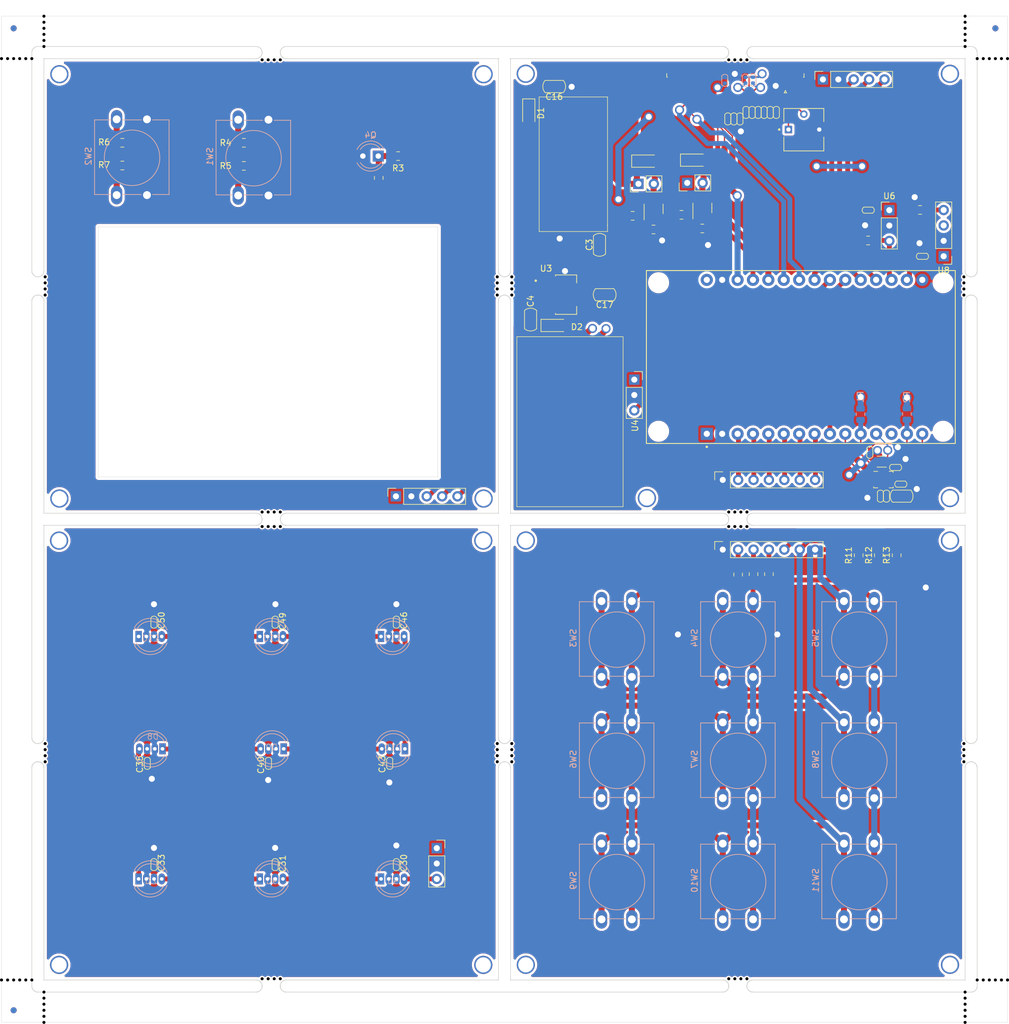
<source format=kicad_pcb>
(kicad_pcb (version 20221018) (generator pcbnew)
  (title_block (title "странный кубик") (date "2023-06-22") (company "НТЦ Вулкан") (comment 1 "Странные игры") (comment 2 "Круглов В.С."))
  (layers (0 "F.Cu" signal) (31 "B.Cu" signal) (34 "B.Paste" user) (35 "F.Paste" user) (36 "B.SilkS" user "B.Silkscreen") (37 "F.SilkS" user "F.Silkscreen") (38 "B.Mask" user) (39 "F.Mask" user) (44 "Edge.Cuts" user))
  (net 0 "")
  (net 1 "-BATT")
  (net 2 "+BATT")
  (net 3 "VDC")
  (net 4 "Net-(J1-V4)")
  (net 5 "Net-(J1-V2)")
  (net 6 "Net-(J1-V0)")
  (net 7 "Net-(J1-V3)")
  (net 8 "Net-(J1-V1)")
  (net 9 "+12V")
  (net 10 "Net-(J1-CAP5+)")
  (net 11 "Net-(J1-CAP1-)")
  (net 12 "Net-(J1-CAP2+)")
  (net 13 "Net-(J1-CAP2-)")
  (net 14 "Net-(J1-CAP4+)")
  (net 15 "Net-(J1-CAP3+)")
  (net 16 "Net-(J1-CAP1+)")
  (net 17 "Net-(J1-Vout)")
  (net 18 "Net-(D3-A)")
  (net 19 "Net-(D4-A)")
  (net 20 "Net-(J1-VR)")
  (net 22 "MOSI")
  (net 23 "CLK")
  (net 24 "A0")
  (net 25 "{slash}res")
  (net 26 "{slash}cs")
  (net 27 "Net-(Q1-G)")
  (net 28 "Net-(Q3-G)")
  (net 29 "SDA")
  (net 30 "SCL")
  (net 31 "Door")
  (net 32 "VibrationMotor")
  (net 33 "VibrationSensor")
  (net 34 "GasSensor")
  (net 38 "INT1")
  (net 39 "INT2")
  (net 41 "Alert")
  (net 45 "GND")
  (net 46 "Net-(R8-Pad1)")
  (net 47 "BOut1")
  (net 48 "Net-(R9-Pad1)")
  (net 49 "BOut2")
  (net 50 "Net-(R10-Pad1)")
  (net 51 "Bin1")
  (net 52 "Bin2")
  (net 53 "Bin3")
  (net 54 "BOut3")
  (net 55 "+3V3")
  (net 56 "B1")
  (net 57 "B2")
  (net 58 "Luminodiodes")
  (net 59 "PhotoSensor")
  (net 60 "Net-(D6-DO)")
  (net 61 "Net-(D10-DI)")
  (net 62 "Net-(D5-DO)")
  (net 63 "Net-(D7-DO)")
  (net 65 "Net-(D10-DO)")
  (net 66 "Net-(D11-DO)")
  (net 67 "Net-(D8-DO)")
  (net 68 "Net-(D12-DO)")
  (net 69 "Net-(Q4-C)")
  (net 70 "Net-(R6-Pad1)")
  (net 71 "Net-(R4-Pad1)")
  (footprint "NPTH" (layer "F.Cu") (at 51 21)
    (fp_text reference "REF**" hide)
    (fp_text value "NPTH" hide)
  )
  (footprint "Connector_PinSocket_2.54mm:PinSocket_1x05_P2.54mm_Vertical" (layer "F.Cu") (at 109.085205 99.209737 90)
    (fp_text reference "REF**" hide)
    (fp_text value "PinSocket_1x05_P2.54mm_Vertical")
  )
  (footprint "NPTH" (layer "F.Cu") (at 165 178.8)
    (fp_text reference "REF**" hide)
    (fp_text value "NPTH" hide)
  )
  (footprint "PCM_Capacitor_SMD_AKL:C_0805_2012Metric" (layer "F.Cu") (at 192.53 99.180266 180)
    (fp_text reference "C32" hide)
    (fp_text value "C_Generic" hide)
  )
  (footprint "NPTH" (layer "F.Cu") (at 203 23)
    (fp_text reference "REF**" hide)
    (fp_text value "NPTH" hide)
  )
  (footprint "NPTH" (layer "F.Cu") (at 49 27)
    (fp_text reference "REF**" hide)
    (fp_text value "NPTH" hide)
  )
  (footprint "NPTH" (layer "F.Cu") (at 166 101.8)
    (fp_text reference "REF**" hide)
    (fp_text value "NPTH" hide)
  )
  (footprint "NPTH" (layer "F.Cu") (at 51 20)
    (fp_text reference "REF**" hide)
    (fp_text value "NPTH" hide)
  )
  (footprint "NPTH" (layer "F.Cu") (at 203 20)
    (fp_text reference "REF**" hide)
    (fp_text value "NPTH" hide)
  )
  (footprint "PCM_4ms_Resistor:R_0805_2012Metric" (layer "F.Cu") (at 106.250129 46.677214 -90)
    (fp_text reference "R20" hide)
    (fp_text value "10k_0805" hide)
  )
  (footprint "PCM_4ms_Resistor:R_0805_2012Metric" (layer "F.Cu") (at 83.989901 44.697214)
    (fp_text reference "R5")
    (fp_text value "10k_0805" hide)
  )
  (footprint "NPTH" (layer "F.Cu") (at 87 27.2)
    (fp_text reference "REF**" hide)
    (fp_text value "NPTH" hide)
  )
  (footprint "Connector_PinHeader_2.54mm:PinHeader_1x02_P2.54mm_Vertical" (layer "F.Cu") (at 157.15 47.5 90)
    (fp_text reference "M1" hide)
    (fp_text value "Motor_DC" hide)
  )
  (footprint "PCM_4ms_Resistor:R_0805_2012Metric" (layer "F.Cu") (at 63.9375 40.887214)
    (fp_text reference "R6")
    (fp_text value "330_0805" hide)
  )
  (footprint "NPTH" (layer "F.Cu") (at 125.8 63)
    (fp_text reference "REF**" hide)
    (fp_text value "NPTH" hide)
  )
  (footprint "NPTH" (layer "F.Cu") (at 167 27.2)
    (fp_text reference "REF**" hide)
    (fp_text value "NPTH" hide)
  )
  (footprint "NPTH" (layer "F.Cu") (at 88 178.8)
    (fp_text reference "REF**" hide)
    (fp_text value "NPTH" hide)
  )
  (footprint "NPTH" (layer "F.Cu") (at 202.8 141)
    (fp_text reference "REF**" hide)
    (fp_text value "NPTH" hide)
  )
  (footprint "Connector_PinSocket_2.54mm:PinSocket_1x07_P2.54mm_Vertical" (layer "F.Cu") (at 163.012272 108 90)
    (fp_text reference "REF**" hide)
    (fp_text value "PinSocket_1x07_P2.54mm_Vertical" hide)
  )
  (footprint "NPTH" (layer "F.Cu") (at 203 21)
    (fp_text reference "REF**" hide)
    (fp_text value "NPTH" hide)
  )
  (footprint "NPTH" (layer "F.Cu") (at 203 24)
    (fp_text reference "REF**" hide)
    (fp_text value "NPTH" hide)
  )
  (footprint "NPTH" (layer "F.Cu") (at 51 183)
    (fp_text reference "REF**" hide)
    (fp_text value "NPTH" hide)
  )
  (footprint "NPTH" (layer "F.Cu") (at 51.2 63)
    (fp_text reference "REF**" hide)
    (fp_text value "NPTH" hide)
  )
  (footprint "NPTH" (layer "F.Cu") (at 203 183)
    (fp_text reference "REF**" hide)
    (fp_text value "NPTH" hide)
  )
  (footprint "NPTH" (layer "F.Cu") (at 51 182)
    (fp_text reference "REF**" hide)
    (fp_text value "NPTH" hide)
  )
  (footprint "SnapEDA Library:CKCS BS-01 MT-3608 Boost Converter" (layer "F.Cu") (at 133.026946 55.472596)
    (fp_text reference "U2" hide)
    (fp_text value "boost converter" hide)
  )
  (footprint "NPTH" (layer "F.Cu") (at 45 27)
    (fp_text reference "REF**" hide)
    (fp_text value "NPTH" hide)
  )
  (footprint "NPTH" (layer "F.Cu") (at 202.8 66)
    (fp_text reference "REF**" hide)
    (fp_text value "NPTH" hide)
  )
  (footprint "Package_TO_SOT_SMD:SOT-23-3" (layer "F.Cu") (at 159.65 51.6375 90)
    (fp_text reference "Q3" hide)
    (fp_text value "Si2302A" hide)
  )
  (footprint "SnapEDA Library:TRIM_3362P-1-203LF" (layer "F.Cu") (at 176.3945 38.7)
    (fp_text reference "RV1" hide)
    (fp_text value "R_Potentiometer")
  )
  (footprint "NPTH" (layer "F.Cu") (at 51 186)
    (fp_text reference "REF**" hide)
    (fp_text value "NPTH" hide)
  )
  (footprint "Diode_SMD:D_SMF" (layer "F.Cu") (at 131 36 -90)
    (fp_text reference "D1")
    (fp_text value "S07B-GS08")
  )
  (footprint "NPTH" (layer "F.Cu") (at 202.8 140)
    (fp_text reference "REF**" hide)
    (fp_text value "NPTH" hide)
  )
  (footprint "PCM_Capacitor_SMD_AKL:C_0402_1005Metric" (layer "F.Cu") (at 69.154 159.972272 -90)
    (fp_text reference "C33")
    (fp_text value "C_Generic" hide)
  )
  (footprint "NPTH" (layer "F.Cu") (at 125.8 141)
    (fp_text reference "REF**" hide)
    (fp_text value "NPTH" hide)
  )
  (footprint "PCM_4ms_Resistor:R_0805_2012Metric" (layer "F.Cu") (at 185.442272 108.9375 90)
    (fp_text reference "R11")
    (fp_text value "10k_0805" hide)
  )
  (footprint "NPTH" (layer "F.Cu") (at 89 27.2)
    (fp_text reference "REF**" hide)
    (fp_text value "NPTH" hide)
  )
  (footprint "PCM_4ms_Resistor:R_0805_2012Metric" (layer "F.Cu") (at 156.2 52.775 180)
    (fp_text reference "R17" hide)
    (fp_text value "330_0805" hide)
  )
  (footprint "PCM_Capacitor_SMD_AKL:C_0402_1005Metric" (layer "F.Cu") (at 164.85 36.95 -90)
    (fp_text reference "C18" hide)
    (fp_text value "C_Generic" hide)
  )
  (footprint "NPTH" (layer "F.Cu") (at 51.2 140)
    (fp_text reference "REF**" hide)
    (fp_text value "NPTH" hide)
  )
  (footprint "NPTH" (layer "F.Cu") (at 203 181)
    (fp_text reference "REF**" hide)
    (fp_text value "NPTH" hide)
  )
  (footprint "NPTH" (layer "F.Cu") (at 164 104.2)
    (fp_text reference "REF**" hide)
    (fp_text value "NPTH" hide)
  )
  (footprint "Connector_PinSocket_2.54mm:PinSocket_1x05_P2.54mm_Vertical" (layer "F.Cu") (at 179.542272 30.43 90)
    (fp_text reference "REF**" hide)
    (fp_text value "PinSocket_1x05_P2.54mm_Vertical")
  )
  (footprint "NPTH" (layer "F.Cu") (at 51.2 65)
    (fp_text reference "REF**" hide)
    (fp_text value "NPTH" hide)
  )
  (footprint "NPTH" (layer "F.Cu") (at 128.2 65)
    (fp_text reference "REF**" hide)
    (fp_text value "NPTH" hide)
  )
  (footprint "PCM_Capacitor_SMD_AKL:C_0402_1005Metric" (layer "F.Cu") (at 192.398023 97.200266 180)
    (fp_text reference "C41" hide)
    (fp_text value "C_Generic" hide)
  )
  (footprint "Package_TO_SOT_SMD:SOT-23-3" (layer "F.Cu") (at 151.6 51.7975 90)
    (fp_text reference "Q1" hide)
    (fp_text value "Si2302A" hide)
  )
  (footprint "SnapEDA Library:MODULE_ESP32_DEVKIT_V1" (layer "F.Cu") (at 175.895 76.2 90)
    (fp_text reference "U4")
    (fp_text value "ESP32-DEVKIT-V1")
  )
  (footprint "NPTH" (layer "F.Cu") (at 51.2 66)
    (fp_text reference "REF**" hide)
    (fp_text value "NPTH" hide)
  )
  (footprint "NPTH" (layer "F.Cu") (at 87 104.2)
    (fp_text reference "REF**" hide)
    (fp_text value "NPTH" hide)
  )
  (footprint "NPTH" (layer "F.Cu") (at 210 27)
    (fp_text reference "REF**" hide)
    (fp_text value "NPTH" hide)
  )
  (footprint "PCM_4ms_Resistor:R_0805_2012Metric" (layer "F.Cu") (at 187 57)
    (fp_text reference "R29" hide)
    (fp_text value "10k_0805" hide)
  )
  (footprint "PCM_4ms_Resistor:R_0805_2012Metric" (layer "F.Cu") (at 63.9375 44.632272)
    (fp_text reference "R7")
    (fp_text value "10k_0805" hide)
  )
  (footprint "NPTH" (layer "F.Cu") (at 166 104.2)
    (fp_text reference "REF**" hide)
    (fp_text value "NPTH" hide)
  )
  (footprint "PCM_Capacitor_SMD_AKL:C_0402_1005Metric" (layer "F.Cu") (at 69.154 119.972272 -90)
    (fp_text reference "C50")
    (fp_text value "C_Generic" hide)
  )
  (footprint "NPTH" (layer "F.Cu") (at 44 27)
    (fp_text reference "REF**" hide)
    (fp_text value "NPTH" hide)
  )
  (footprint "PCM_4ms_Resistor:R_0805_2012Metric" (layer "F.Cu") (at 159.6375 55.025 180)
    (fp_text reference "R18" hide)
    (fp_text value "10k_0805" hide)
  )
  (footprint "NPTH" (layer "F.Cu") (at 125.8 65)
    (fp_text reference "REF**" hide)
    (fp_text value "NPTH" hide)
  )
  (footprint "NPTH" (layer "F.Cu") (at 89 104.2)
    (fp_text reference "REF**" hide)
    (fp_text value "NPTH" hide)
  )
  (footprint "NPTH" (layer "F.Cu") (at 125.8 142)
    (fp_text reference "REF**" hide)
    (fp_text value "NPTH" hide)
  )
  (footprint "PCM_4ms_Resistor:R_0805_2012Metric" (layer "F.Cu") (at 188.762272 108.9375 90)
    (fp_text reference "R12")
    (fp_text value "10k_0805" hide)
  )
  (footprint "PCM_Capacitor_SMD_AKL:C_0402_1005Metric" (layer "F.Cu") (at 89.154 159.972272 90)
    (fp_text reference "C31")
    (fp_text value "C_Generic" hide)
  )
  (footprint "NPTH" (layer "F.Cu") (at 210 179)
    (fp_text reference "REF**" hide)
    (fp_text value "NPTH" hide)
  )
  (footprint "NPTH" (layer "F.Cu") (at 205 179)
    (fp_text reference "REF**" hide)
    (fp_text value "NPTH" hide)
  )
  (footprint "NPTH" (layer "F.Cu") (at 202.8 63)
    (fp_text reference "REF**" hide)
    (fp_text value "NPTH" hide)
  )
  (footprint "SnapEDA Library:charge_controller_module_tp4056" (layer "F.Cu") (at 145.8518 73.900003 180)
    (fp_text reference "U1" hide)
    (fp_text value "charge controller")
  )
  (footprint "PCM_Capacitor_SMD_AKL:C_0402_1005Metric" (layer "F.Cu") (at 167.85 35.88 90)
    (fp_text reference "C11" hide)
    (fp_text value "C_Generic" hide)
  )
  (footprint "NPTH" (layer "F.Cu") (at 46 27)
    (fp_text reference "REF**" hide)
    (fp_text value "NPTH" hide)
  )
  (footprint "NPTH" (layer "F.Cu") (at 48 179)
    (fp_text reference "REF**" hide)
    (fp_text value "NPTH" hide)
  )
  (footprint "NPTH" (layer "F.Cu") (at 51 25)
    (fp_text reference "REF**" hide)
    (fp_text value "NPTH" hide)
  )
  (footprint "PCM_Capacitor_SMD_AKL:C_0402_1005Metric" (layer "F.Cu") (at 195.965261 59.62)
    (fp_text reference "C48" hide)
    (fp_text value "C_Generic" hide)
  )
  (footprint "NPTH" (layer "F.Cu") (at 90 104.2)
    (fp_text reference "REF**" hide)
    (fp_text value "NPTH" hide)
  )
  (footprint "NPTH" (layer "F.Cu") (at 90 27.2)
    (fp_text reference "REF**" hide)
    (fp_text value "NPTH" hide)
  )
  (footprint "PCM_4ms_Resistor:R_0805_2012Metric" (layer "F.Cu") (at 168.092272 112.056763 90)
    (fp_text reference "R9" hide)
    (fp_text value "330_0805" hide)
  )
  (footprint "Connector_PinHeader_2.54mm:PinHeader_1x04_P2.54mm_Vertical" (layer "F.Cu") (at 199.465261 59.6 180)
    (fp_text reference "U8")
    (fp_text value "MQ-135 gas sensor")
  )
  (footprint "PCM_Capacitor_SMD_AKL:C_0805_2012Metric" (layer "F.Cu") (at 135.2 31.6 180)
    (fp_text reference "C16")
    (fp_text value "C_Generic" hide)
  )
  (footprint "NPTH" (layer "F.Cu") (at 51.2 143)
    (fp_text reference "REF**" hide)
    (fp_text value "NPTH" hide)
  )
  (footprint "PCM_Capacitor_SMD_AKL:C_0402_1005Metric" (layer "F.Cu") (at 168.85 35.88 90)
    (fp_text reference "C14" hide)
    (fp_text value "C_Generic" hide)
  )
  (footprint "NPTH" (layer "F.Cu") (at 90 178.8)
    (fp_text reference "REF**" hide)
    (fp_text value "NPTH" hide)
  )
  (footprint "PCM_Capacitor_SMD_AKL:C_0402_1005Metric" (layer "F.Cu") (at 187.28 91.950266 -90)
    (fp_text reference "C1" hide)
    (fp_text value "C_Generic" hide)
  )
  (footprint "NPTH" (layer "F.Cu") (at 203 186)
    (fp_text reference "REF**" hide)
    (fp_text value "NPTH" hide)
  )
  (footprint "NPTH" (layer "F.Cu") (at 203 185)
    (fp_text reference "REF**" hide)
    (fp_text value "NPTH" hide)
  )
  (footprint "NPTH" (layer "F.Cu") (at 165 27.2)
    (fp_text reference "REF**" hide)
    (fp_text value "NPTH" hide)
  )
  (footprint "NPTH" (layer "F.Cu") (at 47 179)
    (fp_text reference "REF**" hide)
    (fp_text value "NPTH" hide)
  )
  (footprint "PCM_Capacitor_SMD_AKL:C_0402_1005Metric" (layer "F.Cu") (at 165.85 36.95 -90)
    (fp_text reference "C21" hide)
    (fp_text value "C_Generic" hide)
  )
  (footprint "NPTH" (layer "F.Cu") (at 167 104.2)
    (fp_text reference "REF**" hide)
    (fp_text value "NPTH" hide)
  )
  (footprint "PCM_Capacitor_SMD_AKL:C_0805_2012Metric" (layer "F.Cu") (at 143.528634 65.946023 180)
    (fp_text reference "C17")
    (fp_text value "C_Generic" hide)
  )
  (footprint "Fiducial" (layer "F.Cu") (at 46 184)
    (fp_text reference "REF**" hide)
    (fp_text value "Fiducial" hide)
  )
  (footprint "Fiducial" (layer "F.Cu") (at 208 22)
    (fp_text reference "REF**" hide)
    (fp_text value "Fiducial" hide)
  )
  (footprint "Connector_PinSocket_2.54mm:PinSocket_1x03_P2.54mm_Vertical" (layer "F.Cu") (at 148.417567 79.957029)
    (fp_text reference "REF**" hide)
    (fp_text value "PinSocket_1x03_P2.54mm_Vertical" hide)
  )
  (footprint "NPTH" (layer "F.Cu") (at 90 101.8)
    (fp_text reference "REF**" hide)
    (fp_text value "NPTH" hide)
  )
  (footprint "Diode_SMD:D_SMF" (layer "F.Cu") (at 135.381 71.02)
    (fp_text reference "D2")
    (fp_text value "S07B-GS08" hide)
  )
  (footprint "NPTH" (layer "F.Cu") (at 203 25)
    (fp_text reference "REF**" hide)
    (fp_text value "NPTH" hide)
  )
  (footprint "NPTH" (layer "F.Cu") (at 88 101.8)
    (fp_text reference "REF**" hide)
    (fp_text value "NPTH" hide)
  )
  (footprint "Fiducial" (layer "F.Cu") (at 46 22)
    (fp_text reference "REF**" hide)
    (fp_text value "Fiducial" hide)
  )
  (footprint "NPTH" (layer "F.Cu") (at 88 27.2)
    (fp_text reference "REF**" hide)
    (fp_text value "NPTH" hide)
  )
  (footprint "Connector_PinSocket_2.54mm:PinSocket_1x03_P2.54mm_Vertical" (layer "F.Cu") (at 115.82267 157.252942)
    (fp_text reference "REF**" hide)
    (fp_text value "PinSocket_1x03_P2.54mm_Vertical" hide)
  )
  (footprint "NPTH" (layer "F.Cu") (at 207 179)
    (fp_text reference "REF**" hide)
    (fp_text value "NPTH" hide)
  )
  (footprint "NPTH" (layer "F.Cu") (at 202.8 65)
    (fp_text reference "REF**" hide)
    (fp_text value "NPTH" hide)
  )
  (footprint "NPTH" (layer "F.Cu") (at 46 179)
    (fp_text reference "REF**" hide)
    (fp_text value "NPTH" hide)
  )
  (footprint "PCM_Capacitor_SMD_AKL:C_0402_1005Metric" (layer "F.Cu") (at 190.03 99.180266 -90)
    (fp_text reference "C34" hide)
    (fp_text value "C_Generic" hide)
  )
  (footprint "PCM_4ms_Resistor:R_0805_2012Metric" (layer "F.Cu") (at 165.552272 112.116052 90)
    (fp_text reference "R8" hide)
    (fp_text value "330_0805" hide)
  )
  (footprint "NPTH" (layer "F.Cu") (at 51.2 141)
    (fp_text reference "REF**" hide)
    (fp_text value "NPTH" hide)
  )
  (footprint "NPTH" (layer "F.Cu") (at 128.2 143)
    (fp_text reference "REF**" hide)
    (fp_text value "NPTH" hide)
  )
  (footprint "PCM_4ms_Resistor:R_0805_2012Metric" (layer "F.Cu") (at 195.565261 51.968023)
    (fp_text reference "R36" hide)
    (fp_text value "10k_0805" hide)
  )
  (footprint "PCM_Capacitor_SMD_AKL:C_0402_1005Metric" (layer "F.Cu") (at 109.154 159.972272 -90)
    (fp_text reference "C30")
    (fp_text value "C_Generic" hide)
  )
  (footprint "NPTH" (layer "F.Cu") (at 209 179)
    (fp_text reference "REF**" hide)
    (fp_text value "NPTH" hide)
  )
  (footprint "PCM_4ms_Resistor:R_0805_2012Metric" (layer "F.Cu") (at 191.712272 108.9375 90)
    (fp_text reference "R13")
    (fp_text value "10k_0805" hide)
  )
  (footprint "NPTH" (layer "F.Cu") (at 165 101.8)
    (fp_text reference "REF**" hide)
    (fp_text value "NPTH" hide)
  )
  (footprint "NPTH" (layer "F.Cu") (at 128.2 64)
    (fp_text reference "REF**" hide)
    (fp_text value "NPTH" hide)
  )
  (footprint "PCM_4ms_Resistor:R_0805_2012Metric" (layer "F.Cu") (at 170.632272 112.056763 90)
    (fp_text reference "R10" hide)
    (fp_text value "330_0805" hide)
  )
  (footprint "PCM_Capacitor_SMD_AKL:C_0402_1005Metric" (layer "F.Cu") (at 108.054 143.261472 -90)
    (fp_text reference "C43")
    (fp_text value "C_Generic" hide)
  )
  (footprint "PCM_Capacitor_SMD_AKL:C_0805_2012Metric" (layer "F.Cu") (at 142.673646 57.722796 90)
    (fp_text reference "C3")
    (fp_text value "C_Generic" hide)
  )
  (footprint "NPTH" (layer "F.Cu") (at 203 22)
    (fp_text reference "REF**" hide)
    (fp_text value "NPTH" hide)
  )
  (footprint "NPTH" (layer "F.Cu") (at 125.8 140)
    (fp_text reference "REF**" hide)
    (fp_text value "NPTH" hide)
  )
  (footprint "NPTH" (layer "F.Cu") (at 89 101.8)
    (fp_text reference "REF**" hide)
    (fp_text value "NPTH" hide)
  )
  (footprint "NPTH" (layer "F.Cu") (at 87 101.8)
    (fp_text reference "REF**" hide)
    (fp_text value "NPTH" hide)
  )
  (footprint "PCM_Capacitor_SMD_AKL:C_0805_2012Metric" (layer "F.Cu") (at 131.3 70.05 -90)
    (fp_text reference "C4")
    (fp_text value "C_Generic" hide)
  )
  (footprint "NPTH" (layer "F.Cu") (at 128.2 142)
    (fp_text reference "REF**" hide)
    (fp_text value "NPTH" hide)
  )
  (footprint "NPTH" (layer "F.Cu") (at 208 179)
    (fp_text reference "REF**" hide)
    (fp_text value "NPTH" hide)
  )
  (footprint "NPTH" (layer "F.Cu") (at 47 27)
    (fp_text reference "REF**" hide)
    (fp_text value "NPTH" hide)
  )
  (footprint "Connector_FFC-FPC:TE_3-1734839-4_1x34-1MP_P0.5mm_Horizontal" (layer "F.Cu") (at 165.1 32.102998 180)
    (fp_text reference "J1" hide)
    (fp_text value "Display")
  )
  (footprint "NPTH" (layer "F.Cu") (at 128.2 140)
    (fp_text reference "REF**" hide)
    (fp_text value "NPTH" hide)
  )
  (footprint "NPTH" (layer "F.Cu") (at 128.2 63)
    (fp_text reference "REF**" hide)
    (fp_text value "NPTH" hide)
  )
  (footprint "NPTH" (layer "F.Cu") (at 164 27.2)
    (fp_text reference "REF**" hide)
    (fp_text value "NPTH" hide)
  )
  (footprint "PCM_Capacitor_SMD_AKL:C_0402_1005Metric" (layer "F.Cu") (at 109.154 119.972272 -90)
    (fp_text reference "C46")
    (fp_text value "C_Generic" hide)
  )
  (footprint "NPTH" (layer "F.Cu") (at 45 179)
    (fp_text reference "REF**" hide)
    (fp_text value "NPTH" hide)
  )
  (footprint "NPTH" (layer "F.Cu") (at 48 27)
    (fp_text reference "REF**" hide)
    (fp_text value "NPTH" hide)
  )
  (footprint "PCM_Capacitor_SMD_AKL:C_0402_1005Metric" (layer "F.Cu") (at 166.85 35.88 -90)
    (fp_text reference "C22" hide)
    (fp_text value "C_Generic" hide)
  )
  (footprint "NPTH" (layer "F.Cu") (at 203 182)
    (fp_text reference "REF**" hide)
    (fp_text value "NPTH" hide)
  )
  (footprint "Diode_SMD:D_SMF" (layer "F.Cu") (at 158.4 43.75)
    (fp_text reference "D4" hide)
    (fp_text value "S07B-GS08" hide)
  )
  (footprint "Package_TO_SOT_SMD:SOT-563" (layer "F.Cu") (at 189.116046 93.49006 180)
    (fp_text reference "U5" hide)
    (fp_text value "TMP112xxDRL" hide)
  )
  (footprint "PCM_Capacitor_SMD_AKL:C_0402_1005Metric" (layer "F.Cu") (at 170.85 35.88 90)
    (fp_text reference "C15" hide)
    (fp_text value "C_Generic" hide)
  )
  (footprint "NPTH" (layer "F.Cu") (at 202.8 143)
    (fp_text reference "REF**" hide)
    (fp_text value "NPTH" hide)
  )
  (footprint "NPTH" (layer "F.Cu") (at 51 22)
    (fp_text reference "REF**" hide)
    (fp_text value "NPTH" hide)
  )
  (footprint "Connector_PinHeader_2.54mm:PinHeader_1x03_P2.54mm_Vertical" (layer "F.Cu") (at 190.5 52)
    (fp_text reference "U6")
    (fp_text value "vibrating_sensor")
  )
  (footprint "NPTH" (layer "F.Cu") (at 49 179)
    (fp_text reference "REF**" hide)
    (fp_text value "NPTH" hide)
  )
  (footprint "PCM_4ms_Resistor:R_0805_2012Metric" (layer "F.Cu") (at 83.989901 40.887214)
    (fp_text reference "R4")
    (fp_text value "330_0805" hide)
  )
  (footprint "Diode_SMD:D_SMF" (layer "F.Cu") (at 150.35 43.91)
    (fp_text reference "D3" hide)
    (fp_text value "S07B-GS08" hide)
  )
  (footprint "NPTH" (layer "F.Cu") (at 206 179)
    (fp_text reference "REF**" hide)
    (fp_text value "NPTH" hide)
  )
  (footprint "NPTH" (layer "F.Cu") (at 206 27)
    (fp_text reference "REF**" hide)
    (fp_text value "NPTH" hide)
  )
  (footprint "NPTH" (layer "F.Cu") (at 167 101.8)
    (fp_text reference "REF**" hide)
    (fp_text value "NPTH" hide)
  )
  (footprint "NPTH" (layer "F.Cu") (at 51 23)
    (fp_text reference "REF**" hide)
    (fp_text value "NPTH" hide)
  )
  (footprint "NPTH" (layer "F.Cu") (at 125.8 143)
    (fp_text reference "REF**" hide)
    (fp_text value "NPTH" hide)
  )
  (footprint "NPTH" (layer "F.Cu") (at 202.8 64)
    (fp_text reference "REF**" hide)
    (fp_text value "NPTH" hide)
  )
  (footprint "NPTH" (layer "F.Cu") (at 205 27)
    (fp_text reference "REF**" hide)
    (fp_text value "NPTH" hide)
  )
  (footprint "NPTH" (layer "F.Cu") (at 207 27)
    (fp_text reference "REF**" hide)
    (fp_text value "NPTH" hide)
  )
  (footprint "NPTH" (layer "F.Cu") (at 88 104.2)
    (fp_text reference "REF**" hide)
    (fp_text value "NPTH" hide)
  )
  (footprint "PCM_Capacitor_SMD_AKL:C_0402_1005Metric" (layer "F.Cu") (at 189.03 99.180266 90)
    (fp_text reference "C44" hide)
    (fp_text value "C_Generic" hide)
  )
  (footprint "NPTH" (layer "F.Cu") (at 44 179)
    (fp_text reference "REF**" hide)
    (fp_text value "NPTH" hide)
  )
  (footprint "Connector_PinHeader_2.54mm:PinHeader_1x02_P2.54mm_Vertical" (layer "F.Cu") (at 149.1 47.66 90)
    (fp_text reference "L1" hide)
    (fp_text value "L_Iron" hide)
  )
  (footprint "NPTH" (layer "F.Cu") (at 203 184)
    (fp_text reference "REF**" hide)
    (fp_text value "NPTH" hide)
  )
  (footprint "NPTH" (layer "F.Cu") (at 51 181)
    (fp_text reference "REF**" hide)
    (fp_text value "NPTH" hide)
  )
  (footprint "PCM_Capacitor_SMD_AKL:C_0402_1005Metric" (layer "F.Cu") (at 88.054 143.261472 90)
    (fp_text reference "C40")
    (fp_text value "C_Generic" hide)
  )
  (footprint "NPTH" (layer "F.Cu") (at 51 185)
    (fp_text reference "REF**" hide)
    (fp_text value "NPTH" hide)
  )
  (footprint "NPTH" (layer "F.Cu") (at 51 184)
    (fp_text reference "REF**" hide)
    (fp_text value "NPTH" hide)
  )
  (footprint "PCM_Capacitor_SMD_AKL:C_0402_1005Metric" (layer "F.Cu") (at 163.85 36.95 -90)
    (fp_text reference "C23" hide)
    (fp_text value "C_Generic" hide)
  )
  (footprint "PCM_Capacitor_SMD_AKL:C_0402_1005Metric" (layer "F.Cu") (at 68.054 143.261472 -90)
    (fp_text reference "C35")
    (fp_text value "C_Generic" hide)
  )
  (footprint "PCM_Capacitor_SMD_AKL:C_0402_1005Metric" (layer "F.Cu") (at 191.53 94.450266 180)
    (fp_text reference "C47" hide)
    (fp_text value "C_Generic" hide)
  )
  (footprint "PCM_Capacitor_SMD_AKL:C_0402_1005Metric" (layer "F.Cu") (at 169.85 35.88 90)
    (fp_text reference "C12" hide)
    (fp_text value "C_Generic" hide)
  )
  (footprint "NPTH" (layer "F.Cu") (at 87 178.8)
    (fp_text reference "REF**" hide)
    (fp_text value "NPTH" hide)
  )
  (footprint "NPTH" (layer "F.Cu") (at 202.8 142)
    (fp_text reference "REF**" hide)
    (fp_text value "NPTH" hide)
  )
  (footprint "PCM_Capacitor_SMD_AKL:C_0402_1005Metric" (layer "F.Cu") (at 187.02 52)
    (fp_text reference "C36" hide)
    (fp_text value "C_Generic" hide)
  )
  (footprint "NPTH" (layer "F.Cu") (at 166 27.2)
    (fp_text reference "REF**" hide)
    (fp_text value "NPTH" hide)
  )
  (footprint "NPTH" (layer "F.Cu") (at 208 27)
    (fp_text reference "REF**" hide)
    (fp_text value "NPTH" hide)
  )
  (footprint "NPTH" (layer "F.Cu") (at 166 178.8)
    (fp_text reference "REF**" hide)
    (fp_text value "NPTH" hide)
  )
  (footprint "PCM_4ms_Resistor:R_0805_2012Metric" (layer "F.Cu") (at 148.15 52.935 180)
    (fp_text reference "R15" hide)
    (fp_text value "330_0805" hide)
  )
  (footprint "PCM_Capacitor_SMD_AKL:C_0402_1005Metric" (layer "F.Cu") (at 171.85 35.88 90)
    (fp_text reference "C13" hide)
    (fp_text value "C_Generic" hide)
  )
  (footprint "PCM_4ms_Resistor:R_0805_2012Metric" (layer "F.Cu") (at 109.450129 43.077214)
    (fp_text reference "R3")
    (fp_text value "330_0805" hide)
  )
  (footprint "NPTH" (layer "F.Cu") (at 51.2 142)
    (fp_text reference "REF**" hide)
    (fp_text value "NPTH" hide)
  )
  (footprint "PCM_Capacitor_SMD_AKL:C_0402_1005Metric" (layer "F.Cu") (at 89.154 119.972272 90)
    (fp_text reference "C49")
    (fp_text value "C_Generic" hide)
  )
  (footprint "NPTH" (layer "F.Cu") (at 209 27)
    (fp_text reference "REF**" hide)
    (fp_text value "NPTH" hide)
  )
  (footprint "NPTH" (layer "F.Cu") (at 89 178.8)
    (fp_text reference "REF**" hide)
    (fp_text value "NPTH" hide)
  )
  (footprint "SnapEDA Library:SOT230P700X180-4N" (layer "F.Cu") (at 137.159 65.94)
    (fp_text reference "U3")
    (fp_text value "LDL1117S33R" hide)
  )
  (footprint "NPTH" (layer "F.Cu") (at 125.8 66)
    (fp_text reference "REF**" hide)
    (fp_text value "NPTH" hide)
  )
  (footprint "NPTH" (layer "F.Cu") (at 128.2 66)
    (fp_text reference "REF**" hide)
    (fp_text value "NPTH" hide)
  )
  (footprint "NPTH" (layer "F.Cu") (at 167 178.8)
    (fp_text reference "REF**" hide)
    (fp_text value "NPTH" hide)
  )
  (footprint "NPTH" (layer "F.Cu") (at 164 178.8)
    (fp_text reference "REF**" hide)
    (fp_text value "NPTH" hide)
  )
  (footprint "NPTH" (layer "F.Cu") (at 164 101.8)
    (fp_text reference "REF**" hide)
    (fp_text value "NPTH" hide)
  )
  (footprint "NPTH" (layer "F.Cu") (at 165 104.2)
    (fp_text reference "REF**" hide)
    (fp_text value "NPTH" hide)
  )
  (footprint "Package_LGA:LGA-14_3x2.5mm_P0.5mm_LayoutBorder3x4y" (layer "F.Cu") (at 189.53 96.450266)
    (fp_text reference "U7" hide)
    (fp_text value "LSM6DS3" hide)
  )
  (footprint "NPTH" (layer "F.Cu") (at 128.2 141)
    (fp_text reference "REF**" hide)
    (fp_text value "NPTH" hide)
  )
  (footprint "NPTH" (layer "F.Cu") (at 51 24)
    (fp_text reference "REF**" hide)
    (fp_text value "NPTH" hide)
  )
  (footprint "PCM_4ms_Resistor:R_0805_2012Metric" (layer "F.Cu") (at 151.5875 55.185 180)
    (fp_text reference "R16" hide)
    (fp_text value "10k_0805" hide)
  )
  (footprint "NPTH" (layer "F.Cu") (at 125.8 64)
    (fp_text reference "REF**" hide)
    (fp_text value "NPTH" hide)
  )
  (footprint "Connector_PinSocket_2.54mm:PinSocket_1x07_P2.54mm_Vertical" (layer "F.Cu") (at 163.012272 96.5 90)
    (fp_text reference "REF**" hide)
    (fp_text value "PinSocket_1x07_P2.54mm_Vertical" hide)
  )
  (footprint "NPTH" (layer "F.Cu") (at 51.2 64)
    (fp_text reference "REF**" hide)
    (fp_text value "NPTH" hide)
  )
  (footprint "PCM_4ms_Resistor:R_0805_2012Metric" (layer "B.Cu") (at 185.748023 85.672037 90)
    (fp_text reference "R1")
    (fp_text value "10k_0805" hide)
  )
  (footprint "Button_Switch_THT:SW_PUSH-12mm" (layer "B.Cu") (at 163.012272 156.5 -90)
    (fp_text reference "SW10")
    (fp_text value "SW_Push")
  )
  (footprint "Library:library" (layer "B.Cu") (at 88.58 141.128872 180)
    (fp_text reference "D9")
    (fp_text value "yf923")
  )
  (footprint "Fiducial" (layer "B.Cu") (at 46 184)
    (fp_text reference "REF**" hide)
    (fp_text value "Fiducial" hide)
  )
  (footprint "PCM_Capacitor_SMD_AKL:C_0402_1005Metric" (layer "B.Cu") (at 163.35 30.582998 -90)
    (fp_text reference "C42" hide)
    (fp_text value "C_Generic" hide)
  )
  (footprint "Button_Switch_THT:SW_PUSH-12mm" (layer "B.Cu") (at 143.012272 156.5 -90)
    (fp_text reference "SW9")
    (fp_text value "SW_Push")
  )
  (footprint "Library:library" (layer "B.Cu") (at 108.613 122.071872)
    (fp_text reference "D11")
    (fp_text value "yf923")
  )
  (footprint "Library:library" (layer "B.Cu") (at 108.58 141.128872 180)
    (fp_text reference "D10")
    (fp_text value "yf923")
  )
  (footprint "Button_Switch_THT:SW_PUSH-12mm" (layer "B.Cu") (at 183.012272 156.5 -90)
    (fp_text reference "SW11")
    (fp_text value "SW_Push")
  )
  (footprint "Fiducial" (layer "B.Cu") (at 208 22)
    (fp_text reference "REF**" hide)
    (fp_text value "Fiducial" hide)
  )
  (footprint "Library:library" (layer "B.Cu") (at 68.613 162.071872)
    (fp_text reference "D7")
    (fp_text value "yf923")
  )
  (footprint "PCM_Capacitor_SMD_AKL:C_0402_1005Metric" (layer "B.Cu") (at 166.75 30.552998 90)
    (fp_text reference "C19" hide)
    (fp_text value "C_Generic" hide)
  )
  (footprint "Button_Switch_THT:SW_PUSH-12mm" (layer "B.Cu") (at 143.012272 136.5 -90)
    (fp_text reference "SW6")
    (fp_text value "SW_Push")
  )
  (footprint "Library:library" (layer "B.Cu") (at 88.613 122.071872)
    (fp_text reference "D12")
    (fp_text value "yf923")
  )
  (footprint "Library:library" (layer "B.Cu") (at 108.613 162.071872)
    (fp_text reference "D5")
    (fp_text value "yf923")
  )
  (footprint "Fiducial" (layer "B.Cu") (at 46 22)
    (fp_text reference "REF**" hide)
    (fp_text value "Fiducial" hide)
  )
  (footprint "Button_Switch_THT:SW_PUSH-12mm" (layer "B.Cu") (at 183.012272 136.5 -90)
    (fp_text reference "SW8")
    (fp_text value "SW_Push")
  )
  (footprint "PCM_Capacitor_SMD_AKL:C_0402_1005Metric" (layer "B.Cu") (at 168 30.552998 90)
    (fp_text reference "C20" hide)
    (fp_text value "C_Generic" hide)
  )
  (footprint "Button_Switch_THT:SW_PUSH-12mm" (layer "B.Cu") (at 163.012272 116.5 -90)
    (fp_text reference "SW4")
    (fp_text value "SW_Push")
  )
  (footprint "Button_Switch_THT:SW_PUSH-12mm" (layer "B.Cu") (at 83.052401 37.077214 -90)
    (fp_text reference "SW1")
    (fp_text value "SW_Push")
  )
  (footprint "Button_Switch_THT:SW_PUSH-12mm" (layer "B.Cu") (at 63 37.012272 -90)
    (fp_text reference "SW2")
    (fp_text value "SW_Push")
  )
  (footprint "Button_Switch_THT:SW_PUSH-12mm" (layer "B.Cu") (at 183.012272 116.5 -90)
    (fp_text reference "SW5")
    (fp_text value "SW_Push")
  )
  (footprint "LED_THT:LED_D4.0mm" (layer "B.Cu") (at 106.165129 43.077214 180)
    (fp_text reference "Q4")
    (fp_text value "Q_Photo" hide)
  )
  (footprint "PCM_4ms_Resistor:R_0805_2012Metric" (layer "B.Cu") (at 193.398023 85.622037 90)
    (fp_text reference "R2")
    (fp_text value "10k_0805" hide)
  )
  (footprint "Library:library" (layer "B.Cu") (at 88.613 162.071872)
    (fp_text reference "D6")
    (fp_text value "yf923")
  )
  (footprint "Button_Switch_THT:SW_PUSH-12mm" (layer "B.Cu") (at 143.012272 116.5 -90)
    (fp_text reference "SW3")
    (fp_text value "SW_Push")
  )
  (footprint "Button_Switch_THT:SW_PUSH-12mm" (layer "B.Cu") (at 163.012272 136.5 -90)
    (fp_text reference "SW7")
    (fp_text value "SW_Push")
  )
  (footprint "Library:library" (layer "B.Cu") (at 68.58 141.128872 180)
    (fp_text reference "D8")
    (fp_text value "yf923")
  )
  (footprint "Library:library" (layer "B.Cu") (at 68.613 122.071872)
    (fp_text reference "D13")
    (fp_text value "yf923")
  )
  (gr_line (start 163.476681 26.883099) (end 163.433278 26.904946) (stroke (width 0.1)) (layer "Edge.Cuts"))
  (gr_line (start 50.942125 62.343519) (end 50.924637 62.388855) (stroke (width 0.1)) (layer "Edge.Cuts"))
  (gr_line (start 203.140851 139.51896) (end 203.1169 139.476681) (stroke (width 0.1)) (layer "Edge.Cuts"))
  (gr_line (start 127.924637 62.388855) (end 127.904946 62.433278) (stroke (width 0.1)) (layer "Edge.Cuts"))
  (gr_line (start 126.001195 139.058576) (end 126 139.009877) (stroke (width 0.1)) (layer "Edge.Cuts"))
  (gr_line (start 51.001878 101.995703) (end 51.00217 101.996097) (stroke (width 0.1)) (layer "Edge.Cuts"))
  (gr_line (start 163.957368 179.702619) (end 163.970328 179.74945) (stroke (width 0.1)) (layer "Edge.Cuts"))
  (gr_line (start 126.1169 143.523318) (end 126.140851 143.481039) (stroke (width 0.1)) (layer "Edge.Cuts"))
  (gr_line (start 86.107036 103.995229) (end 86.058576 103.998804) (stroke (width 0.1)) (layer "Edge.Cuts"))
  (gr_line (start 203.00477 143.892963) (end 203.010718 143.844737) (stroke (width 0.1)) (layer "Edge.Cuts"))
  (gr_line (start 125.997188 178.99684) (end 125.997517 178.996477) (stroke (width 0.1)) (layer "Edge.Cuts"))
  (gr_line (start 86.805173 102.400259) (end 86.833152 102.439987) (stroke (width 0.1)) (layer "Edge.Cuts"))
  (gr_line (start 126.057874 62.343519) (end 126.042631 62.29738) (stroke (width 0.1)) (layer "Edge.Cuts"))
  (gr_line (start 86.009877 179) (end 86.058576 179.001195) (stroke (width 0.1)) (layer "Edge.Cuts"))
  (gr_line (start 203.140851 62.51896) (end 203.1169 62.476681) (stroke (width 0.1)) (layer "Edge.Cuts"))
  (gr_line (start 167.796861 180.980974) (end 167.74945 180.970328) (stroke (width 0.1)) (layer "Edge.Cuts"))
  (gr_line (start 204.998804 62.058576) (end 204.995229 62.107036) (stroke (width 0.1)) (layer "Edge.Cuts"))
  (gr_line (start 202.999798 101.991655) (end 202.99987 101.991169) (stroke (width 0.1)) (layer "Edge.Cuts"))
  (gr_line (start 90.1169 103.476681) (end 90.095053 103.433278) (stroke (width 0.1)) (layer "Edge.Cuts"))
  (gr_line (start 86.859148 25.481039) (end 86.883099 25.523318) (stroke (width 0.1)) (layer "Edge.Cuts"))
  (gr_line (start 125.994441 27.001122) (end 125.993997 27.000912) (stroke (width 0.1)) (layer "Edge.Cuts"))
  (gr_line (start 126.481039 139.859148) (end 126.439987 139.833152) (stroke (width 0.1)) (layer "Edge.Cuts"))
  (gr_line (start 204.833152 62.560012) (end 204.805173 62.59974) (stroke (width 0.1)) (layer "Edge.Cuts"))
  (gr_line (start 86.883099 25.523318) (end 86.904946 25.566721) (stroke (width 0.1)) (layer "Edge.Cuts"))
  (gr_line (start 127.743539 66.325158) (end 127.775278 66.361952) (stroke (width 0.1)) (layer "Edge.Cuts"))
  (gr_line (start 163.924637 179.611144) (end 163.942125 179.65648) (stroke (width 0.1)) (layer "Edge.Cuts"))
  (gr_line (start 126.140851 143.481039) (end 126.166847 143.439987) (stroke (width 0.1)) (layer "Edge.Cuts"))
  (gr_line (start 167.74945 25.029671) (end 167.796861 25.019025) (stroke (width 0.1)) (layer "Edge.Cuts"))
  (gr_line (start 167.844737 179.010718) (end 167.892963 179.00477) (stroke (width 0.1)) (layer "Edge.Cuts"))
  (gr_line (start 125.998646 104.005125) (end 125.998394 104.004704) (stroke (width 0.1)) (layer "Edge.Cuts"))
  (gr_line (start 51.004704 27.001605) (end 51.004296 27.001878) (stroke (width 0.1)) (layer "Edge.Cuts"))
  (gr_line (start 204.743539 180.674841) (end 204.710033 180.710033) (stroke (width 0.1)) (layer "Edge.Cuts"))
  (gr_line (start 128.006917 101.99944) (end 128.007387 101.999583) (stroke (width 0.1)) (layer "Edge.Cuts"))
  (gr_line (start 204.833152 143.439987) (end 204.859148 143.481039) (stroke (width 0.1)) (layer "Edge.Cuts"))
  (gr_line (start 167.361952 179.224721) (end 167.400259 179.194826) (stroke (width 0.1)) (layer "Edge.Cuts"))
  (gr_line (start 127.388855 66.075362) (end 127.433278 66.095053) (stroke (width 0.1)) (layer "Edge.Cuts"))
  (gr_line (start 203.25646 66.325158) (end 203.289966 66.289966) (stroke (width 0.1)) (layer "Edge.Cuts"))
  (gr_line (start 125.994874 27.001353) (end 125.994441 27.001122) (stroke (width 0.1)) (layer "Edge.Cuts"))
  (gr_line (start 49 143.990122) (end 49.001195 143.941423) (stroke (width 0.1)) (layer "Edge.Cuts"))
  (gr_line (start 90.075362 25.611144) (end 90.095053 25.566721) (stroke (width 0.1)) (layer "Edge.Cuts"))
  (gr_line (start 167.702619 179.042631) (end 167.74945 179.029671) (stroke (width 0.1)) (layer "Edge.Cuts"))
  (gr_line (start 204.107036 139.995229) (end 204.058576 139.998804) (stroke (width 0.1)) (layer "Edge.Cuts"))
  (gr_line (start 204.904946 25.566721) (end 204.924637 25.611144) (stroke (width 0.1)) (layer "Edge.Cuts"))
  (gr_line (start 202.991655 101.999798) (end 202.992136 101.999702) (stroke (width 0.1)) (layer "Edge.Cuts"))
  (gr_line (start 49.140851 180.51896) (end 49.1169 180.476681) (stroke (width 0.1)) (layer "Edge.Cuts"))
  (gr_line (start 128.012272 104) (end 128.012027 104.000003) (stroke (width 0.1)) (layer "Edge.Cuts"))
  (gr_line (start 90.481039 25.140851) (end 90.523318 25.1169) (stroke (width 0.1)) (layer "Edge.Cuts"))
  (gr_line (start 51.000129 101.991169) (end 51.000201 101.991655) (stroke (width 0.1)) (layer "Edge.Cuts"))
  (gr_line (start 86.998804 103.058576) (end 86.995229 103.107036) (stroke (width 0.1)) (layer "Edge.Cuts"))
  (gr_line (start 202.993082 27.000559) (end 202.992612 27.000416) (stroke (width 0.1)) (layer "Edge.Cuts"))
  (gr_line (start 127.388855 139.924637) (end 127.343519 139.942125) (stroke (width 0.1)) (layer "Edge.Cuts"))
  (gr_line (start 203.029671 143.74945) (end 203.042631 143.702619) (stroke (width 0.1)) (layer "Edge.Cuts"))
  (gr_line (start 49.224721 143.361952) (end 49.25646 143.325158) (stroke (width 0.1)) (layer "Edge.Cuts"))
  (gr_line (start 126.400259 139.805173) (end 126.361952 139.775278) (stroke (width 0.1)) (layer "Edge.Cuts"))
  (gr_line (start 125.987727 27) (end 90.990122 27) (stroke (width 0.1)) (layer "Edge.Cuts"))
  (gr_line (start 204.904946 143.566721) (end 204.924637 143.611144) (stroke (width 0.1)) (layer "Edge.Cuts"))
  (gr_line (start 50.995229 66.892963) (end 50.998804 66.941423) (stroke (width 0.1)) (layer "Edge.Cuts"))
  (gr_line (start 204.710033 143.289966) (end 204.743539 143.325158) (stroke (width 0.1)) (layer "Edge.Cuts"))
  (gr_line (start 204.250549 143.029671) (end 204.29738 143.042631) (stroke (width 0.1)) (layer "Edge.Cuts"))
  (gr_line (start 203.796861 62.980974) (end 203.74945 62.970328) (stroke (width 0.1)) (layer "Edge.Cuts"))
  (gr_line (start 167.990122 104) (end 167.941423 103.998804) (stroke (width 0.1)) (layer "Edge.Cuts"))
  (gr_line (start 90.65648 179.057874) (end 90.702619 179.042631) (stroke (width 0.1)) (layer "Edge.Cuts"))
  (gr_line (start 86.560012 179.166847) (end 86.59974 179.194826) (stroke (width 0.1)) (layer "Edge.Cuts"))
  (gr_line (start 126.1169 66.523318) (end 126.140851 66.481039) (stroke (width 0.1)) (layer "Edge.Cuts"))
  (gr_line (start 167.74945 103.970328) (end 167.702619 103.957368) (stroke (width 0.1)) (layer "Edge.Cuts"))
  (gr_line (start 202.998394 101.995295) (end 202.998646 101.994874) (stroke (width 0.1)) (layer "Edge.Cuts"))
  (gr_line (start 86.51896 103.859148) (end 86.476681 103.883099) (stroke (width 0.1)) (layer "Edge.Cuts"))
  (gr_line (start 125.995703 104.001878) (end 125.995295 104.001605) (stroke (width 0.1)) (layer "Edge.Cuts"))
  (gr_line (start 128.000559 101.993082) (end 128.000724 101.993544) (stroke (width 0.1)) (layer "Edge.Cuts"))
  (gr_line (start 127.833152 66.439987) (end 127.859148 66.481039) (stroke (width 0.1)) (layer "Edge.Cuts"))
  (gr_line (start 167.029671 103.250549) (end 167.019025 103.203138) (stroke (width 0.1)) (layer "Edge.Cuts"))
  (gr_line (start 128.002482 101.996477) (end 128.002811 101.99684) (stroke (width 0.1)) (layer "Edge.Cuts"))
  (gr_line (start 90.1169 25.523318) (end 90.140851 25.481039) (stroke (width 0.1)) (layer "Edge.Cuts"))
  (gr_line (start 51.000297 178.992136) (end 51.000416 178.992612) (stroke (width 0.1)) (layer "Edge.Cuts"))
  (gr_line (start 167.702619 26.957368) (end 167.65648 26.942125) (stroke (width 0.1)) (layer "Edge.Cuts"))
  (gr_line (start 204.710033 180.710033) (end 204.674841 180.743539) (stroke (width 0.1)) (layer "Edge.Cuts"))
  (gr_line (start 203.001195 66.941423) (end 203.00477 66.892963) (stroke (width 0.1)) (layer "Edge.Cuts"))
  (gr_line (start 86.51896 26.859148) (end 86.476681 26.883099) (stroke (width 0.1)) (layer "Edge.Cuts"))
  (gr_line (start 127.009877 143) (end 127.058576 143.001195) (stroke (width 0.1)) (layer "Edge.Cuts"))
  (gr_line (start 51.000912 101.993997) (end 51.001122 101.994441) (stroke (width 0.1)) (layer "Edge.Cuts"))
  (gr_line (start 128.003522 101.997517) (end 128.003902 101.997829) (stroke (width 0.1)) (layer "Edge.Cuts"))
  (gr_line (start 204.343519 66.057874) (end 204.388855 66.075362) (stroke (width 0.1)) (layer "Edge.Cuts"))
  (gr_line (start 126.523318 143.1169) (end 126.566721 143.095053) (stroke (width 0.1)) (layer "Edge.Cuts"))
  (gr_line (start 125.999996 104.012027) (end 125.999942 104.009809) (stroke (width 0.1)) (layer "Edge.Cuts"))
  (gr_line (start 86.883099 180.476681) (end 86.859148 180.51896) (stroke (width 0.1)) (layer "Edge.Cuts"))
  (gr_line (start 90.941423 102.001195) (end 90.990122 102) (stroke (width 0.1)) (layer "Edge.Cuts"))
  (gr_line (start 126.057874 139.343519) (end 126.042631 139.29738) (stroke (width 0.1)) (layer "Edge.Cuts"))
  (gr_line (start 128.003159 27.002811) (end 128.002811 27.003159) (stroke (width 0.1)) (layer "Edge.Cuts"))
  (gr_line (start 203.892963 143.00477) (end 203.941423 143.001195) (stroke (width 0.1)) (layer "Edge.Cuts"))
  (gr_line (start 51.005125 178.998646) (end 51.005558 178.998877) (stroke (width 0.1)) (layer "Edge.Cuts"))
  (gr_line (start 50.883099 66.523318) (end 50.904946 66.566721) (stroke (width 0.1)) (layer "Edge.Cuts"))
  (gr_line (start 49.325158 62.743539) (end 49.289966 62.710033) (stroke (width 0.1)) (layer "Edge.Cuts"))
  (gr_line (start 126.325158 62.743539) (end 126.289966 62.710033) (stroke (width 0.1)) (layer "Edge.Cuts"))
  (gr_line (start 126.990122 66) (end 127.009877 66) (stroke (width 0.1)) (layer "Edge.Cuts"))
  (gr_line (start 90.140851 103.51896) (end 90.1169 103.476681) (stroke (width 0.1)) (layer "Edge.Cuts"))
  (gr_line (start 126.001195 143.941423) (end 126.00477 143.892963) (stroke (width 0.1)) (layer "Edge.Cuts"))
  (gr_line (start 86.970328 179.74945) (end 86.980974 179.796861) (stroke (width 0.1)) (layer "Edge.Cuts"))
  (gr_line (start 51.001122 178.994441) (end 51.001353 178.994874) (stroke (width 0.1)) (layer "Edge.Cuts"))
  (gr_line (start 202.987727 27) (end 167.990122 27) (stroke (width 0.1)) (layer "Edge.Cuts"))
  (gr_line (start 128.000129 27.00883) (end 128.000081 27.009318) (stroke (width 0.1)) (layer "Edge.Cuts"))
  (gr_line (start 128.005125 101.998646) (end 128.005558 101.998877) (stroke (width 0.1)) (layer "Edge.Cuts"))
  (gr_line (start 86.775278 102.361952) (end 86.805173 102.400259) (stroke (width 0.1)) (layer "Edge.Cuts"))
  (gr_line (start 126.74945 66.029671) (end 126.796861 66.019025) (stroke (width 0.1)) (layer "Edge.Cuts"))
  (gr_line (start 204.674841 66.25646) (end 204.710033 66.289966) (stroke (width 0.1)) (layer "Edge.Cuts"))
  (gr_line (start 167.892963 103.995229) (end 167.844737 103.989281) (stroke (width 0.1)) (layer "Edge.Cuts"))
  (gr_line (start 163.560012 180.833152) (end 163.51896 180.859148) (stroke (width 0.1)) (layer "Edge.Cuts"))
  (gr_line (start 204.942125 139.343519) (end 204.924637 139.388855) (stroke (width 0.1)) (layer "Edge.Cuts"))
  (gr_line (start 128 178.987727) (end 128.000003 178.987972) (stroke (width 0.1)) (layer "Edge.Cuts"))
  (gr_line (start 127.107036 143.00477) (end 127.155262 143.010718) (stroke (width 0.1)) (layer "Edge.Cuts"))
  (gr_line (start 90.702619 25.042631) (end 90.74945 25.029671) (stroke (width 0.1)) (layer "Edge.Cuts"))
  (gr_line (start 126.289966 62.710033) (end 126.25646 62.674841) (stroke (width 0.1)) (layer "Edge.Cuts"))
  (gr_line (start 90.74945 180.970328) (end 90.702619 180.957368) (stroke (width 0.1)) (layer "Edge.Cuts"))
  (gr_line (start 128.006917 178.99944) (end 128.007387 178.999583) (stroke (width 0.1)) (layer "Edge.Cuts"))
  (gr_line (start 50.995229 143.892963) (end 50.998804 143.941423) (stroke (width 0.1)) (layer "Edge.Cuts"))
  (gr_line (start 202.993997 27.000912) (end 202.993544 27.000724) (stroke (width 0.1)) (layer "Edge.Cuts"))
  (gr_line (start 49.00477 143.892963) (end 49.010718 143.844737) (stroke (width 0.1)) (layer "Edge.Cuts"))
  (gr_line (start 163.155262 25.010718) (end 163.203138 25.019025) (stroke (width 0.1)) (layer "Edge.Cuts"))
  (gr_line (start 204.59974 62.805173) (end 204.560012 62.833152) (stroke (width 0.1)) (layer "Edge.Cuts"))
  (gr_line (start 90.095053 103.433278) (end 90.075362 103.388855) (stroke (width 0.1)) (layer "Edge.Cuts"))
  (gr_line (start 90.892963 102.00477) (end 90.941423 102.001195) (stroke (width 0.1)) (layer "Edge.Cuts"))
  (gr_line (start 125.999996 178.987972) (end 126 178.987727) (stroke (width 0.1)) (layer "Edge.Cuts"))
  (gr_line (start 203.796861 143.019025) (end 203.844737 143.010718) (stroke (width 0.1)) (layer "Edge.Cuts"))
  (gr_line (start 49.400259 66.194826) (end 49.439987 66.166847) (stroke (width 0.1)) (layer "Edge.Cuts"))
  (gr_line (start 128.002482 104.003522) (end 128.00217 104.003902) (stroke (width 0.1)) (layer "Edge.Cuts"))
  (gr_line (start 128.012272 27) (end 128.012027 27.000003) (stroke (width 0.1)) (layer "Edge.Cuts"))
  (gr_line (start 49.224721 62.638047) (end 49.194826 62.59974) (stroke (width 0.1)) (layer "Edge.Cuts"))
  (gr_line (start 203.325158 62.743539) (end 203.289966 62.710033) (stroke (width 0.1)) (layer "Edge.Cuts"))
  (gr_line (start 204.970328 25.74945) (end 204.980974 25.796861) (stroke (width 0.1)) (layer "Edge.Cuts"))
  (gr_line (start 128.001605 178.995295) (end 128.001878 178.995703) (stroke (width 0.1)) (layer "Edge.Cuts"))
  (gr_line (start 50.107036 66.00477) (end 50.155262 66.010718) (stroke (width 0.1)) (layer "Edge.Cuts"))
  (gr_line (start 51.002482 27.003522) (end 51.00217 27.003902) (stroke (width 0.1)) (layer "Edge.Cuts"))
  (gr_line (start 167.25646 102.325158) (end 167.289966 102.289966) (stroke (width 0.1)) (layer "Edge.Cuts"))
  (gr_line (start 125.995295 101.998394) (end 125.995703 101.998121) (stroke (width 0.1)) (layer "Edge.Cuts"))
  (gr_line (start 204.989281 143.844737) (end 204.995229 143.892963) (stroke (width 0.1)) (layer "Edge.Cuts"))
  (gr_line (start 90.224721 103.638047) (end 90.194826 103.59974) (stroke (width 0.1)) (layer "Edge.Cuts"))
  (gr_line (start 49.796861 139.980974) (end 49.74945 139.970328) (stroke (width 0.1)) (layer "Edge.Cuts"))
  (gr_line (start 51.006455 27.000724) (end 51.006002 27.000912) (stroke (width 0.1)) (layer "Edge.Cuts"))
  (gr_line (start 203.140851 66.481039) (end 203.166847 66.439987) (stroke (width 0.1)) (layer "Edge.Cuts"))
  (gr_line (start 127.989281 62.155262) (end 127.980974 62.203138) (stroke (width 0.1)) (layer "Edge.Cuts"))
  (gr_line (start 202.994441 101.998877) (end 202.994874 101.998646) (stroke (width 0.1)) (layer "Edge.Cuts"))
  (gr_line (start 203 101.987727) (end 203 66.990122) (stroke (width 0.1)) (layer "Edge.Cuts"))
  (gr_line (start 203.057874 143.65648) (end 203.075362 143.611144) (stroke (width 0.1)) (layer "Edge.Cuts"))
  (gr_line (start 125.998877 178.994441) (end 125.999087 178.993997) (stroke (width 0.1)) (layer "Edge.Cuts"))
  (gr_line (start 204.476681 66.1169) (end 204.51896 66.140851) (stroke (width 0.1)) (layer "Edge.Cuts"))
  (gr_line (start 90.892963 179.00477) (end 90.941423 179.001195) (stroke (width 0.1)) (layer "Edge.Cuts"))
  (gr_line (start 127.743539 143.325158) (end 127.775278 143.361952) (stroke (width 0.1)) (layer "Edge.Cuts"))
  (gr_line (start 50.250549 62.970328) (end 50.203138 62.980974) (stroke (width 0.1)) (layer "Edge.Cuts"))
  (gr_line (start 163.388855 26.924637) (end 163.343519 26.942125) (stroke (width 0.1)) (layer "Edge.Cuts"))
  (gr_line (start 90.289966 26.710033) (end 90.25646 26.674841) (stroke (width 0.1)) (layer "Edge.Cuts"))
  (gr_line (start 49.65648 139.942125) (end 49.611144 139.924637) (stroke (width 0.1)) (layer "Edge.Cuts"))
  (gr_line (start 86.998804 26.058576) (end 86.995229 26.107036) (stroke (width 0.1)) (layer "Edge.Cuts"))
  (gr_line (start 49.166847 139.560012) (end 49.140851 139.51896) (stroke (width 0.1)) (layer "Edge.Cuts"))
  (gr_line (start 203.990122 63) (end 203.941423 62.998804) (stroke (width 0.1)) (layer "Edge.Cuts"))
  (gr_line (start 203.029671 66.74945) (end 203.042631 66.702619) (stroke (width 0.1)) (layer "Edge.Cuts"))
  (gr_line (start 163.29738 102.042631) (end 163.343519 102.057874) (stroke (width 0.1)) (layer "Edge.Cuts"))
  (gr_line (start 125.997517 104.003522) (end 125.997188 104.003159) (stroke (width 0.1)) (layer "Edge.Cuts"))
  (gr_line (start 167.990122 179) (end 202.987727 179) (stroke (width 0.1)) (layer "Edge.Cuts"))
  (gr_line (start 127.343519 143.057874) (end 127.388855 143.075362) (stroke (width 0.1)) (layer "Edge.Cuts"))
  (gr_line (start 167.042631 102.702619) (end 167.057874 102.65648) (stroke (width 0.1)) (layer "Edge.Cuts"))
  (gr_line (start 90.010718 26.155262) (end 90.00477 26.107036) (stroke (width 0.1)) (layer "Edge.Cuts"))
  (gr_line (start 127.59974 139.805173) (end 127.560012 139.833152) (stroke (width 0.1)) (layer "Edge.Cuts"))
  (gr_line (start 86.009877 181) (end 49.990122 181) (stroke (width 0.1)) (layer "Edge.Cuts"))
  (gr_line (start 50.883099 139.476681) (end 50.859148 139.51896) (stroke (width 0.1)) (layer "Edge.Cuts"))
  (gr_line (start 90.844737 103.989281) (end 90.796861 103.980974) (stroke (width 0.1)) (layer "Edge.Cuts"))
  (gr_line (start 90.166847 102.439987) (end 90.194826 102.400259) (stroke (width 0.1)) (layer "Edge.Cuts"))
  (gr_line (start 90.095053 180.433278) (end 90.075362 180.388855) (stroke (width 0.1)) (layer "Edge.Cuts"))
  (gr_line (start 203.523318 143.1169) (end 203.566721 143.095053) (stroke (width 0.1)) (layer "Edge.Cuts"))
  (gr_line (start 90.095053 26.433278) (end 90.075362 26.388855) (stroke (width 0.1)) (layer "Edge.Cuts"))
  (gr_line (start 49.361952 139.775278) (end 49.325158 139.743539) (stroke (width 0.1)) (layer "Edge.Cuts"))
  (gr_line (start 127.924637 139.388855) (end 127.904946 139.433278) (stroke (width 0.1)) (layer "Edge.Cuts"))
  (gr_line (start 204.743539 25.325158) (end 204.775278 25.361952) (stroke (width 0.1)) (layer "Edge.Cuts"))
  (gr_line (start 90.25646 103.674841) (end 90.224721 103.638047) (stroke (width 0.1)) (layer "Edge.Cuts"))
  (gr_line (start 128.00883 101.99987) (end 128.009318 101.999918) (stroke (width 0.1)) (layer "Edge.Cuts"))
  (gr_line (start 127.833152 139.560012) (end 127.805173 139.59974) (stroke (width 0.1)) (layer "Edge.Cuts"))
  (gr_line (start 86.883099 102.523318) (end 86.904946 102.566721) (stroke (width 0.1)) (layer "Edge.Cuts"))
  (gr_line (start 204.29738 25.042631) (end 204.343519 25.057874) (stroke (width 0.1)) (layer "Edge.Cuts"))
  (gr_line (start 49.990122 181) (end 49.941423 180.998804) (stroke (width 0.1)) (layer "Edge.Cuts"))
  (gr_line (start 163.957368 26.29738) (end 163.942125 26.343519) (stroke (width 0.1)) (layer "Edge.Cuts"))
  (gr_line (start 204.883099 66.523318) (end 204.904946 66.566721) (stroke (width 0.1)) (layer "Edge.Cuts"))
  (gr_line (start 163.343519 26.942125) (end 163.29738 26.957368) (stroke (width 0.1)) (layer "Edge.Cuts"))
  (gr_line (start 128 66.990122) (end 128 101.987727) (stroke (width 0.1)) (layer "Edge.Cuts"))
  (gr_line (start 127.51896 66.140851) (end 127.560012 66.166847) (stroke (width 0.1)) (layer "Edge.Cuts"))
  (gr_line (start 163.989281 180.155262) (end 163.980974 180.203138) (stroke (width 0.1)) (layer "Edge.Cuts"))
  (gr_line (start 51.009809 104.000057) (end 51.009318 104.000081) (stroke (width 0.1)) (layer "Edge.Cuts"))
  (gr_line (start 202.991655 27.000201) (end 202.991169 27.000129) (stroke (width 0.1)) (layer "Edge.Cuts"))
  (gr_line (start 128.000297 104.007863) (end 128.000201 104.008344) (stroke (width 0.1)) (layer "Edge.Cuts"))
  (gr_line (start 49.74945 62.970328) (end 49.702619 62.957368) (stroke (width 0.1)) (layer "Edge.Cuts"))
  (gr_line (start 51.003902 104.00217) (end 51.003522 104.002482) (stroke (width 0.1)) (layer "Edge.Cuts"))
  (gr_line (start 86.970328 103.250549) (end 86.957368 103.29738) (stroke (width 0.1)) (layer "Edge.Cuts"))
  (gr_line (start 126 66.990122) (end 126.001195 66.941423) (stroke (width 0.1)) (layer "Edge.Cuts"))
  (gr_line (start 90 180.009877) (end 90 179.990122) (stroke (width 0.1)) (layer "Edge.Cuts"))
  (gr_line (start 50.476681 143.1169) (end 50.51896 143.140851) (stroke (width 0.1)) (layer "Edge.Cuts"))
  (gr_line (start 167.796861 179.019025) (end 167.844737 179.010718) (stroke (width 0.1)) (layer "Edge.Cuts"))
  (gr_line (start 49.00477 180.107036) (end 49.001195 180.058576) (stroke (width 0.1)) (layer "Edge.Cuts"))
  (gr_line (start 163.638047 102.224721) (end 163.674841 102.25646) (stroke (width 0.1)) (layer "Edge.Cuts"))
  (gr_line (start 51.005558 104.001122) (end 51.005125 104.001353) (stroke (width 0.1)) (layer "Edge.Cuts"))
  (gr_line (start 167.941423 179.001195) (end 167.990122 179) (stroke (width 0.1)) (layer "Edge.Cuts"))
  (gr_line (start 125.990681 178.999918) (end 125.991169 178.99987) (stroke (width 0.1)) (layer "Edge.Cuts"))
  (gr_line (start 163.883099 103.476681) (end 163.859148 103.51896) (stroke (width 0.1)) (layer "Edge.Cuts"))
  (gr_line (start 163.058576 179.001195) (end 163.107036 179.00477) (stroke (width 0.1)) (layer "Edge.Cuts"))
  (gr_line (start 167.042631 25.702619) (end 167.057874 25.65648) (stroke (width 0.1)) (layer "Edge.Cuts"))
  (gr_line (start 163.989281 103.155262) (end 163.980974 103.203138) (stroke (width 0.1)) (layer "Edge.Cuts"))
  (gr_line (start 204.107036 66.00477) (end 204.155262 66.010718) (stroke (width 0.1)) (layer "Edge.Cuts"))
  (gr_line (start 163.995229 179.892963) (end 163.998804 179.941423) (stroke (width 0.1)) (layer "Edge.Cuts"))
  (gr_line (start 125.991169 104.000129) (end 125.990681 104.000081) (stroke (width 0.1)) (layer "Edge.Cuts"))
  (gr_line (start 90.844737 26.989281) (end 90.796861 26.980974) (stroke (width 0.1)) (layer "Edge.Cuts"))
  (gr_line (start 86.433278 102.095053) (end 86.476681 102.1169) (stroke (width 0.1)) (layer "Edge.Cuts"))
  (gr_line (start 125.998877 104.005558) (end 125.998646 104.005125) (stroke (width 0.1)) (layer "Edge.Cuts"))
  (gr_line (start 202.995703 178.998121) (end 202.996097 178.997829) (stroke (width 0.1)) (layer "Edge.Cuts"))
  (gr_line (start 203.941423 62.998804) (end 203.892963 62.995229) (stroke (width 0.1)) (layer "Edge.Cuts"))
  (gr_line (start 204.995229 25.892963) (end 204.998804 25.941423) (stroke (width 0.1)) (layer "Edge.Cuts"))
  (gr_line (start 128.00217 101.996097) (end 128.002482 101.996477) (stroke (width 0.1)) (layer "Edge.Cuts"))
  (gr_line (start 202.996097 27.00217) (end 202.995703 27.001878) (stroke (width 0.1)) (layer "Edge.Cuts"))
  (gr_line (start 204.775278 25.361952) (end 204.805173 25.400259) (stroke (width 0.1)) (layer "Edge.Cuts"))
  (gr_line (start 126.001195 66.941423) (end 126.00477 66.892963) (stroke (width 0.1)) (layer "Edge.Cuts"))
  (gr_line (start 203.990122 140) (end 203.941423 139.998804) (stroke (width 0.1)) (layer "Edge.Cuts"))
  (gr_line (start 163.710033 179.289966) (end 163.743539 179.325158) (stroke (width 0.1)) (layer "Edge.Cuts"))
  (gr_line (start 167.439987 180.833152) (end 167.400259 180.805173) (stroke (width 0.1)) (layer "Edge.Cuts"))
  (gr_line (start 49.941423 180.998804) (end 49.892963 180.995229) (stroke (width 0.1)) (layer "Edge.Cuts"))
  (gr_line (start 49.010718 62.155262) (end 49.00477 62.107036) (stroke (width 0.1)) (layer "Edge.Cuts"))
  (gr_line (start 90.042631 179.702619) (end 90.057874 179.65648) (stroke (width 0.1)) (layer "Edge.Cuts"))
  (gr_line (start 203.00477 62.107036) (end 203.001195 62.058576) (stroke (width 0.1)) (layer "Edge.Cuts"))
  (gr_line (start 87 103.009877) (end 86.998804 103.058576) (stroke (width 0.1)) (layer "Edge.Cuts"))
  (gr_line (start 202.993082 101.99944) (end 202.993544 101.999275) (stroke (width 0.1)) (layer "Edge.Cuts"))
  (gr_line (start 125.999087 101.993997) (end 125.999275 101.993544) (stroke (width 0.1)) (layer "Edge.Cuts"))
  (gr_line (start 203.439987 139.833152) (end 203.400259 139.805173) (stroke (width 0.1)) (layer "Edge.Cuts"))
  (gr_line (start 128.003902 27.00217) (end 128.003522 27.002482) (stroke (width 0.1)) (layer "Edge.Cuts"))
  (gr_line (start 51.004296 27.001878) (end 51.003902 27.00217) (stroke (width 0.1)) (layer "Edge.Cuts"))
  (gr_line (start 49.990122 66) (end 50.009877 66) (stroke (width 0.1)) (layer "Edge.Cuts"))
  (gr_line (start 86.203138 25.019025) (end 86.250549 25.029671) (stroke (width 0.1)) (layer "Edge.Cuts"))
  (gr_line (start 204.970328 143.74945) (end 204.980974 143.796861) (stroke (width 0.1)) (layer "Edge.Cuts"))
  (gr_line (start 167.010718 26.155262) (end 167.00477 26.107036) (stroke (width 0.1)) (layer "Edge.Cuts"))
  (gr_line (start 125.991655 27.000201) (end 125.991169 27.000129) (stroke (width 0.1)) (layer "Edge.Cuts"))
  (gr_line (start 86.476681 180.883099) (end 86.433278 180.904946) (stroke (width 0.1)) (layer "Edge.Cuts"))
  (gr_line (start 163.29738 26.957368) (end 163.250549 26.970328) (stroke (width 0.1)) (layer "Edge.Cuts"))
  (gr_line (start 163.638047 26.775278) (end 163.59974 26.805173) (stroke (width 0.1)) (layer "Edge.Cuts"))
  (gr_line (start 49.941423 139.998804) (end 49.892963 139.995229) (stroke (width 0.1)) (layer "Edge.Cuts"))
  (gr_line (start 86.203138 179.019025) (end 86.250549 179.029671) (stroke (width 0.1)) (layer "Edge.Cuts"))
  (gr_line (start 204.058576 66.001195) (end 204.107036 66.00477) (stroke (width 0.1)) (layer "Edge.Cuts"))
  (gr_line (start 128.003522 27.002482) (end 128.003159 27.002811) (stroke (width 0.1)) (layer "Edge.Cuts"))
  (gr_line (start 90.65648 102.057874) (end 90.702619 102.042631) (stroke (width 0.1)) (layer "Edge.Cuts"))
  (gr_line (start 125.996477 101.997517) (end 125.99684 101.997188) (stroke (width 0.1)) (layer "Edge.Cuts"))
  (gr_line (start 86.942125 25.65648) (end 86.957368 25.702619) (stroke (width 0.1)) (layer "Edge.Cuts"))
  (gr_line (start 125.99987 27.00883) (end 125.999798 27.008344) (stroke (width 0.1)) (layer "Edge.Cuts"))
  (gr_line (start 163.995229 26.107036) (end 163.989281 26.155262) (stroke (width 0.1)) (layer "Edge.Cuts"))
  (gr_line (start 86.203138 103.980974) (end 86.155262 103.989281) (stroke (width 0.1)) (layer "Edge.Cuts"))
  (gr_line (start 126.166847 62.560012) (end 126.140851 62.51896) (stroke (width 0.1)) (layer "Edge.Cuts"))
  (gr_line (start 127.433278 62.904946) (end 127.388855 62.924637) (stroke (width 0.1)) (layer "Edge.Cuts"))
  (gr_line (start 203.325158 66.25646) (end 203.361952 66.224721) (stroke (width 0.1)) (layer "Edge.Cuts"))
  (gr_line (start 49.566721 143.095053) (end 49.611144 143.075362) (stroke (width 0.1)) (layer "Edge.Cuts"))
  (gr_line (start 49.289966 139.710033) (end 49.25646 139.674841) (stroke (width 0.1)) (layer "Edge.Cuts"))
  (gr_line (start 163.560012 179.166847) (end 163.59974 179.194826) (stroke (width 0.1)) (layer "Edge.Cuts"))
  (gr_line (start 202.999996 101.987972) (end 203 101.987727) (stroke (width 0.1)) (layer "Edge.Cuts"))
  (gr_line (start 204.343519 139.942125) (end 204.29738 139.957368) (stroke (width 0.1)) (layer "Edge.Cuts"))
  (gr_line (start 49.892963 139.995229) (end 49.844737 139.989281) (stroke (width 0.1)) (layer "Edge.Cuts"))
  (gr_line (start 163.883099 102.523318) (end 163.904946 102.566721) (stroke (width 0.1)) (layer "Edge.Cuts"))
  (gr_line (start 90.042631 102.702619) (end 90.057874 102.65648) (stroke (width 0.1)) (layer "Edge.Cuts"))
  (gr_line (start 51.000416 178.992612) (end 51.000559 178.993082) (stroke (width 0.1)) (layer "Edge.Cuts"))
  (gr_line (start 167.166847 103.560012) (end 167.140851 103.51896) (stroke (width 0.1)) (layer "Edge.Cuts"))
  (gr_line (start 90.844737 25.010718) (end 90.892963 25.00477) (stroke (width 0.1)) (layer "Edge.Cuts"))
  (gr_line (start 204.638047 143.224721) (end 204.674841 143.25646) (stroke (width 0.1)) (layer "Edge.Cuts"))
  (gr_line (start 202.999275 178.993544) (end 202.99944 178.993082) (stroke (width 0.1)) (layer "Edge.Cuts"))
  (gr_line (start 167.25646 26.674841) (end 167.224721 26.638047) (stroke (width 0.1)) (layer "Edge.Cuts"))
  (gr_line (start 49.140851 62.51896) (end 49.1169 62.476681) (stroke (width 0.1)) (layer "Edge.Cuts"))
  (gr_line (start 163.743539 179.325158) (end 163.775278 179.361952) (stroke (width 0.1)) (layer "Edge.Cuts"))
  (gr_line (start 49.566721 139.904946) (end 49.523318 139.883099) (stroke (width 0.1)) (layer "Edge.Cuts"))
  (gr_line (start 128.000559 27.006917) (end 128.000416 27.007387) (stroke (width 0.1)) (layer "Edge.Cuts"))
  (gr_line (start 51.000724 101.993544) (end 51.000912 101.993997) (stroke (width 0.1)) (layer "Edge.Cuts"))
  (gr_line (start 86.476681 25.1169) (end 86.51896 25.140851) (stroke (width 0.1)) (layer "Edge.Cuts"))
  (gr_line (start 87 26.009877) (end 86.998804 26.058576) (stroke (width 0.1)) (layer "Edge.Cuts"))
  (gr_line (start 163.388855 102.075362) (end 163.433278 102.095053) (stroke (width 0.1)) (layer "Edge.Cuts"))
  (gr_line (start 90.029671 102.74945) (end 90.042631 102.702619) (stroke (width 0.1)) (layer "Edge.Cuts"))
  (gr_line (start 51.007387 101.999583) (end 51.007863 101.999702) (stroke (width 0.1)) (layer "Edge.Cuts"))
  (gr_line (start 128.00217 104.003902) (end 128.001878 104.004296) (stroke (width 0.1)) (layer "Edge.Cuts"))
  (gr_line (start 126.095053 62.433278) (end 126.075362 62.388855) (stroke (width 0.1)) (layer "Edge.Cuts"))
  (gr_line (start 50.009877 143) (end 50.009877 143) (stroke (width 0.1)) (layer "Edge.Cuts"))
  (gr_line (start 163.970328 25.74945) (end 163.980974 25.796861) (stroke (width 0.1)) (layer "Edge.Cuts"))
  (gr_line (start 128.007387 104.000416) (end 128.006917 104.000559) (stroke (width 0.1)) (layer "Edge.Cuts"))
  (gr_line (start 163.203138 102.019025) (end 163.250549 102.029671) (stroke (width 0.1)) (layer "Edge.Cuts"))
  (gr_line (start 203.611144 143.075362) (end 203.65648 143.057874) (stroke (width 0.1)) (layer "Edge.Cuts"))
  (gr_line (start 163.29738 179.042631) (end 163.343519 179.057874) (stroke (width 0.1)) (layer "Edge.Cuts"))
  (gr_line (start 163.805173 102.400259) (end 163.833152 102.439987) (stroke (width 0.1)) (layer "Edge.Cuts"))
  (gr_line (start 202.999996 27.012027) (end 202.999942 27.009809) (stroke (width 0.1)) (layer "Edge.Cuts"))
  (gr_line (start 204.107036 143.00477) (end 204.155262 143.010718) (stroke (width 0.1)) (layer "Edge.Cuts"))
  (gr_line (start 126.611144 139.924637) (end 126.566721 139.904946) (stroke (width 0.1)) (layer "Edge.Cuts"))
  (gr_line (start 167.00477 103.107036) (end 167.001195 103.058576) (stroke (width 0.1)) (layer "Edge.Cuts"))
  (gr_line (start 49.25646 139.674841) (end 49.224721 139.638047) (stroke (width 0.1)) (layer "Edge.Cuts"))
  (gr_line (start 127.998804 66.941423) (end 128 66.990122) (stroke (width 0.1)) (layer "Edge.Cuts"))
  (gr_line (start 203.566721 62.904946) (end 203.523318 62.883099) (stroke (width 0.1)) (layer "Edge.Cuts"))
  (gr_line (start 50.29738 62.957368) (end 50.250549 62.970328) (stroke (width 0.1)) (layer "Edge.Cuts"))
  (gr_line (start 51.003522 104.002482) (end 51.003159 104.002811) (stroke (width 0.1)) (layer "Edge.Cuts"))
  (gr_line (start 163.710033 26.710033) (end 163.674841 26.743539) (stroke (width 0.1)) (layer "Edge.Cuts"))
  (gr_line (start 126.566721 66.095053) (end 126.611144 66.075362) (stroke (width 0.1)) (layer "Edge.Cuts"))
  (gr_line (start 203.010718 143.844737) (end 203.019025 143.796861) (stroke (width 0.1)) (layer "Edge.Cuts"))
  (gr_line (start 90.25646 102.325158) (end 90.289966 102.289966) (stroke (width 0.1)) (layer "Edge.Cuts"))
  (gr_line (start 127.970328 143.74945) (end 127.980974 143.796861) (stroke (width 0.1)) (layer "Edge.Cuts"))
  (gr_line (start 167.224721 179.361952) (end 167.25646 179.325158) (stroke (width 0.1)) (layer "Edge.Cuts"))
  (gr_line (start 49.140851 66.481039) (end 49.166847 66.439987) (stroke (width 0.1)) (layer "Edge.Cuts"))
  (gr_line (start 167.224721 25.361952) (end 167.25646 25.325158) (stroke (width 0.1)) (layer "Edge.Cuts"))
  (gr_line (start 167.1169 179.523318) (end 167.140851 179.481039) (stroke (width 0.1)) (layer "Edge.Cuts"))
  (gr_line (start 204.51896 143.140851) (end 204.560012 143.166847) (stroke (width 0.1)) (layer "Edge.Cuts"))
  (gr_line (start 50.674841 62.743539) (end 50.638047 62.775278) (stroke (width 0.1)) (layer "Edge.Cuts"))
  (gr_line (start 90.611144 26.924637) (end 90.566721 26.904946) (stroke (width 0.1)) (layer "Edge.Cuts"))
  (gr_line (start 167.075362 25.611144) (end 167.095053 25.566721) (stroke (width 0.1)) (layer "Edge.Cuts"))
  (gr_line (start 127.883099 143.523318) (end 127.904946 143.566721) (stroke (width 0.1)) (layer "Edge.Cuts"))
  (gr_line (start 90.019025 102.796861) (end 90.029671 102.74945) (stroke (width 0.1)) (layer "Edge.Cuts"))
  (gr_line (start 128.003159 101.997188) (end 128.003522 101.997517) (stroke (width 0.1)) (layer "Edge.Cuts"))
  (gr_line (start 204.009877 140) (end 203.990122 140) (stroke (width 0.1)) (layer "Edge.Cuts"))
  (gr_line (start 167.289966 103.710033) (end 167.25646 103.674841) (stroke (width 0.1)) (layer "Edge.Cuts"))
  (gr_line (start 50.250549 66.029671) (end 50.29738 66.042631) (stroke (width 0.1)) (layer "Edge.Cuts"))
  (gr_line (start 204.674841 143.25646) (end 204.710033 143.289966) (stroke (width 0.1)) (layer "Edge.Cuts"))
  (gr_line (start 203.166847 139.560012) (end 203.140851 139.51896) (stroke (width 0.1)) (layer "Edge.Cuts"))
  (gr_line (start 202.994441 104.001122) (end 202.993997 104.000912) (stroke (width 0.1)) (layer "Edge.Cuts"))
  (gr_line (start 127.859148 143.481039) (end 127.883099 143.523318) (stroke (width 0.1)) (layer "Edge.Cuts"))
  (gr_line (start 202.996097 178.997829) (end 202.996477 178.997517) (stroke (width 0.1)) (layer "Edge.Cuts"))
  (gr_line (start 202.999942 104.009809) (end 202.999918 104.009318) (stroke (width 0.1)) (layer "Edge.Cuts"))
  (gr_line (start 49.65648 25.057874) (end 49.702619 25.042631) (stroke (width 0.1)) (layer "Edge.Cuts"))
  (gr_line (start 86.743539 103.674841) (end 86.710033 103.710033) (stroke (width 0.1)) (layer "Edge.Cuts"))
  (gr_line (start 167.001195 179.941423) (end 167.00477 179.892963) (stroke (width 0.1)) (layer "Edge.Cuts"))
  (gr_line (start 86.638047 26.775278) (end 86.59974 26.805173) (stroke (width 0.1)) (layer "Edge.Cuts"))
  (gr_line (start 202.997517 27.003522) (end 202.997188 27.003159) (stroke (width 0.1)) (layer "Edge.Cuts"))
  (gr_line (start 49.166847 62.560012) (end 49.140851 62.51896) (stroke (width 0.1)) (layer "Edge.Cuts"))
  (gr_line (start 203.029671 62.250549) (end 203.019025 62.203138) (stroke (width 0.1)) (layer "Edge.Cuts"))
  (gr_line (start 49.224721 180.638047) (end 49.194826 180.59974) (stroke (width 0.1)) (layer "Edge.Cuts"))
  (gr_line (start 51.006002 101.999087) (end 51.006455 101.999275) (stroke (width 0.1)) (layer "Edge.Cuts"))
  (gr_line (start 51.001878 104.004296) (end 51.001605 104.004704) (stroke (width 0.1)) (layer "Edge.Cuts"))
  (gr_line (start 51.000129 104.00883) (end 51.000081 104.009318) (stroke (width 0.1)) (layer "Edge.Cuts"))
  (gr_line (start 163.998804 179.941423) (end 164 179.990122) (stroke (width 0.1)) (layer "Edge.Cuts"))
  (gr_line (start 202.998877 27.005558) (end 202.998646 27.005125) (stroke (width 0.1)) (layer "Edge.Cuts"))
  (gr_line (start 125.998121 27.004296) (end 125.997829 27.003902) (stroke (width 0.1)) (layer "Edge.Cuts"))
  (gr_line (start 126.523318 62.883099) (end 126.481039 62.859148) (stroke (width 0.1)) (layer "Edge.Cuts"))
  (gr_line (start 126.74945 143.029671) (end 126.796861 143.019025) (stroke (width 0.1)) (layer "Edge.Cuts"))
  (gr_line (start 202.999702 27.007863) (end 202.999583 27.007387) (stroke (width 0.1)) (layer "Edge.Cuts"))
  (gr_line (start 49.611144 66.075362) (end 49.65648 66.057874) (stroke (width 0.1)) (layer "Edge.Cuts"))
  (gr_line (start 163.560012 103.833152) (end 163.51896 103.859148) (stroke (width 0.1)) (layer "Edge.Cuts"))
  (gr_line (start 86.710033 26.710033) (end 86.674841 26.743539) (stroke (width 0.1)) (layer "Edge.Cuts"))
  (gr_line (start 50.833152 139.560012) (end 50.805173 139.59974) (stroke (width 0.1)) (layer "Edge.Cuts"))
  (gr_line (start 90.796861 25.019025) (end 90.844737 25.010718) (stroke (width 0.1)) (layer "Edge.Cuts"))
  (gr_line (start 90.019025 26.203138) (end 90.010718 26.155262) (stroke (width 0.1)) (layer "Edge.Cuts"))
  (gr_line (start 203.400259 62.805173) (end 203.361952 62.775278) (stroke (width 0.1)) (layer "Edge.Cuts"))
  (gr_line (start 163.998804 103.058576) (end 163.995229 103.107036) (stroke (width 0.1)) (layer "Edge.Cuts"))
  (gr_line (start 127.343519 66.057874) (end 127.388855 66.075362) (stroke (width 0.1)) (layer "Edge.Cuts"))
  (gr_line (start 51.001605 178.995295) (end 51.001878 178.995703) (stroke (width 0.1)) (layer "Edge.Cuts"))
  (gr_line (start 203.702619 66.042631) (end 203.74945 66.029671) (stroke (width 0.1)) (layer "Edge.Cuts"))
  (gr_line (start 125.995703 27.001878) (end 125.995295 27.001605) (stroke (width 0.1)) (layer "Edge.Cuts"))
  (gr_line (start 86.058576 103.998804) (end 86.009877 104) (stroke (width 0.1)) (layer "Edge.Cuts"))
  (gr_line (start 51.001353 104.005125) (end 51.001122 104.005558) (stroke (width 0.1)) (layer "Edge.Cuts"))
  (gr_line (start 163.970328 102.74945) (end 163.980974 102.796861) (stroke (width 0.1)) (layer "Edge.Cuts"))
  (gr_line (start 51.001353 178.994874) (end 51.001605 178.995295) (stroke (width 0.1)) (layer "Edge.Cuts"))
  (gr_line (start 90.796861 179.019025) (end 90.844737 179.010718) (stroke (width 0.1)) (layer "Edge.Cuts"))
  (gr_line (start 51.000297 101.992136) (end 51.000416 101.992612) (stroke (width 0.1)) (layer "Edge.Cuts"))
  (gr_line (start 204.998804 25.941423) (end 205 25.990122) (stroke (width 0.1)) (layer "Edge.Cuts"))
  (gr_line (start 50.904946 62.433278) (end 50.883099 62.476681) (stroke (width 0.1)) (layer "Edge.Cuts"))
  (gr_line (start 204.433278 139.904946) (end 204.388855 139.924637) (stroke (width 0.1)) (layer "Edge.Cuts"))
  (gr_line (start 167.019025 180.203138) (end 167.010718 180.155262) (stroke (width 0.1)) (layer "Edge.Cuts"))
  (gr_line (start 49.075362 66.611144) (end 49.095053 66.566721) (stroke (width 0.1)) (layer "Edge.Cuts"))
  (gr_line (start 127.009877 66) (end 127.058576 66.001195) (stroke (width 0.1)) (layer "Edge.Cuts"))
  (gr_line (start 49.25646 180.674841) (end 49.224721 180.638047) (stroke (width 0.1)) (layer "Edge.Cuts"))
  (gr_line (start 125.998394 27.004704) (end 125.998121 27.004296) (stroke (width 0.1)) (layer "Edge.Cuts"))
  (gr_line (start 50.058576 66.001195) (end 50.107036 66.00477) (stroke (width 0.1)) (layer "Edge.Cuts"))
  (gr_line (start 49.057874 62.343519) (end 49.042631 62.29738) (stroke (width 0.1)) (layer "Edge.Cuts"))
  (gr_line (start 128.006002 27.000912) (end 128.005558 27.001122) (stroke (width 0.1)) (layer "Edge.Cuts"))
  (gr_line (start 167.611144 26.924637) (end 167.566721 26.904946) (stroke (width 0.1)) (layer "Edge.Cuts"))
  (gr_line (start 49.481039 25.140851) (end 49.523318 25.1169) (stroke (width 0.1)) (layer "Edge.Cuts"))
  (gr_line (start 50.904946 66.566721) (end 50.924637 66.611144) (stroke (width 0.1)) (layer "Edge.Cuts"))
  (gr_line (start 128.004704 101.998394) (end 128.005125 101.998646) (stroke (width 0.1)) (layer "Edge.Cuts"))
  (gr_line (start 126.042631 66.702619) (end 126.057874 66.65648) (stroke (width 0.1)) (layer "Edge.Cuts"))
  (gr_line (start 127.995229 66.892963) (end 127.998804 66.941423) (stroke (width 0.1)) (layer "Edge.Cuts"))
  (gr_line (start 90.611144 180.924637) (end 90.566721 180.904946) (stroke (width 0.1)) (layer "Edge.Cuts"))
  (gr_line (start 86.203138 180.980974) (end 86.155262 180.989281) (stroke (width 0.1)) (layer "Edge.Cuts"))
  (gr_line (start 125.998121 101.995703) (end 125.998394 101.995295) (stroke (width 0.1)) (layer "Edge.Cuts"))
  (gr_line (start 90.523318 26.883099) (end 90.481039 26.859148) (stroke (width 0.1)) (layer "Edge.Cuts"))
  (gr_line (start 167.990122 27) (end 167.941423 26.998804) (stroke (width 0.1)) (layer "Edge.Cuts"))
  (gr_line (start 163.924637 102.611144) (end 163.942125 102.65648) (stroke (width 0.1)) (layer "Edge.Cuts"))
  (gr_line (start 86.250549 25.029671) (end 86.29738 25.042631) (stroke (width 0.1)) (layer "Edge.Cuts"))
  (gr_line (start 202.994441 178.998877) (end 202.994874 178.998646) (stroke (width 0.1)) (layer "Edge.Cuts"))
  (gr_line (start 126.224721 66.361952) (end 126.25646 66.325158) (stroke (width 0.1)) (layer "Edge.Cuts"))
  (gr_line (start 86.883099 179.523318) (end 86.904946 179.566721) (stroke (width 0.1)) (layer "Edge.Cuts"))
  (gr_line (start 51.000003 101.987972) (end 51.000057 101.99019) (stroke (width 0.1)) (layer "Edge.Cuts"))
  (gr_line (start 163.883099 25.523318) (end 163.904946 25.566721) (stroke (width 0.1)) (layer "Edge.Cuts"))
  (gr_line (start 51.004296 178.998121) (end 51.004704 178.998394) (stroke (width 0.1)) (layer "Edge.Cuts"))
  (gr_line (start 163.942125 179.65648) (end 163.957368 179.702619) (stroke (width 0.1)) (layer "Edge.Cuts"))
  (gr_line (start 128.006455 178.999275) (end 128.006917 178.99944) (stroke (width 0.1)) (layer "Edge.Cuts"))
  (gr_line (start 86.638047 25.224721) (end 86.674841 25.25646) (stroke (width 0.1)) (layer "Edge.Cuts"))
  (gr_line (start 203.010718 66.844737) (end 203.019025 66.796861) (stroke (width 0.1)) (layer "Edge.Cuts"))
  (gr_line (start 50.970328 143.74945) (end 50.980974 143.796861) (stroke (width 0.1)) (layer "Edge.Cuts"))
  (gr_line (start 86.59974 180.805173) (end 86.560012 180.833152) (stroke (width 0.1)) (layer "Edge.Cuts"))
  (gr_line (start 126.439987 139.833152) (end 126.400259 139.805173) (stroke (width 0.1)) (layer "Edge.Cuts"))
  (gr_line (start 51.012027 101.999996) (end 51.012272 102) (stroke (width 0.1)) (layer "Edge.Cuts"))
  (gr_line (start 128.012272 102) (end 163.009877 102) (stroke (width 0.1)) (layer "Edge.Cuts"))
  (gr_line (start 50.250549 143.029671) (end 50.29738 143.042631) (stroke (width 0.1)) (layer "Edge.Cuts"))
  (gr_line (start 167.796861 25.019025) (end 167.844737 25.010718) (stroke (width 0.1)) (layer "Edge.Cuts"))
  (gr_line (start 49.00477 25.892963) (end 49.010718 25.844737) (stroke (width 0.1)) (layer "Edge.Cuts"))
  (gr_line (start 51.003522 101.997517) (end 51.003902 101.997829) (stroke (width 0.1)) (layer "Edge.Cuts"))
  (gr_line (start 163.638047 103.775278) (end 163.59974 103.805173) (stroke (width 0.1)) (layer "Edge.Cuts"))
  (gr_line (start 202.992136 178.999702) (end 202.992612 178.999583) (stroke (width 0.1)) (layer "Edge.Cuts"))
  (gr_line (start 50.009877 66) (end 50.058576 66.001195) (stroke (width 0.1)) (layer "Edge.Cuts"))
  (gr_line (start 167.439987 25.166847) (end 167.481039 25.140851) (stroke (width 0.1)) (layer "Edge.Cuts"))
  (gr_line (start 163.924637 25.611144) (end 163.942125 25.65648) (stroke (width 0.1)) (layer "Edge.Cuts"))
  (gr_line (start 126.611144 62.924637) (end 126.566721 62.904946) (stroke (width 0.1)) (layer "Edge.Cuts"))
  (gr_line (start 163.638047 180.775278) (end 163.59974 180.805173) (stroke (width 0.1)) (layer "Edge.Cuts"))
  (gr_line (start 203.400259 139.805173) (end 203.361952 139.775278) (stroke (width 0.1)) (layer "Edge.Cuts"))
  (gr_line (start 204.883099 62.476681) (end 204.859148 62.51896) (stroke (width 0.1)) (layer "Edge.Cuts"))
  (gr_line (start 163.859148 102.481039) (end 163.883099 102.523318) (stroke (width 0.1)) (layer "Edge.Cuts"))
  (gr_line (start 204.957368 143.702619) (end 204.970328 143.74945) (stroke (width 0.1)) (layer "Edge.Cuts"))
  (gr_line (start 128.000057 178.99019) (end 128.000081 178.990681) (stroke (width 0.1)) (layer "Edge.Cuts"))
  (gr_line (start 90.075362 179.611144) (end 90.095053 179.566721) (stroke (width 0.1)) (layer "Edge.Cuts"))
  (gr_line (start 204.674841 62.743539) (end 204.638047 62.775278) (stroke (width 0.1)) (layer "Edge.Cuts"))
  (gr_line (start 49.941423 62.998804) (end 49.892963 62.995229) (stroke (width 0.1)) (layer "Edge.Cuts"))
  (gr_line (start 90.65648 26.942125) (end 90.611144 26.924637) (stroke (width 0.1)) (layer "Edge.Cuts"))
  (gr_line (start 127.388855 62.924637) (end 127.343519 62.942125) (stroke (width 0.1)) (layer "Edge.Cuts"))
  (gr_line (start 128.000297 178.992136) (end 128.000416 178.992612) (stroke (width 0.1)) (layer "Edge.Cuts"))
  (gr_line (start 127.743539 139.674841) (end 127.710033 139.710033) (stroke (width 0.1)) (layer "Edge.Cuts"))
  (gr_line (start 90.361952 25.224721) (end 90.400259 25.194826) (stroke (width 0.1)) (layer "Edge.Cuts"))
  (gr_line (start 167.361952 103.775278) (end 167.325158 103.743539) (stroke (width 0.1)) (layer "Edge.Cuts"))
  (gr_line (start 127.710033 139.710033) (end 127.674841 139.743539) (stroke (width 0.1)) (layer "Edge.Cuts"))
  (gr_line (start 50.970328 66.74945) (end 50.980974 66.796861) (stroke (width 0.1)) (layer "Edge.Cuts"))
  (gr_line (start 202.99944 104.006917) (end 202.999275 104.006455) (stroke (width 0.1)) (layer "Edge.Cuts"))
  (gr_line (start 127.989281 143.844737) (end 127.995229 143.892963) (stroke (width 0.1)) (layer "Edge.Cuts"))
  (gr_line (start 50.343519 62.942125) (end 50.29738 62.957368) (stroke (width 0.1)) (layer "Edge.Cuts"))
  (gr_line (start 125.999918 27.009318) (end 125.99987 27.00883) (stroke (width 0.1)) (layer "Edge.Cuts"))
  (gr_line (start 125.996097 104.00217) (end 125.995703 104.001878) (stroke (width 0.1)) (layer "Edge.Cuts"))
  (gr_line (start 203.844737 139.989281) (end 203.796861 139.980974) (stroke (width 0.1)) (layer "Edge.Cuts"))
  (gr_line (start 49.25646 62.674841) (end 49.224721 62.638047) (stroke (width 0.1)) (layer "Edge.Cuts"))
  (gr_line (start 51.002482 178.996477) (end 51.002811 178.99684) (stroke (width 0.1)) (layer "Edge.Cuts"))
  (gr_line (start 204.805173 66.400259) (end 204.833152 66.439987) (stroke (width 0.1)) (layer "Edge.Cuts"))
  (gr_line (start 50.009877 63) (end 49.990122 63) (stroke (width 0.1)) (layer "Edge.Cuts"))
  (gr_line (start 51.009318 101.999918) (end 51.009809 101.999942) (stroke (width 0.1)) (layer "Edge.Cuts"))
  (gr_line (start 50.107036 62.995229) (end 50.058576 62.998804) (stroke (width 0.1)) (layer "Edge.Cuts"))
  (gr_line (start 204.638047 66.224721) (end 204.674841 66.25646) (stroke (width 0.1)) (layer "Edge.Cuts"))
  (gr_line (start 167.892963 180.995229) (end 167.844737 180.989281) (stroke (width 0.1)) (layer "Edge.Cuts"))
  (gr_line (start 128.006917 27.000559) (end 128.006455 27.000724) (stroke (width 0.1)) (layer "Edge.Cuts"))
  (gr_line (start 163.957368 103.29738) (end 163.942125 103.343519) (stroke (width 0.1)) (layer "Edge.Cuts"))
  (gr_line (start 167.042631 103.29738) (end 167.029671 103.250549) (stroke (width 0.1)) (layer "Edge.Cuts"))
  (gr_line (start 127.009877 63) (end 126.990122 63) (stroke (width 0.1)) (layer "Edge.Cuts"))
  (gr_line (start 125.99684 104.002811) (end 125.996477 104.002482) (stroke (width 0.1)) (layer "Edge.Cuts"))
  (gr_line (start 203.361952 143.224721) (end 203.400259 143.194826) (stroke (width 0.1)) (layer "Edge.Cuts"))
  (gr_line (start 128.003522 104.002482) (end 128.003159 104.002811) (stroke (width 0.1)) (layer "Edge.Cuts"))
  (gr_line (start 49.00477 66.892963) (end 49.010718 66.844737) (stroke (width 0.1)) (layer "Edge.Cuts"))
  (gr_line (start 128.009809 101.999942) (end 128.012027 101.999996) (stroke (width 0.1)) (layer "Edge.Cuts"))
  (gr_line (start 167.1169 25.523318) (end 167.140851 25.481039) (stroke (width 0.1)) (layer "Edge.Cuts"))
  (gr_line (start 127.942125 66.65648) (end 127.957368 66.702619) (stroke (width 0.1)) (layer "Edge.Cuts"))
  (gr_line (start 50.957368 139.29738) (end 50.942125 139.343519) (stroke (width 0.1)) (layer "Edge.Cuts"))
  (gr_line (start 163.859148 26.51896) (end 163.833152 26.560012) (stroke (width 0.1)) (layer "Edge.Cuts"))
  (gr_line (start 204.833152 66.439987) (end 204.859148 66.481039) (stroke (width 0.1)) (layer "Edge.Cuts"))
  (gr_line (start 125.99684 178.997188) (end 125.997188 178.99684) (stroke (width 0.1)) (layer "Edge.Cuts"))
  (gr_line (start 202.999918 178.990681) (end 202.999942 178.99019) (stroke (width 0.1)) (layer "Edge.Cuts"))
  (gr_line (start 204.388855 62.924637) (end 204.343519 62.942125) (stroke (width 0.1)) (layer "Edge.Cuts"))
  (gr_line (start 125.997829 101.996097) (end 125.998121 101.995703) (stroke (width 0.1)) (layer "Edge.Cuts"))
  (gr_line (start 90.796861 103.980974) (end 90.74945 103.970328) (stroke (width 0.1)) (layer "Edge.Cuts"))
  (gr_line (start 202.99019 101.999942) (end 202.990681 101.999918) (stroke (width 0.1)) (layer "Edge.Cuts"))
  (gr_line (start 126.075362 66.611144) (end 126.095053 66.566721) (stroke (width 0.1)) (layer "Edge.Cuts"))
  (gr_line (start 126.361952 143.224721) (end 126.400259 143.194826) (stroke (width 0.1)) (layer "Edge.Cuts"))
  (gr_line (start 51.001605 104.004704) (end 51.001353 104.005125) (stroke (width 0.1)) (layer "Edge.Cuts"))
  (gr_line (start 204.250549 25.029671) (end 204.29738 25.042631) (stroke (width 0.1)) (layer "Edge.Cuts"))
  (gr_line (start 163.989281 179.844737) (end 163.995229 179.892963) (stroke (width 0.1)) (layer "Edge.Cuts"))
  (gr_line (start 90.010718 102.844737) (end 90.019025 102.796861) (stroke (width 0.1)) (layer "Edge.Cuts"))
  (gr_line (start 204.710033 66.289966) (end 204.743539 66.325158) (stroke (width 0.1)) (layer "Edge.Cuts"))
  (gr_line (start 167.166847 26.560012) (end 167.140851 26.51896) (stroke (width 0.1)) (layer "Edge.Cuts"))
  (gr_line (start 51.000057 178.99019) (end 51.000081 178.990681) (stroke (width 0.1)) (layer "Edge.Cuts"))
  (gr_line (start 126.010718 139.155262) (end 126.00477 139.107036) (stroke (width 0.1)) (layer "Edge.Cuts"))
  (gr_line (start 202.999996 178.987972) (end 203 178.987727) (stroke (width 0.1)) (layer "Edge.Cuts"))
  (gr_line (start 51.006455 101.999275) (end 51.006917 101.99944) (stroke (width 0.1)) (layer "Edge.Cuts"))
  (gr_line (start 127.638047 143.224721) (end 127.674841 143.25646) (stroke (width 0.1)) (layer "Edge.Cuts"))
  (gr_line (start 204.995229 180.107036) (end 204.989281 180.155262) (stroke (width 0.1)) (layer "Edge.Cuts"))
  (gr_line (start 127.203138 139.980974) (end 127.155262 139.989281) (stroke (width 0.1)) (layer "Edge.Cuts"))
  (gr_line (start 204.980974 66.796861) (end 204.989281 66.844737) (stroke (width 0.1)) (layer "Edge.Cuts"))
  (gr_line (start 86.107036 179.00477) (end 86.155262 179.010718) (stroke (width 0.1)) (layer "Edge.Cuts"))
  (gr_line (start 86.904946 103.433278) (end 86.883099 103.476681) (stroke (width 0.1)) (layer "Edge.Cuts"))
  (gr_line (start 126.523318 139.883099) (end 126.481039 139.859148) (stroke (width 0.1)) (layer "Edge.Cuts"))
  (gr_line (start 90.566721 26.904946) (end 90.523318 26.883099) (stroke (width 0.1)) (layer "Edge.Cuts"))
  (gr_line (start 51.000416 27.007387) (end 51.000297 27.007863) (stroke (width 0.1)) (layer "Edge.Cuts"))
  (gr_line (start 202.999798 178.991655) (end 202.99987 178.991169) (stroke (width 0.1)) (layer "Edge.Cuts"))
  (gr_line (start 163.203138 25.019025) (end 163.250549 25.029671) (stroke (width 0.1)) (layer "Edge.Cuts"))
  (gr_line (start 202.993997 104.000912) (end 202.993544 104.000724) (stroke (width 0.1)) (layer "Edge.Cuts"))
  (gr_line (start 125.997829 178.996097) (end 125.998121 178.995703) (stroke (width 0.1)) (layer "Edge.Cuts"))
  (gr_line (start 204.743539 143.325158) (end 204.775278 143.361952) (stroke (width 0.1)) (layer "Edge.Cuts"))
  (gr_line (start 49.029671 139.250549) (end 49.019025 139.203138) (stroke (width 0.1)) (layer "Edge.Cuts"))
  (gr_line (start 49.029671 143.74945) (end 49.042631 143.702619) (stroke (width 0.1)) (layer "Edge.Cuts"))
  (gr_line (start 204.743539 66.325158) (end 204.775278 66.361952) (stroke (width 0.1)) (layer "Edge.Cuts"))
  (gr_line (start 86.155262 26.989281) (end 86.107036 26.995229) (stroke (width 0.1)) (layer "Edge.Cuts"))
  (gr_line (start 90.029671 26.250549) (end 90.019025 26.203138) (stroke (width 0.1)) (layer "Edge.Cuts"))
  (gr_line (start 203.702619 139.957368) (end 203.65648 139.942125) (stroke (width 0.1)) (layer "Edge.Cuts"))
  (gr_line (start 86.51896 180.859148) (end 86.476681 180.883099) (stroke (width 0.1)) (layer "Edge.Cuts"))
  (gr_line (start 167.361952 25.224721) (end 167.400259 25.194826) (stroke (width 0.1)) (layer "Edge.Cuts"))
  (gr_line (start 167.1169 102.523318) (end 167.140851 102.481039) (stroke (width 0.1)) (layer "Edge.Cuts"))
  (gr_line (start 167.74945 26.970328) (end 167.702619 26.957368) (stroke (width 0.1)) (layer "Edge.Cuts"))
  (gr_line (start 167.029671 26.250549) (end 167.019025 26.203138) (stroke (width 0.1)) (layer "Edge.Cuts"))
  (gr_line (start 49.25646 143.325158) (end 49.289966 143.289966) (stroke (width 0.1)) (layer "Edge.Cuts"))
  (gr_line (start 128.007387 178.999583) (end 128.007863 178.999702) (stroke (width 0.1)) (layer "Edge.Cuts"))
  (gr_line (start 163.203138 103.980974) (end 163.155262 103.989281) (stroke (width 0.1)) (layer "Edge.Cuts"))
  (gr_line (start 86.970328 102.74945) (end 86.980974 102.796861) (stroke (width 0.1)) (layer "Edge.Cuts"))
  (gr_line (start 125.987972 104.000003) (end 125.987972 104.000003) (stroke (width 0.1)) (layer "Edge.Cuts"))
  (gr_line (start 203.001195 139.058576) (end 203 139.009877) (stroke (width 0.1)) (layer "Edge.Cuts"))
  (gr_line (start 163.476681 179.1169) (end 163.51896 179.140851) (stroke (width 0.1)) (layer "Edge.Cuts"))
  (gr_line (start 90.001195 26.058576) (end 90 26.009877) (stroke (width 0.1)) (layer "Edge.Cuts"))
  (gr_line (start 90.65648 103.942125) (end 90.611144 103.924637) (stroke (width 0.1)) (layer "Edge.Cuts"))
  (gr_line (start 167.140851 103.51896) (end 167.1169 103.476681) (stroke (width 0.1)) (layer "Edge.Cuts"))
  (gr_line (start 125.999087 178.993997) (end 125.999275 178.993544) (stroke (width 0.1)) (layer "Edge.Cuts"))
  (gr_line (start 202.999087 178.993997) (end 202.999275 178.993544) (stroke (width 0.1)) (layer "Edge.Cuts"))
  (gr_line (start 127.904946 66.566721) (end 127.924637 66.611144) (stroke (width 0.1)) (layer "Edge.Cuts"))
  (gr_line (start 204.107036 180.995229) (end 204.058576 180.998804) (stroke (width 0.1)) (layer "Edge.Cuts"))
  (gr_line (start 90.481039 102.140851) (end 90.523318 102.1169) (stroke (width 0.1)) (layer "Edge.Cuts"))
  (gr_line (start 51.005558 178.998877) (end 51.006002 178.999087) (stroke (width 0.1)) (layer "Edge.Cuts"))
  (gr_line (start 49.990122 143) (end 50.009877 143) (stroke (width 0.1)) (layer "Edge.Cuts"))
  (gr_line (start 204.942125 66.65648) (end 204.957368 66.702619) (stroke (width 0.1)) (layer "Edge.Cuts"))
  (gr_line (start 51.012027 104.000003) (end 51.009809 104.000057) (stroke (width 0.1)) (layer "Edge.Cuts"))
  (gr_line (start 163.957368 102.702619) (end 163.970328 102.74945) (stroke (width 0.1)) (layer "Edge.Cuts"))
  (gr_line (start 163.674841 26.743539) (end 163.638047 26.775278) (stroke (width 0.1)) (layer "Edge.Cuts"))
  (gr_line (start 86.250549 26.970328) (end 86.203138 26.980974) (stroke (width 0.1)) (layer "Edge.Cuts"))
  (gr_line (start 49.481039 66.140851) (end 49.523318 66.1169) (stroke (width 0.1)) (layer "Edge.Cuts"))
  (gr_line (start 202.997517 178.996477) (end 202.997829 178.996097) (stroke (width 0.1)) (layer "Edge.Cuts"))
  (gr_line (start 86.51896 25.140851) (end 86.560012 25.166847) (stroke (width 0.1)) (layer "Edge.Cuts"))
  (gr_line (start 204.009877 181) (end 167.990122 181) (stroke (width 0.1)) (layer "Edge.Cuts"))
  (gr_line (start 167.095053 26.433278) (end 167.075362 26.388855) (stroke (width 0.1)) (layer "Edge.Cuts"))
  (gr_line (start 202.999702 178.992136) (end 202.999798 178.991655) (stroke (width 0.1)) (layer "Edge.Cuts"))
  (gr_line (start 86.957368 179.702619) (end 86.970328 179.74945) (stroke (width 0.1)) (layer "Edge.Cuts"))
  (gr_line (start 128.003159 104.002811) (end 128.002811 104.003159) (stroke (width 0.1)) (layer "Edge.Cuts"))
  (gr_line (start 167.194826 180.59974) (end 167.166847 180.560012) (stroke (width 0.1)) (layer "Edge.Cuts"))
  (gr_line (start 128.003902 101.997829) (end 128.004296 101.998121) (stroke (width 0.1)) (layer "Edge.Cuts"))
  (gr_line (start 49.74945 66.029671) (end 49.796861 66.019025) (stroke (width 0.1)) (layer "Edge.Cuts"))
  (gr_line (start 202.994874 104.001353) (end 202.994441 104.001122) (stroke (width 0.1)) (layer "Edge.Cuts"))
  (gr_line (start 163.743539 180.674841) (end 163.710033 180.710033) (stroke (width 0.1)) (layer "Edge.Cuts"))
  (gr_line (start 127.904946 62.433278) (end 127.883099 62.476681) (stroke (width 0.1)) (layer "Edge.Cuts"))
  (gr_line (start 126.25646 62.674841) (end 126.224721 62.638047) (stroke (width 0.1)) (layer "Edge.Cuts"))
  (gr_line (start 128.001605 27.004704) (end 128.001353 27.005125) (stroke (width 0.1)) (layer "Edge.Cuts"))
  (gr_line (start 204.638047 180.775278) (end 204.59974 180.805173) (stroke (width 0.1)) (layer "Edge.Cuts"))
  (gr_line (start 86.957368 26.29738) (end 86.942125 26.343519) (stroke (width 0.1)) (layer "Edge.Cuts"))
  (gr_line (start 127.638047 62.775278) (end 127.59974 62.805173) (stroke (width 0.1)) (layer "Edge.Cuts"))
  (gr_line (start 128.000416 104.007387) (end 128.000297 104.007863) (stroke (width 0.1)) (layer "Edge.Cuts"))
  (gr_line (start 203.075362 139.388855) (end 203.057874 139.343519) (stroke (width 0.1)) (layer "Edge.Cuts"))
  (gr_line (start 204.883099 25.523318) (end 204.904946 25.566721) (stroke (width 0.1)) (layer "Edge.Cuts"))
  (gr_line (start 167.361952 180.775278) (end 167.325158 180.743539) (stroke (width 0.1)) (layer "Edge.Cuts"))
  (gr_line (start 163.980974 26.203138) (end 163.970328 26.250549) (stroke (width 0.1)) (layer "Edge.Cuts"))
  (gr_line (start 49.00477 139.107036) (end 49.001195 139.058576) (stroke (width 0.1)) (layer "Edge.Cuts"))
  (gr_line (start 86.805173 103.59974) (end 86.775278 103.638047) (stroke (width 0.1)) (layer "Edge.Cuts"))
  (gr_line (start 86.51896 179.140851) (end 86.560012 179.166847) (stroke (width 0.1)) (layer "Edge.Cuts"))
  (gr_line (start 90.166847 103.560012) (end 90.140851 103.51896) (stroke (width 0.1)) (layer "Edge.Cuts"))
  (gr_line (start 90.057874 26.343519) (end 90.042631 26.29738) (stroke (width 0.1)) (layer "Edge.Cuts"))
  (gr_line (start 163.343519 25.057874) (end 163.388855 25.075362) (stroke (width 0.1)) (layer "Edge.Cuts"))
  (gr_line (start 126.481039 62.859148) (end 126.439987 62.833152) (stroke (width 0.1)) (layer "Edge.Cuts"))
  (gr_line (start 86.250549 179.029671) (end 86.29738 179.042631) (stroke (width 0.1)) (layer "Edge.Cuts"))
  (gr_line (start 90.844737 102.010718) (end 90.892963 102.00477) (stroke (width 0.1)) (layer "Edge.Cuts"))
  (gr_line (start 202.997188 178.99684) (end 202.997517 178.996477) (stroke (width 0.1)) (layer "Edge.Cuts"))
  (gr_line (start 167.095053 179.566721) (end 167.1169 179.523318) (stroke (width 0.1)) (layer "Edge.Cuts"))
  (gr_line (start 49.075362 143.611144) (end 49.095053 143.566721) (stroke (width 0.1)) (layer "Edge.Cuts"))
  (gr_line (start 49.566721 66.095053) (end 49.611144 66.075362) (stroke (width 0.1)) (layer "Edge.Cuts"))
  (gr_line (start 127.957368 62.29738) (end 127.942125 62.343519) (stroke (width 0.1)) (layer "Edge.Cuts"))
  (gr_line (start 51.000003 27.012027) (end 51.000003 27.012027) (stroke (width 0.1)) (layer "Edge.Cuts"))
  (gr_line (start 50.51896 66.140851) (end 50.560012 66.166847) (stroke (width 0.1)) (layer "Edge.Cuts"))
  (gr_line (start 127.250549 139.970328) (end 127.203138 139.980974) (stroke (width 0.1)) (layer "Edge.Cuts"))
  (gr_line (start 86.343519 25.057874) (end 86.388855 25.075362) (stroke (width 0.1)) (layer "Edge.Cuts"))
  (gr_line (start 167.001195 102.941423) (end 167.00477 102.892963) (stroke (width 0.1)) (layer "Edge.Cuts"))
  (gr_line (start 126.140851 139.51896) (end 126.1169 139.476681) (stroke (width 0.1)) (layer "Edge.Cuts"))
  (gr_line (start 203.361952 62.775278) (end 203.325158 62.743539) (stroke (width 0.1)) (layer "Edge.Cuts"))
  (gr_line (start 49.057874 180.343519) (end 49.042631 180.29738) (stroke (width 0.1)) (layer "Edge.Cuts"))
  (gr_line (start 204.989281 180.155262) (end 204.980974 180.203138) (stroke (width 0.1)) (layer "Edge.Cuts"))
  (gr_line (start 86.29738 25.042631) (end 86.343519 25.057874) (stroke (width 0.1)) (layer "Edge.Cuts"))
  (gr_line (start 50.155262 66.010718) (end 50.203138 66.019025) (stroke (width 0.1)) (layer "Edge.Cuts"))
  (gr_line (start 51.000081 27.009318) (end 51.000057 27.009809) (stroke (width 0.1)) (layer "Edge.Cuts"))
  (gr_line (start 49.075362 139.388855) (end 49.057874 139.343519) (stroke (width 0.1)) (layer "Edge.Cuts"))
  (gr_line (start 49.439987 143.166847) (end 49.481039 143.140851) (stroke (width 0.1)) (layer "Edge.Cuts"))
  (gr_line (start 125.999702 27.007863) (end 125.999583 27.007387) (stroke (width 0.1)) (layer "Edge.Cuts"))
  (gr_line (start 127.904946 139.433278) (end 127.883099 139.476681) (stroke (width 0.1)) (layer "Edge.Cuts"))
  (gr_line (start 127.924637 143.611144) (end 127.942125 143.65648) (stroke (width 0.1)) (layer "Edge.Cuts"))
  (gr_line (start 202.99944 27.006917) (end 202.999275 27.006455) (stroke (width 0.1)) (layer "Edge.Cuts"))
  (gr_line (start 204.924637 66.611144) (end 204.942125 66.65648) (stroke (width 0.1)) (layer "Edge.Cuts"))
  (gr_line (start 126.325158 139.743539) (end 126.289966 139.710033) (stroke (width 0.1)) (layer "Edge.Cuts"))
  (gr_line (start 163.388855 179.075362) (end 163.433278 179.095053) (stroke (width 0.1)) (layer "Edge.Cuts"))
  (gr_line (start 204.155262 25.010718) (end 204.203138 25.019025) (stroke (width 0.1)) (layer "Edge.Cuts"))
  (gr_line (start 49.194826 25.400259) (end 49.224721 25.361952) (stroke (width 0.1)) (layer "Edge.Cuts"))
  (gr_line (start 50.859148 139.51896) (end 50.833152 139.560012) (stroke (width 0.1)) (layer "Edge.Cuts"))
  (gr_line (start 167.095053 103.433278) (end 167.075362 103.388855) (stroke (width 0.1)) (layer "Edge.Cuts"))
  (gr_line (start 90 26.009877) (end 90 25.990122) (stroke (width 0.1)) (layer "Edge.Cuts"))
  (gr_line (start 127.998804 143.941423) (end 128 143.990122) (stroke (width 0.1)) (layer "Edge.Cuts"))
  (gr_line (start 127.51896 139.859148) (end 127.476681 139.883099) (stroke (width 0.1)) (layer "Edge.Cuts"))
  (gr_line (start 90.990122 181) (end 90.941423 180.998804) (stroke (width 0.1)) (layer "Edge.Cuts"))
  (gr_line (start 167.892963 102.00477) (end 167.941423 102.001195) (stroke (width 0.1)) (layer "Edge.Cuts"))
  (gr_line (start 127.710033 66.289966) (end 127.743539 66.325158) (stroke (width 0.1)) (layer "Edge.Cuts"))
  (gr_line (start 203.001195 62.058576) (end 203 62.009877) (stroke (width 0.1)) (layer "Edge.Cuts"))
  (gr_line (start 203 139.009877) (end 203 104.012272) (stroke (width 0.1)) (layer "Edge.Cuts"))
  (gr_line (start 126.057874 143.65648) (end 126.075362 143.611144) (stroke (width 0.1)) (layer "Edge.Cuts"))
  (gr_line (start 167.481039 25.140851) (end 167.523318 25.1169) (stroke (width 0.1)) (layer "Edge.Cuts"))
  (gr_line (start 167.224721 180.638047) (end 167.194826 180.59974) (stroke (width 0.1)) (layer "Edge.Cuts"))
  (gr_line (start 126.00477 66.892963) (end 126.010718 66.844737) (stroke (width 0.1)) (layer "Edge.Cuts"))
  (gr_line (start 128.012027 104.000003) (end 128.009809 104.000057) (stroke (width 0.1)) (layer "Edge.Cuts"))
  (gr_line (start 202.99019 27.000057) (end 202.987972 27.000003) (stroke (width 0.1)) (layer "Edge.Cuts"))
  (gr_line (start 90.439987 102.166847) (end 90.481039 102.140851) (stroke (width 0.1)) (layer "Edge.Cuts"))
  (gr_line (start 202.994874 101.998646) (end 202.995295 101.998394) (stroke (width 0.1)) (layer "Edge.Cuts"))
  (gr_line (start 127.433278 66.095053) (end 127.476681 66.1169) (stroke (width 0.1)) (layer "Edge.Cuts"))
  (gr_line (start 128.000057 27.009809) (end 128.000003 27.012027) (stroke (width 0.1)) (layer "Edge.Cuts"))
  (gr_line (start 204.51896 25.140851) (end 204.560012 25.166847) (stroke (width 0.1)) (layer "Edge.Cuts"))
  (gr_line (start 203.019025 143.796861) (end 203.029671 143.74945) (stroke (width 0.1)) (layer "Edge.Cuts"))
  (gr_line (start 87 102.990122) (end 87 103.009877) (stroke (width 0.1)) (layer "Edge.Cuts"))
  (gr_line (start 204.009877 143) (end 204.058576 143.001195) (stroke (width 0.1)) (layer "Edge.Cuts"))
  (gr_line (start 50.883099 143.523318) (end 50.904946 143.566721) (stroke (width 0.1)) (layer "Edge.Cuts"))
  (gr_line (start 128.004704 27.001605) (end 128.004296 27.001878) (stroke (width 0.1)) (layer "Edge.Cuts"))
  (gr_line (start 50.904946 139.433278) (end 50.883099 139.476681) (stroke (width 0.1)) (layer "Edge.Cuts"))
  (gr_line (start 49.439987 62.833152) (end 49.400259 62.805173) (stroke (width 0.1)) (layer "Edge.Cuts"))
  (gr_line (start 50.775278 62.638047) (end 50.743539 62.674841) (stroke (width 0.1)) (layer "Edge.Cuts"))
  (gr_line (start 203.481039 62.859148) (end 203.439987 62.833152) (stroke (width 0.1)) (layer "Edge.Cuts"))
  (gr_line (start 128.007863 178.999702) (end 128.008344 178.999798) (stroke (width 0.1)) (layer "Edge.Cuts"))
  (gr_line (start 163.560012 102.166847) (end 163.59974 102.194826) (stroke (width 0.1)) (layer "Edge.Cuts"))
  (gr_line (start 167.166847 179.439987) (end 167.194826 179.400259) (stroke (width 0.1)) (layer "Edge.Cuts"))
  (gr_line (start 86.155262 25.010718) (end 86.203138 25.019025) (stroke (width 0.1)) (layer "Edge.Cuts"))
  (gr_line (start 127.674841 139.743539) (end 127.638047 139.775278) (stroke (width 0.1)) (layer "Edge.Cuts"))
  (gr_line (start 163.674841 179.25646) (end 163.710033 179.289966) (stroke (width 0.1)) (layer "Edge.Cuts"))
  (gr_line (start 127.980974 139.203138) (end 127.970328 139.250549) (stroke (width 0.1)) (layer "Edge.Cuts"))
  (gr_line (start 125.994874 101.998646) (end 125.995295 101.998394) (stroke (width 0.1)) (layer "Edge.Cuts"))
  (gr_line (start 125.999942 27.009809) (end 125.999918 27.009318) (stroke (width 0.1)) (layer "Edge.Cuts"))
  (gr_line (start 126.65648 139.942125) (end 126.611144 139.924637) (stroke (width 0.1)) (layer "Edge.Cuts"))
  (gr_line (start 163.388855 25.075362) (end 163.433278 25.095053) (stroke (width 0.1)) (layer "Edge.Cuts"))
  (gr_line (start 50.743539 66.325158) (end 50.775278 66.361952) (stroke (width 0.1)) (layer "Edge.Cuts"))
  (gr_line (start 163.775278 180.638047) (end 163.743539 180.674841) (stroke (width 0.1)) (layer "Edge.Cuts"))
  (gr_line (start 167 26.009877) (end 167 25.990122) (stroke (width 0.1)) (layer "Edge.Cuts"))
  (gr_line (start 86.433278 26.904946) (end 86.388855 26.924637) (stroke (width 0.1)) (layer "Edge.Cuts"))
  (gr_line (start 126.796861 139.980974) (end 126.74945 139.970328) (stroke (width 0.1)) (layer "Edge.Cuts"))
  (gr_line (start 125.999702 178.992136) (end 125.999798 178.991655) (stroke (width 0.1)) (layer "Edge.Cuts"))
  (gr_line (start 49.057874 66.65648) (end 49.075362 66.611144) (stroke (width 0.1)) (layer "Edge.Cuts"))
  (gr_line (start 127.674841 143.25646) (end 127.710033 143.289966) (stroke (width 0.1)) (layer "Edge.Cuts"))
  (gr_line (start 50.638047 143.224721) (end 50.674841 143.25646) (stroke (width 0.1)) (layer "Edge.Cuts"))
  (gr_line (start 49.325158 143.25646) (end 49.361952 143.224721) (stroke (width 0.1)) (layer "Edge.Cuts"))
  (gr_line (start 167.075362 180.388855) (end 167.057874 180.343519) (stroke (width 0.1)) (layer "Edge.Cuts"))
  (gr_line (start 203 104.012272) (end 202.999996 104.012027) (stroke (width 0.1)) (layer "Edge.Cuts"))
  (gr_line (start 90.001195 180.058576) (end 90 180.009877) (stroke (width 0.1)) (layer "Edge.Cuts"))
  (gr_line (start 125.995295 27.001605) (end 125.994874 27.001353) (stroke (width 0.1)) (layer "Edge.Cuts"))
  (gr_line (start 126.844737 62.989281) (end 126.796861 62.980974) (stroke (width 0.1)) (layer "Edge.Cuts"))
  (gr_line (start 163.924637 26.388855) (end 163.904946 26.433278) (stroke (width 0.1)) (layer "Edge.Cuts"))
  (gr_line (start 86.989281 180.155262) (end 86.980974 180.203138) (stroke (width 0.1)) (layer "Edge.Cuts"))
  (gr_line (start 164 179.990122) (end 164 180.009877) (stroke (width 0.1)) (layer "Edge.Cuts"))
  (gr_line (start 50.560012 143.166847) (end 50.59974 143.194826) (stroke (width 0.1)) (layer "Edge.Cuts"))
  (gr_line (start 49.844737 25.010718) (end 49.892963 25.00477) (stroke (width 0.1)) (layer "Edge.Cuts"))
  (gr_line (start 128.006002 104.000912) (end 128.005558 104.001122) (stroke (width 0.1)) (layer "Edge.Cuts"))
  (gr_line (start 49.523318 143.1169) (end 49.566721 143.095053) (stroke (width 0.1)) (layer "Edge.Cuts"))
  (gr_line (start 49.166847 143.439987) (end 49.194826 143.400259) (stroke (width 0.1)) (layer "Edge.Cuts"))
  (gr_line (start 86.29738 179.042631) (end 86.343519 179.057874) (stroke (width 0.1)) (layer "Edge.Cuts"))
  (gr_line (start 204.51896 180.859148) (end 204.476681 180.883099) (stroke (width 0.1)) (layer "Edge.Cuts"))
  (gr_line (start 90.439987 25.166847) (end 90.481039 25.140851) (stroke (width 0.1)) (layer "Edge.Cuts"))
  (gr_line (start 50.710033 66.289966) (end 50.743539 66.325158) (stroke (width 0.1)) (layer "Edge.Cuts"))
  (gr_line (start 125.993544 101.999275) (end 125.993997 101.999087) (stroke (width 0.1)) (layer "Edge.Cuts"))
  (gr_line (start 86.775278 26.638047) (end 86.743539 26.674841) (stroke (width 0.1)) (layer "Edge.Cuts"))
  (gr_line (start 202.991169 178.99987) (end 202.991655 178.999798) (stroke (width 0.1)) (layer "Edge.Cuts"))
  (gr_line (start 163.743539 102.325158) (end 163.775278 102.361952) (stroke (width 0.1)) (layer "Edge.Cuts"))
  (gr_line (start 90.702619 102.042631) (end 90.74945 102.029671) (stroke (width 0.1)) (layer "Edge.Cuts"))
  (gr_line (start 50.250549 139.970328) (end 50.203138 139.980974) (stroke (width 0.1)) (layer "Edge.Cuts"))
  (gr_line (start 167 180.009877) (end 167 179.990122) (stroke (width 0.1)) (layer "Edge.Cuts"))
  (gr_line (start 86.904946 25.566721) (end 86.924637 25.611144) (stroke (width 0.1)) (layer "Edge.Cuts"))
  (gr_line (start 90.439987 26.833152) (end 90.400259 26.805173) (stroke (width 0.1)) (layer "Edge.Cuts"))
  (gr_line (start 126.941423 66.001195) (end 126.990122 66) (stroke (width 0.1)) (layer "Edge.Cuts"))
  (gr_line (start 49.74945 25.029671) (end 49.796861 25.019025) (stroke (width 0.1)) (layer "Edge.Cuts"))
  (gr_line (start 49.029671 25.74945) (end 49.042631 25.702619) (stroke (width 0.1)) (layer "Edge.Cuts"))
  (gr_line (start 163.710033 103.710033) (end 163.674841 103.743539) (stroke (width 0.1)) (layer "Edge.Cuts"))
  (gr_line (start 167.25646 179.325158) (end 167.289966 179.289966) (stroke (width 0.1)) (layer "Edge.Cuts"))
  (gr_line (start 128.000559 178.993082) (end 128.000724 178.993544) (stroke (width 0.1)) (layer "Edge.Cuts"))
  (gr_line (start 128.001122 101.994441) (end 128.001353 101.994874) (stroke (width 0.1)) (layer "Edge.Cuts"))
  (gr_line (start 167.325158 102.25646) (end 167.361952 102.224721) (stroke (width 0.1)) (layer "Edge.Cuts"))
  (gr_line (start 49.095053 25.566721) (end 49.1169 25.523318) (stroke (width 0.1)) (layer "Edge.Cuts"))
  (gr_line (start 49.481039 143.140851) (end 49.523318 143.1169) (stroke (width 0.1)) (layer "Edge.Cuts"))
  (gr_line (start 167.224721 103.638047) (end 167.194826 103.59974) (stroke (width 0.1)) (layer "Edge.Cuts"))
  (gr_line (start 204.343519 143.057874) (end 204.388855 143.075362) (stroke (width 0.1)) (layer "Edge.Cuts"))
  (gr_line (start 202.99684 27.002811) (end 202.996477 27.002482) (stroke (width 0.1)) (layer "Edge.Cuts"))
  (gr_line (start 86.155262 102.010718) (end 86.203138 102.019025) (stroke (width 0.1)) (layer "Edge.Cuts"))
  (gr_line (start 126.019025 62.203138) (end 126.010718 62.155262) (stroke (width 0.1)) (layer "Edge.Cuts"))
  (gr_line (start 126 27.012272) (end 125.999996 27.012027) (stroke (width 0.1)) (layer "Edge.Cuts"))
  (gr_line (start 86.009877 25) (end 86.058576 25.001195) (stroke (width 0.1)) (layer "Edge.Cuts"))
  (gr_line (start 86.833152 103.560012) (end 86.805173 103.59974) (stroke (width 0.1)) (layer "Edge.Cuts"))
  (gr_line (start 203.74945 66.029671) (end 203.796861 66.019025) (stroke (width 0.1)) (layer "Edge.Cuts"))
  (gr_line (start 128.000416 178.992612) (end 128.000559 178.993082) (stroke (width 0.1)) (layer "Edge.Cuts"))
  (gr_line (start 203.74945 139.970328) (end 203.702619 139.957368) (stroke (width 0.1)) (layer "Edge.Cuts"))
  (gr_line (start 51.001122 104.005558) (end 51.000912 104.006002) (stroke (width 0.1)) (layer "Edge.Cuts"))
  (gr_line (start 51.006917 104.000559) (end 51.006455 104.000724) (stroke (width 0.1)) (layer "Edge.Cuts"))
  (gr_line (start 86.058576 26.998804) (end 86.009877 27) (stroke (width 0.1)) (layer "Edge.Cuts"))
  (gr_line (start 50.476681 62.883099) (end 50.433278 62.904946) (stroke (width 0.1)) (layer "Edge.Cuts"))
  (gr_line (start 86.009877 102) (end 86.058576 102.001195) (stroke (width 0.1)) (layer "Edge.Cuts"))
  (gr_line (start 87 25.990122) (end 87 26.009877) (stroke (width 0.1)) (layer "Edge.Cuts"))
  (gr_line (start 163.476681 180.883099) (end 163.433278 180.904946) (stroke (width 0.1)) (layer "Edge.Cuts"))
  (gr_line (start 163.638047 25.224721) (end 163.674841 25.25646) (stroke (width 0.1)) (layer "Edge.Cuts"))
  (gr_line (start 163.058576 26.998804) (end 163.009877 27) (stroke (width 0.1)) (layer "Edge.Cuts"))
  (gr_line (start 203.224721 139.638047) (end 203.194826 139.59974) (stroke (width 0.1)) (layer "Edge.Cuts"))
  (gr_line (start 125.993082 27.000559) (end 125.992612 27.000416) (stroke (width 0.1)) (layer "Edge.Cuts"))
  (gr_line (start 125.991655 101.999798) (end 125.992136 101.999702) (stroke (width 0.1)) (layer "Edge.Cuts"))
  (gr_line (start 202.997517 104.003522) (end 202.997188 104.003159) (stroke (width 0.1)) (layer "Edge.Cuts"))
  (gr_line (start 125.993997 101.999087) (end 125.994441 101.998877) (stroke (width 0.1)) (layer "Edge.Cuts"))
  (gr_line (start 49.566721 25.095053) (end 49.611144 25.075362) (stroke (width 0.1)) (layer "Edge.Cuts"))
  (gr_line (start 49.439987 180.833152) (end 49.400259 180.805173) (stroke (width 0.1)) (layer "Edge.Cuts"))
  (gr_line (start 86.942125 102.65648) (end 86.957368 102.702619) (stroke (width 0.1)) (layer "Edge.Cuts"))
  (gr_line (start 86.995229 25.892963) (end 86.998804 25.941423) (stroke (width 0.1)) (layer "Edge.Cuts"))
  (gr_line (start 204.924637 62.388855) (end 204.904946 62.433278) (stroke (width 0.1)) (layer "Edge.Cuts"))
  (gr_line (start 126.941423 62.998804) (end 126.892963 62.995229) (stroke (width 0.1)) (layer "Edge.Cuts"))
  (gr_line (start 203.00477 66.892963) (end 203.010718 66.844737) (stroke (width 0.1)) (layer "Edge.Cuts"))
  (gr_line (start 128.009809 27.000057) (end 128.009318 27.000081) (stroke (width 0.1)) (layer "Edge.Cuts"))
  (gr_line (start 204.250549 139.970328) (end 204.203138 139.980974) (stroke (width 0.1)) (layer "Edge.Cuts"))
  (gr_line (start 50.155262 143.010718) (end 50.203138 143.019025) (stroke (width 0.1)) (layer "Edge.Cuts"))
  (gr_line (start 51.012027 178.999996) (end 51.012272 179) (stroke (width 0.1)) (layer "Edge.Cuts"))
  (gr_line (start 126 104.012272) (end 125.999996 104.012027) (stroke (width 0.1)) (layer "Edge.Cuts"))
  (gr_line (start 163.250549 102.029671) (end 163.29738 102.042631) (stroke (width 0.1)) (layer "Edge.Cuts"))
  (gr_line (start 86.805173 26.59974) (end 86.775278 26.638047) (stroke (width 0.1)) (layer "Edge.Cuts"))
  (gr_line (start 203.566721 66.095053) (end 203.611144 66.075362) (stroke (width 0.1)) (layer "Edge.Cuts"))
  (gr_line (start 50.904946 143.566721) (end 50.924637 143.611144) (stroke (width 0.1)) (layer "Edge.Cuts"))
  (gr_line (start 125.999583 101.992612) (end 125.999702 101.992136) (stroke (width 0.1)) (layer "Edge.Cuts"))
  (gr_line (start 167.566721 180.904946) (end 167.523318 180.883099) (stroke (width 0.1)) (layer "Edge.Cuts"))
  (gr_line (start 90.65648 180.942125) (end 90.611144 180.924637) (stroke (width 0.1)) (layer "Edge.Cuts"))
  (gr_line (start 50.998804 66.941423) (end 51 66.990122) (stroke (width 0.1)) (layer "Edge.Cuts"))
  (gr_line (start 90.439987 103.833152) (end 90.400259 103.805173) (stroke (width 0.1)) (layer "Edge.Cuts"))
  (gr_line (start 128.001878 27.004296) (end 128.001605 27.004704) (stroke (width 0.1)) (layer "Edge.Cuts"))
  (gr_line (start 203.194826 66.400259) (end 203.224721 66.361952) (stroke (width 0.1)) (layer "Edge.Cuts"))
  (gr_line (start 86.970328 25.74945) (end 86.980974 25.796861) (stroke (width 0.1)) (layer "Edge.Cuts"))
  (gr_line (start 90.194826 25.400259) (end 90.224721 25.361952) (stroke (width 0.1)) (layer "Edge.Cuts"))
  (gr_line (start 203.194826 143.400259) (end 203.224721 143.361952) (stroke (width 0.1)) (layer "Edge.Cuts"))
  (gr_line (start 125.995703 178.998121) (end 125.996097 178.997829) (stroke (width 0.1)) (layer "Edge.Cuts"))
  (gr_line (start 51.009318 27.000081) (end 51.00883 27.000129) (stroke (width 0.1)) (layer "Edge.Cuts"))
  (gr_line (start 203.075362 62.388855) (end 203.057874 62.343519) (stroke (width 0.1)) (layer "Edge.Cuts"))
  (gr_line (start 167.057874 103.343519) (end 167.042631 103.29738) (stroke (width 0.1)) (layer "Edge.Cuts"))
  (gr_line (start 127.155262 139.989281) (end 127.107036 139.995229) (stroke (width 0.1)) (layer "Edge.Cuts"))
  (gr_line (start 204.904946 66.566721) (end 204.924637 66.611144) (stroke (width 0.1)) (layer "Edge.Cuts"))
  (gr_line (start 126.325158 66.25646) (end 126.361952 66.224721) (stroke (width 0.1)) (layer "Edge.Cuts"))
  (gr_line (start 49.400259 139.805173) (end 49.361952 139.775278) (stroke (width 0.1)) (layer "Edge.Cuts"))
  (gr_line (start 50.674841 66.25646) (end 50.710033 66.289966) (stroke (width 0.1)) (layer "Edge.Cuts"))
  (gr_line (start 202.996477 178.997517) (end 202.99684 178.997188) (stroke (width 0.1)) (layer "Edge.Cuts"))
  (gr_line (start 204.942125 25.65648) (end 204.957368 25.702619) (stroke (width 0.1)) (layer "Edge.Cuts"))
  (gr_line (start 126.25646 66.325158) (end 126.289966 66.289966) (stroke (width 0.1)) (layer "Edge.Cuts"))
  (gr_line (start 49.566721 62.904946) (end 49.523318 62.883099) (stroke (width 0.1)) (layer "Edge.Cuts"))
  (gr_line (start 167.65648 103.942125) (end 167.611144 103.924637) (stroke (width 0.1)) (layer "Edge.Cuts"))
  (gr_line (start 127.59974 143.194826) (end 127.638047 143.224721) (stroke (width 0.1)) (layer "Edge.Cuts"))
  (gr_line (start 126.892963 62.995229) (end 126.844737 62.989281) (stroke (width 0.1)) (layer "Edge.Cuts"))
  (gr_line (start 202.997188 101.99684) (end 202.997517 101.996477) (stroke (width 0.1)) (layer "Edge.Cuts"))
  (gr_line (start 203.010718 139.155262) (end 203.00477 139.107036) (stroke (width 0.1)) (layer "Edge.Cuts"))
  (gr_line (start 163.203138 180.980974) (end 163.155262 180.989281) (stroke (width 0.1)) (layer "Edge.Cuts"))
  (gr_line (start 51.000559 104.006917) (end 51.000416 104.007387) (stroke (width 0.1)) (layer "Edge.Cuts"))
  (gr_line (start 203.611144 66.075362) (end 203.65648 66.057874) (stroke (width 0.1)) (layer "Edge.Cuts"))
  (gr_line (start 90.019025 180.203138) (end 90.010718 180.155262) (stroke (width 0.1)) (layer "Edge.Cuts"))
  (gr_line (start 86.957368 180.29738) (end 86.942125 180.343519) (stroke (width 0.1)) (layer "Edge.Cuts"))
  (gr_line (start 50.388855 66.075362) (end 50.433278 66.095053) (stroke (width 0.1)) (layer "Edge.Cuts"))
  (gr_line (start 167.400259 26.805173) (end 167.361952 26.775278) (stroke (width 0.1)) (layer "Edge.Cuts"))
  (gr_line (start 204.995229 143.892963) (end 204.998804 143.941423) (stroke (width 0.1)) (layer "Edge.Cuts"))
  (gr_line (start 51.004704 178.998394) (end 51.005125 178.998646) (stroke (width 0.1)) (layer "Edge.Cuts"))
  (gr_line (start 86.674841 180.743539) (end 86.638047 180.775278) (stroke (width 0.1)) (layer "Edge.Cuts"))
  (gr_line (start 90.325158 26.743539) (end 90.289966 26.710033) (stroke (width 0.1)) (layer "Edge.Cuts"))
  (gr_line (start 126.481039 143.140851) (end 126.523318 143.1169) (stroke (width 0.1)) (layer "Edge.Cuts"))
  (gr_line (start 204.924637 25.611144) (end 204.942125 25.65648) (stroke (width 0.1)) (layer "Edge.Cuts"))
  (gr_line (start 125.992612 104.000416) (end 125.992136 104.000297) (stroke (width 0.1)) (layer "Edge.Cuts"))
  (gr_line (start 163.29738 180.957368) (end 163.250549 180.970328) (stroke (width 0.1)) (layer "Edge.Cuts"))
  (gr_line (start 50.009877 140) (end 49.990122 140) (stroke (width 0.1)) (layer "Edge.Cuts"))
  (gr_line (start 163.343519 180.942125) (end 163.29738 180.957368) (stroke (width 0.1)) (layer "Edge.Cuts"))
  (gr_line (start 128.000129 178.991169) (end 128.000201 178.991655) (stroke (width 0.1)) (layer "Edge.Cuts"))
  (gr_line (start 128.000003 104.012027) (end 128 104.012272) (stroke (width 0.1)) (layer "Edge.Cuts"))
  (gr_line (start 49.523318 180.883099) (end 49.481039 180.859148) (stroke (width 0.1)) (layer "Edge.Cuts"))
  (gr_line (start 163.058576 180.998804) (end 163.009877 181) (stroke (width 0.1)) (layer "Edge.Cuts"))
  (gr_line (start 202.992612 178.999583) (end 202.993082 178.99944) (stroke (width 0.1)) (layer "Edge.Cuts"))
  (gr_line (start 127.476681 139.883099) (end 127.433278 139.904946) (stroke (width 0.1)) (layer "Edge.Cuts"))
  (gr_line (start 50.989281 66.844737) (end 50.995229 66.892963) (stroke (width 0.1)) (layer "Edge.Cuts"))
  (gr_line (start 86.924637 102.611144) (end 86.942125 102.65648) (stroke (width 0.1)) (layer "Edge.Cuts"))
  (gr_line (start 202.998394 178.995295) (end 202.998646 178.994874) (stroke (width 0.1)) (layer "Edge.Cuts"))
  (gr_line (start 90.019025 103.203138) (end 90.010718 103.155262) (stroke (width 0.1)) (layer "Edge.Cuts"))
  (gr_line (start 203.042631 66.702619) (end 203.057874 66.65648) (stroke (width 0.1)) (layer "Edge.Cuts"))
  (gr_line (start 50.805173 66.400259) (end 50.833152 66.439987) (stroke (width 0.1)) (layer "Edge.Cuts"))
  (gr_line (start 167.25646 25.325158) (end 167.289966 25.289966) (stroke (width 0.1)) (layer "Edge.Cuts"))
  (gr_line (start 127.989281 66.844737) (end 127.995229 66.892963) (stroke (width 0.1)) (layer "Edge.Cuts"))
  (gr_line (start 51.000081 104.009318) (end 51.000057 104.009809) (stroke (width 0.1)) (layer "Edge.Cuts"))
  (gr_line (start 90.075362 26.388855) (end 90.057874 26.343519) (stroke (width 0.1)) (layer "Edge.Cuts"))
  (gr_line (start 163.998804 25.941423) (end 164 25.990122) (stroke (width 0.1)) (layer "Edge.Cuts"))
  (gr_line (start 86.058576 180.998804) (end 86.009877 181) (stroke (width 0.1)) (layer "Edge.Cuts"))
  (gr_line (start 128.009809 104.000057) (end 128.009318 104.000081) (stroke (width 0.1)) (layer "Edge.Cuts"))
  (gr_line (start 204.203138 180.980974) (end 204.155262 180.989281) (stroke (width 0.1)) (layer "Edge.Cuts"))
  (gr_line (start 90.00477 103.107036) (end 90.001195 103.058576) (stroke (width 0.1)) (layer "Edge.Cuts"))
  (gr_line (start 49.74945 180.970328) (end 49.702619 180.957368) (stroke (width 0.1)) (layer "Edge.Cuts"))
  (gr_line (start 127.388855 143.075362) (end 127.433278 143.095053) (stroke (width 0.1)) (layer "Edge.Cuts"))
  (gr_line (start 163.775278 103.638047) (end 163.743539 103.674841) (stroke (width 0.1)) (layer "Edge.Cuts"))
  (gr_line (start 86.560012 25.166847) (end 86.59974 25.194826) (stroke (width 0.1)) (layer "Edge.Cuts"))
  (gr_line (start 203.289966 143.289966) (end 203.325158 143.25646) (stroke (width 0.1)) (layer "Edge.Cuts"))
  (gr_line (start 204.433278 66.095053) (end 204.476681 66.1169) (stroke (width 0.1)) (layer "Edge.Cuts"))
  (gr_line (start 86.710033 180.710033) (end 86.674841 180.743539) (stroke (width 0.1)) (layer "Edge.Cuts"))
  (gr_line (start 51.006455 178.999275) (end 51.006917 178.99944) (stroke (width 0.1)) (layer "Edge.Cuts"))
  (gr_line (start 202.997188 104.003159) (end 202.99684 104.002811) (stroke (width 0.1)) (layer "Edge.Cuts"))
  (gr_line (start 167.796861 26.980974) (end 167.74945 26.970328) (stroke (width 0.1)) (layer "Edge.Cuts"))
  (gr_line (start 49.702619 62.957368) (end 49.65648 62.942125) (stroke (width 0.1)) (layer "Edge.Cuts"))
  (gr_line (start 204.59974 66.194826) (end 204.638047 66.224721) (stroke (width 0.1)) (layer "Edge.Cuts"))
  (gr_line (start 90.325158 179.25646) (end 90.361952 179.224721) (stroke (width 0.1)) (layer "Edge.Cuts"))
  (gr_line (start 51.00217 178.996097) (end 51.002482 178.996477) (stroke (width 0.1)) (layer "Edge.Cuts"))
  (gr_line (start 128.004704 178.998394) (end 128.005125 178.998646) (stroke (width 0.1)) (layer "Edge.Cuts"))
  (gr_line (start 90.844737 180.989281) (end 90.796861 180.980974) (stroke (width 0.1)) (layer "Edge.Cuts"))
  (gr_line (start 202.993997 178.999087) (end 202.994441 178.998877) (stroke (width 0.1)) (layer "Edge.Cuts"))
  (gr_line (start 51.001878 178.995703) (end 51.00217 178.996097) (stroke (width 0.1)) (layer "Edge.Cuts"))
  (gr_line (start 203.1169 143.523318) (end 203.140851 143.481039) (stroke (width 0.1)) (layer "Edge.Cuts"))
  (gr_line (start 127.775278 143.361952) (end 127.805173 143.400259) (stroke (width 0.1)) (layer "Edge.Cuts"))
  (gr_line (start 86.775278 103.638047) (end 86.743539 103.674841) (stroke (width 0.1)) (layer "Edge.Cuts"))
  (gr_line (start 49 180.009877) (end 49 143.990122) (stroke (width 0.1)) (layer "Edge.Cuts"))
  (gr_line (start 86.775278 179.361952) (end 86.805173 179.400259) (stroke (width 0.1)) (layer "Edge.Cuts"))
  (gr_line (start 90.325158 180.743539) (end 90.289966 180.710033) (stroke (width 0.1)) (layer "Edge.Cuts"))
  (gr_line (start 86.388855 179.075362) (end 86.433278 179.095053) (stroke (width 0.1)) (layer "Edge.Cuts"))
  (gr_line (start 167.892963 25.00477) (end 167.941423 25.001195) (stroke (width 0.1)) (layer "Edge.Cuts"))
  (gr_line (start 163.107036 179.00477) (end 163.155262 179.010718) (stroke (width 0.1)) (layer "Edge.Cuts"))
  (gr_line (start 90 102.990122) (end 90.001195 102.941423) (stroke (width 0.1)) (layer "Edge.Cuts"))
  (gr_line (start 50.924637 143.611144) (end 50.942125 143.65648) (stroke (width 0.1)) (layer "Edge.Cuts"))
  (gr_line (start 49.481039 62.859148) (end 49.439987 62.833152) (stroke (width 0.1)) (layer "Edge.Cuts"))
  (gr_line (start 90.481039 179.140851) (end 90.523318 179.1169) (stroke (width 0.1)) (layer "Edge.Cuts"))
  (gr_line (start 90.941423 26.998804) (end 90.892963 26.995229) (stroke (width 0.1)) (layer "Edge.Cuts"))
  (gr_line (start 50.989281 62.155262) (end 50.980974 62.203138) (stroke (width 0.1)) (layer "Edge.Cuts"))
  (gr_line (start 167.611144 25.075362) (end 167.65648 25.057874) (stroke (width 0.1)) (layer "Edge.Cuts"))
  (gr_line (start 86.638047 102.224721) (end 86.674841 102.25646) (stroke (width 0.1)) (layer "Edge.Cuts"))
  (gr_line (start 204.998804 66.941423) (end 205 66.990122) (stroke (width 0.1)) (layer "Edge.Cuts"))
  (gr_line (start 86.970328 26.250549) (end 86.957368 26.29738) (stroke (width 0.1)) (layer "Edge.Cuts"))
  (gr_line (start 202.992612 27.000416) (end 202.992136 27.000297) (stroke (width 0.1)) (layer "Edge.Cuts"))
  (gr_line (start 51.003522 178.997517) (end 51.003902 178.997829) (stroke (width 0.1)) (layer "Edge.Cuts"))
  (gr_line (start 127.29738 143.042631) (end 127.343519 143.057874) (stroke (width 0.1)) (layer "Edge.Cuts"))
  (gr_line (start 90.361952 26.775278) (end 90.325158 26.743539) (stroke (width 0.1)) (layer "Edge.Cuts"))
  (gr_line (start 49.990122 63) (end 49.941423 62.998804) (stroke (width 0.1)) (layer "Edge.Cuts"))
  (gr_line (start 203.019025 66.796861) (end 203.029671 66.74945) (stroke (width 0.1)) (layer "Edge.Cuts"))
  (gr_line (start 86.859148 180.51896) (end 86.833152 180.560012) (stroke (width 0.1)) (layer "Edge.Cuts"))
  (gr_line (start 167.361952 102.224721) (end 167.400259 102.194826) (stroke (width 0.1)) (layer "Edge.Cuts"))
  (gr_line (start 128.008344 178.999798) (end 128.00883 178.99987) (stroke (width 0.1)) (layer "Edge.Cuts"))
  (gr_line (start 86.924637 179.611144) (end 86.942125 179.65648) (stroke (width 0.1)) (layer "Edge.Cuts"))
  (gr_line (start 90.74945 179.029671) (end 90.796861 179.019025) (stroke (width 0.1)) (layer "Edge.Cuts"))
  (gr_line (start 204.805173 25.400259) (end 204.833152 25.439987) (stroke (width 0.1)) (layer "Edge.Cuts"))
  (gr_line (start 51.002482 101.996477) (end 51.002811 101.99684) (stroke (width 0.1)) (layer "Edge.Cuts"))
  (gr_line (start 126.702619 139.957368) (end 126.65648 139.942125) (stroke (width 0.1)) (layer "Edge.Cuts"))
  (gr_line (start 125.999996 101.987972) (end 126 101.987727) (stroke (width 0.1)) (layer "Edge.Cuts"))
  (gr_line (start 167.74945 102.029671) (end 167.796861 102.019025) (stroke (width 0.1)) (layer "Edge.Cuts"))
  (gr_line (start 125.997829 104.003902) (end 125.997517 104.003522) (stroke (width 0.1)) (layer "Edge.Cuts"))
  (gr_line (start 202.990681 178.999918) (end 202.991169 178.99987) (stroke (width 0.1)) (layer "Edge.Cuts"))
  (gr_line (start 125.993997 104.000912) (end 125.993544 104.000724) (stroke (width 0.1)) (layer "Edge.Cuts"))
  (gr_line (start 127.883099 62.476681) (end 127.859148 62.51896) (stroke (width 0.1)) (layer "Edge.Cuts"))
  (gr_line (start 204.59974 180.805173) (end 204.560012 180.833152) (stroke (width 0.1)) (layer "Edge.Cuts"))
  (gr_line (start 202.997829 101.996097) (end 202.998121 101.995703) (stroke (width 0.1)) (layer "Edge.Cuts"))
  (gr_line (start 125.998394 101.995295) (end 125.998646 101.994874) (stroke (width 0.1)) (layer "Edge.Cuts"))
  (gr_line (start 90.400259 180.805173) (end 90.361952 180.775278) (stroke (width 0.1)) (layer "Edge.Cuts"))
  (gr_line (start 86.388855 102.075362) (end 86.433278 102.095053) (stroke (width 0.1)) (layer "Edge.Cuts"))
  (gr_line (start 90.224721 102.361952) (end 90.25646 102.325158) (stroke (width 0.1)) (layer "Edge.Cuts"))
  (gr_line (start 125.995295 104.001605) (end 125.994874 104.001353) (stroke (width 0.1)) (layer "Edge.Cuts"))
  (gr_line (start 90.25646 179.325158) (end 90.289966 179.289966) (stroke (width 0.1)) (layer "Edge.Cuts"))
  (gr_line (start 50.942125 143.65648) (end 50.957368 143.702619) (stroke (width 0.1)) (layer "Edge.Cuts"))
  (gr_line (start 205 62.009877) (end 204.998804 62.058576) (stroke (width 0.1)) (layer "Edge.Cuts"))
  (gr_line (start 50.942125 139.343519) (end 50.924637 139.388855) (stroke (width 0.1)) (layer "Edge.Cuts"))
  (gr_line (start 51.007863 27.000297) (end 51.007387 27.000416) (stroke (width 0.1)) (layer "Edge.Cuts"))
  (gr_line (start 203.057874 139.343519) (end 203.042631 139.29738) (stroke (width 0.1)) (layer "Edge.Cuts"))
  (gr_line (start 49.042631 66.702619) (end 49.057874 66.65648) (stroke (width 0.1)) (layer "Edge.Cuts"))
  (gr_line (start 167.010718 25.844737) (end 167.019025 25.796861) (stroke (width 0.1)) (layer "Edge.Cuts"))
  (gr_line (start 86.904946 180.433278) (end 86.883099 180.476681) (stroke (width 0.1)) (layer "Edge.Cuts"))
  (gr_line (start 203.566721 139.904946) (end 203.523318 139.883099) (stroke (width 0.1)) (layer "Edge.Cuts"))
  (gr_line (start 203.194826 139.59974) (end 203.166847 139.560012) (stroke (width 0.1)) (layer "Edge.Cuts"))
  (gr_line (start 204.980974 180.203138) (end 204.970328 180.250549) (stroke (width 0.1)) (layer "Edge.Cuts"))
  (gr_line (start 167.25646 103.674841) (end 167.224721 103.638047) (stroke (width 0.1)) (layer "Edge.Cuts"))
  (gr_line (start 202.987727 102) (end 202.987972 101.999996) (stroke (width 0.1)) (layer "Edge.Cuts"))
  (gr_line (start 50.957368 66.702619) (end 50.970328 66.74945) (stroke (width 0.1)) (layer "Edge.Cuts"))
  (gr_line (start 125.99987 178.991169) (end 125.999918 178.990681) (stroke (width 0.1)) (layer "Edge.Cuts"))
  (gr_line (start 90.481039 103.859148) (end 90.439987 103.833152) (stroke (width 0.1)) (layer "Edge.Cuts"))
  (gr_line (start 51.009809 178.999942) (end 51.012027 178.999996) (stroke (width 0.1)) (layer "Edge.Cuts"))
  (gr_line (start 51.012272 102) (end 86.009877 102) (stroke (width 0.1)) (layer "Edge.Cuts"))
  (gr_line (start 50.107036 143.00477) (end 50.155262 143.010718) (stroke (width 0.1)) (layer "Edge.Cuts"))
  (gr_line (start 125.999087 104.006002) (end 125.998877 104.005558) (stroke (width 0.1)) (layer "Edge.Cuts"))
  (gr_line (start 128 104.012272) (end 128 139.009877) (stroke (width 0.1)) (layer "Edge.Cuts"))
  (gr_line (start 203.057874 62.343519) (end 203.042631 62.29738) (stroke (width 0.1)) (layer "Edge.Cuts"))
  (gr_line (start 86.250549 180.970328) (end 86.203138 180.980974) (stroke (width 0.1)) (layer "Edge.Cuts"))
  (gr_line (start 126.990122 143) (end 127.009877 143) (stroke (width 0.1)) (layer "Edge.Cuts"))
  (gr_line (start 128.009318 101.999918) (end 128.009809 101.999942) (stroke (width 0.1)) (layer "Edge.Cuts"))
  (gr_line (start 90.25646 25.325158) (end 90.289966 25.289966) (stroke (width 0.1)) (layer "Edge.Cuts"))
  (gr_line (start 49.990122 140) (end 49.941423 139.998804) (stroke (width 0.1)) (layer "Edge.Cuts"))
  (gr_line (start 49.523318 25.1169) (end 49.566721 25.095053) (stroke (width 0.1)) (layer "Edge.Cuts"))
  (gr_line (start 167.611144 103.924637) (end 167.566721 103.904946) (stroke (width 0.1)) (layer "Edge.Cuts"))
  (gr_line (start 50.388855 139.924637) (end 50.343519 139.942125) (stroke (width 0.1)) (layer "Edge.Cuts"))
  (gr_line (start 167 25.990122) (end 167.001195 25.941423) (stroke (width 0.1)) (layer "Edge.Cuts"))
  (gr_line (start 167.65648 180.942125) (end 167.611144 180.924637) (stroke (width 0.1)) (layer "Edge.Cuts"))
  (gr_line (start 128.009318 104.000081) (end 128.00883 104.000129) (stroke (width 0.1)) (layer "Edge.Cuts"))
  (gr_line (start 163.59974 26.805173) (end 163.560012 26.833152) (stroke (width 0.1)) (layer "Edge.Cuts"))
  (gr_line (start 204.59974 139.805173) (end 204.560012 139.833152) (stroke (width 0.1)) (layer "Edge.Cuts"))
  (gr_line (start 90.25646 26.674841) (end 90.224721 26.638047) (stroke (width 0.1)) (layer "Edge.Cuts"))
  (gr_line (start 86.638047 103.775278) (end 86.59974 103.805173) (stroke (width 0.1)) (layer "Edge.Cuts"))
  (gr_line (start 90.990122 27) (end 90.941423 26.998804) (stroke (width 0.1)) (layer "Edge.Cuts"))
  (gr_line (start 50.775278 139.638047) (end 50.743539 139.674841) (stroke (width 0.1)) (layer "Edge.Cuts"))
  (gr_line (start 49.400259 143.194826) (end 49.439987 143.166847) (stroke (width 0.1)) (layer "Edge.Cuts"))
  (gr_line (start 202.998877 178.994441) (end 202.999087 178.993997) (stroke (width 0.1)) (layer "Edge.Cuts"))
  (gr_line (start 204.904946 139.433278) (end 204.883099 139.476681) (stroke (width 0.1)) (layer "Edge.Cuts"))
  (gr_line (start 51.002811 27.003159) (end 51.002482 27.003522) (stroke (width 0.1)) (layer "Edge.Cuts"))
  (gr_line (start 167.00477 26.107036) (end 167.001195 26.058576) (stroke (width 0.1)) (layer "Edge.Cuts"))
  (gr_line (start 126 101.987727) (end 126 66.990122) (stroke (width 0.1)) (layer "Edge.Cuts"))
  (gr_line (start 50.203138 66.019025) (end 50.250549 66.029671) (stroke (width 0.1)) (layer "Edge.Cuts"))
  (gr_line (start 86.59974 102.194826) (end 86.638047 102.224721) (stroke (width 0.1)) (layer "Edge.Cuts"))
  (gr_line (start 163.995229 25.892963) (end 163.998804 25.941423) (stroke (width 0.1)) (layer "Edge.Cuts"))
  (gr_line (start 163.904946 179.566721) (end 163.924637 179.611144) (stroke (width 0.1)) (layer "Edge.Cuts"))
  (gr_line (start 127.107036 62.995229) (end 127.058576 62.998804) (stroke (width 0.1)) (layer "Edge.Cuts"))
  (gr_line (start 126.400259 66.194826) (end 126.439987 66.166847) (stroke (width 0.1)) (layer "Edge.Cuts"))
  (gr_line (start 49.796861 180.980974) (end 49.74945 180.970328) (stroke (width 0.1)) (layer "Edge.Cuts"))
  (gr_line (start 51 139.009877) (end 50.998804 139.058576) (stroke (width 0.1)) (layer "Edge.Cuts"))
  (gr_line (start 125.999798 178.991655) (end 125.99987 178.991169) (stroke (width 0.1)) (layer "Edge.Cuts"))
  (gr_line (start 49.439987 139.833152) (end 49.400259 139.805173) (stroke (width 0.1)) (layer "Edge.Cuts"))
  (gr_line (start 50.924637 62.388855) (end 50.904946 62.433278) (stroke (width 0.1)) (layer "Edge.Cuts"))
  (gr_line (start 203.361952 139.775278) (end 203.325158 139.743539) (stroke (width 0.1)) (layer "Edge.Cuts"))
  (gr_line (start 163.883099 26.476681) (end 163.859148 26.51896) (stroke (width 0.1)) (layer "Edge.Cuts"))
  (gr_line (start 128.000912 27.006002) (end 128.000724 27.006455) (stroke (width 0.1)) (layer "Edge.Cuts"))
  (gr_line (start 49.075362 180.388855) (end 49.057874 180.343519) (stroke (width 0.1)) (layer "Edge.Cuts"))
  (gr_line (start 90.224721 180.638047) (end 90.194826 180.59974) (stroke (width 0.1)) (layer "Edge.Cuts"))
  (gr_line (start 51.001122 27.005558) (end 51.000912 27.006002) (stroke (width 0.1)) (layer "Edge.Cuts"))
  (gr_line (start 50.560012 139.833152) (end 50.51896 139.859148) (stroke (width 0.1)) (layer "Edge.Cuts"))
  (gr_line (start 49.361952 143.224721) (end 49.400259 143.194826) (stroke (width 0.1)) (layer "Edge.Cuts"))
  (gr_line (start 86.833152 102.439987) (end 86.859148 102.481039) (stroke (width 0.1)) (layer "Edge.Cuts"))
  (gr_line (start 86.980974 25.796861) (end 86.989281 25.844737) (stroke (width 0.1)) (layer "Edge.Cuts"))
  (gr_line (start 128.003902 104.00217) (end 128.003522 104.002482) (stroke (width 0.1)) (layer "Edge.Cuts"))
  (gr_line (start 203.844737 143.010718) (end 203.892963 143.00477) (stroke (width 0.1)) (layer "Edge.Cuts"))
  (gr_line (start 126.289966 143.289966) (end 126.325158 143.25646) (stroke (width 0.1)) (layer "Edge.Cuts"))
  (gr_line (start 51.012272 104) (end 51.012027 104.000003) (stroke (width 0.1)) (layer "Edge.Cuts"))
  (gr_line (start 202.990681 104.000081) (end 202.99019 104.000057) (stroke (width 0.1)) (layer "Edge.Cuts"))
  (gr_line (start 128.00883 27.000129) (end 128.008344 27.000201) (stroke (width 0.1)) (layer "Edge.Cuts"))
  (gr_line (start 167.010718 180.155262) (end 167.00477 180.107036) (stroke (width 0.1)) (layer "Edge.Cuts"))
  (gr_line (start 86.674841 179.25646) (end 86.710033 179.289966) (stroke (width 0.1)) (layer "Edge.Cuts"))
  (gr_line (start 167.1169 180.476681) (end 167.095053 180.433278) (stroke (width 0.1)) (layer "Edge.Cuts"))
  (gr_line (start 128.000003 101.987972) (end 128.000057 101.99019) (stroke (width 0.1)) (layer "Edge.Cuts"))
  (gr_line (start 51 101.987727) (end 51.000003 101.987972) (stroke (width 0.1)) (layer "Edge.Cuts"))
  (gr_line (start 204.710033 139.710033) (end 204.674841 139.743539) (stroke (width 0.1)) (layer "Edge.Cuts"))
  (gr_line (start 204.476681 25.1169) (end 204.51896 25.140851) (stroke (width 0.1)) (layer "Edge.Cuts"))
  (gr_line (start 90.140851 180.51896) (end 90.1169 180.476681) (stroke (width 0.1)) (layer "Edge.Cuts"))
  (gr_line (start 163.995229 102.892963) (end 163.998804 102.941423) (stroke (width 0.1)) (layer "Edge.Cuts"))
  (gr_line (start 90.74945 102.029671) (end 90.796861 102.019025) (stroke (width 0.1)) (layer "Edge.Cuts"))
  (gr_line (start 125.999798 101.991655) (end 125.99987 101.991169) (stroke (width 0.1)) (layer "Edge.Cuts"))
  (gr_line (start 50.476681 66.1169) (end 50.51896 66.140851) (stroke (width 0.1)) (layer "Edge.Cuts"))
  (gr_line (start 128.000416 27.007387) (end 128.000297 27.007863) (stroke (width 0.1)) (layer "Edge.Cuts"))
  (gr_line (start 50.710033 62.710033) (end 50.674841 62.743539) (stroke (width 0.1)) (layer "Edge.Cuts"))
  (gr_line (start 167.057874 26.343519) (end 167.042631 26.29738) (stroke (width 0.1)) (layer "Edge.Cuts"))
  (gr_line (start 49.892963 62.995229) (end 49.844737 62.989281) (stroke (width 0.1)) (layer "Edge.Cuts"))
  (gr_line (start 126.439987 66.166847) (end 126.481039 66.140851) (stroke (width 0.1)) (layer "Edge.Cuts"))
  (gr_line (start 90.990122 102) (end 125.987727 102) (stroke (width 0.1)) (layer "Edge.Cuts"))
  (gr_line (start 127.995229 62.107036) (end 127.989281 62.155262) (stroke (width 0.1)) (layer "Edge.Cuts"))
  (gr_line (start 164 103.009877) (end 163.998804 103.058576) (stroke (width 0.1)) (layer "Edge.Cuts"))
  (gr_line (start 128.000003 178.987972) (end 128.000057 178.99019) (stroke (width 0.1)) (layer "Edge.Cuts"))
  (gr_line (start 167.010718 103.155262) (end 167.00477 103.107036) (stroke (width 0.1)) (layer "Edge.Cuts"))
  (gr_line (start 50.560012 62.833152) (end 50.51896 62.859148) (stroke (width 0.1)) (layer "Edge.Cuts"))
  (gr_line (start 126.029671 139.250549) (end 126.019025 139.203138) (stroke (width 0.1)) (layer "Edge.Cuts"))
  (gr_line (start 125.987727 102) (end 125.987972 101.999996) (stroke (width 0.1)) (layer "Edge.Cuts"))
  (gr_line (start 167.941423 102.001195) (end 167.990122 102) (stroke (width 0.1)) (layer "Edge.Cuts"))
  (gr_line (start 204.59974 143.194826) (end 204.638047 143.224721) (stroke (width 0.1)) (layer "Edge.Cuts"))
  (gr_line (start 86.710033 102.289966) (end 86.743539 102.325158) (stroke (width 0.1)) (layer "Edge.Cuts"))
  (gr_line (start 167.439987 26.833152) (end 167.400259 26.805173) (stroke (width 0.1)) (layer "Edge.Cuts"))
  (gr_line (start 126.00477 139.107036) (end 126.001195 139.058576) (stroke (width 0.1)) (layer "Edge.Cuts"))
  (gr_line (start 86.995229 180.107036) (end 86.989281 180.155262) (stroke (width 0.1)) (layer "Edge.Cuts"))
  (gr_line (start 163.674841 180.743539) (end 163.638047 180.775278) (stroke (width 0.1)) (layer "Edge.Cuts"))
  (gr_line (start 203.224721 143.361952) (end 203.25646 143.325158) (stroke (width 0.1)) (layer "Edge.Cuts"))
  (gr_line (start 50.833152 62.560012) (end 50.805173 62.59974) (stroke (width 0.1)) (layer "Edge.Cuts"))
  (gr_line (start 127.058576 66.001195) (end 127.107036 66.00477) (stroke (width 0.1)) (layer "Edge.Cuts"))
  (gr_line (start 128.004296 27.001878) (end 128.003902 27.00217) (stroke (width 0.1)) (layer "Edge.Cuts"))
  (gr_line (start 90 103.009877) (end 90 102.990122) (stroke (width 0.1)) (layer "Edge.Cuts"))
  (gr_line (start 163.904946 26.433278) (end 163.883099 26.476681) (stroke (width 0.1)) (layer "Edge.Cuts"))
  (gr_line (start 90.001195 102.941423) (end 90.00477 102.892963) (stroke (width 0.1)) (layer "Edge.Cuts"))
  (gr_line (start 163.989281 26.155262) (end 163.980974 26.203138) (stroke (width 0.1)) (layer "Edge.Cuts"))
  (gr_line (start 127.009877 140) (end 126.990122 140) (stroke (width 0.1)) (layer "Edge.Cuts"))
  (gr_line (start 204.942125 143.65648) (end 204.957368 143.702619) (stroke (width 0.1)) (layer "Edge.Cuts"))
  (gr_line (start 167.990122 181) (end 167.941423 180.998804) (stroke (width 0.1)) (layer "Edge.Cuts"))
  (gr_line (start 86.388855 26.924637) (end 86.343519 26.942125) (stroke (width 0.1)) (layer "Edge.Cuts"))
  (gr_line (start 163.980974 102.796861) (end 163.989281 102.844737) (stroke (width 0.1)) (layer "Edge.Cuts"))
  (gr_line (start 90.001195 179.941423) (end 90.00477 179.892963) (stroke (width 0.1)) (layer "Edge.Cuts"))
  (gr_line (start 90.892963 103.995229) (end 90.844737 103.989281) (stroke (width 0.1)) (layer "Edge.Cuts"))
  (gr_line (start 204.970328 66.74945) (end 204.980974 66.796861) (stroke (width 0.1)) (layer "Edge.Cuts"))
  (gr_line (start 163.989281 102.844737) (end 163.995229 102.892963) (stroke (width 0.1)) (layer "Edge.Cuts"))
  (gr_line (start 204.674841 139.743539) (end 204.638047 139.775278) (stroke (width 0.1)) (layer "Edge.Cuts"))
  (gr_line (start 204.107036 25.00477) (end 204.155262 25.010718) (stroke (width 0.1)) (layer "Edge.Cuts"))
  (gr_line (start 126.702619 62.957368) (end 126.65648 62.942125) (stroke (width 0.1)) (layer "Edge.Cuts"))
  (gr_line (start 167.941423 180.998804) (end 167.892963 180.995229) (stroke (width 0.1)) (layer "Edge.Cuts"))
  (gr_line (start 127.805173 62.59974) (end 127.775278 62.638047) (stroke (width 0.1)) (layer "Edge.Cuts"))
  (gr_line (start 125.997829 27.003902) (end 125.997517 27.003522) (stroke (width 0.1)) (layer "Edge.Cuts"))
  (gr_line (start 49.019025 66.796861) (end 49.029671 66.74945) (stroke (width 0.1)) (layer "Edge.Cuts"))
  (gr_line (start 127.343519 139.942125) (end 127.29738 139.957368) (stroke (width 0.1)) (layer "Edge.Cuts"))
  (gr_line (start 126.25646 143.325158) (end 126.289966 143.289966) (stroke (width 0.1)) (layer "Edge.Cuts"))
  (gr_line (start 126.289966 139.710033) (end 126.25646 139.674841) (stroke (width 0.1)) (layer "Edge.Cuts"))
  (gr_line (start 167.095053 25.566721) (end 167.1169 25.523318) (stroke (width 0.1)) (layer "Edge.Cuts"))
  (gr_line (start 90.029671 103.250549) (end 90.019025 103.203138) (stroke (width 0.1)) (layer "Edge.Cuts"))
  (gr_line (start 86.250549 103.970328) (end 86.203138 103.980974) (stroke (width 0.1)) (layer "Edge.Cuts"))
  (gr_line (start 127.833152 143.439987) (end 127.859148 143.481039) (stroke (width 0.1)) (layer "Edge.Cuts"))
  (gr_line (start 128.000724 178.993544) (end 128.000912 178.993997) (stroke (width 0.1)) (layer "Edge.Cuts"))
  (gr_line (start 128.000081 178.990681) (end 128.000129 178.991169) (stroke (width 0.1)) (layer "Edge.Cuts"))
  (gr_line (start 202.99684 101.997188) (end 202.997188 101.99684) (stroke (width 0.1)) (layer "Edge.Cuts"))
  (gr_line (start 51.000416 101.992612) (end 51.000559 101.993082) (stroke (width 0.1)) (layer "Edge.Cuts"))
  (gr_line (start 128.004704 104.001605) (end 128.004296 104.001878) (stroke (width 0.1)) (layer "Edge.Cuts"))
  (gr_line (start 128.001122 178.994441) (end 128.001353 178.994874) (stroke (width 0.1)) (layer "Edge.Cuts"))
  (gr_line (start 125.990681 101.999918) (end 125.991169 101.99987) (stroke (width 0.1)) (layer "Edge.Cuts"))
  (gr_line (start 203.224721 66.361952) (end 203.25646 66.325158) (stroke (width 0.1)) (layer "Edge.Cuts"))
  (gr_line (start 126.566721 143.095053) (end 126.611144 143.075362) (stroke (width 0.1)) (layer "Edge.Cuts"))
  (gr_line (start 202.998121 101.995703) (end 202.998394 101.995295) (stroke (width 0.1)) (layer "Edge.Cuts"))
  (gr_line (start 50.743539 143.325158) (end 50.775278 143.361952) (stroke (width 0.1)) (layer "Edge.Cuts"))
  (gr_line (start 202.993544 178.999275) (end 202.993997 178.999087) (stroke (width 0.1)) (layer "Edge.Cuts"))
  (gr_line (start 49.289966 143.289966) (end 49.325158 143.25646) (stroke (width 0.1)) (layer "Edge.Cuts"))
  (gr_line (start 49.224721 66.361952) (end 49.25646 66.325158) (stroke (width 0.1)) (layer "Edge.Cuts"))
  (gr_line (start 90.941423 103.998804) (end 90.892963 103.995229) (stroke (width 0.1)) (layer "Edge.Cuts"))
  (gr_line (start 86.989281 25.844737) (end 86.995229 25.892963) (stroke (width 0.1)) (layer "Edge.Cuts"))
  (gr_line (start 125.994441 178.998877) (end 125.994874 178.998646) (stroke (width 0.1)) (layer "Edge.Cuts"))
  (gr_line (start 90.796861 26.980974) (end 90.74945 26.970328) (stroke (width 0.1)) (layer "Edge.Cuts"))
  (gr_line (start 49.892963 25.00477) (end 49.941423 25.001195) (stroke (width 0.1)) (layer "Edge.Cuts"))
  (gr_line (start 167.057874 180.343519) (end 167.042631 180.29738) (stroke (width 0.1)) (layer "Edge.Cuts"))
  (gr_line (start 128.007863 101.999702) (end 128.008344 101.999798) (stroke (width 0.1)) (layer "Edge.Cuts"))
  (gr_line (start 204.989281 66.844737) (end 204.995229 66.892963) (stroke (width 0.1)) (layer "Edge.Cuts"))
  (gr_line (start 126.65648 62.942125) (end 126.611144 62.924637) (stroke (width 0.1)) (layer "Edge.Cuts"))
  (gr_line (start 50.957368 143.702619) (end 50.970328 143.74945) (stroke (width 0.1)) (layer "Edge.Cuts"))
  (gr_line (start 50.998804 143.941423) (end 51 143.990122) (stroke (width 0.1)) (layer "Edge.Cuts"))
  (gr_line (start 128.008344 104.000201) (end 128.007863 104.000297) (stroke (width 0.1)) (layer "Edge.Cuts"))
  (gr_line (start 90.075362 102.611144) (end 90.095053 102.566721) (stroke (width 0.1)) (layer "Edge.Cuts"))
  (gr_line (start 163.155262 26.989281) (end 163.107036 26.995229) (stroke (width 0.1)) (layer "Edge.Cuts"))
  (gr_line (start 86.476681 103.883099) (end 86.433278 103.904946) (stroke (width 0.1)) (layer "Edge.Cuts"))
  (gr_line (start 49.611144 62.924637) (end 49.566721 62.904946) (stroke (width 0.1)) (layer "Edge.Cuts"))
  (gr_line (start 128.007387 27.000416) (end 128.006917 27.000559) (stroke (width 0.1)) (layer "Edge.Cuts"))
  (gr_line (start 51.006002 27.000912) (end 51.005558 27.001122) (stroke (width 0.1)) (layer "Edge.Cuts"))
  (gr_line (start 127.638047 139.775278) (end 127.59974 139.805173) (stroke (width 0.1)) (layer "Edge.Cuts"))
  (gr_line (start 204.638047 25.224721) (end 204.674841 25.25646) (stroke (width 0.1)) (layer "Edge.Cuts"))
  (gr_line (start 50.058576 62.998804) (end 50.009877 63) (stroke (width 0.1)) (layer "Edge.Cuts"))
  (gr_line (start 128.002811 101.99684) (end 128.003159 101.997188) (stroke (width 0.1)) (layer "Edge.Cuts"))
  (gr_line (start 49.075362 25.611144) (end 49.095053 25.566721) (stroke (width 0.1)) (layer "Edge.Cuts"))
  (gr_line (start 90 179.990122) (end 90 179.990122) (stroke (width 0.1)) (layer "Edge.Cuts"))
  (gr_line (start 125.998394 178.995295) (end 125.998646 178.994874) (stroke (width 0.1)) (layer "Edge.Cuts"))
  (gr_line (start 204.833152 139.560012) (end 204.805173 139.59974) (stroke (width 0.1)) (layer "Edge.Cuts"))
  (gr_line (start 51.008344 178.999798) (end 51.00883 178.99987) (stroke (width 0.1)) (layer "Edge.Cuts"))
  (gr_line (start 49.892963 143.00477) (end 49.941423 143.001195) (stroke (width 0.1)) (layer "Edge.Cuts"))
  (gr_line (start 203 143.990122) (end 203.001195 143.941423) (stroke (width 0.1)) (layer "Edge.Cuts"))
  (gr_line (start 86.980974 26.203138) (end 86.970328 26.250549) (stroke (width 0.1)) (layer "Edge.Cuts"))
  (gr_line (start 90.566721 179.095053) (end 90.611144 179.075362) (stroke (width 0.1)) (layer "Edge.Cuts"))
  (gr_line (start 51.00883 101.99987) (end 51.009318 101.999918) (stroke (width 0.1)) (layer "Edge.Cuts"))
  (gr_line (start 86.710033 179.289966) (end 86.743539 179.325158) (stroke (width 0.1)) (layer "Edge.Cuts"))
  (gr_line (start 127.775278 62.638047) (end 127.743539 62.674841) (stroke (width 0.1)) (layer "Edge.Cuts"))
  (gr_line (start 204.957368 66.702619) (end 204.970328 66.74945) (stroke (width 0.1)) (layer "Edge.Cuts"))
  (gr_line (start 51.000201 178.991655) (end 51.000297 178.992136) (stroke (width 0.1)) (layer "Edge.Cuts"))
  (gr_line (start 204.009877 63) (end 203.990122 63) (stroke (width 0.1)) (layer "Edge.Cuts"))
  (gr_line (start 49.400259 180.805173) (end 49.361952 180.775278) (stroke (width 0.1)) (layer "Edge.Cuts"))
  (gr_line (start 128.000201 27.008344) (end 128.000129 27.00883) (stroke (width 0.1)) (layer "Edge.Cuts"))
  (gr_line (start 127.942125 62.343519) (end 127.924637 62.388855) (stroke (width 0.1)) (layer "Edge.Cuts"))
  (gr_line (start 163.995229 103.107036) (end 163.989281 103.155262) (stroke (width 0.1)) (layer "Edge.Cuts"))
  (gr_line (start 50.343519 143.057874) (end 50.388855 143.075362) (stroke (width 0.1)) (layer "Edge.Cuts"))
  (gr_line (start 86.957368 103.29738) (end 86.942125 103.343519) (stroke (width 0.1)) (layer "Edge.Cuts"))
  (gr_line (start 49.702619 139.957368) (end 49.65648 139.942125) (stroke (width 0.1)) (layer "Edge.Cuts"))
  (gr_line (start 163.998804 102.941423) (end 164 102.990122) (stroke (width 0.1)) (layer "Edge.Cuts"))
  (gr_line (start 167.400259 25.194826) (end 167.439987 25.166847) (stroke (width 0.1)) (layer "Edge.Cuts"))
  (gr_line (start 90.166847 26.560012) (end 90.140851 26.51896) (stroke (width 0.1)) (layer "Edge.Cuts"))
  (gr_line (start 90.001195 103.058576) (end 90 103.009877) (stroke (width 0.1)) (layer "Edge.Cuts"))
  (gr_line (start 204.805173 62.59974) (end 204.775278 62.638047) (stroke (width 0.1)) (layer "Edge.Cuts"))
  (gr_line (start 50.775278 143.361952) (end 50.805173 143.400259) (stroke (width 0.1)) (layer "Edge.Cuts"))
  (gr_line (start 203.65648 62.942125) (end 203.611144 62.924637) (stroke (width 0.1)) (layer "Edge.Cuts"))
  (gr_line (start 167.00477 102.892963) (end 167.010718 102.844737) (stroke (width 0.1)) (layer "Edge.Cuts"))
  (gr_line (start 49.1169 180.476681) (end 49.095053 180.433278) (stroke (width 0.1)) (layer "Edge.Cuts"))
  (gr_line (start 126.439987 62.833152) (end 126.400259 62.805173) (stroke (width 0.1)) (layer "Edge.Cuts"))
  (gr_line (start 163.009877 25) (end 163.058576 25.001195) (stroke (width 0.1)) (layer "Edge.Cuts"))
  (gr_line (start 128.000724 27.006455) (end 128.000559 27.006917) (stroke (width 0.1)) (layer "Edge.Cuts"))
  (gr_line (start 202.993082 178.99944) (end 202.993544 178.999275) (stroke (width 0.1)) (layer "Edge.Cuts"))
  (gr_line (start 203 62.009877) (end 203 27.012272) (stroke (width 0.1)) (layer "Edge.Cuts"))
  (gr_line (start 90.566721 180.904946) (end 90.523318 180.883099) (stroke (width 0.1)) (layer "Edge.Cuts"))
  (gr_line (start 125.987972 101.999996) (end 125.99019 101.999942) (stroke (width 0.1)) (layer "Edge.Cuts"))
  (gr_line (start 51 66.990122) (end 51 101.987727) (stroke (width 0.1)) (layer "Edge.Cuts"))
  (gr_line (start 204.805173 139.59974) (end 204.775278 139.638047) (stroke (width 0.1)) (layer "Edge.Cuts"))
  (gr_line (start 86.743539 179.325158) (end 86.775278 179.361952) (stroke (width 0.1)) (layer "Edge.Cuts"))
  (gr_line (start 204.203138 139.980974) (end 204.155262 139.989281) (stroke (width 0.1)) (layer "Edge.Cuts"))
  (gr_line (start 51.000201 104.008344) (end 51.000129 104.00883) (stroke (width 0.1)) (layer "Edge.Cuts"))
  (gr_line (start 167.892963 26.995229) (end 167.844737 26.989281) (stroke (width 0.1)) (layer "Edge.Cuts"))
  (gr_line (start 86.924637 103.388855) (end 86.904946 103.433278) (stroke (width 0.1)) (layer "Edge.Cuts"))
  (gr_line (start 204.29738 143.042631) (end 204.343519 143.057874) (stroke (width 0.1)) (layer "Edge.Cuts"))
  (gr_line (start 87 179.990122) (end 87 180.009877) (stroke (width 0.1)) (layer "Edge.Cuts"))
  (gr_line (start 128.005558 101.998877) (end 128.006002 101.999087) (stroke (width 0.1)) (layer "Edge.Cuts"))
  (gr_line (start 202.994441 27.001122) (end 202.993997 27.000912) (stroke (width 0.1)) (layer "Edge.Cuts"))
  (gr_line (start 163.51896 103.859148) (end 163.476681 103.883099) (stroke (width 0.1)) (layer "Edge.Cuts"))
  (gr_line (start 86.29738 180.957368) (end 86.250549 180.970328) (stroke (width 0.1)) (layer "Edge.Cuts"))
  (gr_line (start 49.325158 139.743539) (end 49.289966 139.710033) (stroke (width 0.1)) (layer "Edge.Cuts"))
  (gr_line (start 51.012272 27) (end 51.012027 27.000003) (stroke (width 0.1)) (layer "Edge.Cuts"))
  (gr_line (start 128.006002 178.999087) (end 128.006455 178.999275) (stroke (width 0.1)) (layer "Edge.Cuts"))
  (gr_line (start 127.904946 143.566721) (end 127.924637 143.611144) (stroke (width 0.1)) (layer "Edge.Cuts"))
  (gr_line (start 49.523318 62.883099) (end 49.481039 62.859148) (stroke (width 0.1)) (layer "Edge.Cuts"))
  (gr_line (start 167.941423 26.998804) (end 167.892963 26.995229) (stroke (width 0.1)) (layer "Edge.Cuts"))
  (gr_line (start 90.361952 102.224721) (end 90.400259 102.194826) (stroke (width 0.1)) (layer "Edge.Cuts"))
  (gr_line (start 86.998804 179.941423) (end 87 179.990122) (stroke (width 0.1)) (layer "Edge.Cuts"))
  (gr_line (start 203.702619 143.042631) (end 203.74945 143.029671) (stroke (width 0.1)) (layer "Edge.Cuts"))
  (gr_line (start 167.140851 26.51896) (end 167.1169 26.476681) (stroke (width 0.1)) (layer "Edge.Cuts"))
  (gr_line (start 126.075362 143.611144) (end 126.095053 143.566721) (stroke (width 0.1)) (layer "Edge.Cuts"))
  (gr_line (start 203.095053 62.433278) (end 203.075362 62.388855) (stroke (width 0.1)) (layer "Edge.Cuts"))
  (gr_line (start 86.59974 25.194826) (end 86.638047 25.224721) (stroke (width 0.1)) (layer "Edge.Cuts"))
  (gr_line (start 90.523318 25.1169) (end 90.566721 25.095053) (stroke (width 0.1)) (layer "Edge.Cuts"))
  (gr_line (start 204.29738 66.042631) (end 204.343519 66.057874) (stroke (width 0.1)) (layer "Edge.Cuts"))
  (gr_line (start 204.924637 139.388855) (end 204.904946 139.433278) (stroke (width 0.1)) (layer "Edge.Cuts"))
  (gr_line (start 51.003159 27.002811) (end 51.002811 27.003159) (stroke (width 0.1)) (layer "Edge.Cuts"))
  (gr_line (start 125.991655 104.000201) (end 125.991169 104.000129) (stroke (width 0.1)) (layer "Edge.Cuts"))
  (gr_line (start 51.002811 101.99684) (end 51.003159 101.997188) (stroke (width 0.1)) (layer "Edge.Cuts"))
  (gr_line (start 86.433278 180.904946) (end 86.388855 180.924637) (stroke (width 0.1)) (layer "Edge.Cuts"))
  (gr_line (start 203.042631 139.29738) (end 203.029671 139.250549) (stroke (width 0.1)) (layer "Edge.Cuts"))
  (gr_line (start 49.194826 143.400259) (end 49.224721 143.361952) (stroke (width 0.1)) (layer "Edge.Cuts"))
  (gr_line (start 202.998394 27.004704) (end 202.998121 27.004296) (stroke (width 0.1)) (layer "Edge.Cuts"))
  (gr_line (start 127.970328 66.74945) (end 127.980974 66.796861) (stroke (width 0.1)) (layer "Edge.Cuts"))
  (gr_line (start 202.998121 27.004296) (end 202.997829 27.003902) (stroke (width 0.1)) (layer "Edge.Cuts"))
  (gr_line (start 125.999087 27.006002) (end 125.998877 27.005558) (stroke (width 0.1)) (layer "Edge.Cuts"))
  (gr_line (start 125.999702 104.007863) (end 125.999583 104.007387) (stroke (width 0.1)) (layer "Edge.Cuts"))
  (gr_line (start 90.057874 179.65648) (end 90.075362 179.611144) (stroke (width 0.1)) (layer "Edge.Cuts"))
  (gr_line (start 86.980974 180.203138) (end 86.970328 180.250549) (stroke (width 0.1)) (layer "Edge.Cuts"))
  (gr_line (start 86.904946 26.433278) (end 86.883099 26.476681) (stroke (width 0.1)) (layer "Edge.Cuts"))
  (gr_line (start 202.998646 101.994874) (end 202.998877 101.994441) (stroke (width 0.1)) (layer "Edge.Cuts"))
  (gr_line (start 128.005558 104.001122) (end 128.005125 104.001353) (stroke (width 0.1)) (layer "Edge.Cuts"))
  (gr_line (start 49.095053 66.566721) (end 49.1169 66.523318) (stroke (width 0.1)) (layer "Edge.Cuts"))
  (gr_line (start 167.194826 26.59974) (end 167.166847 26.560012) (stroke (width 0.1)) (layer "Edge.Cuts"))
  (gr_line (start 90.74945 103.970328) (end 90.702619 103.957368) (stroke (width 0.1)) (layer "Edge.Cuts"))
  (gr_line (start 127.058576 139.998804) (end 127.009877 140) (stroke (width 0.1)) (layer "Edge.Cuts"))
  (gr_line (start 51.00217 27.003902) (end 51.001878 27.004296) (stroke (width 0.1)) (layer "Edge.Cuts"))
  (gr_line (start 202.99019 101.999942) (end 202.99019 101.999942) (stroke (width 0.1)) (layer "Edge.Cuts"))
  (gr_line (start 202.99684 178.997188) (end 202.997188 178.99684) (stroke (width 0.1)) (layer "Edge.Cuts"))
  (gr_line (start 51.007387 178.999583) (end 51.007863 178.999702) (stroke (width 0.1)) (layer "Edge.Cuts"))
  (gr_line (start 90.400259 179.194826) (end 90.439987 179.166847) (stroke (width 0.1)) (layer "Edge.Cuts"))
  (gr_line (start 51 104.012272) (end 51 139.009877) (stroke (width 0.1)) (layer "Edge.Cuts"))
  (gr_line (start 163.388855 180.924637) (end 163.343519 180.942125) (stroke (width 0.1)) (layer "Edge.Cuts"))
  (gr_line (start 90.1169 26.476681) (end 90.095053 26.433278) (stroke (width 0.1)) (layer "Edge.Cuts"))
  (gr_line (start 50.433278 139.904946) (end 50.388855 139.924637) (stroke (width 0.1)) (layer "Edge.Cuts"))
  (gr_line (start 163.476681 102.1169) (end 163.51896 102.140851) (stroke (width 0.1)) (layer "Edge.Cuts"))
  (gr_line (start 90.439987 180.833152) (end 90.400259 180.805173) (stroke (width 0.1)) (layer "Edge.Cuts"))
  (gr_line (start 125.996097 178.997829) (end 125.996477 178.997517) (stroke (width 0.1)) (layer "Edge.Cuts"))
  (gr_line (start 128.006917 104.000559) (end 128.006455 104.000724) (stroke (width 0.1)) (layer "Edge.Cuts"))
  (gr_line (start 202.999583 178.992612) (end 202.999702 178.992136) (stroke (width 0.1)) (layer "Edge.Cuts"))
  (gr_line (start 50.560012 66.166847) (end 50.59974 66.194826) (stroke (width 0.1)) (layer "Edge.Cuts"))
  (gr_line (start 49.844737 66.010718) (end 49.892963 66.00477) (stroke (width 0.1)) (layer "Edge.Cuts"))
  (gr_line (start 125.993082 101.99944) (end 125.993544 101.999275) (stroke (width 0.1)) (layer "Edge.Cuts"))
  (gr_line (start 125.996477 178.997517) (end 125.99684 178.997188) (stroke (width 0.1)) (layer "Edge.Cuts"))
  (gr_line (start 51.000129 27.00883) (end 51.000081 27.009318) (stroke (width 0.1)) (layer "Edge.Cuts"))
  (gr_line (start 167.019025 102.796861) (end 167.029671 102.74945) (stroke (width 0.1)) (layer "Edge.Cuts"))
  (gr_line (start 86.107036 26.995229) (end 86.058576 26.998804) (stroke (width 0.1)) (layer "Edge.Cuts"))
  (gr_line (start 86.710033 103.710033) (end 86.674841 103.743539) (stroke (width 0.1)) (layer "Edge.Cuts"))
  (gr_line (start 126.010718 62.155262) (end 126.00477 62.107036) (stroke (width 0.1)) (layer "Edge.Cuts"))
  (gr_line (start 125.991655 178.999798) (end 125.992136 178.999702) (stroke (width 0.1)) (layer "Edge.Cuts"))
  (gr_line (start 204.775278 66.361952) (end 204.805173 66.400259) (stroke (width 0.1)) (layer "Edge.Cuts"))
  (gr_line (start 51.00883 104.000129) (end 51.008344 104.000201) (stroke (width 0.1)) (layer "Edge.Cuts"))
  (gr_line (start 167 102.990122) (end 167.001195 102.941423) (stroke (width 0.1)) (layer "Edge.Cuts"))
  (gr_line (start 128.008344 101.999798) (end 128.00883 101.99987) (stroke (width 0.1)) (layer "Edge.Cuts"))
  (gr_line (start 128.000297 27.007863) (end 128.000201 27.008344) (stroke (width 0.1)) (layer "Edge.Cuts"))
  (gr_line (start 125.99944 104.006917) (end 125.999275 104.006455) (stroke (width 0.1)) (layer "Edge.Cuts"))
  (gr_line (start 90.400259 102.194826) (end 90.439987 102.166847) (stroke (width 0.1)) (layer "Edge.Cuts"))
  (gr_line (start 128 143.990122) (end 128 178.987727) (stroke (width 0.1)) (layer "Edge.Cuts"))
  (gr_line (start 127.560012 139.833152) (end 127.51896 139.859148) (stroke (width 0.1)) (layer "Edge.Cuts"))
  (gr_line (start 204.995229 139.107036) (end 204.989281 139.155262) (stroke (width 0.1)) (layer "Edge.Cuts"))
  (gr_line (start 49.001195 180.058576) (end 49 180.009877) (stroke (width 0.1)) (layer "Edge.Cuts"))
  (gr_line (start 167.042631 180.29738) (end 167.029671 180.250549) (stroke (width 0.1)) (layer "Edge.Cuts"))
  (gr_line (start 127.980974 143.796861) (end 127.989281 143.844737) (stroke (width 0.1)) (layer "Edge.Cuts"))
  (gr_line (start 202.995295 27.001605) (end 202.994874 27.001353) (stroke (width 0.1)) (layer "Edge.Cuts"))
  (gr_line (start 50.980974 143.796861) (end 50.989281 143.844737) (stroke (width 0.1)) (layer "Edge.Cuts"))
  (gr_line (start 163.924637 103.388855) (end 163.904946 103.433278) (stroke (width 0.1)) (layer "Edge.Cuts"))
  (gr_line (start 125.997188 104.003159) (end 125.99684 104.002811) (stroke (width 0.1)) (layer "Edge.Cuts"))
  (gr_line (start 128.002811 104.003159) (end 128.002482 104.003522) (stroke (width 0.1)) (layer "Edge.Cuts"))
  (gr_line (start 51 27.012272) (end 51 62.009877) (stroke (width 0.1)) (layer "Edge.Cuts"))
  (gr_line (start 49.029671 66.74945) (end 49.042631 66.702619) (stroke (width 0.1)) (layer "Edge.Cuts"))
  (gr_line (start 90.010718 180.155262) (end 90.00477 180.107036) (stroke (width 0.1)) (layer "Edge.Cuts"))
  (gr_line (start 203.042631 62.29738) (end 203.029671 62.250549) (stroke (width 0.1)) (layer "Edge.Cuts"))
  (gr_line (start 49.001195 25.941423) (end 49.00477 25.892963) (stroke (width 0.1)) (layer "Edge.Cuts"))
  (gr_line (start 202.998646 27.005125) (end 202.998394 27.004704) (stroke (width 0.1)) (layer "Edge.Cuts"))
  (gr_line (start 203.095053 139.433278) (end 203.075362 139.388855) (stroke (width 0.1)) (layer "Edge.Cuts"))
  (gr_line (start 51.000559 27.006917) (end 51.000416 27.007387) (stroke (width 0.1)) (layer "Edge.Cuts"))
  (gr_line (start 90.010718 103.155262) (end 90.00477 103.107036) (stroke (width 0.1)) (layer "Edge.Cuts"))
  (gr_line (start 49.74945 143.029671) (end 49.796861 143.019025) (stroke (width 0.1)) (layer "Edge.Cuts"))
  (gr_line (start 90.892963 25.00477) (end 90.941423 25.001195) (stroke (width 0.1)) (layer "Edge.Cuts"))
  (gr_line (start 128.006455 104.000724) (end 128.006002 104.000912) (stroke (width 0.1)) (layer "Edge.Cuts"))
  (gr_line (start 49.001195 62.058576) (end 49 62.009877) (stroke (width 0.1)) (layer "Edge.Cuts"))
  (gr_line (start 167.796861 103.980974) (end 167.74945 103.970328) (stroke (width 0.1)) (layer "Edge.Cuts"))
  (gr_line (start 86.775278 25.361952) (end 86.805173 25.400259) (stroke (width 0.1)) (layer "Edge.Cuts"))
  (gr_line (start 127.107036 139.995229) (end 127.058576 139.998804) (stroke (width 0.1)) (layer "Edge.Cuts"))
  (gr_line (start 51.001353 101.994874) (end 51.001605 101.995295) (stroke (width 0.1)) (layer "Edge.Cuts"))
  (gr_line (start 203.65648 139.942125) (end 203.611144 139.924637) (stroke (width 0.1)) (layer "Edge.Cuts"))
  (gr_line (start 202.987727 104) (end 167.990122 104) (stroke (width 0.1)) (layer "Edge.Cuts"))
  (gr_line (start 50.51896 143.140851) (end 50.560012 143.166847) (stroke (width 0.1)) (layer "Edge.Cuts"))
  (gr_line (start 202.995295 104.001605) (end 202.994874 104.001353) (stroke (width 0.1)) (layer "Edge.Cuts"))
  (gr_line (start 86.29738 102.042631) (end 86.343519 102.057874) (stroke (width 0.1)) (layer "Edge.Cuts"))
  (gr_line (start 163.433278 102.095053) (end 163.476681 102.1169) (stroke (width 0.1)) (layer "Edge.Cuts"))
  (gr_line (start 167.611144 179.075362) (end 167.65648 179.057874) (stroke (width 0.1)) (layer "Edge.Cuts"))
  (gr_line (start 90.611144 25.075362) (end 90.65648 25.057874) (stroke (width 0.1)) (layer "Edge.Cuts"))
  (gr_line (start 49.1169 25.523318) (end 49.140851 25.481039) (stroke (width 0.1)) (layer "Edge.Cuts"))
  (gr_line (start 90.481039 26.859148) (end 90.439987 26.833152) (stroke (width 0.1)) (layer "Edge.Cuts"))
  (gr_line (start 49.361952 62.775278) (end 49.325158 62.743539) (stroke (width 0.1)) (layer "Edge.Cuts"))
  (gr_line (start 86.674841 26.743539) (end 86.638047 26.775278) (stroke (width 0.1)) (layer "Edge.Cuts"))
  (gr_line (start 49.042631 180.29738) (end 49.029671 180.250549) (stroke (width 0.1)) (layer "Edge.Cuts"))
  (gr_line (start 203.289966 66.289966) (end 203.325158 66.25646) (stroke (width 0.1)) (layer "Edge.Cuts"))
  (gr_line (start 203.1169 62.476681) (end 203.095053 62.433278) (stroke (width 0.1)) (layer "Edge.Cuts"))
  (gr_line (start 51.000003 27.012027) (end 51 27.012272) (stroke (width 0.1)) (layer "Edge.Cuts"))
  (gr_line (start 126.892963 66.00477) (end 126.941423 66.001195) (stroke (width 0.1)) (layer "Edge.Cuts"))
  (gr_line (start 125.999275 104.006455) (end 125.999087 104.006002) (stroke (width 0.1)) (layer "Edge.Cuts"))
  (gr_line (start 86.998804 25.941423) (end 87 25.990122) (stroke (width 0.1)) (layer "Edge.Cuts"))
  (gr_line (start 126.702619 143.042631) (end 126.74945 143.029671) (stroke (width 0.1)) (layer "Edge.Cuts"))
  (gr_line (start 90.057874 103.343519) (end 90.042631 103.29738) (stroke (width 0.1)) (layer "Edge.Cuts"))
  (gr_line (start 163.970328 179.74945) (end 163.980974 179.796861) (stroke (width 0.1)) (layer "Edge.Cuts"))
  (gr_line (start 167.1169 26.476681) (end 167.095053 26.433278) (stroke (width 0.1)) (layer "Edge.Cuts"))
  (gr_line (start 163.942125 180.343519) (end 163.924637 180.388855) (stroke (width 0.1)) (layer "Edge.Cuts"))
  (gr_line (start 50.59974 143.194826) (end 50.638047 143.224721) (stroke (width 0.1)) (layer "Edge.Cuts"))
  (gr_line (start 126.990122 63) (end 126.941423 62.998804) (stroke (width 0.1)) (layer "Edge.Cuts"))
  (gr_line (start 51.003902 101.997829) (end 51.004296 101.998121) (stroke (width 0.1)) (layer "Edge.Cuts"))
  (gr_line (start 90.194826 103.59974) (end 90.166847 103.560012) (stroke (width 0.1)) (layer "Edge.Cuts"))
  (gr_line (start 204.476681 62.883099) (end 204.433278 62.904946) (stroke (width 0.1)) (layer "Edge.Cuts"))
  (gr_line (start 49.140851 139.51896) (end 49.1169 139.476681) (stroke (width 0.1)) (layer "Edge.Cuts"))
  (gr_line (start 127.058576 143.001195) (end 127.107036 143.00477) (stroke (width 0.1)) (layer "Edge.Cuts"))
  (gr_line (start 204.009877 25) (end 204.058576 25.001195) (stroke (width 0.1)) (layer "Edge.Cuts"))
  (gr_line (start 167.65648 25.057874) (end 167.702619 25.042631) (stroke (width 0.1)) (layer "Edge.Cuts"))
  (gr_line (start 163.942125 102.65648) (end 163.957368 102.702619) (stroke (width 0.1)) (layer "Edge.Cuts"))
  (gr_line (start 204.674841 180.743539) (end 204.638047 180.775278) (stroke (width 0.1)) (layer "Edge.Cuts"))
  (gr_line (start 202.992612 104.000416) (end 202.992136 104.000297) (stroke (width 0.1)) (layer "Edge.Cuts"))
  (gr_line (start 204.833152 180.560012) (end 204.805173 180.59974) (stroke (width 0.1)) (layer "Edge.Cuts"))
  (gr_line (start 126.65648 66.057874) (end 126.702619 66.042631) (stroke (width 0.1)) (layer "Edge.Cuts"))
  (gr_line (start 125.999275 101.993544) (end 125.99944 101.993082) (stroke (width 0.1)) (layer "Edge.Cuts"))
  (gr_line (start 90.892963 180.995229) (end 90.844737 180.989281) (stroke (width 0.1)) (layer "Edge.Cuts"))
  (gr_line (start 204.957368 25.702619) (end 204.970328 25.74945) (stroke (width 0.1)) (layer "Edge.Cuts"))
  (gr_line (start 51.006002 178.999087) (end 51.006455 178.999275) (stroke (width 0.1)) (layer "Edge.Cuts"))
  (gr_line (start 51.002482 104.003522) (end 51.00217 104.003902) (stroke (width 0.1)) (layer "Edge.Cuts"))
  (gr_line (start 125.992612 27.000416) (end 125.992136 27.000297) (stroke (width 0.1)) (layer "Edge.Cuts"))
  (gr_line (start 49.65648 143.057874) (end 49.702619 143.042631) (stroke (width 0.1)) (layer "Edge.Cuts"))
  (gr_line (start 49.523318 139.883099) (end 49.481039 139.859148) (stroke (width 0.1)) (layer "Edge.Cuts"))
  (gr_line (start 127.476681 66.1169) (end 127.51896 66.140851) (stroke (width 0.1)) (layer "Edge.Cuts"))
  (gr_line (start 51.007387 104.000416) (end 51.006917 104.000559) (stroke (width 0.1)) (layer "Edge.Cuts"))
  (gr_line (start 50.203138 62.980974) (end 50.155262 62.989281) (stroke (width 0.1)) (layer "Edge.Cuts"))
  (gr_line (start 51.000003 178.987972) (end 51.000057 178.99019) (stroke (width 0.1)) (layer "Edge.Cuts"))
  (gr_line (start 125.99987 104.00883) (end 125.999798 104.008344) (stroke (width 0.1)) (layer "Edge.Cuts"))
  (gr_line (start 51.009809 27.000057) (end 51.009318 27.000081) (stroke (width 0.1)) (layer "Edge.Cuts"))
  (gr_line (start 163.942125 26.343519) (end 163.924637 26.388855) (stroke (width 0.1)) (layer "Edge.Cuts"))
  (gr_line (start 125.999275 178.993544) (end 125.99944 178.993082) (stroke (width 0.1)) (layer "Edge.Cuts"))
  (gr_line (start 202.999702 101.992136) (end 202.999798 101.991655) (stroke (width 0.1)) (layer "Edge.Cuts"))
  (gr_line (start 125.987727 179) (end 125.987972 178.999996) (stroke (width 0.1)) (layer "Edge.Cuts"))
  (gr_line (start 126.075362 139.388855) (end 126.057874 139.343519) (stroke (width 0.1)) (layer "Edge.Cuts"))
  (gr_line (start 163.674841 102.25646) (end 163.710033 102.289966) (stroke (width 0.1)) (layer "Edge.Cuts"))
  (gr_line (start 127.989281 139.155262) (end 127.980974 139.203138) (stroke (width 0.1)) (layer "Edge.Cuts"))
  (gr_line (start 90.481039 180.859148) (end 90.439987 180.833152) (stroke (width 0.1)) (layer "Edge.Cuts"))
  (gr_line (start 167.523318 26.883099) (end 167.481039 26.859148) (stroke (width 0.1)) (layer "Edge.Cuts"))
  (gr_line (start 50.59974 139.805173) (end 50.560012 139.833152) (stroke (width 0.1)) (layer "Edge.Cuts"))
  (gr_line (start 203.439987 143.166847) (end 203.481039 143.140851) (stroke (width 0.1)) (layer "Edge.Cuts"))
  (gr_line (start 202.999942 101.99019) (end 202.999996 101.987972) (stroke (width 0.1)) (layer "Edge.Cuts"))
  (gr_line (start 49.611144 143.075362) (end 49.65648 143.057874) (stroke (width 0.1)) (layer "Edge.Cuts"))
  (gr_line (start 125.997188 101.99684) (end 125.997517 101.996477) (stroke (width 0.1)) (layer "Edge.Cuts"))
  (gr_line (start 202.992612 101.999583) (end 202.993082 101.99944) (stroke (width 0.1)) (layer "Edge.Cuts"))
  (gr_line (start 49.361952 25.224721) (end 49.400259 25.194826) (stroke (width 0.1)) (layer "Edge.Cuts"))
  (gr_line (start 49.166847 180.560012) (end 49.140851 180.51896) (stroke (width 0.1)) (layer "Edge.Cuts"))
  (gr_line (start 86.833152 26.560012) (end 86.805173 26.59974) (stroke (width 0.1)) (layer "Edge.Cuts"))
  (gr_line (start 167.400259 180.805173) (end 167.361952 180.775278) (stroke (width 0.1)) (layer "Edge.Cuts"))
  (gr_line (start 167.140851 102.481039) (end 167.166847 102.439987) (stroke (width 0.1)) (layer "Edge.Cuts"))
  (gr_line (start 51.006917 27.000559) (end 51.006455 27.000724) (stroke (width 0.1)) (layer "Edge.Cuts"))
  (gr_line (start 127.343519 62.942125) (end 127.29738 62.957368) (stroke (width 0.1)) (layer "Edge.Cuts"))
  (gr_line (start 90.325158 103.743539) (end 90.289966 103.710033) (stroke (width 0.1)) (layer "Edge.Cuts"))
  (gr_line (start 125.999583 104.007387) (end 125.99944 104.006917) (stroke (width 0.1)) (layer "Edge.Cuts"))
  (gr_line (start 125.99019 27.000057) (end 125.987972 27.000003) (stroke (width 0.1)) (layer "Edge.Cuts"))
  (gr_line (start 128.007863 27.000297) (end 128.007387 27.000416) (stroke (width 0.1)) (layer "Edge.Cuts"))
  (gr_line (start 167.523318 102.1169) (end 167.566721 102.095053) (stroke (width 0.1)) (layer "Edge.Cuts"))
  (gr_line (start 49.057874 25.65648) (end 49.075362 25.611144) (stroke (width 0.1)) (layer "Edge.Cuts"))
  (gr_line (start 167.166847 180.560012) (end 167.140851 180.51896) (stroke (width 0.1)) (layer "Edge.Cuts"))
  (gr_line (start 49.74945 139.970328) (end 49.702619 139.957368) (stroke (width 0.1)) (layer "Edge.Cuts"))
  (gr_line (start 49.611144 25.075362) (end 49.65648 25.057874) (stroke (width 0.1)) (layer "Edge.Cuts"))
  (gr_line (start 127.995229 139.107036) (end 127.989281 139.155262) (stroke (width 0.1)) (layer "Edge.Cuts"))
  (gr_line (start 86.883099 26.476681) (end 86.859148 26.51896) (stroke (width 0.1)) (layer "Edge.Cuts"))
  (gr_line (start 126.796861 66.019025) (end 126.844737 66.010718) (stroke (width 0.1)) (layer "Edge.Cuts"))
  (gr_line (start 167 179.990122) (end 167 179.990122) (stroke (width 0.1)) (layer "Edge.Cuts"))
  (gr_line (start 203.095053 143.566721) (end 203.1169 143.523318) (stroke (width 0.1)) (layer "Edge.Cuts"))
  (gr_line (start 90.010718 179.844737) (end 90.019025 179.796861) (stroke (width 0.1)) (layer "Edge.Cuts"))
  (gr_line (start 167.095053 102.566721) (end 167.1169 102.523318) (stroke (width 0.1)) (layer "Edge.Cuts"))
  (gr_line (start 50.29738 139.957368) (end 50.250549 139.970328) (stroke (width 0.1)) (layer "Edge.Cuts"))
  (gr_line (start 86.343519 180.942125) (end 86.29738 180.957368) (stroke (width 0.1)) (layer "Edge.Cuts"))
  (gr_line (start 204.058576 180.998804) (end 204.009877 181) (stroke (width 0.1)) (layer "Edge.Cuts"))
  (gr_line (start 204.638047 139.775278) (end 204.59974 139.805173) (stroke (width 0.1)) (layer "Edge.Cuts"))
  (gr_line (start 202.995703 101.998121) (end 202.996097 101.997829) (stroke (width 0.1)) (layer "Edge.Cuts"))
  (gr_line (start 127.155262 62.989281) (end 127.107036 62.995229) (stroke (width 0.1)) (layer "Edge.Cuts"))
  (gr_line (start 126.941423 139.998804) (end 126.892963 139.995229) (stroke (width 0.1)) (layer "Edge.Cuts"))
  (gr_line (start 167.325158 103.743539) (end 167.289966 103.710033) (stroke (width 0.1)) (layer "Edge.Cuts"))
  (gr_line (start 51.000057 27.009809) (end 51.000003 27.012027) (stroke (width 0.1)) (layer "Edge.Cuts"))
  (gr_line (start 86.833152 179.439987) (end 86.859148 179.481039) (stroke (width 0.1)) (layer "Edge.Cuts"))
  (gr_line (start 125.992612 101.999583) (end 125.993082 101.99944) (stroke (width 0.1)) (layer "Edge.Cuts"))
  (gr_line (start 167.00477 25.892963) (end 167.010718 25.844737) (stroke (width 0.1)) (layer "Edge.Cuts"))
  (gr_line (start 204.560012 66.166847) (end 204.59974 66.194826) (stroke (width 0.1)) (layer "Edge.Cuts"))
  (gr_line (start 51.012272 179) (end 86.009877 179) (stroke (width 0.1)) (layer "Edge.Cuts"))
  (gr_line (start 50.995229 62.107036) (end 50.989281 62.155262) (stroke (width 0.1)) (layer "Edge.Cuts"))
  (gr_line (start 202.999918 101.990681) (end 202.999942 101.99019) (stroke (width 0.1)) (layer "Edge.Cuts"))
  (gr_line (start 204.775278 62.638047) (end 204.743539 62.674841) (stroke (width 0.1)) (layer "Edge.Cuts"))
  (gr_line (start 127.805173 66.400259) (end 127.833152 66.439987) (stroke (width 0.1)) (layer "Edge.Cuts"))
  (gr_line (start 204.155262 62.989281) (end 204.107036 62.995229) (stroke (width 0.1)) (layer "Edge.Cuts"))
  (gr_line (start 49.224721 25.361952) (end 49.25646 25.325158) (stroke (width 0.1)) (layer "Edge.Cuts"))
  (gr_line (start 163.29738 25.042631) (end 163.343519 25.057874) (stroke (width 0.1)) (layer "Edge.Cuts"))
  (gr_line (start 202.987972 27.000003) (end 202.987727 27) (stroke (width 0.1)) (layer "Edge.Cuts"))
  (gr_line (start 86.203138 102.019025) (end 86.250549 102.029671) (stroke (width 0.1)) (layer "Edge.Cuts"))
  (gr_line (start 50.59974 62.805173) (end 50.560012 62.833152) (stroke (width 0.1)) (layer "Edge.Cuts"))
  (gr_line (start 204.51896 66.140851) (end 204.560012 66.166847) (stroke (width 0.1)) (layer "Edge.Cuts"))
  (gr_line (start 127.859148 139.51896) (end 127.833152 139.560012) (stroke (width 0.1)) (layer "Edge.Cuts"))
  (gr_line (start 51.003902 27.00217) (end 51.003522 27.002482) (stroke (width 0.1)) (layer "Edge.Cuts"))
  (gr_line (start 86.989281 26.155262) (end 86.980974 26.203138) (stroke (width 0.1)) (layer "Edge.Cuts"))
  (gr_line (start 86.203138 26.980974) (end 86.155262 26.989281) (stroke (width 0.1)) (layer "Edge.Cuts"))
  (gr_line (start 51.00217 101.996097) (end 51.002482 101.996477) (stroke (width 0.1)) (layer "Edge.Cuts"))
  (gr_line (start 127.250549 62.970328) (end 127.203138 62.980974) (stroke (width 0.1)) (layer "Edge.Cuts"))
  (gr_line (start 49.095053 139.433278) (end 49.075362 139.388855) (stroke (width 0.1)) (layer "Edge.Cuts"))
  (gr_line (start 90.566721 25.095053) (end 90.611144 25.075362) (stroke (width 0.1)) (layer "Edge.Cuts"))
  (gr_line (start 204.970328 139.250549) (end 204.957368 139.29738) (stroke (width 0.1)) (layer "Edge.Cuts"))
  (gr_line (start 128.000201 104.008344) (end 128.000129 104.00883) (stroke (width 0.1)) (layer "Edge.Cuts"))
  (gr_line (start 167.140851 179.481039) (end 167.166847 179.439987) (stroke (width 0.1)) (layer "Edge.Cuts"))
  (gr_line (start 203 66.990122) (end 203.001195 66.941423) (stroke (width 0.1)) (layer "Edge.Cuts"))
  (gr_line (start 167.289966 180.710033) (end 167.25646 180.674841) (stroke (width 0.1)) (layer "Edge.Cuts"))
  (gr_line (start 163.980974 179.796861) (end 163.989281 179.844737) (stroke (width 0.1)) (layer "Edge.Cuts"))
  (gr_line (start 125.998646 101.994874) (end 125.998877 101.994441) (stroke (width 0.1)) (layer "Edge.Cuts"))
  (gr_line (start 163.775278 102.361952) (end 163.805173 102.400259) (stroke (width 0.1)) (layer "Edge.Cuts"))
  (gr_line (start 167.439987 179.166847) (end 167.481039 179.140851) (stroke (width 0.1)) (layer "Edge.Cuts"))
  (gr_line (start 203.702619 62.957368) (end 203.65648 62.942125) (stroke (width 0.1)) (layer "Edge.Cuts"))
  (gr_line (start 126 139.009877) (end 126 104.012272) (stroke (width 0.1)) (layer "Edge.Cuts"))
  (gr_line (start 202.991169 27.000129) (end 202.990681 27.000081) (stroke (width 0.1)) (layer "Edge.Cuts"))
  (gr_line (start 167.566721 102.095053) (end 167.611144 102.075362) (stroke (width 0.1)) (layer "Edge.Cuts"))
  (gr_line (start 125.997517 101.996477) (end 125.997829 101.996097) (stroke (width 0.1)) (layer "Edge.Cuts"))
  (gr_line (start 204.883099 180.476681) (end 204.859148 180.51896) (stroke (width 0.1)) (layer "Edge.Cuts"))
  (gr_line (start 128.000724 101.993544) (end 128.000912 101.993997) (stroke (width 0.1)) (layer "Edge.Cuts"))
  (gr_line (start 125.993544 104.000724) (end 125.993082 104.000559) (stroke (width 0.1)) (layer "Edge.Cuts"))
  (gr_line (start 204.388855 180.924637) (end 204.343519 180.942125) (stroke (width 0.1)) (layer "Edge.Cuts"))
  (gr_line (start 90.075362 103.388855) (end 90.057874 103.343519) (stroke (width 0.1)) (layer "Edge.Cuts"))
  (gr_line (start 90.523318 179.1169) (end 90.566721 179.095053) (stroke (width 0.1)) (layer "Edge.Cuts"))
  (gr_line (start 49.289966 25.289966) (end 49.325158 25.25646) (stroke (width 0.1)) (layer "Edge.Cuts"))
  (gr_line (start 90.892963 26.995229) (end 90.844737 26.989281) (stroke (width 0.1)) (layer "Edge.Cuts"))
  (gr_line (start 90 25.990122) (end 90.001195 25.941423) (stroke (width 0.1)) (layer "Edge.Cuts"))
  (gr_line (start 51.001122 101.994441) (end 51.001353 101.994874) (stroke (width 0.1)) (layer "Edge.Cuts"))
  (gr_line (start 50.51896 139.859148) (end 50.476681 139.883099) (stroke (width 0.1)) (layer "Edge.Cuts"))
  (gr_line (start 204.29738 139.957368) (end 204.250549 139.970328) (stroke (width 0.1)) (layer "Edge.Cuts"))
  (gr_line (start 128.000057 101.99019) (end 128.000081 101.990681) (stroke (width 0.1)) (layer "Edge.Cuts"))
  (gr_line (start 127.107036 66.00477) (end 127.155262 66.010718) (stroke (width 0.1)) (layer "Edge.Cuts"))
  (gr_line (start 167.65648 26.942125) (end 167.611144 26.924637) (stroke (width 0.1)) (layer "Edge.Cuts"))
  (gr_line (start 50.924637 139.388855) (end 50.904946 139.433278) (stroke (width 0.1)) (layer "Edge.Cuts"))
  (gr_line (start 86.883099 103.476681) (end 86.859148 103.51896) (stroke (width 0.1)) (layer "Edge.Cuts"))
  (gr_line (start 86.476681 102.1169) (end 86.51896 102.140851) (stroke (width 0.1)) (layer "Edge.Cuts"))
  (gr_line (start 167.796861 102.019025) (end 167.844737 102.010718) (stroke (width 0.1)) (layer "Edge.Cuts"))
  (gr_line (start 204.859148 180.51896) (end 204.833152 180.560012) (stroke (width 0.1)) (layer "Edge.Cuts"))
  (gr_line (start 125.998646 27.005125) (end 125.998394 27.004704) (stroke (width 0.1)) (layer "Edge.Cuts"))
  (gr_line (start 202.999942 27.009809) (end 202.999942 27.009809) (stroke (width 0.1)) (layer "Edge.Cuts"))
  (gr_line (start 50.433278 143.095053) (end 50.476681 143.1169) (stroke (width 0.1)) (layer "Edge.Cuts"))
  (gr_line (start 127.775278 66.361952) (end 127.805173 66.400259) (stroke (width 0.1)) (layer "Edge.Cuts"))
  (gr_line (start 128 27.012272) (end 128 62.009877) (stroke (width 0.1)) (layer "Edge.Cuts"))
  (gr_line (start 49.042631 62.29738) (end 49.029671 62.250549) (stroke (width 0.1)) (layer "Edge.Cuts"))
  (gr_line (start 163.980974 180.203138) (end 163.970328 180.250549) (stroke (width 0.1)) (layer "Edge.Cuts"))
  (gr_line (start 127.743539 62.674841) (end 127.710033 62.710033) (stroke (width 0.1)) (layer "Edge.Cuts"))
  (gr_line (start 51.00217 104.003902) (end 51.001878 104.004296) (stroke (width 0.1)) (layer "Edge.Cuts"))
  (gr_line (start 51.005558 27.001122) (end 51.005125 27.001353) (stroke (width 0.1)) (layer "Edge.Cuts"))
  (gr_line (start 49.844737 180.989281) (end 49.796861 180.980974) (stroke (width 0.1)) (layer "Edge.Cuts"))
  (gr_line (start 128 139.009877) (end 127.998804 139.058576) (stroke (width 0.1)) (layer "Edge.Cuts"))
  (gr_line (start 50.29738 66.042631) (end 50.343519 66.057874) (stroke (width 0.1)) (layer "Edge.Cuts"))
  (gr_line (start 86.59974 103.805173) (end 86.560012 103.833152) (stroke (width 0.1)) (layer "Edge.Cuts"))
  (gr_line (start 204.989281 139.155262) (end 204.980974 139.203138) (stroke (width 0.1)) (layer "Edge.Cuts"))
  (gr_line (start 51.003522 27.002482) (end 51.003159 27.002811) (stroke (width 0.1)) (layer "Edge.Cuts"))
  (gr_line (start 128.00883 178.99987) (end 128.009318 178.999918) (stroke (width 0.1)) (layer "Edge.Cuts"))
  (gr_line (start 204.433278 143.095053) (end 204.476681 143.1169) (stroke (width 0.1)) (layer "Edge.Cuts"))
  (gr_line (start 205 66.990122) (end 205 139.009877) (stroke (width 0.1)) (layer "Edge.Cuts"))
  (gr_line (start 203.057874 66.65648) (end 203.075362 66.611144) (stroke (width 0.1)) (layer "Edge.Cuts"))
  (gr_line (start 128.012272 179) (end 163.009877 179) (stroke (width 0.1)) (layer "Edge.Cuts"))
  (gr_line (start 202.991169 101.99987) (end 202.991655 101.999798) (stroke (width 0.1)) (layer "Edge.Cuts"))
  (gr_line (start 86.009877 104) (end 51.012272 104) (stroke (width 0.1)) (layer "Edge.Cuts"))
  (gr_line (start 49.1169 139.476681) (end 49.095053 139.433278) (stroke (width 0.1)) (layer "Edge.Cuts"))
  (gr_line (start 204.995229 62.107036) (end 204.989281 62.155262) (stroke (width 0.1)) (layer "Edge.Cuts"))
  (gr_line (start 163.970328 180.250549) (end 163.957368 180.29738) (stroke (width 0.1)) (layer "Edge.Cuts"))
  (gr_line (start 204.560012 25.166847) (end 204.59974 25.194826) (stroke (width 0.1)) (layer "Edge.Cuts"))
  (gr_line (start 49.796861 25.019025) (end 49.844737 25.010718) (stroke (width 0.1)) (layer "Edge.Cuts"))
  (gr_line (start 128.000057 104.009809) (end 128.000003 104.012027) (stroke (width 0.1)) (layer "Edge.Cuts"))
  (gr_line (start 204.980974 62.203138) (end 204.970328 62.250549) (stroke (width 0.1)) (layer "Edge.Cuts"))
  (gr_line (start 202.997829 27.003902) (end 202.997517 27.003522) (stroke (width 0.1)) (layer "Edge.Cuts"))
  (gr_line (start 49.702619 66.042631) (end 49.74945 66.029671) (stroke (width 0.1)) (layer "Edge.Cuts"))
  (gr_line (start 126.65648 143.057874) (end 126.702619 143.042631) (stroke (width 0.1)) (layer "Edge.Cuts"))
  (gr_line (start 49.042631 143.702619) (end 49.057874 143.65648) (stroke (width 0.1)) (layer "Edge.Cuts"))
  (gr_line (start 167.1169 103.476681) (end 167.095053 103.433278) (stroke (width 0.1)) (layer "Edge.Cuts"))
  (gr_line (start 163.59974 25.194826) (end 163.638047 25.224721) (stroke (width 0.1)) (layer "Edge.Cuts"))
  (gr_line (start 128.004296 101.998121) (end 128.004704 101.998394) (stroke (width 0.1)) (layer "Edge.Cuts"))
  (gr_line (start 125.991169 101.99987) (end 125.991655 101.999798) (stroke (width 0.1)) (layer "Edge.Cuts"))
  (gr_line (start 90.941423 25.001195) (end 90.990122 25) (stroke (width 0.1)) (layer "Edge.Cuts"))
  (gr_line (start 125.993082 104.000559) (end 125.992612 104.000416) (stroke (width 0.1)) (layer "Edge.Cuts"))
  (gr_line (start 127.560012 66.166847) (end 127.59974 66.194826) (stroke (width 0.1)) (layer "Edge.Cuts"))
  (gr_line (start 204.805173 180.59974) (end 204.775278 180.638047) (stroke (width 0.1)) (layer "Edge.Cuts"))
  (gr_line (start 204.433278 180.904946) (end 204.388855 180.924637) (stroke (width 0.1)) (layer "Edge.Cuts"))
  (gr_line (start 86.989281 179.844737) (end 86.995229 179.892963) (stroke (width 0.1)) (layer "Edge.Cuts"))
  (gr_line (start 203.439987 66.166847) (end 203.481039 66.140851) (stroke (width 0.1)) (layer "Edge.Cuts"))
  (gr_line (start 127.970328 62.250549) (end 127.957368 62.29738) (stroke (width 0.1)) (layer "Edge.Cuts"))
  (gr_line (start 163.59974 180.805173) (end 163.560012 180.833152) (stroke (width 0.1)) (layer "Edge.Cuts"))
  (gr_line (start 90.001195 25.941423) (end 90.00477 25.892963) (stroke (width 0.1)) (layer "Edge.Cuts"))
  (gr_line (start 163.859148 25.481039) (end 163.883099 25.523318) (stroke (width 0.1)) (layer "Edge.Cuts"))
  (gr_line (start 50.743539 139.674841) (end 50.710033 139.710033) (stroke (width 0.1)) (layer "Edge.Cuts"))
  (gr_line (start 128.002482 178.996477) (end 128.002811 178.99684) (stroke (width 0.1)) (layer "Edge.Cuts"))
  (gr_line (start 126.224721 62.638047) (end 126.194826 62.59974) (stroke (width 0.1)) (layer "Edge.Cuts"))
  (gr_line (start 90.523318 103.883099) (end 90.481039 103.859148) (stroke (width 0.1)) (layer "Edge.Cuts"))
  (gr_line (start 203.566721 143.095053) (end 203.611144 143.075362) (stroke (width 0.1)) (layer "Edge.Cuts"))
  (gr_line (start 86.995229 103.107036) (end 86.989281 103.155262) (stroke (width 0.1)) (layer "Edge.Cuts"))
  (gr_line (start 50.59974 66.194826) (end 50.638047 66.224721) (stroke (width 0.1)) (layer "Edge.Cuts"))
  (gr_line (start 49.140851 143.481039) (end 49.166847 143.439987) (stroke (width 0.1)) (layer "Edge.Cuts"))
  (gr_line (start 90.796861 102.019025) (end 90.844737 102.010718) (stroke (width 0.1)) (layer "Edge.Cuts"))
  (gr_line (start 86.805173 180.59974) (end 86.775278 180.638047) (stroke (width 0.1)) (layer "Edge.Cuts"))
  (gr_line (start 204.203138 25.019025) (end 204.250549 25.029671) (stroke (width 0.1)) (layer "Edge.Cuts"))
  (gr_line (start 126.990122 140) (end 126.941423 139.998804) (stroke (width 0.1)) (layer "Edge.Cuts"))
  (gr_line (start 204.560012 143.166847) (end 204.59974 143.194826) (stroke (width 0.1)) (layer "Edge.Cuts"))
  (gr_line (start 86.433278 25.095053) (end 86.476681 25.1169) (stroke (width 0.1)) (layer "Edge.Cuts"))
  (gr_line (start 125.995295 178.998394) (end 125.995703 178.998121) (stroke (width 0.1)) (layer "Edge.Cuts"))
  (gr_line (start 51.007863 104.000297) (end 51.007387 104.000416) (stroke (width 0.1)) (layer "Edge.Cuts"))
  (gr_line (start 126.361952 66.224721) (end 126.400259 66.194826) (stroke (width 0.1)) (layer "Edge.Cuts"))
  (gr_line (start 126.224721 143.361952) (end 126.25646 143.325158) (stroke (width 0.1)) (layer "Edge.Cuts"))
  (gr_line (start 163.59974 103.805173) (end 163.560012 103.833152) (stroke (width 0.1)) (layer "Edge.Cuts"))
  (gr_line (start 204.989281 62.155262) (end 204.980974 62.203138) (stroke (width 0.1)) (layer "Edge.Cuts"))
  (gr_line (start 126.029671 62.250549) (end 126.019025 62.203138) (stroke (width 0.1)) (layer "Edge.Cuts"))
  (gr_line (start 163.904946 103.433278) (end 163.883099 103.476681) (stroke (width 0.1)) (layer "Edge.Cuts"))
  (gr_line (start 51.000057 101.99019) (end 51.000081 101.990681) (stroke (width 0.1)) (layer "Edge.Cuts"))
  (gr_line (start 90.361952 180.775278) (end 90.325158 180.743539) (stroke (width 0.1)) (layer "Edge.Cuts"))
  (gr_line (start 167.029671 179.74945) (end 167.042631 179.702619) (stroke (width 0.1)) (layer "Edge.Cuts"))
  (gr_line (start 204.560012 180.833152) (end 204.51896 180.859148) (stroke (width 0.1)) (layer "Edge.Cuts"))
  (gr_line (start 125.992136 178.999702) (end 125.992612 178.999583) (stroke (width 0.1)) (layer "Edge.Cuts"))
  (gr_line (start 163.155262 180.989281) (end 163.107036 180.995229) (stroke (width 0.1)) (layer "Edge.Cuts"))
  (gr_line (start 128.001122 104.005558) (end 128.000912 104.006002) (stroke (width 0.1)) (layer "Edge.Cuts"))
  (gr_line (start 204.924637 180.388855) (end 204.904946 180.433278) (stroke (width 0.1)) (layer "Edge.Cuts"))
  (gr_line (start 204.957368 180.29738) (end 204.942125 180.343519) (stroke (width 0.1)) (layer "Edge.Cuts"))
  (gr_line (start 167.001195 103.058576) (end 167 103.009877) (stroke (width 0.1)) (layer "Edge.Cuts"))
  (gr_line (start 167.194826 25.400259) (end 167.224721 25.361952) (stroke (width 0.1)) (layer "Edge.Cuts"))
  (gr_line (start 51.000559 101.993082) (end 51.000724 101.993544) (stroke (width 0.1)) (layer "Edge.Cuts"))
  (gr_line (start 202.994874 178.998646) (end 202.995295 178.998394) (stroke (width 0.1)) (layer "Edge.Cuts"))
  (gr_line (start 202.999798 104.008344) (end 202.999702 104.007863) (stroke (width 0.1)) (layer "Edge.Cuts"))
  (gr_line (start 203.325158 143.25646) (end 203.361952 143.224721) (stroke (width 0.1)) (layer "Edge.Cuts"))
  (gr_line (start 49.844737 139.989281) (end 49.796861 139.980974) (stroke (width 0.1)) (layer "Edge.Cuts"))
  (gr_line (start 86.433278 103.904946) (end 86.388855 103.924637) (stroke (width 0.1)) (layer "Edge.Cuts"))
  (gr_line (start 49.400259 62.805173) (end 49.361952 62.775278) (stroke (width 0.1)) (layer "Edge.Cuts"))
  (gr_line (start 126.400259 62.805173) (end 126.361952 62.775278) (stroke (width 0.1)) (layer "Edge.Cuts"))
  (gr_line (start 163.833152 103.560012) (end 163.805173 103.59974) (stroke (width 0.1)) (layer "Edge.Cuts"))
  (gr_line (start 49.042631 25.702619) (end 49.057874 25.65648) (stroke (width 0.1)) (layer "Edge.Cuts"))
  (gr_line (start 127.833152 62.560012) (end 127.805173 62.59974) (stroke (width 0.1)) (layer "Edge.Cuts"))
  (gr_line (start 125.992136 104.000297) (end 125.991655 104.000201) (stroke (width 0.1)) (layer "Edge.Cuts"))
  (gr_line (start 163.859148 180.51896) (end 163.833152 180.560012) (stroke (width 0.1)) (layer "Edge.Cuts"))
  (gr_line (start 51.000297 27.007863) (end 51.000201 27.008344) (stroke (width 0.1)) (layer "Edge.Cuts"))
  (gr_line (start 167.844737 102.010718) (end 167.892963 102.00477) (stroke (width 0.1)) (layer "Edge.Cuts"))
  (gr_line (start 203.65648 143.057874) (end 203.702619 143.042631) (stroke (width 0.1)) (layer "Edge.Cuts"))
  (gr_line (start 167.325158 180.743539) (end 167.289966 180.710033) (stroke (width 0.1)) (layer "Edge.Cuts"))
  (gr_line (start 163.805173 179.400259) (end 163.833152 179.439987) (stroke (width 0.1)) (layer "Edge.Cuts"))
  (gr_line (start 167.611144 102.075362) (end 167.65648 102.057874) (stroke (width 0.1)) (layer "Edge.Cuts"))
  (gr_line (start 50.710033 139.710033) (end 50.674841 139.743539) (stroke (width 0.1)) (layer "Edge.Cuts"))
  (gr_line (start 163.009877 102) (end 163.058576 102.001195) (stroke (width 0.1)) (layer "Edge.Cuts"))
  (gr_line (start 49.1169 66.523318) (end 49.140851 66.481039) (stroke (width 0.1)) (layer "Edge.Cuts"))
  (gr_line (start 49.019025 139.203138) (end 49.010718 139.155262) (stroke (width 0.1)) (layer "Edge.Cuts"))
  (gr_line (start 127.883099 66.523318) (end 127.904946 66.566721) (stroke (width 0.1)) (layer "Edge.Cuts"))
  (gr_line (start 126.289966 66.289966) (end 126.325158 66.25646) (stroke (width 0.1)) (layer "Edge.Cuts"))
  (gr_line (start 202.995295 178.998394) (end 202.995703 178.998121) (stroke (width 0.1)) (layer "Edge.Cuts"))
  (gr_line (start 163.009877 181) (end 90.990122 181) (stroke (width 0.1)) (layer "Edge.Cuts"))
  (gr_line (start 126.166847 143.439987) (end 126.194826 143.400259) (stroke (width 0.1)) (layer "Edge.Cuts"))
  (gr_line (start 128.002811 27.003159) (end 128.002482 27.003522) (stroke (width 0.1)) (layer "Edge.Cuts"))
  (gr_line (start 202.996097 104.00217) (end 202.995703 104.001878) (stroke (width 0.1)) (layer "Edge.Cuts"))
  (gr_line (start 125.999918 101.990681) (end 125.999942 101.99019) (stroke (width 0.1)) (layer "Edge.Cuts"))
  (gr_line (start 203.194826 62.59974) (end 203.166847 62.560012) (stroke (width 0.1)) (layer "Edge.Cuts"))
  (gr_line (start 167.325158 179.25646) (end 167.361952 179.224721) (stroke (width 0.1)) (layer "Edge.Cuts"))
  (gr_line (start 51.008344 101.999798) (end 51.00883 101.99987) (stroke (width 0.1)) (layer "Edge.Cuts"))
  (gr_line (start 126.796861 143.019025) (end 126.844737 143.010718) (stroke (width 0.1)) (layer "Edge.Cuts"))
  (gr_line (start 86.560012 103.833152) (end 86.51896 103.859148) (stroke (width 0.1)) (layer "Edge.Cuts"))
  (gr_line (start 90.361952 103.775278) (end 90.325158 103.743539) (stroke (width 0.1)) (layer "Edge.Cuts"))
  (gr_line (start 49.019025 180.203138) (end 49.010718 180.155262) (stroke (width 0.1)) (layer "Edge.Cuts"))
  (gr_line (start 49.166847 66.439987) (end 49.194826 66.400259) (stroke (width 0.1)) (layer "Edge.Cuts"))
  (gr_line (start 202.998121 104.004296) (end 202.997829 104.003902) (stroke (width 0.1)) (layer "Edge.Cuts"))
  (gr_line (start 125.997517 27.003522) (end 125.997188 27.003159) (stroke (width 0.1)) (layer "Edge.Cuts"))
  (gr_line (start 128.000081 27.009318) (end 128.000057 27.009809) (stroke (width 0.1)) (layer "Edge.Cuts"))
  (gr_line (start 163.805173 103.59974) (end 163.775278 103.638047) (stroke (width 0.1)) (layer "Edge.Cuts"))
  (gr_line (start 49.001195 66.941423) (end 49.00477 66.892963) (stroke (width 0.1)) (layer "Edge.Cuts"))
  (gr_line (start 127.250549 66.029671) (end 127.29738 66.042631) (stroke (width 0.1)) (layer "Edge.Cuts"))
  (gr_line (start 204.560012 139.833152) (end 204.51896 139.859148) (stroke (width 0.1)) (layer "Edge.Cuts"))
  (gr_line (start 125.997188 27.003159) (end 125.99684 27.002811) (stroke (width 0.1)) (layer "Edge.Cuts"))
  (gr_line (start 128.001353 178.994874) (end 128.001605 178.995295) (stroke (width 0.1)) (layer "Edge.Cuts"))
  (gr_line (start 163.51896 179.140851) (end 163.560012 179.166847) (stroke (width 0.1)) (layer "Edge.Cuts"))
  (gr_line (start 49.325158 66.25646) (end 49.361952 66.224721) (stroke (width 0.1)) (layer "Edge.Cuts"))
  (gr_line (start 86.560012 180.833152) (end 86.51896 180.859148) (stroke (width 0.1)) (layer "Edge.Cuts"))
  (gr_line (start 125.99944 101.993082) (end 125.999583 101.992612) (stroke (width 0.1)) (layer "Edge.Cuts"))
  (gr_line (start 203.481039 66.140851) (end 203.523318 66.1169) (stroke (width 0.1)) (layer "Edge.Cuts"))
  (gr_line (start 202.997188 27.003159) (end 202.99684 27.002811) (stroke (width 0.1)) (layer "Edge.Cuts"))
  (gr_line (start 167.566721 26.904946) (end 167.523318 26.883099) (stroke (width 0.1)) (layer "Edge.Cuts"))
  (gr_line (start 202.99987 104.00883) (end 202.999798 104.008344) (stroke (width 0.1)) (layer "Edge.Cuts"))
  (gr_line (start 49.029671 62.250549) (end 49.019025 62.203138) (stroke (width 0.1)) (layer "Edge.Cuts"))
  (gr_line (start 202.999583 104.007387) (end 202.99944 104.006917) (stroke (width 0.1)) (layer "Edge.Cuts"))
  (gr_line (start 49.019025 25.796861) (end 49.029671 25.74945) (stroke (width 0.1)) (layer "Edge.Cuts"))
  (gr_line (start 167.224721 102.361952) (end 167.25646 102.325158) (stroke (width 0.1)) (layer "Edge.Cuts"))
  (gr_line (start 167.019025 25.796861) (end 167.029671 25.74945) (stroke (width 0.1)) (layer "Edge.Cuts"))
  (gr_line (start 127.957368 139.29738) (end 127.942125 139.343519) (stroke (width 0.1)) (layer "Edge.Cuts"))
  (gr_line (start 126.075362 62.388855) (end 126.057874 62.343519) (stroke (width 0.1)) (layer "Edge.Cuts"))
  (gr_line (start 86.638047 179.224721) (end 86.674841 179.25646) (stroke (width 0.1)) (layer "Edge.Cuts"))
  (gr_line (start 90.194826 180.59974) (end 90.166847 180.560012) (stroke (width 0.1)) (layer "Edge.Cuts"))
  (gr_line (start 49.057874 139.343519) (end 49.042631 139.29738) (stroke (width 0.1)) (layer "Edge.Cuts"))
  (gr_line (start 202.993997 101.999087) (end 202.994441 101.998877) (stroke (width 0.1)) (layer "Edge.Cuts"))
  (gr_line (start 90.029671 180.250549) (end 90.019025 180.203138) (stroke (width 0.1)) (layer "Edge.Cuts"))
  (gr_line (start 50.942125 66.65648) (end 50.957368 66.702619) (stroke (width 0.1)) (layer "Edge.Cuts"))
  (gr_line (start 203.941423 66.001195) (end 203.990122 66) (stroke (width 0.1)) (layer "Edge.Cuts"))
  (gr_line (start 51.002811 178.99684) (end 51.003159 178.997188) (stroke (width 0.1)) (layer "Edge.Cuts"))
  (gr_line (start 86.59974 26.805173) (end 86.560012 26.833152) (stroke (width 0.1)) (layer "Edge.Cuts"))
  (gr_line (start 90.140851 25.481039) (end 90.166847 25.439987) (stroke (width 0.1)) (layer "Edge.Cuts"))
  (gr_line (start 86.476681 179.1169) (end 86.51896 179.140851) (stroke (width 0.1)) (layer "Edge.Cuts"))
  (gr_line (start 50.805173 62.59974) (end 50.775278 62.638047) (stroke (width 0.1)) (layer "Edge.Cuts"))
  (gr_line (start 49.095053 62.433278) (end 49.075362 62.388855) (stroke (width 0.1)) (layer "Edge.Cuts"))
  (gr_line (start 90.65648 25.057874) (end 90.702619 25.042631) (stroke (width 0.1)) (layer "Edge.Cuts"))
  (gr_line (start 86.859148 179.481039) (end 86.883099 179.523318) (stroke (width 0.1)) (layer "Edge.Cuts"))
  (gr_line (start 49.010718 66.844737) (end 49.019025 66.796861) (stroke (width 0.1)) (layer "Edge.Cuts"))
  (gr_line (start 127.476681 143.1169) (end 127.51896 143.140851) (stroke (width 0.1)) (layer "Edge.Cuts"))
  (gr_line (start 128.005125 178.998646) (end 128.005558 178.998877) (stroke (width 0.1)) (layer "Edge.Cuts"))
  (gr_line (start 50.009877 143) (end 50.058576 143.001195) (stroke (width 0.1)) (layer "Edge.Cuts"))
  (gr_line (start 203.65648 66.057874) (end 203.702619 66.042631) (stroke (width 0.1)) (layer "Edge.Cuts"))
  (gr_line (start 126.361952 62.775278) (end 126.325158 62.743539) (stroke (width 0.1)) (layer "Edge.Cuts"))
  (gr_line (start 51.005558 101.998877) (end 51.006002 101.999087) (stroke (width 0.1)) (layer "Edge.Cuts"))
  (gr_line (start 204.980974 139.203138) (end 204.970328 139.250549) (stroke (width 0.1)) (layer "Edge.Cuts"))
  (gr_line (start 86.058576 179.001195) (end 86.107036 179.00477) (stroke (width 0.1)) (layer "Edge.Cuts"))
  (gr_line (start 163.343519 103.942125) (end 163.29738 103.957368) (stroke (width 0.1)) (layer "Edge.Cuts"))
  (gr_line (start 125.99944 27.006917) (end 125.999275 27.006455) (stroke (width 0.1)) (layer "Edge.Cuts"))
  (gr_line (start 90.00477 180.107036) (end 90.001195 180.058576) (stroke (width 0.1)) (layer "Edge.Cuts"))
  (gr_line (start 125.996097 27.00217) (end 125.995703 27.001878) (stroke (width 0.1)) (layer "Edge.Cuts"))
  (gr_line (start 202.997829 104.003902) (end 202.997517 104.003522) (stroke (width 0.1)) (layer "Edge.Cuts"))
  (gr_line (start 50.833152 143.439987) (end 50.859148 143.481039) (stroke (width 0.1)) (layer "Edge.Cuts"))
  (gr_line (start 86.805173 179.400259) (end 86.833152 179.439987) (stroke (width 0.1)) (layer "Edge.Cuts"))
  (gr_line (start 203.001195 143.941423) (end 203.00477 143.892963) (stroke (width 0.1)) (layer "Edge.Cuts"))
  (gr_line (start 90 179.990122) (end 90.001195 179.941423) (stroke (width 0.1)) (layer "Edge.Cuts"))
  (gr_line (start 203.74945 62.970328) (end 203.702619 62.957368) (stroke (width 0.1)) (layer "Edge.Cuts"))
  (gr_line (start 167.001195 180.058576) (end 167 180.009877) (stroke (width 0.1)) (layer "Edge.Cuts"))
  (gr_line (start 204.058576 143.001195) (end 204.107036 143.00477) (stroke (width 0.1)) (layer "Edge.Cuts"))
  (gr_line (start 204.859148 66.481039) (end 204.883099 66.523318) (stroke (width 0.1)) (layer "Edge.Cuts"))
  (gr_line (start 204.980974 25.796861) (end 204.989281 25.844737) (stroke (width 0.1)) (layer "Edge.Cuts"))
  (gr_line (start 51.000724 104.006455) (end 51.000559 104.006917) (stroke (width 0.1)) (layer "Edge.Cuts"))
  (gr_line (start 202.991655 104.000201) (end 202.991169 104.000129) (stroke (width 0.1)) (layer "Edge.Cuts"))
  (gr_line (start 90.224721 25.361952) (end 90.25646 25.325158) (stroke (width 0.1)) (layer "Edge.Cuts"))
  (gr_line (start 163.203138 26.980974) (end 163.155262 26.989281) (stroke (width 0.1)) (layer "Edge.Cuts"))
  (gr_line (start 204.388855 139.924637) (end 204.343519 139.942125) (stroke (width 0.1)) (layer "Edge.Cuts"))
  (gr_line (start 125.993997 27.000912) (end 125.993544 27.000724) (stroke (width 0.1)) (layer "Edge.Cuts"))
  (gr_line (start 163.998804 180.058576) (end 163.995229 180.107036) (stroke (width 0.1)) (layer "Edge.Cuts"))
  (gr_line (start 202.997829 178.996097) (end 202.998121 178.995703) (stroke (width 0.1)) (layer "Edge.Cuts"))
  (gr_line (start 90.010718 25.844737) (end 90.019025 25.796861) (stroke (width 0.1)) (layer "Edge.Cuts"))
  (gr_line (start 126.481039 66.140851) (end 126.523318 66.1169) (stroke (width 0.1)) (layer "Edge.Cuts"))
  (gr_line (start 126.166847 66.439987) (end 126.194826 66.400259) (stroke (width 0.1)) (layer "Edge.Cuts"))
  (gr_line (start 90.702619 180.957368) (end 90.65648 180.942125) (stroke (width 0.1)) (layer "Edge.Cuts"))
  (gr_line (start 163.250549 179.029671) (end 163.29738 179.042631) (stroke (width 0.1)) (layer "Edge.Cuts"))
  (gr_line (start 128.001878 101.995703) (end 128.00217 101.996097) (stroke (width 0.1)) (layer "Edge.Cuts"))
  (gr_line (start 51.000201 27.008344) (end 51.000129 27.00883) (stroke (width 0.1)) (layer "Edge.Cuts"))
  (gr_line (start 125.993544 178.999275) (end 125.993997 178.999087) (stroke (width 0.1)) (layer "Edge.Cuts"))
  (gr_line (start 51.002811 104.003159) (end 51.002482 104.003522) (stroke (width 0.1)) (layer "Edge.Cuts"))
  (gr_line (start 49.010718 143.844737) (end 49.019025 143.796861) (stroke (width 0.1)) (layer "Edge.Cuts"))
  (gr_line (start 204.29738 62.957368) (end 204.250549 62.970328) (stroke (width 0.1)) (layer "Edge.Cuts"))
  (gr_line (start 50.743539 62.674841) (end 50.710033 62.710033) (stroke (width 0.1)) (layer "Edge.Cuts"))
  (gr_line (start 125.99684 27.002811) (end 125.996477 27.002482) (stroke (width 0.1)) (layer "Edge.Cuts"))
  (gr_line (start 202.996477 101.997517) (end 202.99684 101.997188) (stroke (width 0.1)) (layer "Edge.Cuts"))
  (gr_line (start 163.775278 26.638047) (end 163.743539 26.674841) (stroke (width 0.1)) (layer "Edge.Cuts"))
  (gr_line (start 163.433278 26.904946) (end 163.388855 26.924637) (stroke (width 0.1)) (layer "Edge.Cuts"))
  (gr_line (start 204.998804 143.941423) (end 205 143.990122) (stroke (width 0.1)) (layer "Edge.Cuts"))
  (gr_line (start 202.987972 101.999996) (end 202.99019 101.999942) (stroke (width 0.1)) (layer "Edge.Cuts"))
  (gr_line (start 205 180.009877) (end 204.998804 180.058576) (stroke (width 0.1)) (layer "Edge.Cuts"))
  (gr_line (start 49 139.009877) (end 49 66.990122) (stroke (width 0.1)) (layer "Edge.Cuts"))
  (gr_line (start 126.566721 62.904946) (end 126.523318 62.883099) (stroke (width 0.1)) (layer "Edge.Cuts"))
  (gr_line (start 202.999942 27.009809) (end 202.999918 27.009318) (stroke (width 0.1)) (layer "Edge.Cuts"))
  (gr_line (start 128.007863 104.000297) (end 128.007387 104.000416) (stroke (width 0.1)) (layer "Edge.Cuts"))
  (gr_line (start 128.000081 101.990681) (end 128.000129 101.991169) (stroke (width 0.1)) (layer "Edge.Cuts"))
  (gr_line (start 167.439987 102.166847) (end 167.481039 102.140851) (stroke (width 0.1)) (layer "Edge.Cuts"))
  (gr_line (start 49.566721 180.904946) (end 49.523318 180.883099) (stroke (width 0.1)) (layer "Edge.Cuts"))
  (gr_line (start 167.042631 179.702619) (end 167.057874 179.65648) (stroke (width 0.1)) (layer "Edge.Cuts"))
  (gr_line (start 49.439987 25.166847) (end 49.481039 25.140851) (stroke (width 0.1)) (layer "Edge.Cuts"))
  (gr_line (start 164 102.990122) (end 164 103.009877) (stroke (width 0.1)) (layer "Edge.Cuts"))
  (gr_line (start 86.859148 26.51896) (end 86.833152 26.560012) (stroke (width 0.1)) (layer "Edge.Cuts"))
  (gr_line (start 167.00477 179.892963) (end 167.010718 179.844737) (stroke (width 0.1)) (layer "Edge.Cuts"))
  (gr_line (start 51.000297 104.007863) (end 51.000201 104.008344) (stroke (width 0.1)) (layer "Edge.Cuts"))
  (gr_line (start 204.998804 139.058576) (end 204.995229 139.107036) (stroke (width 0.1)) (layer "Edge.Cuts"))
  (gr_line (start 90.400259 103.805173) (end 90.361952 103.775278) (stroke (width 0.1)) (layer "Edge.Cuts"))
  (gr_line (start 167 103.009877) (end 167 102.990122) (stroke (width 0.1)) (layer "Edge.Cuts"))
  (gr_line (start 86.995229 179.892963) (end 86.998804 179.941423) (stroke (width 0.1)) (layer "Edge.Cuts"))
  (gr_line (start 127.203138 143.019025) (end 127.250549 143.029671) (stroke (width 0.1)) (layer "Edge.Cuts"))
  (gr_line (start 128.001353 101.994874) (end 128.001605 101.995295) (stroke (width 0.1)) (layer "Edge.Cuts"))
  (gr_line (start 86.674841 25.25646) (end 86.710033 25.289966) (stroke (width 0.1)) (layer "Edge.Cuts"))
  (gr_line (start 167.057874 179.65648) (end 167.075362 179.611144) (stroke (width 0.1)) (layer "Edge.Cuts"))
  (gr_line (start 51.007863 101.999702) (end 51.008344 101.999798) (stroke (width 0.1)) (layer "Edge.Cuts"))
  (gr_line (start 90.566721 102.095053) (end 90.611144 102.075362) (stroke (width 0.1)) (layer "Edge.Cuts"))
  (gr_line (start 90.1169 180.476681) (end 90.095053 180.433278) (stroke (width 0.1)) (layer "Edge.Cuts"))
  (gr_line (start 90.057874 25.65648) (end 90.075362 25.611144) (stroke (width 0.1)) (layer "Edge.Cuts"))
  (gr_line (start 164 180.009877) (end 163.998804 180.058576) (stroke (width 0.1)) (layer "Edge.Cuts"))
  (gr_line (start 128.003159 178.997188) (end 128.003522 178.997517) (stroke (width 0.1)) (layer "Edge.Cuts"))
  (gr_line (start 167.00477 180.107036) (end 167.001195 180.058576) (stroke (width 0.1)) (layer "Edge.Cuts"))
  (gr_line (start 204.058576 25.001195) (end 204.107036 25.00477) (stroke (width 0.1)) (layer "Edge.Cuts"))
  (gr_line (start 126.042631 139.29738) (end 126.029671 139.250549) (stroke (width 0.1)) (layer "Edge.Cuts"))
  (gr_line (start 163.957368 180.29738) (end 163.942125 180.343519) (stroke (width 0.1)) (layer "Edge.Cuts"))
  (gr_line (start 203.844737 62.989281) (end 203.796861 62.980974) (stroke (width 0.1)) (layer "Edge.Cuts"))
  (gr_line (start 205 139.009877) (end 204.998804 139.058576) (stroke (width 0.1)) (layer "Edge.Cuts"))
  (gr_line (start 167.400259 102.194826) (end 167.439987 102.166847) (stroke (width 0.1)) (layer "Edge.Cuts"))
  (gr_line (start 125.991169 27.000129) (end 125.990681 27.000081) (stroke (width 0.1)) (layer "Edge.Cuts"))
  (gr_line (start 163.674841 25.25646) (end 163.710033 25.289966) (stroke (width 0.1)) (layer "Edge.Cuts"))
  (gr_line (start 128.001605 101.995295) (end 128.001878 101.995703) (stroke (width 0.1)) (layer "Edge.Cuts"))
  (gr_line (start 90.00477 102.892963) (end 90.010718 102.844737) (stroke (width 0.1)) (layer "Edge.Cuts"))
  (gr_line (start 128.000912 104.006002) (end 128.000724 104.006455) (stroke (width 0.1)) (layer "Edge.Cuts"))
  (gr_line (start 167.019025 179.796861) (end 167.029671 179.74945) (stroke (width 0.1)) (layer "Edge.Cuts"))
  (gr_line (start 90.25646 180.674841) (end 90.224721 180.638047) (stroke (width 0.1)) (layer "Edge.Cuts"))
  (gr_line (start 49.095053 180.433278) (end 49.075362 180.388855) (stroke (width 0.1)) (layer "Edge.Cuts"))
  (gr_line (start 49.25646 66.325158) (end 49.289966 66.289966) (stroke (width 0.1)) (layer "Edge.Cuts"))
  (gr_line (start 202.99944 178.993082) (end 202.999583 178.992612) (stroke (width 0.1)) (layer "Edge.Cuts"))
  (gr_line (start 51.000057 104.009809) (end 51.000003 104.012027) (stroke (width 0.1)) (layer "Edge.Cuts"))
  (gr_line (start 203.892963 139.995229) (end 203.844737 139.989281) (stroke (width 0.1)) (layer "Edge.Cuts"))
  (gr_line (start 50.970328 62.250549) (end 50.957368 62.29738) (stroke (width 0.1)) (layer "Edge.Cuts"))
  (gr_line (start 125.99019 178.999942) (end 125.990681 178.999918) (stroke (width 0.1)) (layer "Edge.Cuts"))
  (gr_line (start 50.058576 139.998804) (end 50.009877 140) (stroke (width 0.1)) (layer "Edge.Cuts"))
  (gr_line (start 163.995229 180.107036) (end 163.989281 180.155262) (stroke (width 0.1)) (layer "Edge.Cuts"))
  (gr_line (start 203.481039 143.140851) (end 203.523318 143.1169) (stroke (width 0.1)) (layer "Edge.Cuts"))
  (gr_line (start 49.439987 66.166847) (end 49.481039 66.140851) (stroke (width 0.1)) (layer "Edge.Cuts"))
  (gr_line (start 202.991655 178.999798) (end 202.992136 178.999702) (stroke (width 0.1)) (layer "Edge.Cuts"))
  (gr_line (start 125.99019 104.000057) (end 125.987972 104.000003) (stroke (width 0.1)) (layer "Edge.Cuts"))
  (gr_line (start 128.004296 178.998121) (end 128.004704 178.998394) (stroke (width 0.1)) (layer "Edge.Cuts"))
  (gr_line (start 50.155262 139.989281) (end 50.107036 139.995229) (stroke (width 0.1)) (layer "Edge.Cuts"))
  (gr_line (start 202.999942 178.99019) (end 202.999996 178.987972) (stroke (width 0.1)) (layer "Edge.Cuts"))
  (gr_line (start 49.019025 62.203138) (end 49.010718 62.155262) (stroke (width 0.1)) (layer "Edge.Cuts"))
  (gr_line (start 203.166847 62.560012) (end 203.140851 62.51896) (stroke (width 0.1)) (layer "Edge.Cuts"))
  (gr_line (start 167.523318 179.1169) (end 167.566721 179.095053) (stroke (width 0.1)) (layer "Edge.Cuts"))
  (gr_line (start 163.833152 180.560012) (end 163.805173 180.59974) (stroke (width 0.1)) (layer "Edge.Cuts"))
  (gr_line (start 202.998121 178.995703) (end 202.998394 178.995295) (stroke (width 0.1)) (layer "Edge.Cuts"))
  (gr_line (start 202.998877 101.994441) (end 202.999087 101.993997) (stroke (width 0.1)) (layer "Edge.Cuts"))
  (gr_line (start 126.361952 139.775278) (end 126.325158 139.743539) (stroke (width 0.1)) (layer "Edge.Cuts"))
  (gr_line (start 90.611144 179.075362) (end 90.65648 179.057874) (stroke (width 0.1)) (layer "Edge.Cuts"))
  (gr_line (start 163.388855 103.924637) (end 163.343519 103.942125) (stroke (width 0.1)) (layer "Edge.Cuts"))
  (gr_line (start 163.250549 103.970328) (end 163.203138 103.980974) (stroke (width 0.1)) (layer "Edge.Cuts"))
  (gr_line (start 125.990681 104.000081) (end 125.99019 104.000057) (stroke (width 0.1)) (layer "Edge.Cuts"))
  (gr_line (start 51.003159 178.997188) (end 51.003522 178.997517) (stroke (width 0.1)) (layer "Edge.Cuts"))
  (gr_line (start 163.743539 26.674841) (end 163.710033 26.710033) (stroke (width 0.1)) (layer "Edge.Cuts"))
  (gr_line (start 90.611144 102.075362) (end 90.65648 102.057874) (stroke (width 0.1)) (layer "Edge.Cuts"))
  (gr_line (start 126 178.987727) (end 126 143.990122) (stroke (width 0.1)) (layer "Edge.Cuts"))
  (gr_line (start 163.942125 103.343519) (end 163.924637 103.388855) (stroke (width 0.1)) (layer "Edge.Cuts"))
  (gr_line (start 51.000912 27.006002) (end 51.000724 27.006455) (stroke (width 0.1)) (layer "Edge.Cuts"))
  (gr_line (start 90.289966 179.289966) (end 90.325158 179.25646) (stroke (width 0.1)) (layer "Edge.Cuts"))
  (gr_line (start 51.008344 104.000201) (end 51.007863 104.000297) (stroke (width 0.1)) (layer "Edge.Cuts"))
  (gr_line (start 49.042631 139.29738) (end 49.029671 139.250549) (stroke (width 0.1)) (layer "Edge.Cuts"))
  (gr_line (start 49.892963 66.00477) (end 49.941423 66.001195) (stroke (width 0.1)) (layer "Edge.Cuts"))
  (gr_line (start 125.99684 101.997188) (end 125.997188 101.99684) (stroke (width 0.1)) (layer "Edge.Cuts"))
  (gr_line (start 127.674841 66.25646) (end 127.710033 66.289966) (stroke (width 0.1)) (layer "Edge.Cuts"))
  (gr_line (start 90.095053 102.566721) (end 90.1169 102.523318) (stroke (width 0.1)) (layer "Edge.Cuts"))
  (gr_line (start 51.006917 178.99944) (end 51.007387 178.999583) (stroke (width 0.1)) (layer "Edge.Cuts"))
  (gr_line (start 50.674841 143.25646) (end 50.710033 143.289966) (stroke (width 0.1)) (layer "Edge.Cuts"))
  (gr_line (start 90.361952 179.224721) (end 90.400259 179.194826) (stroke (width 0.1)) (layer "Edge.Cuts"))
  (gr_line (start 90.224721 26.638047) (end 90.194826 26.59974) (stroke (width 0.1)) (layer "Edge.Cuts"))
  (gr_line (start 167.075362 103.388855) (end 167.057874 103.343519) (stroke (width 0.1)) (layer "Edge.Cuts"))
  (gr_line (start 167.481039 103.859148) (end 167.439987 103.833152) (stroke (width 0.1)) (layer "Edge.Cuts"))
  (gr_line (start 204.904946 180.433278) (end 204.883099 180.476681) (stroke (width 0.1)) (layer "Edge.Cuts"))
  (gr_line (start 90.796861 180.980974) (end 90.74945 180.970328) (stroke (width 0.1)) (layer "Edge.Cuts"))
  (gr_line (start 86.998804 102.941423) (end 87 102.990122) (stroke (width 0.1)) (layer "Edge.Cuts"))
  (gr_line (start 51.006002 104.000912) (end 51.005558 104.001122) (stroke (width 0.1)) (layer "Edge.Cuts"))
  (gr_line (start 90.019025 179.796861) (end 90.029671 179.74945) (stroke (width 0.1)) (layer "Edge.Cuts"))
  (gr_line (start 128.003902 178.997829) (end 128.004296 178.998121) (stroke (width 0.1)) (layer "Edge.Cuts"))
  (gr_line (start 163.433278 25.095053) (end 163.476681 25.1169) (stroke (width 0.1)) (layer "Edge.Cuts"))
  (gr_line (start 86.980974 102.796861) (end 86.989281 102.844737) (stroke (width 0.1)) (layer "Edge.Cuts"))
  (gr_line (start 204.107036 62.995229) (end 204.058576 62.998804) (stroke (width 0.1)) (layer "Edge.Cuts"))
  (gr_line (start 49.019025 143.796861) (end 49.029671 143.74945) (stroke (width 0.1)) (layer "Edge.Cuts"))
  (gr_line (start 204.433278 25.095053) (end 204.476681 25.1169) (stroke (width 0.1)) (layer "Edge.Cuts"))
  (gr_line (start 126.400259 143.194826) (end 126.439987 143.166847) (stroke (width 0.1)) (layer "Edge.Cuts"))
  (gr_line (start 126.844737 66.010718) (end 126.892963 66.00477) (stroke (width 0.1)) (layer "Edge.Cuts"))
  (gr_line (start 204.674841 25.25646) (end 204.710033 25.289966) (stroke (width 0.1)) (layer "Edge.Cuts"))
  (gr_line (start 204.343519 62.942125) (end 204.29738 62.957368) (stroke (width 0.1)) (layer "Edge.Cuts"))
  (gr_line (start 203.1169 66.523318) (end 203.140851 66.481039) (stroke (width 0.1)) (layer "Edge.Cuts"))
  (gr_line (start 125.999583 27.007387) (end 125.99944 27.006917) (stroke (width 0.1)) (layer "Edge.Cuts"))
  (gr_line (start 90.166847 180.560012) (end 90.140851 180.51896) (stroke (width 0.1)) (layer "Edge.Cuts"))
  (gr_line (start 128.001353 104.005125) (end 128.001122 104.005558) (stroke (width 0.1)) (layer "Edge.Cuts"))
  (gr_line (start 126.74945 62.970328) (end 126.702619 62.957368) (stroke (width 0.1)) (layer "Edge.Cuts"))
  (gr_line (start 49.941423 25.001195) (end 49.990122 25) (stroke (width 0.1)) (layer "Edge.Cuts"))
  (gr_line (start 51.005125 104.001353) (end 51.004704 104.001605) (stroke (width 0.1)) (layer "Edge.Cuts"))
  (gr_line (start 163.343519 179.057874) (end 163.388855 179.075362) (stroke (width 0.1)) (layer "Edge.Cuts"))
  (gr_line (start 126.042631 62.29738) (end 126.029671 62.250549) (stroke (width 0.1)) (layer "Edge.Cuts"))
  (gr_line (start 163.833152 26.560012) (end 163.805173 26.59974) (stroke (width 0.1)) (layer "Edge.Cuts"))
  (gr_line (start 163.107036 26.995229) (end 163.058576 26.998804) (stroke (width 0.1)) (layer "Edge.Cuts"))
  (gr_line (start 49.194826 62.59974) (end 49.166847 62.560012) (stroke (width 0.1)) (layer "Edge.Cuts"))
  (gr_line (start 51.006917 101.99944) (end 51.007387 101.999583) (stroke (width 0.1)) (layer "Edge.Cuts"))
  (gr_line (start 127.29738 66.042631) (end 127.343519 66.057874) (stroke (width 0.1)) (layer "Edge.Cuts"))
  (gr_line (start 86.805173 25.400259) (end 86.833152 25.439987) (stroke (width 0.1)) (layer "Edge.Cuts"))
  (gr_line (start 125.996477 104.002482) (end 125.996097 104.00217) (stroke (width 0.1)) (layer "Edge.Cuts"))
  (gr_line (start 50.638047 62.775278) (end 50.59974 62.805173) (stroke (width 0.1)) (layer "Edge.Cuts"))
  (gr_line (start 127.995229 143.892963) (end 127.998804 143.941423) (stroke (width 0.1)) (layer "Edge.Cuts"))
  (gr_line (start 204.560012 62.833152) (end 204.51896 62.859148) (stroke (width 0.1)) (layer "Edge.Cuts"))
  (gr_line (start 128.006002 101.999087) (end 128.006455 101.999275) (stroke (width 0.1)) (layer "Edge.Cuts"))
  (gr_line (start 90.289966 103.710033) (end 90.25646 103.674841) (stroke (width 0.1)) (layer "Edge.Cuts"))
  (gr_line (start 86.743539 180.674841) (end 86.710033 180.710033) (stroke (width 0.1)) (layer "Edge.Cuts"))
  (gr_line (start 126.095053 139.433278) (end 126.075362 139.388855) (stroke (width 0.1)) (layer "Edge.Cuts"))
  (gr_line (start 202.999583 27.007387) (end 202.99944 27.006917) (stroke (width 0.1)) (layer "Edge.Cuts"))
  (gr_line (start 90.224721 179.361952) (end 90.25646 179.325158) (stroke (width 0.1)) (layer "Edge.Cuts"))
  (gr_line (start 50.924637 66.611144) (end 50.942125 66.65648) (stroke (width 0.1)) (layer "Edge.Cuts"))
  (gr_line (start 125.992136 101.999702) (end 125.992612 101.999583) (stroke (width 0.1)) (layer "Edge.Cuts"))
  (gr_line (start 125.993544 27.000724) (end 125.993082 27.000559) (stroke (width 0.1)) (layer "Edge.Cuts"))
  (gr_line (start 50.107036 139.995229) (end 50.058576 139.998804) (stroke (width 0.1)) (layer "Edge.Cuts"))
  (gr_line (start 49.00477 62.107036) (end 49.001195 62.058576) (stroke (width 0.1)) (layer "Edge.Cuts"))
  (gr_line (start 202.999275 101.993544) (end 202.99944 101.993082) (stroke (width 0.1)) (layer "Edge.Cuts"))
  (gr_line (start 203.361952 66.224721) (end 203.400259 66.194826) (stroke (width 0.1)) (layer "Edge.Cuts"))
  (gr_line (start 202.999275 104.006455) (end 202.999087 104.006002) (stroke (width 0.1)) (layer "Edge.Cuts"))
  (gr_line (start 167.075362 102.611144) (end 167.095053 102.566721) (stroke (width 0.1)) (layer "Edge.Cuts"))
  (gr_line (start 90.990122 179) (end 125.987727 179) (stroke (width 0.1)) (layer "Edge.Cuts"))
  (gr_line (start 204.995229 66.892963) (end 204.998804 66.941423) (stroke (width 0.1)) (layer "Edge.Cuts"))
  (gr_line (start 202.999087 104.006002) (end 202.998877 104.005558) (stroke (width 0.1)) (layer "Edge.Cuts"))
  (gr_line (start 128.008344 27.000201) (end 128.007863 27.000297) (stroke (width 0.1)) (layer "Edge.Cuts"))
  (gr_line (start 204.388855 66.075362) (end 204.433278 66.095053) (stroke (width 0.1)) (layer "Edge.Cuts"))
  (gr_line (start 86.970328 180.250549) (end 86.957368 180.29738) (stroke (width 0.1)) (layer "Edge.Cuts"))
  (gr_line (start 50.998804 139.058576) (end 50.995229 139.107036) (stroke (width 0.1)) (layer "Edge.Cuts"))
  (gr_line (start 125.998877 101.994441) (end 125.999087 101.993997) (stroke (width 0.1)) (layer "Edge.Cuts"))
  (gr_line (start 86.924637 26.388855) (end 86.904946 26.433278) (stroke (width 0.1)) (layer "Edge.Cuts"))
  (gr_line (start 163.59974 179.194826) (end 163.638047 179.224721) (stroke (width 0.1)) (layer "Edge.Cuts"))
  (gr_line (start 127.710033 143.289966) (end 127.743539 143.325158) (stroke (width 0.1)) (layer "Edge.Cuts"))
  (gr_line (start 90.990122 25) (end 163.009877 25) (stroke (width 0.1)) (layer "Edge.Cuts"))
  (gr_line (start 125.99019 101.999942) (end 125.990681 101.999918) (stroke (width 0.1)) (layer "Edge.Cuts"))
  (gr_line (start 203.019025 62.203138) (end 203.010718 62.155262) (stroke (width 0.1)) (layer "Edge.Cuts"))
  (gr_line (start 90.140851 26.51896) (end 90.1169 26.476681) (stroke (width 0.1)) (layer "Edge.Cuts"))
  (gr_line (start 204.998804 180.058576) (end 204.995229 180.107036) (stroke (width 0.1)) (layer "Edge.Cuts"))
  (gr_line (start 125.992136 27.000297) (end 125.991655 27.000201) (stroke (width 0.1)) (layer "Edge.Cuts"))
  (gr_line (start 50.980974 139.203138) (end 50.970328 139.250549) (stroke (width 0.1)) (layer "Edge.Cuts"))
  (gr_line (start 204.343519 25.057874) (end 204.388855 25.075362) (stroke (width 0.1)) (layer "Edge.Cuts"))
  (gr_line (start 51.000724 178.993544) (end 51.000912 178.993997) (stroke (width 0.1)) (layer "Edge.Cuts"))
  (gr_line (start 49.481039 139.859148) (end 49.439987 139.833152) (stroke (width 0.1)) (layer "Edge.Cuts"))
  (gr_line (start 128.005558 27.001122) (end 128.005125 27.001353) (stroke (width 0.1)) (layer "Edge.Cuts"))
  (gr_line (start 163.904946 25.566721) (end 163.924637 25.611144) (stroke (width 0.1)) (layer "Edge.Cuts"))
  (gr_line (start 203.25646 143.325158) (end 203.289966 143.289966) (stroke (width 0.1)) (layer "Edge.Cuts"))
  (gr_line (start 125.987972 104.000003) (end 125.987727 104) (stroke (width 0.1)) (layer "Edge.Cuts"))
  (gr_line (start 163.51896 180.859148) (end 163.476681 180.883099) (stroke (width 0.1)) (layer "Edge.Cuts"))
  (gr_line (start 167.001195 25.941423) (end 167.00477 25.892963) (stroke (width 0.1)) (layer "Edge.Cuts"))
  (gr_line (start 86.388855 103.924637) (end 86.343519 103.942125) (stroke (width 0.1)) (layer "Edge.Cuts"))
  (gr_line (start 128.001878 178.995703) (end 128.00217 178.996097) (stroke (width 0.1)) (layer "Edge.Cuts"))
  (gr_line (start 128.00883 104.000129) (end 128.008344 104.000201) (stroke (width 0.1)) (layer "Edge.Cuts"))
  (gr_line (start 49 62.009877) (end 49 25.990122) (stroke (width 0.1)) (layer "Edge.Cuts"))
  (gr_line (start 127.980974 66.796861) (end 127.989281 66.844737) (stroke (width 0.1)) (layer "Edge.Cuts"))
  (gr_line (start 204.805173 143.400259) (end 204.833152 143.439987) (stroke (width 0.1)) (layer "Edge.Cuts"))
  (gr_line (start 203.289966 139.710033) (end 203.25646 139.674841) (stroke (width 0.1)) (layer "Edge.Cuts"))
  (gr_line (start 202.995703 27.001878) (end 202.995295 27.001605) (stroke (width 0.1)) (layer "Edge.Cuts"))
  (gr_line (start 204.859148 143.481039) (end 204.883099 143.523318) (stroke (width 0.1)) (layer "Edge.Cuts"))
  (gr_line (start 204.203138 62.980974) (end 204.155262 62.989281) (stroke (width 0.1)) (layer "Edge.Cuts"))
  (gr_line (start 51.00883 27.000129) (end 51.008344 27.000201) (stroke (width 0.1)) (layer "Edge.Cuts"))
  (gr_line (start 49.25646 25.325158) (end 49.289966 25.289966) (stroke (width 0.1)) (layer "Edge.Cuts"))
  (gr_line (start 163.805173 26.59974) (end 163.775278 26.638047) (stroke (width 0.1)) (layer "Edge.Cuts"))
  (gr_line (start 204.883099 143.523318) (end 204.904946 143.566721) (stroke (width 0.1)) (layer "Edge.Cuts"))
  (gr_line (start 204.980974 143.796861) (end 204.989281 143.844737) (stroke (width 0.1)) (layer "Edge.Cuts"))
  (gr_line (start 127.29738 62.957368) (end 127.250549 62.970328) (stroke (width 0.1)) (layer "Edge.Cuts"))
  (gr_line (start 167.892963 179.00477) (end 167.941423 179.001195) (stroke (width 0.1)) (layer "Edge.Cuts"))
  (gr_line (start 204.155262 143.010718) (end 204.203138 143.019025) (stroke (width 0.1)) (layer "Edge.Cuts"))
  (gr_line (start 163.009877 27) (end 128.012272 27) (stroke (width 0.1)) (layer "Edge.Cuts"))
  (gr_line (start 50.155262 62.989281) (end 50.107036 62.995229) (stroke (width 0.1)) (layer "Edge.Cuts"))
  (gr_line (start 163.775278 179.361952) (end 163.805173 179.400259) (stroke (width 0.1)) (layer "Edge.Cuts"))
  (gr_line (start 49.65648 62.942125) (end 49.611144 62.924637) (stroke (width 0.1)) (layer "Edge.Cuts"))
  (gr_line (start 49.325158 180.743539) (end 49.289966 180.710033) (stroke (width 0.1)) (layer "Edge.Cuts"))
  (gr_line (start 163.433278 180.904946) (end 163.388855 180.924637) (stroke (width 0.1)) (layer "Edge.Cuts"))
  (gr_line (start 202.990681 101.999918) (end 202.991169 101.99987) (stroke (width 0.1)) (layer "Edge.Cuts"))
  (gr_line (start 167.702619 180.957368) (end 167.65648 180.942125) (stroke (width 0.1)) (layer "Edge.Cuts"))
  (gr_line (start 128.000724 104.006455) (end 128.000559 104.006917) (stroke (width 0.1)) (layer "Edge.Cuts"))
  (gr_line (start 49.010718 25.844737) (end 49.019025 25.796861) (stroke (width 0.1)) (layer "Edge.Cuts"))
  (gr_line (start 203.042631 143.702619) (end 203.057874 143.65648) (stroke (width 0.1)) (layer "Edge.Cuts"))
  (gr_line (start 202.999918 27.009318) (end 202.99987 27.00883) (stroke (width 0.1)) (layer "Edge.Cuts"))
  (gr_line (start 86.942125 179.65648) (end 86.957368 179.702619) (stroke (width 0.1)) (layer "Edge.Cuts"))
  (gr_line (start 203.844737 66.010718) (end 203.892963 66.00477) (stroke (width 0.1)) (layer "Edge.Cuts"))
  (gr_line (start 204.155262 66.010718) (end 204.203138 66.019025) (stroke (width 0.1)) (layer "Edge.Cuts"))
  (gr_line (start 126.019025 143.796861) (end 126.029671 143.74945) (stroke (width 0.1)) (layer "Edge.Cuts"))
  (gr_line (start 49.892963 180.995229) (end 49.844737 180.989281) (stroke (width 0.1)) (layer "Edge.Cuts"))
  (gr_line (start 127.433278 143.095053) (end 127.476681 143.1169) (stroke (width 0.1)) (layer "Edge.Cuts"))
  (gr_line (start 126.611144 66.075362) (end 126.65648 66.057874) (stroke (width 0.1)) (layer "Edge.Cuts"))
  (gr_line (start 50.859148 66.481039) (end 50.883099 66.523318) (stroke (width 0.1)) (layer "Edge.Cuts"))
  (gr_line (start 90.194826 179.400259) (end 90.224721 179.361952) (stroke (width 0.1)) (layer "Edge.Cuts"))
  (gr_line (start 163.476681 103.883099) (end 163.433278 103.904946) (stroke (width 0.1)) (layer "Edge.Cuts"))
  (gr_line (start 90.140851 102.481039) (end 90.166847 102.439987) (stroke (width 0.1)) (layer "Edge.Cuts"))
  (gr_line (start 203.481039 139.859148) (end 203.439987 139.833152) (stroke (width 0.1)) (layer "Edge.Cuts"))
  (gr_line (start 127.203138 62.980974) (end 127.155262 62.989281) (stroke (width 0.1)) (layer "Edge.Cuts"))
  (gr_line (start 126.194826 62.59974) (end 126.166847 62.560012) (stroke (width 0.1)) (layer "Edge.Cuts"))
  (gr_line (start 51.005125 101.998646) (end 51.005558 101.998877) (stroke (width 0.1)) (layer "Edge.Cuts"))
  (gr_line (start 167.029671 102.74945) (end 167.042631 102.702619) (stroke (width 0.1)) (layer "Edge.Cuts"))
  (gr_line (start 128 62.009877) (end 127.998804 62.058576) (stroke (width 0.1)) (layer "Edge.Cuts"))
  (gr_line (start 51.000129 178.991169) (end 51.000201 178.991655) (stroke (width 0.1)) (layer "Edge.Cuts"))
  (gr_line (start 203.611144 139.924637) (end 203.566721 139.904946) (stroke (width 0.1)) (layer "Edge.Cuts"))
  (gr_line (start 163.058576 25.001195) (end 163.107036 25.00477) (stroke (width 0.1)) (layer "Edge.Cuts"))
  (gr_line (start 90.140851 179.481039) (end 90.166847 179.439987) (stroke (width 0.1)) (layer "Edge.Cuts"))
  (gr_line (start 51 143.990122) (end 51 178.987727) (stroke (width 0.1)) (layer "Edge.Cuts"))
  (gr_line (start 204.970328 62.250549) (end 204.957368 62.29738) (stroke (width 0.1)) (layer "Edge.Cuts"))
  (gr_line (start 51.000003 104.012027) (end 51 104.012272) (stroke (width 0.1)) (layer "Edge.Cuts"))
  (gr_line (start 86.980974 103.203138) (end 86.970328 103.250549) (stroke (width 0.1)) (layer "Edge.Cuts"))
  (gr_line (start 125.997517 178.996477) (end 125.997829 178.996097) (stroke (width 0.1)) (layer "Edge.Cuts"))
  (gr_line (start 202.999275 27.006455) (end 202.999087 27.006002) (stroke (width 0.1)) (layer "Edge.Cuts"))
  (gr_line (start 86.560012 102.166847) (end 86.59974 102.194826) (stroke (width 0.1)) (layer "Edge.Cuts"))
  (gr_line (start 86.833152 180.560012) (end 86.805173 180.59974) (stroke (width 0.1)) (layer "Edge.Cuts"))
  (gr_line (start 86.155262 180.989281) (end 86.107036 180.995229) (stroke (width 0.1)) (layer "Edge.Cuts"))
  (gr_line (start 90.042631 103.29738) (end 90.029671 103.250549) (stroke (width 0.1)) (layer "Edge.Cuts"))
  (gr_line (start 128.00217 178.996097) (end 128.002482 178.996477) (stroke (width 0.1)) (layer "Edge.Cuts"))
  (gr_line (start 90.400259 26.805173) (end 90.361952 26.775278) (stroke (width 0.1)) (layer "Edge.Cuts"))
  (gr_line (start 86.743539 102.325158) (end 86.775278 102.361952) (stroke (width 0.1)) (layer "Edge.Cuts"))
  (gr_line (start 167.611144 180.924637) (end 167.566721 180.904946) (stroke (width 0.1)) (layer "Edge.Cuts"))
  (gr_line (start 86.904946 179.566721) (end 86.924637 179.611144) (stroke (width 0.1)) (layer "Edge.Cuts"))
  (gr_line (start 125.999996 27.012027) (end 125.999942 27.009809) (stroke (width 0.1)) (layer "Edge.Cuts"))
  (gr_line (start 86.924637 25.611144) (end 86.942125 25.65648) (stroke (width 0.1)) (layer "Edge.Cuts"))
  (gr_line (start 127.250549 143.029671) (end 127.29738 143.042631) (stroke (width 0.1)) (layer "Edge.Cuts"))
  (gr_line (start 126.019025 139.203138) (end 126.010718 139.155262) (stroke (width 0.1)) (layer "Edge.Cuts"))
  (gr_rect (start 60 54.762272) (end 116 96.012272) (stroke (width 0.05)) (fill none) (layer "Edge.Cuts"))
  (gr_line (start 126.140851 62.51896) (end 126.1169 62.476681) (stroke (width 0.1)) (layer "Edge.Cuts"))
  (gr_line (start 202.999798 27.008344) (end 202.999702 27.007863) (stroke (width 0.1)) (layer "Edge.Cuts"))
  (gr_line (start 128.000129 101.991169) (end 128.000201 101.991655) (stroke (width 0.1)) (layer "Edge.Cuts"))
  (gr_line (start 128.003522 178.997517) (end 128.003902 178.997829) (stroke (width 0.1)) (layer "Edge.Cuts"))
  (gr_line (start 49.796861 66.019025) (end 49.844737 66.010718) (stroke (width 0.1)) (layer "Edge.Cuts"))
  (gr_line (start 125.999918 104.009318) (end 125.99987 104.00883) (stroke (width 0.1)) (layer "Edge.Cuts"))
  (gr_line (start 203.74945 143.029671) (end 203.796861 143.019025) (stroke (width 0.1)) (layer "Edge.Cuts"))
  (gr_line (start 128.005125 104.001353) (end 128.004704 104.001605) (stroke (width 0.1)) (layer "Edge.Cuts"))
  (gr_line (start 167.523318 103.883099) (end 167.481039 103.859148) (stroke (width 0.1)) (layer "Edge.Cuts"))
  (gr_line (start 203.224721 62.638047) (end 203.194826 62.59974) (stroke (width 0.1)) (layer "Edge.Cuts"))
  (gr_line (start 204.250549 180.970328) (end 204.203138 180.980974) (stroke (width 0.1)) (layer "Edge.Cuts"))
  (gr_line (start 163.883099 180.476681) (end 163.859148 180.51896) (stroke (width 0.1)) (layer "Edge.Cuts"))
  (gr_line (start 204.250549 66.029671) (end 204.29738 66.042631) (stroke (width 0.1)) (layer "Edge.Cuts"))
  (gr_line (start 125.999942 27.009809) (end 125.999942 27.009809) (stroke (width 0.1)) (layer "Edge.Cuts"))
  (gr_line (start 126.019025 66.796861) (end 126.029671 66.74945) (stroke (width 0.1)) (layer "Edge.Cuts"))
  (gr_line (start 163.904946 102.566721) (end 163.924637 102.611144) (stroke (width 0.1)) (layer "Edge.Cuts"))
  (gr_line (start 163.942125 25.65648) (end 163.957368 25.702619) (stroke (width 0.1)) (layer "Edge.Cuts"))
  (gr_line (start 127.710033 62.710033) (end 127.674841 62.743539) (stroke (width 0.1)) (layer "Edge.Cuts"))
  (gr_line (start 128.000129 104.00883) (end 128.000081 104.009318) (stroke (width 0.1)) (layer "Edge.Cuts"))
  (gr_line (start 126.892963 139.995229) (end 126.844737 139.989281) (stroke (width 0.1)) (layer "Edge.Cuts"))
  (gr_line (start 128.000912 178.993997) (end 128.001122 178.994441) (stroke (width 0.1)) (layer "Edge.Cuts"))
  (gr_line (start 127.433278 139.904946) (end 127.388855 139.924637) (stroke (width 0.1)) (layer "Edge.Cuts"))
  (gr_line (start 128.000081 104.009318) (end 128.000057 104.009809) (stroke (width 0.1)) (layer "Edge.Cuts"))
  (gr_line (start 167.289966 179.289966) (end 167.325158 179.25646) (stroke (width 0.1)) (layer "Edge.Cuts"))
  (gr_line (start 204.203138 143.019025) (end 204.250549 143.029671) (stroke (width 0.1)) (layer "Edge.Cuts"))
  (gr_line (start 125.987972 178.999996) (end 125.99019 178.999942) (stroke (width 0.1)) (layer "Edge.Cuts"))
  (gr_line (start 128.005558 178.998877) (end 128.006002 178.999087) (stroke (width 0.1)) (layer "Edge.Cuts"))
  (gr_line (start 163.833152 25.439987) (end 163.859148 25.481039) (stroke (width 0.1)) (layer "Edge.Cuts"))
  (gr_line (start 203.075362 66.611144) (end 203.095053 66.566721) (stroke (width 0.1)) (layer "Edge.Cuts"))
  (gr_line (start 90.095053 25.566721) (end 90.1169 25.523318) (stroke (width 0.1)) (layer "Edge.Cuts"))
  (gr_line (start 126.941423 143.001195) (end 126.990122 143) (stroke (width 0.1)) (layer "Edge.Cuts"))
  (gr_line (start 167.001195 26.058576) (end 167 26.009877) (stroke (width 0.1)) (layer "Edge.Cuts"))
  (gr_line (start 163.904946 180.433278) (end 163.883099 180.476681) (stroke (width 0.1)) (layer "Edge.Cuts"))
  (gr_line (start 87 180.009877) (end 86.998804 180.058576) (stroke (width 0.1)) (layer "Edge.Cuts"))
  (gr_line (start 86.29738 26.957368) (end 86.250549 26.970328) (stroke (width 0.1)) (layer "Edge.Cuts"))
  (gr_line (start 167.166847 102.439987) (end 167.194826 102.400259) (stroke (width 0.1)) (layer "Edge.Cuts"))
  (gr_line (start 49.1169 62.476681) (end 49.095053 62.433278) (stroke (width 0.1)) (layer "Edge.Cuts"))
  (gr_line (start 163.009877 104) (end 128.012272 104) (stroke (width 0.1)) (layer "Edge.Cuts"))
  (gr_line (start 86.957368 102.702619) (end 86.970328 102.74945) (stroke (width 0.1)) (layer "Edge.Cuts"))
  (gr_line (start 49.166847 25.439987) (end 49.194826 25.400259) (stroke (width 0.1)) (layer "Edge.Cuts"))
  (gr_line (start 204.924637 143.611144) (end 204.942125 143.65648) (stroke (width 0.1)) (layer "Edge.Cuts"))
  (gr_line (start 90.00477 179.892963) (end 90.010718 179.844737) (stroke (width 0.1)) (layer "Edge.Cuts"))
  (gr_line (start 167.566721 103.904946) (end 167.523318 103.883099) (stroke (width 0.1)) (layer "Edge.Cuts"))
  (gr_line (start 86.155262 179.010718) (end 86.203138 179.019025) (stroke (width 0.1)) (layer "Edge.Cuts"))
  (gr_line (start 90.702619 26.957368) (end 90.65648 26.942125) (stroke (width 0.1)) (layer "Edge.Cuts"))
  (gr_line (start 90.042631 180.29738) (end 90.029671 180.250549) (stroke (width 0.1)) (layer "Edge.Cuts"))
  (gr_line (start 163.674841 103.743539) (end 163.638047 103.775278) (stroke (width 0.1)) (layer "Edge.Cuts"))
  (gr_line (start 202.998877 104.005558) (end 202.998646 104.005125) (stroke (width 0.1)) (layer "Edge.Cuts"))
  (gr_line (start 125.999583 178.992612) (end 125.999702 178.992136) (stroke (width 0.1)) (layer "Edge.Cuts"))
  (gr_line (start 126.029671 66.74945) (end 126.042631 66.702619) (stroke (width 0.1)) (layer "Edge.Cuts"))
  (gr_line (start 163.743539 25.325158) (end 163.775278 25.361952) (stroke (width 0.1)) (layer "Edge.Cuts"))
  (gr_line (start 90.289966 102.289966) (end 90.325158 102.25646) (stroke (width 0.1)) (layer "Edge.Cuts"))
  (gr_line (start 90.057874 180.343519) (end 90.042631 180.29738) (stroke (width 0.1)) (layer "Edge.Cuts"))
  (gr_line (start 204.743539 62.674841) (end 204.710033 62.710033) (stroke (width 0.1)) (layer "Edge.Cuts"))
  (gr_line (start 163.107036 25.00477) (end 163.155262 25.010718) (stroke (width 0.1)) (layer "Edge.Cuts"))
  (gr_line (start 163.51896 25.140851) (end 163.560012 25.166847) (stroke (width 0.1)) (layer "Edge.Cuts"))
  (gr_line (start 202.990681 27.000081) (end 202.99019 27.000057) (stroke (width 0.1)) (layer "Edge.Cuts"))
  (gr_line (start 128.002811 178.99684) (end 128.003159 178.997188) (stroke (width 0.1)) (layer "Edge.Cuts"))
  (gr_line (start 49.481039 180.859148) (end 49.439987 180.833152) (stroke (width 0.1)) (layer "Edge.Cuts"))
  (gr_line (start 163.250549 25.029671) (end 163.29738 25.042631) (stroke (width 0.1)) (layer "Edge.Cuts"))
  (gr_line (start 49.140851 25.481039) (end 49.166847 25.439987) (stroke (width 0.1)) (layer "Edge.Cuts"))
  (gr_line (start 86.343519 26.942125) (end 86.29738 26.957368) (stroke (width 0.1)) (layer "Edge.Cuts"))
  (gr_line (start 127.883099 139.476681) (end 127.859148 139.51896) (stroke (width 0.1)) (layer "Edge.Cuts"))
  (gr_line (start 204.476681 180.883099) (end 204.433278 180.904946) (stroke (width 0.1)) (layer "Edge.Cuts"))
  (gr_line (start 86.995229 102.892963) (end 86.998804 102.941423) (stroke (width 0.1)) (layer "Edge.Cuts"))
  (gr_line (start 51.001878 27.004296) (end 51.001605 27.004704) (stroke (width 0.1)) (layer "Edge.Cuts"))
  (gr_line (start 167.325158 25.25646) (end 167.361952 25.224721) (stroke (width 0.1)) (layer "Edge.Cuts"))
  (gr_line (start 126.140851 66.481039) (end 126.166847 66.439987) (stroke (width 0.1)) (layer "Edge.Cuts"))
  (gr_line (start 163.775278 25.361952) (end 163.805173 25.400259) (stroke (width 0.1)) (layer "Edge.Cuts"))
  (gr_line (start 49.029671 180.250549) (end 49.019025 180.203138) (stroke (width 0.1)) (layer "Edge.Cuts"))
  (gr_line (start 128.00217 27.003902) (end 128.001878 27.004296) (stroke (width 0.1)) (layer "Edge.Cuts"))
  (gr_line (start 128.000559 104.006917) (end 128.000416 104.007387) (stroke (width 0.1)) (layer "Edge.Cuts"))
  (gr_line (start 86.107036 25.00477) (end 86.155262 25.010718) (stroke (width 0.1)) (layer "Edge.Cuts"))
  (gr_line (start 86.107036 180.995229) (end 86.058576 180.998804) (stroke (width 0.1)) (layer "Edge.Cuts"))
  (gr_line (start 204.833152 25.439987) (end 204.859148 25.481039) (stroke (width 0.1)) (layer "Edge.Cuts"))
  (gr_line (start 167.140851 180.51896) (end 167.1169 180.476681) (stroke (width 0.1)) (layer "Edge.Cuts"))
  (gr_line (start 204.343519 180.942125) (end 204.29738 180.957368) (stroke (width 0.1)) (layer "Edge.Cuts"))
  (gr_line (start 203.892963 62.995229) (end 203.844737 62.989281) (stroke (width 0.1)) (layer "Edge.Cuts"))
  (gr_line (start 127.970328 139.250549) (end 127.957368 139.29738) (stroke (width 0.1)) (layer "Edge.Cuts"))
  (gr_line (start 86.989281 103.155262) (end 86.980974 103.203138) (stroke (width 0.1)) (layer "Edge.Cuts"))
  (gr_line (start 203.166847 143.439987) (end 203.194826 143.400259) (stroke (width 0.1)) (layer "Edge.Cuts"))
  (gr_line (start 86.51896 102.140851) (end 86.560012 102.166847) (stroke (width 0.1)) (layer "Edge.Cuts"))
  (gr_line (start 49 66.990122) (end 49.001195 66.941423) (stroke (width 0.1)) (layer "Edge.Cuts"))
  (gr_line (start 126.844737 139.989281) (end 126.796861 139.980974) (stroke (width 0.1)) (layer "Edge.Cuts"))
  (gr_line (start 50.970328 139.250549) (end 50.957368 139.29738) (stroke (width 0.1)) (layer "Edge.Cuts"))
  (gr_line (start 163.980974 103.203138) (end 163.970328 103.250549) (stroke (width 0.1)) (layer "Edge.Cuts"))
  (gr_line (start 50.433278 62.904946) (end 50.388855 62.924637) (stroke (width 0.1)) (layer "Edge.Cuts"))
  (gr_line (start 202.987727 179) (end 202.987972 178.999996) (stroke (width 0.1)) (layer "Edge.Cuts"))
  (gr_line (start 167.325158 26.743539) (end 167.289966 26.710033) (stroke (width 0.1)) (layer "Edge.Cuts"))
  (gr_line (start 167.075362 179.611144) (end 167.095053 179.566721) (stroke (width 0.1)) (layer "Edge.Cuts"))
  (gr_line (start 51.004296 101.998121) (end 51.004704 101.998394) (stroke (width 0.1)) (layer "Edge.Cuts"))
  (gr_line (start 49.1169 143.523318) (end 49.140851 143.481039) (stroke (width 0.1)) (layer "Edge.Cuts"))
  (gr_line (start 127.998804 62.058576) (end 127.995229 62.107036) (stroke (width 0.1)) (layer "Edge.Cuts"))
  (gr_line (start 167.439987 103.833152) (end 167.400259 103.805173) (stroke (width 0.1)) (layer "Edge.Cuts"))
  (gr_line (start 202.991169 104.000129) (end 202.990681 104.000081) (stroke (width 0.1)) (layer "Edge.Cuts"))
  (gr_line (start 127.805173 139.59974) (end 127.775278 139.638047) (stroke (width 0.1)) (layer "Edge.Cuts"))
  (gr_line (start 125.999798 27.008344) (end 125.999702 27.007863) (stroke (width 0.1)) (layer "Edge.Cuts"))
  (gr_line (start 128.012027 27.000003) (end 128.009809 27.000057) (stroke (width 0.1)) (layer "Edge.Cuts"))
  (gr_line (start 128.004296 104.001878) (end 128.003902 104.00217) (stroke (width 0.1)) (layer "Edge.Cuts"))
  (gr_line (start 204.638047 62.775278) (end 204.59974 62.805173) (stroke (width 0.1)) (layer "Edge.Cuts"))
  (gr_line (start 163.51896 26.859148) (end 163.476681 26.883099) (stroke (width 0.1)) (layer "Edge.Cuts"))
  (gr_line (start 203.611144 62.924637) (end 203.566721 62.904946) (stroke (width 0.1)) (layer "Edge.Cuts"))
  (gr_line (start 125.994874 178.998646) (end 125.995295 178.998394) (stroke (width 0.1)) (layer "Edge.Cuts"))
  (gr_line (start 86.29738 103.957368) (end 86.250549 103.970328) (stroke (width 0.1)) (layer "Edge.Cuts"))
  (gr_line (start 51.003159 104.002811) (end 51.002811 104.003159) (stroke (width 0.1)) (layer "Edge.Cuts"))
  (gr_line (start 202.999087 27.006002) (end 202.998877 27.005558) (stroke (width 0.1)) (layer "Edge.Cuts"))
  (gr_line (start 86.155262 103.989281) (end 86.107036 103.995229) (stroke (width 0.1)) (layer "Edge.Cuts"))
  (gr_line (start 167.844737 103.989281) (end 167.796861 103.980974) (stroke (width 0.1)) (layer "Edge.Cuts"))
  (gr_line (start 167.400259 103.805173) (end 167.361952 103.775278) (stroke (width 0.1)) (layer "Edge.Cuts"))
  (gr_line (start 90.042631 25.702619) (end 90.057874 25.65648) (stroke (width 0.1)) (layer "Edge.Cuts"))
  (gr_line (start 90.74945 26.970328) (end 90.702619 26.957368) (stroke (width 0.1)) (layer "Edge.Cuts"))
  (gr_line (start 167.010718 179.844737) (end 167.019025 179.796861) (stroke (width 0.1)) (layer "Edge.Cuts"))
  (gr_line (start 167.289966 102.289966) (end 167.325158 102.25646) (stroke (width 0.1)) (layer "Edge.Cuts"))
  (gr_line (start 204.388855 25.075362) (end 204.433278 25.095053) (stroke (width 0.1)) (layer "Edge.Cuts"))
  (gr_line (start 86.904946 102.566721) (end 86.924637 102.611144) (stroke (width 0.1)) (layer "Edge.Cuts"))
  (gr_line (start 126.702619 66.042631) (end 126.74945 66.029671) (stroke (width 0.1)) (layer "Edge.Cuts"))
  (gr_line (start 163.058576 103.998804) (end 163.009877 104) (stroke (width 0.1)) (layer "Edge.Cuts"))
  (gr_line (start 167.019025 103.203138) (end 167.010718 103.155262) (stroke (width 0.1)) (layer "Edge.Cuts"))
  (gr_line (start 51.007387 27.000416) (end 51.006917 27.000559) (stroke (width 0.1)) (layer "Edge.Cuts"))
  (gr_line (start 51.001605 101.995295) (end 51.001878 101.995703) (stroke (width 0.1)) (layer "Edge.Cuts"))
  (gr_line (start 203 178.987727) (end 203 143.990122) (stroke (width 0.1)) (layer "Edge.Cuts"))
  (gr_line (start 128.009318 27.000081) (end 128.00883 27.000129) (stroke (width 0.1)) (layer "Edge.Cuts"))
  (gr_line (start 126.001195 62.058576) (end 126 62.009877) (stroke (width 0.1)) (layer "Edge.Cuts"))
  (gr_line (start 167.140851 25.481039) (end 167.166847 25.439987) (stroke (width 0.1)) (layer "Edge.Cuts"))
  (gr_line (start 163.833152 179.439987) (end 163.859148 179.481039) (stroke (width 0.1)) (layer "Edge.Cuts"))
  (gr_line (start 86.476681 26.883099) (end 86.433278 26.904946) (stroke (width 0.1)) (layer "Edge.Cuts"))
  (gr_line (start 204.155262 139.989281) (end 204.107036 139.995229) (stroke (width 0.1)) (layer "Edge.Cuts"))
  (gr_line (start 49.702619 180.957368) (end 49.65648 180.942125) (stroke (width 0.1)) (layer "Edge.Cuts"))
  (gr_line (start 128.007387 101.999583) (end 128.007863 101.999702) (stroke (width 0.1)) (layer "Edge.Cuts"))
  (gr_line (start 49.990122 25) (end 86.009877 25) (stroke (width 0.1)) (layer "Edge.Cuts"))
  (gr_line (start 86.343519 179.057874) (end 86.388855 179.075362) (stroke (width 0.1)) (layer "Edge.Cuts"))
  (gr_line (start 167.400259 179.194826) (end 167.439987 179.166847) (stroke (width 0.1)) (layer "Edge.Cuts"))
  (gr_line (start 203.990122 66) (end 204.009877 66) (stroke (width 0.1)) (layer "Edge.Cuts"))
  (gr_line (start 86.638047 180.775278) (end 86.59974 180.805173) (stroke (width 0.1)) (layer "Edge.Cuts"))
  (gr_line (start 204.775278 180.638047) (end 204.743539 180.674841) (stroke (width 0.1)) (layer "Edge.Cuts"))
  (gr_line (start 126.00477 62.107036) (end 126.001195 62.058576) (stroke (width 0.1)) (layer "Edge.Cuts"))
  (gr_line (start 167.941423 103.998804) (end 167.892963 103.995229) (stroke (width 0.1)) (layer "Edge.Cuts"))
  (gr_line (start 163.710033 25.289966) (end 163.743539 25.325158) (stroke (width 0.1)) (layer "Edge.Cuts"))
  (gr_line (start 202.999087 101.993997) (end 202.999275 101.993544) (stroke (width 0.1)) (layer "Edge.Cuts"))
  (gr_line (start 86.674841 102.25646) (end 86.710033 102.289966) (stroke (width 0.1)) (layer "Edge.Cuts"))
  (gr_line (start 51.000081 101.990681) (end 51.000129 101.991169) (stroke (width 0.1)) (layer "Edge.Cuts"))
  (gr_line (start 51.012027 27.000003) (end 51.009809 27.000057) (stroke (width 0.1)) (layer "Edge.Cuts"))
  (gr_line (start 86.942125 26.343519) (end 86.924637 26.388855) (stroke (width 0.1)) (layer "Edge.Cuts"))
  (gr_line (start 128.001878 104.004296) (end 128.001605 104.004704) (stroke (width 0.1)) (layer "Edge.Cuts"))
  (gr_line (start 204.51896 62.859148) (end 204.476681 62.883099) (stroke (width 0.1)) (layer "Edge.Cuts"))
  (gr_line (start 49.611144 139.924637) (end 49.566721 139.904946) (stroke (width 0.1)) (layer "Edge.Cuts"))
  (gr_line (start 204.859148 25.481039) (end 204.883099 25.523318) (stroke (width 0.1)) (layer "Edge.Cuts"))
  (gr_line (start 49.095053 143.566721) (end 49.1169 143.523318) (stroke (width 0.1)) (layer "Edge.Cuts"))
  (gr_line (start 126.796861 62.980974) (end 126.74945 62.970328) (stroke (width 0.1)) (layer "Edge.Cuts"))
  (gr_line (start 126.1169 139.476681) (end 126.095053 139.433278) (stroke (width 0.1)) (layer "Edge.Cuts"))
  (gr_line (start 204.942125 180.343519) (end 204.924637 180.388855) (stroke (width 0.1)) (layer "Edge.Cuts"))
  (gr_line (start 163.833152 102.439987) (end 163.859148 102.481039) (stroke (width 0.1)) (layer "Edge.Cuts"))
  (gr_line (start 50.710033 143.289966) (end 50.743539 143.325158) (stroke (width 0.1)) (layer "Edge.Cuts"))
  (gr_line (start 202.993544 27.000724) (end 202.993082 27.000559) (stroke (width 0.1)) (layer "Edge.Cuts"))
  (gr_line (start 163.107036 102.00477) (end 163.155262 102.010718) (stroke (width 0.1)) (layer "Edge.Cuts"))
  (gr_line (start 202.995703 104.001878) (end 202.995295 104.001605) (stroke (width 0.1)) (layer "Edge.Cuts"))
  (gr_line (start 86.058576 25.001195) (end 86.107036 25.00477) (stroke (width 0.1)) (layer "Edge.Cuts"))
  (gr_line (start 50.343519 66.057874) (end 50.388855 66.075362) (stroke (width 0.1)) (layer "Edge.Cuts"))
  (gr_line (start 128.012027 178.999996) (end 128.012272 179) (stroke (width 0.1)) (layer "Edge.Cuts"))
  (gr_line (start 49.010718 180.155262) (end 49.00477 180.107036) (stroke (width 0.1)) (layer "Edge.Cuts"))
  (gr_line (start 163.859148 179.481039) (end 163.883099 179.523318) (stroke (width 0.1)) (layer "Edge.Cuts"))
  (gr_line (start 203.439987 62.833152) (end 203.400259 62.805173) (stroke (width 0.1)) (layer "Edge.Cuts"))
  (gr_line (start 163.107036 103.995229) (end 163.058576 103.998804) (stroke (width 0.1)) (layer "Edge.Cuts"))
  (gr_line (start 126.194826 139.59974) (end 126.166847 139.560012) (stroke (width 0.1)) (layer "Edge.Cuts"))
  (gr_line (start 167.029671 25.74945) (end 167.042631 25.702619) (stroke (width 0.1)) (layer "Edge.Cuts"))
  (gr_line (start 127.29738 139.957368) (end 127.250549 139.970328) (stroke (width 0.1)) (layer "Edge.Cuts"))
  (gr_line (start 49.001195 139.058576) (end 49 139.009877) (stroke (width 0.1)) (layer "Edge.Cuts"))
  (gr_line (start 49.844737 62.989281) (end 49.796861 62.980974) (stroke (width 0.1)) (layer "Edge.Cuts"))
  (gr_line (start 86.009877 27) (end 51.012272 27) (stroke (width 0.1)) (layer "Edge.Cuts"))
  (gr_line (start 125.987972 27.000003) (end 125.987727 27) (stroke (width 0.1)) (layer "Edge.Cuts"))
  (gr_line (start 167.029671 180.250549) (end 167.019025 180.203138) (stroke (width 0.1)) (layer "Edge.Cuts"))
  (gr_line (start 202.993544 101.999275) (end 202.993997 101.999087) (stroke (width 0.1)) (layer "Edge.Cuts"))
  (gr_line (start 51.009318 178.999918) (end 51.009809 178.999942) (stroke (width 0.1)) (layer "Edge.Cuts"))
  (gr_line (start 202.996097 101.997829) (end 202.996477 101.997517) (stroke (width 0.1)) (layer "Edge.Cuts"))
  (gr_line (start 128 101.987727) (end 128.000003 101.987972) (stroke (width 0.1)) (layer "Edge.Cuts"))
  (gr_line (start 126.194826 66.400259) (end 126.224721 66.361952) (stroke (width 0.1)) (layer "Edge.Cuts"))
  (gr_line (start 126.057874 66.65648) (end 126.075362 66.611144) (stroke (width 0.1)) (layer "Edge.Cuts"))
  (gr_line (start 203.010718 62.155262) (end 203.00477 62.107036) (stroke (width 0.1)) (layer "Edge.Cuts"))
  (gr_line (start 50.833152 66.439987) (end 50.859148 66.481039) (stroke (width 0.1)) (layer "Edge.Cuts"))
  (gr_line (start 125.994441 101.998877) (end 125.994874 101.998646) (stroke (width 0.1)) (layer "Edge.Cuts"))
  (gr_line (start 125.999942 104.009809) (end 125.999918 104.009318) (stroke (width 0.1)) (layer "Edge.Cuts"))
  (gr_line (start 125.995703 101.998121) (end 125.996097 101.997829) (stroke (width 0.1)) (layer "Edge.Cuts"))
  (gr_line (start 50.388855 62.924637) (end 50.343519 62.942125) (stroke (width 0.1)) (layer "Edge.Cuts"))
  (gr_line (start 50.805173 139.59974) (end 50.775278 139.638047) (stroke (width 0.1)) (layer "Edge.Cuts"))
  (gr_line (start 163.883099 179.523318) (end 163.904946 179.566721) (stroke (width 0.1)) (layer "Edge.Cuts"))
  (gr_line (start 202.999918 104.009318) (end 202.99987 104.00883) (stroke (width 0.1)) (layer "Edge.Cuts"))
  (gr_line (start 51.008344 27.000201) (end 51.007863 27.000297) (stroke (width 0.1)) (layer "Edge.Cuts"))
  (gr_line (start 204.29738 180.957368) (end 204.250549 180.970328) (stroke (width 0.1)) (layer "Edge.Cuts"))
  (gr_line (start 167.481039 180.859148) (end 167.439987 180.833152) (stroke (width 0.1)) (layer "Edge.Cuts"))
  (gr_line (start 126 62.009877) (end 126 27.012272) (stroke (width 0.1)) (layer "Edge.Cuts"))
  (gr_line (start 51.000912 104.006002) (end 51.000724 104.006455) (stroke (width 0.1)) (layer "Edge.Cuts"))
  (gr_line (start 126.010718 66.844737) (end 126.019025 66.796861) (stroke (width 0.1)) (layer "Edge.Cuts"))
  (gr_line (start 90.029671 179.74945) (end 90.042631 179.702619) (stroke (width 0.1)) (layer "Edge.Cuts"))
  (gr_line (start 86.743539 25.325158) (end 86.775278 25.361952) (stroke (width 0.1)) (layer "Edge.Cuts"))
  (gr_line (start 50.674841 139.743539) (end 50.638047 139.775278) (stroke (width 0.1)) (layer "Edge.Cuts"))
  (gr_line (start 127.638047 66.224721) (end 127.674841 66.25646) (stroke (width 0.1)) (layer "Edge.Cuts"))
  (gr_line (start 127.924637 66.611144) (end 127.942125 66.65648) (stroke (width 0.1)) (layer "Edge.Cuts"))
  (gr_line (start 127.942125 143.65648) (end 127.957368 143.702619) (stroke (width 0.1)) (layer "Edge.Cuts"))
  (gr_line (start 167.702619 103.957368) (end 167.65648 103.942125) (stroke (width 0.1)) (layer "Edge.Cuts"))
  (gr_line (start 167 179.990122) (end 167.001195 179.941423) (stroke (width 0.1)) (layer "Edge.Cuts"))
  (gr_line (start 202.987972 178.999996) (end 202.99019 178.999942) (stroke (width 0.1)) (layer "Edge.Cuts"))
  (gr_line (start 50.476681 139.883099) (end 50.433278 139.904946) (stroke (width 0.1)) (layer "Edge.Cuts"))
  (gr_line (start 163.433278 179.095053) (end 163.476681 179.1169) (stroke (width 0.1)) (layer "Edge.Cuts"))
  (gr_line (start 167.523318 25.1169) (end 167.566721 25.095053) (stroke (width 0.1)) (layer "Edge.Cuts"))
  (gr_line (start 50.203138 139.980974) (end 50.155262 139.989281) (stroke (width 0.1)) (layer "Edge.Cuts"))
  (gr_line (start 126.095053 66.566721) (end 126.1169 66.523318) (stroke (width 0.1)) (layer "Edge.Cuts"))
  (gr_line (start 50.433278 66.095053) (end 50.476681 66.1169) (stroke (width 0.1)) (layer "Edge.Cuts"))
  (gr_line (start 90.611144 103.924637) (end 90.566721 103.904946) (stroke (width 0.1)) (layer "Edge.Cuts"))
  (gr_line (start 128.005125 27.001353) (end 128.004704 27.001605) (stroke (width 0.1)) (layer "Edge.Cuts"))
  (gr_line (start 167.65648 179.057874) (end 167.702619 179.042631) (stroke (width 0.1)) (layer "Edge.Cuts"))
  (gr_line (start 50.980974 62.203138) (end 50.970328 62.250549) (stroke (width 0.1)) (layer "Edge.Cuts"))
  (gr_line (start 90.289966 25.289966) (end 90.325158 25.25646) (stroke (width 0.1)) (layer "Edge.Cuts"))
  (gr_line (start 204.250549 62.970328) (end 204.203138 62.980974) (stroke (width 0.1)) (layer "Edge.Cuts"))
  (gr_line (start 51.000724 27.006455) (end 51.000559 27.006917) (stroke (width 0.1)) (layer "Edge.Cuts"))
  (gr_line (start 90.019025 25.796861) (end 90.029671 25.74945) (stroke (width 0.1)) (layer "Edge.Cuts"))
  (gr_line (start 167.65648 102.057874) (end 167.702619 102.042631) (stroke (width 0.1)) (layer "Edge.Cuts"))
  (gr_line (start 203.400259 66.194826) (end 203.439987 66.166847) (stroke (width 0.1)) (layer "Edge.Cuts"))
  (gr_line (start 90.702619 103.957368) (end 90.65648 103.942125) (stroke (width 0.1)) (layer "Edge.Cuts"))
  (gr_line (start 167.010718 102.844737) (end 167.019025 102.796861) (stroke (width 0.1)) (layer "Edge.Cuts"))
  (gr_line (start 204.59974 25.194826) (end 204.638047 25.224721) (stroke (width 0.1)) (layer "Edge.Cuts"))
  (gr_line (start 204.009877 66) (end 204.058576 66.001195) (stroke (width 0.1)) (layer "Edge.Cuts"))
  (gr_line (start 203.289966 62.710033) (end 203.25646 62.674841) (stroke (width 0.1)) (layer "Edge.Cuts"))
  (gr_line (start 163.155262 179.010718) (end 163.203138 179.019025) (stroke (width 0.1)) (layer "Edge.Cuts"))
  (gr_line (start 86.833152 25.439987) (end 86.859148 25.481039) (stroke (width 0.1)) (layer "Edge.Cuts"))
  (gr_line (start 167.075362 26.388855) (end 167.057874 26.343519) (stroke (width 0.1)) (layer "Edge.Cuts"))
  (gr_line (start 90.042631 26.29738) (end 90.029671 26.250549) (stroke (width 0.1)) (layer "Edge.Cuts"))
  (gr_line (start 90.941423 180.998804) (end 90.892963 180.995229) (stroke (width 0.1)) (layer "Edge.Cuts"))
  (gr_line (start 50.957368 62.29738) (end 50.942125 62.343519) (stroke (width 0.1)) (layer "Edge.Cuts"))
  (gr_line (start 203.400259 143.194826) (end 203.439987 143.166847) (stroke (width 0.1)) (layer "Edge.Cuts"))
  (gr_line (start 128.012027 101.999996) (end 128.012272 102) (stroke (width 0.1)) (layer "Edge.Cuts"))
  (gr_line (start 125.998394 104.004704) (end 125.998121 104.004296) (stroke (width 0.1)) (layer "Edge.Cuts"))
  (gr_line (start 163.989281 25.844737) (end 163.995229 25.892963) (stroke (width 0.1)) (layer "Edge.Cuts"))
  (gr_line (start 125.999702 101.992136) (end 125.999798 101.991655) (stroke (width 0.1)) (layer "Edge.Cuts"))
  (gr_line (start 167.194826 102.400259) (end 167.224721 102.361952) (stroke (width 0.1)) (layer "Edge.Cuts"))
  (gr_line (start 51.004296 104.001878) (end 51.003902 104.00217) (stroke (width 0.1)) (layer "Edge.Cuts"))
  (gr_line (start 128.000297 101.992136) (end 128.000416 101.992612) (stroke (width 0.1)) (layer "Edge.Cuts"))
  (gr_line (start 86.388855 25.075362) (end 86.433278 25.095053) (stroke (width 0.1)) (layer "Edge.Cuts"))
  (gr_line (start 204.970328 180.250549) (end 204.957368 180.29738) (stroke (width 0.1)) (layer "Edge.Cuts"))
  (gr_line (start 51.005125 27.001353) (end 51.004704 27.001605) (stroke (width 0.1)) (layer "Edge.Cuts"))
  (gr_line (start 50.989281 143.844737) (end 50.995229 143.892963) (stroke (width 0.1)) (layer "Edge.Cuts"))
  (gr_line (start 163.476681 25.1169) (end 163.51896 25.140851) (stroke (width 0.1)) (layer "Edge.Cuts"))
  (gr_line (start 163.343519 102.057874) (end 163.388855 102.075362) (stroke (width 0.1)) (layer "Edge.Cuts"))
  (gr_line (start 90.095053 179.566721) (end 90.1169 179.523318) (stroke (width 0.1)) (layer "Edge.Cuts"))
  (gr_line (start 90.289966 180.710033) (end 90.25646 180.674841) (stroke (width 0.1)) (layer "Edge.Cuts"))
  (gr_line (start 202.997517 101.996477) (end 202.997829 101.996097) (stroke (width 0.1)) (layer "Edge.Cuts"))
  (gr_line (start 125.99944 178.993082) (end 125.999583 178.992612) (stroke (width 0.1)) (layer "Edge.Cuts"))
  (gr_line (start 86.710033 25.289966) (end 86.743539 25.325158) (stroke (width 0.1)) (layer "Edge.Cuts"))
  (gr_line (start 90.00477 25.892963) (end 90.010718 25.844737) (stroke (width 0.1)) (layer "Edge.Cuts"))
  (gr_line (start 125.993997 178.999087) (end 125.994441 178.998877) (stroke (width 0.1)) (layer "Edge.Cuts"))
  (gr_line (start 49.844737 143.010718) (end 49.892963 143.00477) (stroke (width 0.1)) (layer "Edge.Cuts"))
  (gr_line (start 203.25646 139.674841) (end 203.224721 139.638047) (stroke (width 0.1)) (layer "Edge.Cuts"))
  (gr_line (start 203.796861 66.019025) (end 203.844737 66.010718) (stroke (width 0.1)) (layer "Edge.Cuts"))
  (gr_line (start 202.99987 101.991169) (end 202.999918 101.990681) (stroke (width 0.1)) (layer "Edge.Cuts"))
  (gr_line (start 202.99987 27.00883) (end 202.999798 27.008344) (stroke (width 0.1)) (layer "Edge.Cuts"))
  (gr_line (start 51.000912 178.993997) (end 51.001122 178.994441) (stroke (width 0.1)) (layer "Edge.Cuts"))
  (gr_line (start 163.924637 180.388855) (end 163.904946 180.433278) (stroke (width 0.1)) (layer "Edge.Cuts"))
  (gr_line (start 163.970328 26.250549) (end 163.957368 26.29738) (stroke (width 0.1)) (layer "Edge.Cuts"))
  (gr_line (start 86.343519 102.057874) (end 86.388855 102.075362) (stroke (width 0.1)) (layer "Edge.Cuts"))
  (gr_line (start 86.433278 179.095053) (end 86.476681 179.1169) (stroke (width 0.1)) (layer "Edge.Cuts"))
  (gr_line (start 167.042631 26.29738) (end 167.029671 26.250549) (stroke (width 0.1)) (layer "Edge.Cuts"))
  (gr_line (start 163.560012 25.166847) (end 163.59974 25.194826) (stroke (width 0.1)) (layer "Edge.Cuts"))
  (gr_line (start 50.859148 143.481039) (end 50.883099 143.523318) (stroke (width 0.1)) (layer "Edge.Cuts"))
  (gr_line (start 202.998646 104.005125) (end 202.998394 104.004704) (stroke (width 0.1)) (layer "Edge.Cuts"))
  (gr_line (start 128.006455 101.999275) (end 128.006917 101.99944) (stroke (width 0.1)) (layer "Edge.Cuts"))
  (gr_line (start 167.844737 180.989281) (end 167.796861 180.980974) (stroke (width 0.1)) (layer "Edge.Cuts"))
  (gr_line (start 86.957368 25.702619) (end 86.970328 25.74945) (stroke (width 0.1)) (layer "Edge.Cuts"))
  (gr_line (start 126 143.990122) (end 126.001195 143.941423) (stroke (width 0.1)) (layer "Edge.Cuts"))
  (gr_line (start 49.057874 143.65648) (end 49.075362 143.611144) (stroke (width 0.1)) (layer "Edge.Cuts"))
  (gr_line (start 202.99987 178.991169) (end 202.999918 178.990681) (stroke (width 0.1)) (layer "Edge.Cuts"))
  (gr_line (start 90.325158 102.25646) (end 90.361952 102.224721) (stroke (width 0.1)) (layer "Edge.Cuts"))
  (gr_line (start 125.993082 178.99944) (end 125.993544 178.999275) (stroke (width 0.1)) (layer "Edge.Cuts"))
  (gr_line (start 126.74945 139.970328) (end 126.702619 139.957368) (stroke (width 0.1)) (layer "Edge.Cuts"))
  (gr_line (start 167.990122 102) (end 202.987727 102) (stroke (width 0.1)) (layer "Edge.Cuts"))
  (gr_line (start 204.743539 139.674841) (end 204.710033 139.710033) (stroke (width 0.1)) (layer "Edge.Cuts"))
  (gr_line (start 50.980974 66.796861) (end 50.989281 66.844737) (stroke (width 0.1)) (layer "Edge.Cuts"))
  (gr_line (start 49.194826 66.400259) (end 49.224721 66.361952) (stroke (width 0.1)) (layer "Edge.Cuts"))
  (gr_line (start 163.009877 179) (end 163.058576 179.001195) (stroke (width 0.1)) (layer "Edge.Cuts"))
  (gr_line (start 49.325158 25.25646) (end 49.361952 25.224721) (stroke (width 0.1)) (layer "Edge.Cuts"))
  (gr_line (start 167.566721 25.095053) (end 167.611144 25.075362) (stroke (width 0.1)) (layer "Edge.Cuts"))
  (gr_line (start 126.844737 143.010718) (end 126.892963 143.00477) (stroke (width 0.1)) (layer "Edge.Cuts"))
  (gr_line (start 50.203138 143.019025) (end 50.250549 143.029671) (stroke (width 0.1)) (layer "Edge.Cuts"))
  (gr_line (start 127.859148 66.481039) (end 127.883099 66.523318) (stroke (width 0.1)) (layer "Edge.Cuts"))
  (gr_line (start 50.51896 62.859148) (end 50.476681 62.883099) (stroke (width 0.1)) (layer "Edge.Cuts"))
  (gr_line (start 167.224721 26.638047) (end 167.194826 26.59974) (stroke (width 0.1)) (layer "Edge.Cuts"))
  (gr_line (start 167.990122 25) (end 204.009877 25) (stroke (width 0.1)) (layer "Edge.Cuts"))
  (gr_line (start 86.107036 102.00477) (end 86.155262 102.010718) (stroke (width 0.1)) (layer "Edge.Cuts"))
  (gr_line (start 51.009809 101.999942) (end 51.012027 101.999996) (stroke (width 0.1)) (layer "Edge.Cuts"))
  (gr_line (start 163.155262 103.989281) (end 163.107036 103.995229) (stroke (width 0.1)) (layer "Edge.Cuts"))
  (gr_line (start 163.710033 102.289966) (end 163.743539 102.325158) (stroke (width 0.1)) (layer "Edge.Cuts"))
  (gr_line (start 203.166847 66.439987) (end 203.194826 66.400259) (stroke (width 0.1)) (layer "Edge.Cuts"))
  (gr_line (start 51.009318 104.000081) (end 51.00883 104.000129) (stroke (width 0.1)) (layer "Edge.Cuts"))
  (gr_line (start 163.058576 102.001195) (end 163.107036 102.00477) (stroke (width 0.1)) (layer "Edge.Cuts"))
  (gr_line (start 127.998804 139.058576) (end 127.995229 139.107036) (stroke (width 0.1)) (layer "Edge.Cuts"))
  (gr_line (start 49.194826 139.59974) (end 49.166847 139.560012) (stroke (width 0.1)) (layer "Edge.Cuts"))
  (gr_line (start 49.65648 180.942125) (end 49.611144 180.924637) (stroke (width 0.1)) (layer "Edge.Cuts"))
  (gr_line (start 202.99019 178.999942) (end 202.990681 178.999918) (stroke (width 0.1)) (layer "Edge.Cuts"))
  (gr_line (start 50.998804 62.058576) (end 50.995229 62.107036) (stroke (width 0.1)) (layer "Edge.Cuts"))
  (gr_line (start 204.989281 25.844737) (end 204.995229 25.892963) (stroke (width 0.1)) (layer "Edge.Cuts"))
  (gr_line (start 204.883099 139.476681) (end 204.859148 139.51896) (stroke (width 0.1)) (layer "Edge.Cuts"))
  (gr_line (start 49.941423 66.001195) (end 49.990122 66) (stroke (width 0.1)) (layer "Edge.Cuts"))
  (gr_line (start 90.057874 102.65648) (end 90.075362 102.611144) (stroke (width 0.1)) (layer "Edge.Cuts"))
  (gr_line (start 204.775278 143.361952) (end 204.805173 143.400259) (stroke (width 0.1)) (layer "Edge.Cuts"))
  (gr_line (start 125.998121 178.995703) (end 125.998394 178.995295) (stroke (width 0.1)) (layer "Edge.Cuts"))
  (gr_line (start 167.481039 102.140851) (end 167.523318 102.1169) (stroke (width 0.1)) (layer "Edge.Cuts"))
  (gr_line (start 86.942125 180.343519) (end 86.924637 180.388855) (stroke (width 0.1)) (layer "Edge.Cuts"))
  (gr_line (start 127.859148 62.51896) (end 127.833152 62.560012) (stroke (width 0.1)) (layer "Edge.Cuts"))
  (gr_line (start 86.743539 26.674841) (end 86.710033 26.710033) (stroke (width 0.1)) (layer "Edge.Cuts"))
  (gr_line (start 163.250549 26.970328) (end 163.203138 26.980974) (stroke (width 0.1)) (layer "Edge.Cuts"))
  (gr_line (start 50.638047 139.775278) (end 50.59974 139.805173) (stroke (width 0.1)) (layer "Edge.Cuts"))
  (gr_line (start 50.995229 139.107036) (end 50.989281 139.155262) (stroke (width 0.1)) (layer "Edge.Cuts"))
  (gr_line (start 203 27.012272) (end 202.999996 27.012027) (stroke (width 0.1)) (layer "Edge.Cuts"))
  (gr_line (start 127.155262 66.010718) (end 127.203138 66.019025) (stroke (width 0.1)) (layer "Edge.Cuts"))
  (gr_line (start 204.775278 139.638047) (end 204.743539 139.674841) (stroke (width 0.1)) (layer "Edge.Cuts"))
  (gr_line (start 49.289966 180.710033) (end 49.25646 180.674841) (stroke (width 0.1)) (layer "Edge.Cuts"))
  (gr_line (start 125.987727 104) (end 90.990122 104) (stroke (width 0.1)) (layer "Edge.Cuts"))
  (gr_line (start 126.00477 143.892963) (end 126.010718 143.844737) (stroke (width 0.1)) (layer "Edge.Cuts"))
  (gr_line (start 50.883099 62.476681) (end 50.859148 62.51896) (stroke (width 0.1)) (layer "Edge.Cuts"))
  (gr_line (start 167.702619 102.042631) (end 167.74945 102.029671) (stroke (width 0.1)) (layer "Edge.Cuts"))
  (gr_line (start 90.566721 103.904946) (end 90.523318 103.883099) (stroke (width 0.1)) (layer "Edge.Cuts"))
  (gr_line (start 167.289966 26.710033) (end 167.25646 26.674841) (stroke (width 0.1)) (layer "Edge.Cuts"))
  (gr_line (start 125.990681 27.000081) (end 125.99019 27.000057) (stroke (width 0.1)) (layer "Edge.Cuts"))
  (gr_line (start 205 25.990122) (end 205 62.009877) (stroke (width 0.1)) (layer "Edge.Cuts"))
  (gr_line (start 125.999918 178.990681) (end 125.999942 178.99019) (stroke (width 0.1)) (layer "Edge.Cuts"))
  (gr_line (start 126.029671 143.74945) (end 126.042631 143.702619) (stroke (width 0.1)) (layer "Edge.Cuts"))
  (gr_line (start 51.001605 27.004704) (end 51.001353 27.005125) (stroke (width 0.1)) (layer "Edge.Cuts"))
  (gr_line (start 49.289966 62.710033) (end 49.25646 62.674841) (stroke (width 0.1)) (layer "Edge.Cuts"))
  (gr_line (start 126.611144 143.075362) (end 126.65648 143.057874) (stroke (width 0.1)) (layer "Edge.Cuts"))
  (gr_line (start 125.999275 27.006455) (end 125.999087 27.006002) (stroke (width 0.1)) (layer "Edge.Cuts"))
  (gr_line (start 128.002482 27.003522) (end 128.00217 27.003902) (stroke (width 0.1)) (layer "Edge.Cuts"))
  (gr_line (start 125.998121 104.004296) (end 125.997829 104.003902) (stroke (width 0.1)) (layer "Edge.Cuts"))
  (gr_line (start 202.987972 104.000003) (end 202.987727 104) (stroke (width 0.1)) (layer "Edge.Cuts"))
  (gr_line (start 86.250549 102.029671) (end 86.29738 102.042631) (stroke (width 0.1)) (layer "Edge.Cuts"))
  (gr_line (start 49.361952 66.224721) (end 49.400259 66.194826) (stroke (width 0.1)) (layer "Edge.Cuts"))
  (gr_line (start 163.743539 103.674841) (end 163.710033 103.710033) (stroke (width 0.1)) (layer "Edge.Cuts"))
  (gr_line (start 205 143.990122) (end 205 180.009877) (stroke (width 0.1)) (layer "Edge.Cuts"))
  (gr_line (start 163.433278 103.904946) (end 163.388855 103.924637) (stroke (width 0.1)) (layer "Edge.Cuts"))
  (gr_line (start 86.859148 103.51896) (end 86.833152 103.560012) (stroke (width 0.1)) (layer "Edge.Cuts"))
  (gr_line (start 128.009809 178.999942) (end 128.012027 178.999996) (stroke (width 0.1)) (layer "Edge.Cuts"))
  (gr_line (start 202.999996 104.012027) (end 202.999942 104.009809) (stroke (width 0.1)) (layer "Edge.Cuts"))
  (gr_line (start 204.203138 66.019025) (end 204.250549 66.029671) (stroke (width 0.1)) (layer "Edge.Cuts"))
  (gr_line (start 86.674841 103.743539) (end 86.638047 103.775278) (stroke (width 0.1)) (layer "Edge.Cuts"))
  (gr_line (start 167.194826 179.400259) (end 167.224721 179.361952) (stroke (width 0.1)) (layer "Edge.Cuts"))
  (gr_line (start 127.476681 62.883099) (end 127.433278 62.904946) (stroke (width 0.1)) (layer "Edge.Cuts"))
  (gr_line (start 128.000003 27.012027) (end 128 27.012272) (stroke (width 0.1)) (layer "Edge.Cuts"))
  (gr_line (start 90.1169 102.523318) (end 90.140851 102.481039) (stroke (width 0.1)) (layer "Edge.Cuts"))
  (gr_line (start 51.00883 178.99987) (end 51.009318 178.999918) (stroke (width 0.1)) (layer "Edge.Cuts"))
  (gr_line (start 128.001605 104.004704) (end 128.001353 104.005125) (stroke (width 0.1)) (layer "Edge.Cuts"))
  (gr_line (start 50.775278 66.361952) (end 50.805173 66.400259) (stroke (width 0.1)) (layer "Edge.Cuts"))
  (gr_line (start 203.00477 139.107036) (end 203.001195 139.058576) (stroke (width 0.1)) (layer "Edge.Cuts"))
  (gr_line (start 51.004704 104.001605) (end 51.004296 104.001878) (stroke (width 0.1)) (layer "Edge.Cuts"))
  (gr_line (start 90.844737 179.010718) (end 90.892963 179.00477) (stroke (width 0.1)) (layer "Edge.Cuts"))
  (gr_line (start 51.000416 104.007387) (end 51.000297 104.007863) (stroke (width 0.1)) (layer "Edge.Cuts"))
  (gr_line (start 163.957368 25.702619) (end 163.970328 25.74945) (stroke (width 0.1)) (layer "Edge.Cuts"))
  (gr_line (start 128.000201 178.991655) (end 128.000297 178.992136) (stroke (width 0.1)) (layer "Edge.Cuts"))
  (gr_line (start 202.99684 104.002811) (end 202.996477 104.002482) (stroke (width 0.1)) (layer "Edge.Cuts"))
  (gr_line (start 49.361952 180.775278) (end 49.325158 180.743539) (stroke (width 0.1)) (layer "Edge.Cuts"))
  (gr_line (start 163.155262 102.010718) (end 163.203138 102.019025) (stroke (width 0.1)) (layer "Edge.Cuts"))
  (gr_line (start 50.009877 66) (end 50.009877 66) (stroke (width 0.1)) (layer "Edge.Cuts"))
  (gr_line (start 125.996097 101.997829) (end 125.996477 101.997517) (stroke (width 0.1)) (layer "Edge.Cuts"))
  (gr_line (start 163.29738 103.957368) (end 163.250549 103.970328) (stroke (width 0.1)) (layer "Edge.Cuts"))
  (gr_line (start 49.611144 180.924637) (end 49.566721 180.904946) (stroke (width 0.1)) (layer "Edge.Cuts"))
  (gr_line (start 51.003902 178.997829) (end 51.004296 178.998121) (stroke (width 0.1)) (layer "Edge.Cuts"))
  (gr_line (start 125.992612 178.999583) (end 125.993082 178.99944) (stroke (width 0.1)) (layer "Edge.Cuts"))
  (gr_line (start 49.796861 143.019025) (end 49.844737 143.010718) (stroke (width 0.1)) (layer "Edge.Cuts"))
  (gr_line (start 126.042631 143.702619) (end 126.057874 143.65648) (stroke (width 0.1)) (layer "Edge.Cuts"))
  (gr_line (start 90.439987 179.166847) (end 90.481039 179.140851) (stroke (width 0.1)) (layer "Edge.Cuts"))
  (gr_line (start 202.992136 27.000297) (end 202.991655 27.000201) (stroke (width 0.1)) (layer "Edge.Cuts"))
  (gr_line (start 86.560012 26.833152) (end 86.51896 26.859148) (stroke (width 0.1)) (layer "Edge.Cuts"))
  (gr_line (start 202.992136 101.999702) (end 202.992612 101.999583) (stroke (width 0.1)) (layer "Edge.Cuts"))
  (gr_line (start 202.998394 104.004704) (end 202.998121 104.004296) (stroke (width 0.1)) (layer "Edge.Cuts"))
  (gr_line (start 125.999798 104.008344) (end 125.999702 104.007863) (stroke (width 0.1)) (layer "Edge.Cuts"))
  (gr_line (start 90.194826 26.59974) (end 90.166847 26.560012) (stroke (width 0.1)) (layer "Edge.Cuts"))
  (gr_line (start 167.481039 26.859148) (end 167.439987 26.833152) (stroke (width 0.1)) (layer "Edge.Cuts"))
  (gr_line (start 128.000201 101.991655) (end 128.000297 101.992136) (stroke (width 0.1)) (layer "Edge.Cuts"))
  (gr_line (start 49.941423 143.001195) (end 49.990122 143) (stroke (width 0.1)) (layer "Edge.Cuts"))
  (gr_line (start 204.476681 139.883099) (end 204.433278 139.904946) (stroke (width 0.1)) (layer "Edge.Cuts"))
  (gr_line (start 203.019025 139.203138) (end 203.010718 139.155262) (stroke (width 0.1)) (layer "Edge.Cuts"))
  (gr_line (start 164 25.990122) (end 164 26.009877) (stroke (width 0.1)) (layer "Edge.Cuts"))
  (gr_line (start 202.993082 104.000559) (end 202.992612 104.000416) (stroke (width 0.1)) (layer "Edge.Cuts"))
  (gr_line (start 167.057874 25.65648) (end 167.075362 25.611144) (stroke (width 0.1)) (layer "Edge.Cuts"))
  (gr_line (start 163.980974 25.796861) (end 163.989281 25.844737) (stroke (width 0.1)) (layer "Edge.Cuts"))
  (gr_line (start 203.990122 143) (end 204.009877 143) (stroke (width 0.1)) (layer "Edge.Cuts"))
  (gr_line (start 204.957368 139.29738) (end 204.942125 139.343519) (stroke (width 0.1)) (layer "Edge.Cuts"))
  (gr_line (start 51.000081 178.990681) (end 51.000129 178.991169) (stroke (width 0.1)) (layer "Edge.Cuts"))
  (gr_line (start 167.74945 180.970328) (end 167.702619 180.957368) (stroke (width 0.1)) (layer "Edge.Cuts"))
  (gr_line (start 86.995229 26.107036) (end 86.989281 26.155262) (stroke (width 0.1)) (layer "Edge.Cuts"))
  (gr_line (start 49.289966 66.289966) (end 49.325158 66.25646) (stroke (width 0.1)) (layer "Edge.Cuts"))
  (gr_line (start 203.941423 143.001195) (end 203.990122 143) (stroke (width 0.1)) (layer "Edge.Cuts"))
  (gr_line (start 49.194826 180.59974) (end 49.166847 180.560012) (stroke (width 0.1)) (layer "Edge.Cuts"))
  (gr_line (start 204.859148 139.51896) (end 204.833152 139.560012) (stroke (width 0.1)) (layer "Edge.Cuts"))
  (gr_line (start 167.74945 179.029671) (end 167.796861 179.019025) (stroke (width 0.1)) (layer "Edge.Cuts"))
  (gr_line (start 203.095053 66.566721) (end 203.1169 66.523318) (stroke (width 0.1)) (layer "Edge.Cuts"))
  (gr_line (start 203.029671 139.250549) (end 203.019025 139.203138) (stroke (width 0.1)) (layer "Edge.Cuts"))
  (gr_line (start 90.194826 102.400259) (end 90.224721 102.361952) (stroke (width 0.1)) (layer "Edge.Cuts"))
  (gr_line (start 51.004704 101.998394) (end 51.005125 101.998646) (stroke (width 0.1)) (layer "Edge.Cuts"))
  (gr_line (start 204.904946 62.433278) (end 204.883099 62.476681) (stroke (width 0.1)) (layer "Edge.Cuts"))
  (gr_line (start 49.001195 143.941423) (end 49.00477 143.892963) (stroke (width 0.1)) (layer "Edge.Cuts"))
  (gr_line (start 126.010718 143.844737) (end 126.019025 143.796861) (stroke (width 0.1)) (layer "Edge.Cuts"))
  (gr_line (start 203.1169 139.476681) (end 203.095053 139.433278) (stroke (width 0.1)) (layer "Edge.Cuts"))
  (gr_line (start 90.523318 180.883099) (end 90.481039 180.859148) (stroke (width 0.1)) (layer "Edge.Cuts"))
  (gr_line (start 163.998804 26.058576) (end 163.995229 26.107036) (stroke (width 0.1)) (layer "Edge.Cuts"))
  (gr_line (start 204.058576 62.998804) (end 204.009877 63) (stroke (width 0.1)) (layer "Edge.Cuts"))
  (gr_line (start 86.775278 180.638047) (end 86.743539 180.674841) (stroke (width 0.1)) (layer "Edge.Cuts"))
  (gr_line (start 49.010718 139.155262) (end 49.00477 139.107036) (stroke (width 0.1)) (layer "Edge.Cuts"))
  (gr_line (start 127.560012 62.833152) (end 127.51896 62.859148) (stroke (width 0.1)) (layer "Edge.Cuts"))
  (gr_line (start 86.989281 102.844737) (end 86.995229 102.892963) (stroke (width 0.1)) (layer "Edge.Cuts"))
  (gr_line (start 204.155262 180.989281) (end 204.107036 180.995229) (stroke (width 0.1)) (layer "Edge.Cuts"))
  (gr_line (start 127.51896 143.140851) (end 127.560012 143.166847) (stroke (width 0.1)) (layer "Edge.Cuts"))
  (gr_line (start 204.058576 139.998804) (end 204.009877 140) (stroke (width 0.1)) (layer "Edge.Cuts"))
  (gr_line (start 49.702619 143.042631) (end 49.74945 143.029671) (stroke (width 0.1)) (layer "Edge.Cuts"))
  (gr_line (start 202.994874 27.001353) (end 202.994441 27.001122) (stroke (width 0.1)) (layer "Edge.Cuts"))
  (gr_line (start 163.638047 179.224721) (end 163.674841 179.25646) (stroke (width 0.1)) (layer "Edge.Cuts"))
  (gr_line (start 167.057874 102.65648) (end 167.075362 102.611144) (stroke (width 0.1)) (layer "Edge.Cuts"))
  (gr_line (start 125.991169 178.99987) (end 125.991655 178.999798) (stroke (width 0.1)) (layer "Edge.Cuts"))
  (gr_line (start 202.999702 104.007863) (end 202.999583 104.007387) (stroke (width 0.1)) (layer "Edge.Cuts"))
  (gr_line (start 49.523318 66.1169) (end 49.566721 66.095053) (stroke (width 0.1)) (layer "Edge.Cuts"))
  (gr_line (start 86.058576 102.001195) (end 86.107036 102.00477) (stroke (width 0.1)) (layer "Edge.Cuts"))
  (gr_line (start 127.155262 143.010718) (end 127.203138 143.019025) (stroke (width 0.1)) (layer "Edge.Cuts"))
  (gr_line (start 51.007863 178.999702) (end 51.008344 178.999798) (stroke (width 0.1)) (layer "Edge.Cuts"))
  (gr_line (start 49.796861 62.980974) (end 49.74945 62.970328) (stroke (width 0.1)) (layer "Edge.Cuts"))
  (gr_line (start 50.058576 143.001195) (end 50.107036 143.00477) (stroke (width 0.1)) (layer "Edge.Cuts"))
  (gr_line (start 90.523318 102.1169) (end 90.566721 102.095053) (stroke (width 0.1)) (layer "Edge.Cuts"))
  (gr_line (start 86.924637 180.388855) (end 86.904946 180.433278) (stroke (width 0.1)) (layer "Edge.Cuts"))
  (gr_line (start 204.476681 143.1169) (end 204.51896 143.140851) (stroke (width 0.1)) (layer "Edge.Cuts"))
  (gr_line (start 164 26.009877) (end 163.998804 26.058576) (stroke (width 0.1)) (layer "Edge.Cuts"))
  (gr_line (start 202.993544 104.000724) (end 202.993082 104.000559) (stroke (width 0.1)) (layer "Edge.Cuts"))
  (gr_line (start 204.942125 62.343519) (end 204.924637 62.388855) (stroke (width 0.1)) (layer "Edge.Cuts"))
  (gr_line (start 127.957368 66.702619) (end 127.970328 66.74945) (stroke (width 0.1)) (layer "Edge.Cuts"))
  (gr_line (start 50.859148 62.51896) (end 50.833152 62.560012) (stroke (width 0.1)) (layer "Edge.Cuts"))
  (gr_line (start 128.006455 27.000724) (end 128.006002 27.000912) (stroke (width 0.1)) (layer "Edge.Cuts"))
  (gr_line (start 50.343519 139.942125) (end 50.29738 139.957368) (stroke (width 0.1)) (layer "Edge.Cuts"))
  (gr_line (start 90.1169 179.523318) (end 90.140851 179.481039) (stroke (width 0.1)) (layer "Edge.Cuts"))
  (gr_line (start 203.140851 143.481039) (end 203.166847 143.439987) (stroke (width 0.1)) (layer "Edge.Cuts"))
  (gr_line (start 203.941423 139.998804) (end 203.892963 139.995229) (stroke (width 0.1)) (layer "Edge.Cuts"))
  (gr_line (start 50.388855 143.075362) (end 50.433278 143.095053) (stroke (width 0.1)) (layer "Edge.Cuts"))
  (gr_line (start 90.990122 104) (end 90.941423 103.998804) (stroke (width 0.1)) (layer "Edge.Cuts"))
  (gr_line (start 125.994441 104.001122) (end 125.993997 104.000912) (stroke (width 0.1)) (layer "Edge.Cuts"))
  (gr_line (start 128.001122 27.005558) (end 128.000912 27.006002) (stroke (width 0.1)) (layer "Edge.Cuts"))
  (gr_line (start 163.805173 180.59974) (end 163.775278 180.638047) (stroke (width 0.1)) (layer "Edge.Cuts"))
  (gr_line (start 50.638047 66.224721) (end 50.674841 66.25646) (stroke (width 0.1)) (layer "Edge.Cuts"))
  (gr_line (start 126.224721 139.638047) (end 126.194826 139.59974) (stroke (width 0.1)) (layer "Edge.Cuts"))
  (gr_line (start 202.99019 104.000057) (end 202.987972 104.000003) (stroke (width 0.1)) (layer "Edge.Cuts"))
  (gr_line (start 50.29738 143.042631) (end 50.343519 143.057874) (stroke (width 0.1)) (layer "Edge.Cuts"))
  (gr_line (start 167.941423 25.001195) (end 167.990122 25) (stroke (width 0.1)) (layer "Edge.Cuts"))
  (gr_line (start 167.019025 26.203138) (end 167.010718 26.155262) (stroke (width 0.1)) (layer "Edge.Cuts"))
  (gr_line (start 125.999942 178.99019) (end 125.999996 178.987972) (stroke (width 0.1)) (layer "Edge.Cuts"))
  (gr_line (start 167.844737 25.010718) (end 167.892963 25.00477) (stroke (width 0.1)) (layer "Edge.Cuts"))
  (gr_line (start 90.166847 25.439987) (end 90.194826 25.400259) (stroke (width 0.1)) (layer "Edge.Cuts"))
  (gr_line (start 128.009318 178.999918) (end 128.009809 178.999942) (stroke (width 0.1)) (layer "Edge.Cuts"))
  (gr_line (start 90.941423 179.001195) (end 90.990122 179) (stroke (width 0.1)) (layer "Edge.Cuts"))
  (gr_line (start 202.996477 27.002482) (end 202.996097 27.00217) (stroke (width 0.1)) (layer "Edge.Cuts"))
  (gr_line (start 163.710033 180.710033) (end 163.674841 180.743539) (stroke (width 0.1)) (layer "Edge.Cuts"))
  (gr_line (start 204.710033 62.710033) (end 204.674841 62.743539) (stroke (width 0.1)) (layer "Edge.Cuts"))
  (gr_line (start 125.994874 104.001353) (end 125.994441 104.001122) (stroke (width 0.1)) (layer "Edge.Cuts"))
  (gr_line (start 49.65648 66.057874) (end 49.702619 66.042631) (stroke (width 0.1)) (layer "Edge.Cuts"))
  (gr_line (start 204.957368 62.29738) (end 204.942125 62.343519) (stroke (width 0.1)) (layer "Edge.Cuts"))
  (gr_line (start 163.805173 25.400259) (end 163.833152 25.439987) (stroke (width 0.1)) (layer "Edge.Cuts"))
  (gr_line (start 127.59974 62.805173) (end 127.560012 62.833152) (stroke (width 0.1)) (layer "Edge.Cuts"))
  (gr_line (start 127.058576 62.998804) (end 127.009877 63) (stroke (width 0.1)) (layer "Edge.Cuts"))
  (gr_line (start 51.003159 101.997188) (end 51.003522 101.997517) (stroke (width 0.1)) (layer "Edge.Cuts"))
  (gr_line (start 51.000559 178.993082) (end 51.000724 178.993544) (stroke (width 0.1)) (layer "Edge.Cuts"))
  (gr_line (start 203.523318 62.883099) (end 203.481039 62.859148) (stroke (width 0.1)) (layer "Edge.Cuts"))
  (gr_line (start 127.957368 143.702619) (end 127.970328 143.74945) (stroke (width 0.1)) (layer "Edge.Cuts"))
  (gr_line (start 127.942125 139.343519) (end 127.924637 139.388855) (stroke (width 0.1)) (layer "Edge.Cuts"))
  (gr_line (start 167.481039 179.140851) (end 167.523318 179.1169) (stroke (width 0.1)) (layer "Edge.Cuts"))
  (gr_line (start 203.892963 66.00477) (end 203.941423 66.001195) (stroke (width 0.1)) (layer "Edge.Cuts"))
  (gr_line (start 163.859148 103.51896) (end 163.833152 103.560012) (stroke (width 0.1)) (layer "Edge.Cuts"))
  (gr_line (start 49.400259 25.194826) (end 49.439987 25.166847) (stroke (width 0.1)) (layer "Edge.Cuts"))
  (gr_line (start 49.075362 62.388855) (end 49.057874 62.343519) (stroke (width 0.1)) (layer "Edge.Cuts"))
  (gr_line (start 204.433278 62.904946) (end 204.388855 62.924637) (stroke (width 0.1)) (layer "Edge.Cuts"))
  (gr_line (start 50.805173 143.400259) (end 50.833152 143.439987) (stroke (width 0.1)) (layer "Edge.Cuts"))
  (gr_line (start 163.107036 180.995229) (end 163.058576 180.998804) (stroke (width 0.1)) (layer "Edge.Cuts"))
  (gr_line (start 90.029671 25.74945) (end 90.042631 25.702619) (stroke (width 0.1)) (layer "Edge.Cuts"))
  (gr_line (start 90.00477 26.107036) (end 90.001195 26.058576) (stroke (width 0.1)) (layer "Edge.Cuts"))
  (gr_line (start 163.560012 26.833152) (end 163.51896 26.859148) (stroke (width 0.1)) (layer "Edge.Cuts"))
  (gr_line (start 202.99944 101.993082) (end 202.999583 101.992612) (stroke (width 0.1)) (layer "Edge.Cuts"))
  (gr_line (start 86.859148 102.481039) (end 86.883099 102.523318) (stroke (width 0.1)) (layer "Edge.Cuts"))
  (gr_line (start 49.224721 139.638047) (end 49.194826 139.59974) (stroke (width 0.1)) (layer "Edge.Cuts"))
  (gr_line (start 126.194826 143.400259) (end 126.224721 143.361952) (stroke (width 0.1)) (layer "Edge.Cuts"))
  (gr_line (start 86.59974 179.194826) (end 86.638047 179.224721) (stroke (width 0.1)) (layer "Edge.Cuts"))
  (gr_line (start 163.59974 102.194826) (end 163.638047 102.224721) (stroke (width 0.1)) (layer "Edge.Cuts"))
  (gr_line (start 50.989281 139.155262) (end 50.980974 139.203138) (stroke (width 0.1)) (layer "Edge.Cuts"))
  (gr_line (start 167.844737 26.989281) (end 167.796861 26.980974) (stroke (width 0.1)) (layer "Edge.Cuts"))
  (gr_line (start 167.702619 25.042631) (end 167.74945 25.029671) (stroke (width 0.1)) (layer "Edge.Cuts"))
  (gr_line (start 127.775278 139.638047) (end 127.743539 139.674841) (stroke (width 0.1)) (layer "Edge.Cuts"))
  (gr_line (start 126.1169 62.476681) (end 126.095053 62.433278) (stroke (width 0.1)) (layer "Edge.Cuts"))
  (gr_line (start 126.25646 139.674841) (end 126.224721 139.638047) (stroke (width 0.1)) (layer "Edge.Cuts"))
  (gr_line (start 167.566721 179.095053) (end 167.611144 179.075362) (stroke (width 0.1)) (layer "Edge.Cuts"))
  (gr_line (start 90.400259 25.194826) (end 90.439987 25.166847) (stroke (width 0.1)) (layer "Edge.Cuts"))
  (gr_line (start 203.523318 66.1169) (end 203.566721 66.095053) (stroke (width 0.1)) (layer "Edge.Cuts"))
  (gr_line (start 51 178.987727) (end 51.000003 178.987972) (stroke (width 0.1)) (layer "Edge.Cuts"))
  (gr_line (start 167.166847 25.439987) (end 167.194826 25.400259) (stroke (width 0.1)) (layer "Edge.Cuts"))
  (gr_line (start 86.343519 103.942125) (end 86.29738 103.957368) (stroke (width 0.1)) (layer "Edge.Cuts"))
  (gr_line (start 167.095053 180.433278) (end 167.075362 180.388855) (stroke (width 0.1)) (layer "Edge.Cuts"))
  (gr_line (start 203.796861 139.980974) (end 203.74945 139.970328) (stroke (width 0.1)) (layer "Edge.Cuts"))
  (gr_line (start 127.203138 66.019025) (end 127.250549 66.029671) (stroke (width 0.1)) (layer "Edge.Cuts"))
  (gr_line (start 128.000416 101.992612) (end 128.000559 101.993082) (stroke (width 0.1)) (layer "Edge.Cuts"))
  (gr_line (start 204.388855 143.075362) (end 204.433278 143.095053) (stroke (width 0.1)) (layer "Edge.Cuts"))
  (gr_line (start 203.523318 139.883099) (end 203.481039 139.859148) (stroke (width 0.1)) (layer "Edge.Cuts"))
  (gr_line (start 90.166847 179.439987) (end 90.194826 179.400259) (stroke (width 0.1)) (layer "Edge.Cuts"))
  (gr_line (start 126.566721 139.904946) (end 126.523318 139.883099) (stroke (width 0.1)) (layer "Edge.Cuts"))
  (gr_line (start 126.325158 143.25646) (end 126.361952 143.224721) (stroke (width 0.1)) (layer "Edge.Cuts"))
  (gr_line (start 203.325158 139.743539) (end 203.289966 139.710033) (stroke (width 0.1)) (layer "Edge.Cuts"))
  (gr_line (start 202.992136 104.000297) (end 202.991655 104.000201) (stroke (width 0.1)) (layer "Edge.Cuts"))
  (gr_line (start 126.439987 143.166847) (end 126.481039 143.140851) (stroke (width 0.1)) (layer "Edge.Cuts"))
  (gr_line (start 125.998646 178.994874) (end 125.998877 178.994441) (stroke (width 0.1)) (layer "Edge.Cuts"))
  (gr_line (start 86.942125 103.343519) (end 86.924637 103.388855) (stroke (width 0.1)) (layer "Edge.Cuts"))
  (gr_line (start 86.388855 180.924637) (end 86.343519 180.942125) (stroke (width 0.1)) (layer "Edge.Cuts"))
  (gr_line (start 204.51896 139.859148) (end 204.476681 139.883099) (stroke (width 0.1)) (layer "Edge.Cuts"))
  (gr_line (start 86.980974 179.796861) (end 86.989281 179.844737) (stroke (width 0.1)) (layer "Edge.Cuts"))
  (gr_line (start 127.980974 62.203138) (end 127.970328 62.250549) (stroke (width 0.1)) (layer "Edge.Cuts"))
  (gr_line (start 163.203138 179.019025) (end 163.250549 179.029671) (stroke (width 0.1)) (layer "Edge.Cuts"))
  (gr_line (start 127.51896 62.859148) (end 127.476681 62.883099) (stroke (width 0.1)) (layer "Edge.Cuts"))
  (gr_line (start 90.325158 25.25646) (end 90.361952 25.224721) (stroke (width 0.1)) (layer "Edge.Cuts"))
  (gr_line (start 167.523318 180.883099) (end 167.481039 180.859148) (stroke (width 0.1)) (layer "Edge.Cuts"))
  (gr_line (start 204.710033 25.289966) (end 204.743539 25.325158) (stroke (width 0.1)) (layer "Edge.Cuts"))
  (gr_line (start 163.51896 102.140851) (end 163.560012 102.166847) (stroke (width 0.1)) (layer "Edge.Cuts"))
  (gr_line (start 163.970328 103.250549) (end 163.957368 103.29738) (stroke (width 0.1)) (layer "Edge.Cuts"))
  (gr_line (start 167.361952 26.775278) (end 167.325158 26.743539) (stroke (width 0.1)) (layer "Edge.Cuts"))
  (gr_line (start 51.000201 101.991655) (end 51.000297 101.992136) (stroke (width 0.1)) (layer "Edge.Cuts"))
  (gr_line (start 51.006455 104.000724) (end 51.006002 104.000912) (stroke (width 0.1)) (layer "Edge.Cuts"))
  (gr_line (start 127.59974 66.194826) (end 127.638047 66.224721) (stroke (width 0.1)) (layer "Edge.Cuts"))
  (gr_line (start 49.702619 25.042631) (end 49.74945 25.029671) (stroke (width 0.1)) (layer "Edge.Cuts"))
  (gr_line (start 125.996477 27.002482) (end 125.996097 27.00217) (stroke (width 0.1)) (layer "Edge.Cuts"))
  (gr_line (start 204.859148 62.51896) (end 204.833152 62.560012) (stroke (width 0.1)) (layer "Edge.Cuts"))
  (gr_line (start 125.999942 101.99019) (end 125.999996 101.987972) (stroke (width 0.1)) (layer "Edge.Cuts"))
  (gr_line (start 202.995295 101.998394) (end 202.995703 101.998121) (stroke (width 0.1)) (layer "Edge.Cuts"))
  (gr_line (start 86.998804 180.058576) (end 86.995229 180.107036) (stroke (width 0.1)) (layer "Edge.Cuts"))
  (gr_line (start 51 62.009877) (end 50.998804 62.058576) (stroke (width 0.1)) (layer "Edge.Cuts"))
  (gr_line (start 51.001353 27.005125) (end 51.001122 27.005558) (stroke (width 0.1)) (layer "Edge.Cuts"))
  (gr_line (start 202.998646 178.994874) (end 202.998877 178.994441) (stroke (width 0.1)) (layer "Edge.Cuts"))
  (gr_line (start 203.075362 143.611144) (end 203.095053 143.566721) (stroke (width 0.1)) (layer "Edge.Cuts"))
  (gr_line (start 167.25646 180.674841) (end 167.224721 180.638047) (stroke (width 0.1)) (layer "Edge.Cuts"))
  (gr_line (start 128.000912 101.993997) (end 128.001122 101.994441) (stroke (width 0.1)) (layer "Edge.Cuts"))
  (gr_line (start 163.250549 180.970328) (end 163.203138 180.980974) (stroke (width 0.1)) (layer "Edge.Cuts"))
  (gr_line (start 167.289966 25.289966) (end 167.325158 25.25646) (stroke (width 0.1)) (layer "Edge.Cuts"))
  (gr_line (start 90.075362 180.388855) (end 90.057874 180.343519) (stroke (width 0.1)) (layer "Edge.Cuts"))
  (gr_line (start 203.25646 62.674841) (end 203.224721 62.638047) (stroke (width 0.1)) (layer "Edge.Cuts"))
  (gr_line (start 125.99987 101.991169) (end 125.999918 101.990681) (stroke (width 0.1)) (layer "Edge.Cuts"))
  (gr_line (start 202.996477 104.002482) (end 202.996097 104.00217) (stroke (width 0.1)) (layer "Edge.Cuts"))
  (gr_rect (start 44 20) (end 210 186) (stroke (width 0.05)) (fill none) (layer "Edge.Cuts"))
  (gr_line (start 128.001353 27.005125) (end 128.001122 27.005558) (stroke (width 0.1)) (layer "Edge.Cuts"))
  (gr_line (start 126.892963 143.00477) (end 126.941423 143.001195) (stroke (width 0.1)) (layer "Edge.Cuts"))
  (gr_line (start 127.674841 62.743539) (end 127.638047 62.775278) (stroke (width 0.1)) (layer "Edge.Cuts"))
  (gr_line (start 127.560012 143.166847) (end 127.59974 143.194826) (stroke (width 0.1)) (layer "Edge.Cuts"))
  (gr_line (start 49 25.990122) (end 49.001195 25.941423) (stroke (width 0.1)) (layer "Edge.Cuts"))
  (gr_line (start 126.095053 143.566721) (end 126.1169 143.523318) (stroke (width 0.1)) (layer "Edge.Cuts"))
  (gr_line (start 90.74945 25.029671) (end 90.796861 25.019025) (stroke (width 0.1)) (layer "Edge.Cuts"))
  (gr_line (start 126.523318 66.1169) (end 126.566721 66.095053) (stroke (width 0.1)) (layer "Edge.Cuts"))
  (gr_line (start 167.194826 103.59974) (end 167.166847 103.560012) (stroke (width 0.1)) (layer "Edge.Cuts"))
  (gr_line (start 127.805173 143.400259) (end 127.833152 143.439987) (stroke (width 0.1)) (layer "Edge.Cuts"))
  (gr_line (start 202.999583 101.992612) (end 202.999702 101.992136) (stroke (width 0.1)) (layer "Edge.Cuts"))
  (gr_line (start 126.166847 139.560012) (end 126.140851 139.51896) (stroke (width 0.1)) (layer "Edge.Cuts"))
  (gr_line (start 125.998877 27.005558) (end 125.998646 27.005125) (stroke (width 0.1)) (layer "Edge.Cuts"))
  (gr_line (start 90.702619 179.042631) (end 90.74945 179.029671) (stroke (width 0.1)) (layer "Edge.Cuts"))
  (via (at 130.512272 106.5) (size 3) (drill 2.5) (layers "F.Cu" "B.Cu") (net 0))
  (via (at 53.5 106.512272) (size 3) (drill 2.5) (layers "F.Cu" "B.Cu") (net 0))
  (via (at 130.5 29.5) (size 3) (drill 2.5) (layers "F.Cu" "B.Cu") (net 0))
  (via (at 53.5 176.512272) (size 3) (drill 2.5) (layers "F.Cu" "B.Cu") (net 0))
  (via (at 53.550129 99.577214) (size 3) (drill 2.5) (layers "F.Cu" "B.Cu") (net 0))
  (via (at 200.5 29.5) (size 3) (drill 2.5) (layers "F.Cu" "B.Cu") (net 0))
  (via (at 200.5 99.5) (size 3) (drill 2.5) (layers "F.Cu" "B.Cu") (net 0))
  (via (at 130.512272 176.5) (size 3) (drill 2.5) (layers "F.Cu" "B.Cu") (net 0))
  (via (at 123.5 176.512272) (size 3) (drill 2.5) (layers "F.Cu" "B.Cu") (net 0))
  (via (at 123.550129 99.577214) (size 3) (drill 2.5) (layers "F.Cu" "B.Cu") (net 0))
  (via (at 123.550129 29.577214) (size 3) (drill 2.5) (layers "F.Cu" "B.Cu") (net 0))
  (via (at 200.512272 106.5) (size 3) (drill 2.5) (layers "F.Cu" "B.Cu") (net 0))
  (via (at 200.512272 176.5) (size 3) (drill 2.5) (layers "F.Cu" "B.Cu") (net 0))
  (via (at 53.550129 29.577214) (size 3) (drill 2.5) (layers "F.Cu" "B.Cu") (net 0))
  (via (at 123.5 106.512272) (size 3) (drill 2.5) (layers "F.Cu" "B.Cu") (net 0))
  (via (at 150.5 99.5) (size 3) (drill 2.5) (layers "F.Cu" "B.Cu") (net 0))
  (segment (start 143.75 71.75) (end 141.2798 74.2202) (width 1) (layer "F.Cu") (net 1))
  (segment (start 141.2798 74.2202) (end 141.2798 76.440003) (width 1) (layer "F.Cu") (net 1))
  (segment (start 143.75 71.55) (end 143.75 71.75) (width 1) (layer "F.Cu") (net 1))
  (via (at 143.75 71.55) (size 1.5) (drill 1) (layers "F.Cu" "B.Cu") (net 1))
  (segment (start 136.0148 76.8352) (end 134.816997 76.8352) (width 1) (layer "F.Cu") (net 2))
  (segment (start 134.816997 76.8352) (end 134.4218 76.440003) (width 1) (layer "F.Cu") (net 2))
  (segment (start 141.512916 71.512916) (end 141.337084 71.512916) (width 1) (layer "F.Cu") (net 2))
  (segment (start 141.337084 71.512916) (end 136.0148 76.8352) (width 1) (layer "F.Cu") (net 2))
  (via (at 141.512916 71.512916) (size 1.5) (drill 1) (layers "F.Cu" "B.Cu") (net 2))
  (segment (start 130.8658 73.052998) (end 130.8658 76.440003) (width 1) (layer "F.Cu") (net 3))
  (segment (start 129.698383 63.901617) (end 129.698383 70.715385) (width 1) (layer "F.Cu") (net 3))
  (segment (start 142.673646 53.699896) (end 142.678946 53.694596) (width 1) (layer "F.Cu") (net 3))
  (segment (start 133.931 68.638) (end 134.241 68.328) (width 0.35) (layer "F.Cu") (net 3))
  (segment (start 129.698383 70.715385) (end 129.982998 71) (width 1) (layer "F.Cu") (net 3))
  (segment (start 131.32 71.02) (end 133.931 71.02) (width 1) (layer "F.Cu") (net 3))
  (segment (start 139.164039 59.5) (end 134.1 59.5) (width 1) (layer "F.Cu") (net 3))
  (segment (start 133.549593 37.549593) (end 131.099593 37.549593) (width 1) (layer "F.Cu") (net 3))
  (segment (start 131.3 71) (end 129.982998 71) (width 1) (layer "F.Cu") (net 3))
  (segment (start 131 37.45) (end 131.05 37.4) (width 1) (layer "F.Cu") (net 3))
  (segment (start 134.1 59.5) (end 129.698383 63.901617) (width 1) (layer "F.Cu") (net 3))
  (segment (start 130.8658 71.4342) (end 131.3 71) (width 1) (layer "F.Cu") (net 3))
  (segment (start 142.678946 55.985093) (end 139.164039 59.5) (width 1) (layer "F.Cu") (net 3))
  (segment (start 131.099593 37.549593) (end 131 37.45) (width 1) (layer "F.Cu") (net 3))
  (segment (start 130.8658 71.882802) (end 130.8658 73.052998) (width 1) (layer "F.Cu") (net 3))
  (segment (start 129.982998 71) (end 130.8658 71.882802) (width 1) (layer "F.Cu") (net 3))
  (segment (start 142.678946 46.678946) (end 133.549593 37.549593) (width 1) (layer "F.Cu") (net 3))
  (segment (start 142.673646 56.772796) (end 142.673646 53.699896) (width 1) (layer "F.Cu") (net 3))
  (segment (start 130.8658 73.052998) (end 130.8658 71.4342) (width 1) (layer "F.Cu") (net 3))
  (segment (start 133.931 71.02) (end 133.931 68.638) (width 1) (layer "F.Cu") (net 3))
  (segment (start 131.3 71) (end 131.32 71.02) (width 1) (layer "F.Cu") (net 3))
  (segment (start 142.678946 53.694596) (end 142.678946 55.985093) (width 1) (layer "F.Cu") (net 3))
  (segment (start 142.678946 53.694596) (end 142.678946 46.678946) (width 1) (layer "F.Cu") (net 3))
  (segment (start 168.85 34.152998) (end 168.85 33.452998) (width 0.25) (layer "F.Cu") (net 4))
  (segment (start 167.85 35.152998) (end 168.85 34.152998) (width 0.25) (layer "F.Cu") (net 4))
  (segment (start 169.85 33.452998) (end 169.85 35.122998) (width 0.2) (layer "F.Cu") (net 5))
  (segment (start 173.8545 37.396891) (end 173.8545 38.7) (width 0.25) (layer "F.Cu") (net 6))
  (segment (start 171.8345 35.4) (end 170.85 34.4155) (width 0.25) (layer "F.Cu") (net 6))
  (segment (start 171.85 35.4) (end 171.8345 35.4) (width 0.25) (layer "F.Cu") (net 6))
  (segment (start 171.85 35.4) (end 171.857609 35.4) (width 0.25) (layer "F.Cu") (net 6))
  (segment (start 170.85 34.4155) (end 170.85 33.452998) (width 0.25) (layer "F.Cu") (net 6))
  (segment (start 171.857609 35.4) (end 173.8545 37.396891) (width 0.25) (layer "F.Cu") (net 6))
  (segment (start 168.85 35.152998) (end 169.35 34.652998) (width 0.25) (layer "F.Cu") (net 7))
  (segment (start 169.35 34.652998) (end 169.35 33.452998) (width 0.25) (layer "F.Cu") (net 7))
  (segment (start 170.85 35.152998) (end 170.35 34.652998) (width 0.2) (layer "F.Cu") (net 8))
  (segment (start 170.35 34.652998) (end 170.35 33.452998) (width 0.2) (layer "F.Cu") (net 8))
  (segment (start 148.85 47.41) (end 148.85 43.96) (width 1) (layer "F.Cu") (net 9))
  (segment (start 134.296946 35.796946) (end 134.296946 35.152596) (width 1) (layer "F.Cu") (net 9))
  (segment (start 133.64435 34.5) (end 134.296946 35.152596) (width 1) (layer "F.Cu") (net 9))
  (segment (start 131.373646 34.5) (end 133.64435 34.5) (width 1) (layer "F.Cu") (net 9))
  (segment (start 149.1 47.66) (end 148.85 47.41) (width 1) (layer "F.Cu") (net 9))
  (segment (start 148.85 43.96) (end 148.9 43.91) (width 1) (layer "F.Cu") (net 9))
  (segment (start 146.16 47.66) (end 134.296946 35.796946) (width 1) (layer "F.Cu") (net 9))
  (segment (start 149.1 47.66) (end 146.16 47.66) (width 1) (layer "F.Cu") (net 9))
  (segment (start 134.273646 31.422796) (end 134.273646 35.129296) (width 1) (layer "F.Cu") (net 9))
  (segment (start 134.273646 35.129296) (end 134.296946 35.152596) (width 1) (layer "F.Cu") (net 9))
  (segment (start 164.85 36.222998) (end 164.85 33.452998) (width 0.25) (layer "F.Cu") (net 10))
  (segment (start 165.857609 37.43) (end 165.85 37.43) (width 0.25) (layer "F.Cu") (net 11))
  (segment (start 166.85 36.36) (end 166.85 36.437609) (width 0.25) (layer "F.Cu") (net 11))
  (segment (start 166.85 36.36) (end 166.842391 36.36) (width 0.25) (layer "F.Cu") (net 11))
  (segment (start 165.85 37.43) (end 164.85 37.43) (width 0.25) (layer "F.Cu") (net 11))
  (segment (start 166.85 36.437609) (end 165.857609 37.43) (width 0.25) (layer "F.Cu") (net 11))
  (segment (start 165.85 35.367609) (end 165.85 33.452998) (width 0.25) (layer "F.Cu") (net 11))
  (segment (start 166.842391 36.36) (end 165.85 35.367609) (width 0.25) (layer "F.Cu") (net 11))
  (segment (start 165.997002 31.75) (end 166.85 32.602998) (width 0.25) (layer "F.Cu") (net 12))
  (segment (start 166.85 32.602998) (end 166.85 33.452998) (width 0.25) (layer "F.Cu") (net 12))
  (segment (start 165.5 31.75) (end 165.997002 31.75) (width 0.25) (layer "F.Cu") (net 12))
  (via (at 165.5 31.75) (size 1.5) (drill 1) (layers "F.Cu" "B.Cu") (net 12))
  (segment (start 166.132998 31.75) (end 166.85 31.032998) (width 0.25) (layer "B.Cu") (net 12))
  (segment (start 165.5 31.75) (end 166.132998 31.75) (width 0.25) (layer "B.Cu") (net 12))
  (segment (start 167.502272 30.012272) (end 167.35 30.164544) (width 0.25) (layer "F.Cu") (net 13))
  (segment (start 169.502272 29.512272) (end 169.002272 30.012272) (width 0.25) (layer "F.Cu") (net 13))
  (segment (start 169.002272 30.012272) (end 167.502272 30.012272) (width 0.25) (layer "F.Cu") (net 13))
  (segment (start 167.35 30.164544) (end 167.35 33.452998) (width 0.25) (layer "F.Cu") (net 13))
  (via (at 169.502272 29.512272) (size 1.5) (drill 1) (layers "F.Cu" "B.Cu") (net 13))
  (segment (start 169.502272 29.512272) (end 168.941546 30.072998) (width 0.25) (layer "B.Cu") (net 13))
  (segment (start 168.941546 30.072998) (end 167.35 30.072998) (width 0.25) (layer "B.Cu") (net 13))
  (segment (start 167.35 30.072998) (end 166.85 30.072998) (width 0.25) (layer "B.Cu") (net 13))
  (segment (start 167.35 30.072998) (end 168 30.072998) (width 0.2) (layer "B.Cu") (net 13))
  (segment (start 169.25 31.75) (end 168.702998 31.75) (width 0.25) (layer "F.Cu") (net 14))
  (segment (start 168.702998 31.75) (end 167.85 32.602998) (width 0.25) (layer "F.Cu") (net 14))
  (segment (start 167.85 32.602998) (end 167.85 33.452998) (width 0.25) (layer "F.Cu") (net 14))
  (via (at 169.25 31.75) (size 1.5) (drill 1) (layers "F.Cu" "B.Cu") (net 14))
  (segment (start 169.25 31.75) (end 168.567002 31.75) (width 0.25) (layer "B.Cu") (net 14))
  (segment (start 168.567002 31.75) (end 167.85 31.032998) (width 0.25) (layer "B.Cu") (net 14))
  (segment (start 165.85 36.47) (end 165.85 36.004005) (width 0.25) (layer "F.Cu") (net 15))
  (segment (start 165.35 35.504005) (end 165.35 33.452998) (width 0.25) (layer "F.Cu") (net 15))
  (segment (start 165.85 36.004005) (end 165.35 35.504005) (width 0.25) (layer "F.Cu") (net 15))
  (segment (start 166.85 35.152998) (end 166.35 34.652998) (width 0.25) (layer "F.Cu") (net 16))
  (segment (start 166.35 34.652998) (end 166.35 33.452998) (width 0.25) (layer "F.Cu") (net 16))
  (segment (start 163.85 36.47) (end 163.85 36) (width 0.25) (layer "F.Cu") (net 17))
  (segment (start 164.35 35.5) (end 164.35 33.452998) (width 0.25) (layer "F.Cu") (net 17))
  (segment (start 163.85 36) (end 164.35 35.5) (width 0.25) (layer "F.Cu") (net 17))
  (segment (start 151.6 47.7) (end 151.64 47.66) (width 1) (layer "F.Cu") (net 18))
  (segment (start 151.8 43.91) (end 151.8 47.5) (width 1) (layer "F.Cu") (net 18))
  (segment (start 151.6 50.66) (end 151.6 47.7) (width 1) (layer "F.Cu") (net 18))
  (segment (start 151.8 47.5) (end 151.64 47.66) (width 1) (layer "F.Cu") (net 18))
  (segment (start 159.65 50.5) (end 159.65 47.54) (width 1) (layer "F.Cu") (net 19))
  (segment (start 159.85 43.75) (end 159.85 47.34) (width 1) (layer "F.Cu") (net 19))
  (segment (start 159.85 47.34) (end 159.69 47.5) (width 1) (layer "F.Cu") (net 19))
  (segment (start 159.65 47.54) (end 159.69 47.5) (width 1) (layer "F.Cu") (net 19))
  (segment (start 175.0295 34.795) (end 176.3945 36.16) (width 0.25) (layer "F.Cu") (net 20))
  (segment (start 171.892002 34.795) (end 175.0295 34.795) (width 0.25) (layer "F.Cu") (net 20))
  (segment (start 171.35 34.252998) (end 171.892002 34.795) (width 0.25) (layer "F.Cu") (net 20))
  (segment (start 171.35 33.452998) (end 171.35 34.252998) (width 0.25) (layer "F.Cu") (net 20))
  (segment (start 162.85 38.018628) (end 162.85 33.452998) (width 0.2) (layer "F.Cu") (net 22))
  (segment (start 164.6 39.768628) (end 162.85 38.018628) (width 0.2) (layer "F.Cu") (net 22))
  (segment (start 164.6 41.6) (end 164.6 39.768628) (width 0.2) (layer "F.Cu") (net 22))
  (segment (start 164.6 48.8) (end 164.6 41.6) (width 1) (layer "F.Cu") (net 22))
  (segment (start 165.4 49.6) (end 164.6 48.8) (width 1) (layer "F.Cu") (net 22))
  (via (at 165.4 49.6) (size 1.5) (drill 1) (layers "F.Cu" "B.Cu") (net 22))
  (segment (start 165.4 49.6) (end 165.46 49.66) (width 1) (layer "B.Cu") (net 22))
  (segment (start 165.46 49.66) (end 165.46 63.5) (width 1) (layer "B.Cu") (net 22))
  (segment (start 163.3 41.6) (end 163.3 39.034314) (width 0.2) (layer "F.Cu") (net 23))
  (segment (start 163.3 53.3) (end 163.3 41.6) (width 1) (layer "F.Cu") (net 23))
  (segment (start 163.3 39.034314) (end 162.35 38.084314) (width 0.2) (layer "F.Cu") (net 23))
  (segment (start 170.54 63.5) (end 170.54 60.54) (width 1) (layer "F.Cu") (net 23))
  (segment (start 170.54 60.54) (end 167.8 57.8) (width 1) (layer "F.Cu") (net 23))
  (segment (start 162.35 38.084314) (end 162.35 33.452998) (width 0.2) (layer "F.Cu") (net 23))
  (segment (start 167.8 57.8) (end 163.3 53.3) (width 1) (layer "F.Cu") (net 23))
  (segment (start 168 63.5) (end 168 59.8) (width 0.8) (layer "F.Cu") (net 24))
  (segment (start 162.2 41.4) (end 162.2 38.5) (width 0.2) (layer "F.Cu") (net 24))
  (segment (start 162.2 38.5) (end 157.85 34.15) (width 0.2) (layer "F.Cu") (net 24))
  (segment (start 168 59.8) (end 162.2 54) (width 0.8) (layer "F.Cu") (net 24))
  (segment (start 157.85 34.15) (end 157.85 33.452998) (width 0.2) (layer "F.Cu") (net 24))
  (segment (start 162.2 54) (end 162.2 41.4) (width 0.8) (layer "F.Cu") (net 24))
  (segment (start 158.75 37) (end 157.35 35.6) (width 0.2) (layer "F.Cu") (net 25))
  (segment (start 157.35 35.6) (end 157.35 33.452998) (width 0.2) (layer "F.Cu") (net 25))
  (via (at 158.75 37) (size 1.5) (drill 1) (layers "F.Cu" "B.Cu") (net 25))
  (segment (start 175.62 61.81) (end 174.08 60.27) (width 0.8) (layer "B.Cu") (net 25))
  (segment (start 161 39.25) (end 158.75 37) (width 0.8) (layer "B.Cu") (net 25))
  (segment (start 175.62 63.5) (end 175.62 61.81) (width 0.8) (layer "B.Cu") (net 25))
  (segment (start 174.08 60.27) (end 174.08 50.165786) (width 0.8) (layer "B.Cu") (net 25))
  (segment (start 163.164214 39.25) (end 161 39.25) (width 0.8) (layer "B.Cu") (net 25))
  (segment (start 174.08 50.165786) (end 163.164214 39.25) (width 0.8) (layer "B.Cu") (net 25))
  (segment (start 156.85 34.482998) (end 156.85 33.452998) (width 0.25) (layer "F.Cu") (net 26))
  (segment (start 155.88 35.452998) (end 156.85 34.482998) (width 0.25) (layer "F.Cu") (net 26))
  (via (at 155.88 35.452998) (size 1.5) (drill 1) (layers "F.Cu" "B.Cu") (net 26))
  (segment (start 163.5 41) (end 173.08 50.58) (width 0.8) (layer "B.Cu") (net 26))
  (segment (start 155.88 36.38) (end 160.5 41) (width 0.8) (layer "B.Cu") (net 26))
  (segment (start 155.88 35.452998) (end 155.88 36.38) (width 0.8) (layer "B.Cu") (net 26))
  (segment (start 160.5 41) (end 163.5 41) (width 0.8) (layer "B.Cu") (net 26))
  (segment (start 173.08 50.58) (end 173.08 63.5) (width 0.8) (layer "B.Cu") (net 26))
  (segment (start 149.0875 52.935) (end 150.65 52.935) (width 1) (layer "F.Cu") (net 27))
  (segment (start 150.65 55.185) (end 150.65 52.935) (width 1) (layer "F.Cu") (net 27))
  (segment (start 158.7 55.025) (end 158.7 52.775) (width 1) (layer "F.Cu") (net 28))
  (segment (start 157.1375 52.775) (end 158.7 52.775) (width 1) (layer "F.Cu") (net 28))
  (segment (start 185.783023 92.213433) (end 185.783023 88.982083) (width 0.25) (layer "F.Cu") (net 29))
  (segment (start 187.55965 93.99006) (end 185.783023 92.213433) (width 0.25) (layer "F.Cu") (net 29))
  (segment (start 188.366046 93.99006) (end 189.03 94.654014) (width 0.25) (layer "F.Cu") (net 29))
  (segment (start 189.03 94.654014) (end 189.03 95.537766) (width 0.25) (layer "F.Cu") (net 29))
  (segment (start 188.366046 93.99006) (end 187.55965 93.99006) (width 0.25) (layer "F.Cu") (net 29))
  (segment (start 185.78 88.9) (end 185.78 86.641514) (width 0.8) (layer "B.Cu") (net 29))
  (segment (start 185.78 86.641514) (end 185.748023 86.609537) (width 0.8) (layer "B.Cu") (net 29))
  (segment (start 190.536046 93.99006) (end 193.403023 91.123083) (width 0.25) (layer "F.Cu") (net 30))
  (segment (start 189.866046 93.99006) (end 189.53 94.326106) (width 0.25) (layer "F.Cu") (net 30))
  (segment (start 189.866046 93.99006) (end 190.536046 93.99006) (width 0.25) (layer "F.Cu") (net 30))
  (segment (start 189.53 94.326106) (end 189.53 95.537766) (width 0.25) (layer "F.Cu") (net 30))
  (segment (start 193.403023 91.123083) (end 193.403023 88.982083) (width 0.25) (layer "F.Cu") (net 30))
  (segment (start 193.398023 88.898023) (end 193.4 88.9) (width 0.8) (layer "B.Cu") (net 30))
  (segment (start 193.398023 86.559537) (end 193.398023 88.898023) (width 0.8) (layer "B.Cu") (net 30))
  (segment (start 178.812272 68.05) (end 160.404516 68.05) (width 0.8) (layer "F.Cu") (net 31))
  (segment (start 160.404516 68.05) (end 147.2125 54.857984) (width 0.8) (layer "F.Cu") (net 31))
  (segment (start 183.24 63.5) (end 183.6 63.14) (width 0.8) (layer "F.Cu") (net 31))
  (segment (start 178.812272 67.927728) (end 178.812272 68.05) (width 0.8) (layer "F.Cu") (net 31))
  (segment (start 183.24 63.5) (end 178.812272 67.927728) (width 0.8) (layer "F.Cu") (net 31))
  (segment (start 147.2125 54.857984) (end 147.2125 52.935) (width 0.8) (layer "F.Cu") (net 31))
  (segment (start 155.2625 61.069506) (end 155.2625 52.775) (width 0.8) (layer "F.Cu") (net 32))
  (segment (start 177.45 66.75) (end 176.272272 66.75) (width 0.8) (layer "F.Cu") (net 32))
  (segment (start 180.7 63.5) (end 177.45 66.75) (width 0.8) (layer "F.Cu") (net 32))
  (segment (start 176.272272 66.75) (end 160.942994 66.75) (width 0.8) (layer "F.Cu") (net 32))
  (segment (start 160.942994 66.75) (end 155.2625 61.069506) (width 0.8) (layer "F.Cu") (net 32))
  (segment (start 190.42 57) (end 190.5 57.08) (width 0.8) (layer "F.Cu") (net 33))
  (segment (start 187.5375 57) (end 190.42 57) (width 0.8) (layer "F.Cu") (net 33))
  (segment (start 190.5 63.14) (end 190.86 63.5) (width 0.8) (layer "F.Cu") (net 33))
  (segment (start 190.5 57.08) (end 190.5 63.14) (width 0.8) (layer "F.Cu") (net 33))
  (segment (start 196.502761 51.968023) (end 196.534738 52) (width 0.25) (layer "F.Cu") (net 34))
  (segment (start 199.453284 51.968023) (end 199.465261 51.98) (width 0.8) (layer "F.Cu") (net 34))
  (segment (start 193.83 63.07) (end 193.4 63.5) (width 0.8) (layer "F.Cu") (net 34))
  (segment (start 196.502761 51.968023) (end 199.453284 51.968023) (width 0.8) (layer "F.Cu") (net 34))
  (segment (start 196.502761 53.997239) (end 193.83 56.67) (width 0.8) (layer "F.Cu") (net 34))
  (segment (start 193.4 63.5) (end 193 63.1) (width 0.25) (layer "F.Cu") (net 34))
  (segment (start 193.83 56.67) (end 193.83 63.07) (width 0.8) (layer "F.Cu") (net 34))
  (segment (start 196.502761 51.968023) (end 196.502761 53.997239) (width 0.8) (layer "F.Cu") (net 34))
  (segment (start 183.243023 88.982083) (end 183.243023 92.744444) (width 0.25) (layer "F.Cu") (net 38))
  (segment (start 187.698845 97.200266) (end 188.3675 97.200266) (width 0.25) (layer "F.Cu") (net 38))
  (segment (start 183.243023 92.744444) (end 187.698845 97.200266) (width 0.25) (layer "F.Cu") (net 38))
  (segment (start 195.943023 91.845606) (end 195.943023 88.982083) (width 0.25) (layer "F.Cu") (net 39))
  (segment (start 190.6925 96.700266) (end 191.088363 96.700266) (width 0.25) (layer "F.Cu") (net 39))
  (segment (start 191.088363 96.700266) (end 195.943023 91.845606) (width 0.25) (layer "F.Cu") (net 39))
  (segment (start 190.237302 92.618804) (end 189.866046 92.99006) (width 0.2) (layer "F.Cu") (net 41))
  (segment (start 190.237302 91.595475) (end 190.237302 92.618804) (width 0.2) (layer "F.Cu") (net 41))
  (via (at 190.237302 91.595475) (size 1.5) (drill 1) (layers "F.Cu" "B.Cu") (net 41))
  (segment (start 190.237302 90.817302) (end 190.237302 91.595475) (width 0.2) (layer "B.Cu") (net 41))
  (segment (start 188.32 88.9) (end 190.237302 90.817302) (width 0.2) (layer "B.Cu") (net 41))
  (segment (start 186.5 51.98) (end 186.52 52) (width 1) (layer "F.Cu") (net 45))
  (segment (start 141.579598 35.152596) (end 138.08 31.652998) (width 0.8) (layer "F.Cu") (net 45))
  (segment (start 173.35 34.252998) (end 173.275 34.327998) (width 0.25) (layer "F.Cu") (net 45))
  (segment (start 144.8358 80.117343) (end 147.215486 82.497029) (width 0.8) (layer "F.Cu") (net 45))
  (segment (start 68 49.512272) (end 68 37.012272) (width 1) (layer "F.Cu") (net 45))
  (segment (start 195.48 57.452998) (end 195.465261 57.467737) (width 1) (layer "F.Cu") (net 45))
  (segment (start 186.5 54.5) (end 186.5 56.5625) (width 0.8) (layer "F.Cu") (net 45))
  (segment (start 109.154 159.492272) (end 109.154 156.812272) (width 0.8) (layer "F.Cu") (net 45))
  (segment (start 193.177756 97.5) (end 192.977581 97.299825) (width 1) (layer "F.Cu") (net 45))
  (segment (start 187.087268 99.660266) (end 190.03 99.660266) (width 0.25) (layer "F.Cu") (net 45))
  (segment (start 136.1 56.684053) (end 136.359786 56.684053) (width 1) (layer "F.Cu") (net 45))
  (segment (start 172.375 34.327998) (end 172.35 34.302998) (width 0.25) (layer "F.Cu") (net 45))
  (segment (start 163.012272 88.992272) (end 162.92 88.9) (width 0.8) (layer "F.Cu") (net 45))
  (segment (start 152.525 54.525) (end 152.55 54.5) (width 1) (layer "F.Cu") (net 45))
  (segment (start 193.846736 99.180266) (end 193.48 99.180266) (width 1) (layer "F.Cu") (net 45))
  (segment (start 189.53 97.362766) (end 190.03 97.362766) (width 0.2) (layer "F.Cu") (net 45))
  (segment (start 171.85 33.452998) (end 172.35 33.452998) (width 0.25) (layer "F.Cu") (net 45))
  (segment (start 88 146.012272) (end 88.054 145.958272) (width 0.8) (layer "F.Cu") (net 45))
  (segment (start 160.58 57.752998) (end 160.575 57.747998) (width 1) (layer "F.Cu") (net 45))
  (segment (start 136.98 62.052998) (end 135.731002 62.052998) (width 1) (layer "F.Cu") (net 45))
  (segment (start 195.465261 57.467737) (end 195.465261 59.62) (width 1) (layer "F.Cu") (net 45))
  (segment (start 163.02 62.62786) (end 163.02 61.52) (width 1) (layer "F.Cu") (net 45))
  (segment (start 160.6 52.775) (end 160.6 55) (width 1) (layer "F.Cu") (net 45))
  (segment (start 195.027002 98) (end 193.846736 99.180266) (width 1) (layer "F.Cu") (net 45))
  (segment (start 144.478634 65.946023) (end 144.478634 62.478634) (width 0.8) (layer "F.Cu") (net 45))
  (segment (start 136.98 62.052998) (end 141.447002 62.052998) (width 0.8) (layer "F.Cu") (net 45))
  (segment (start 153 57) (end 153 55.66) (width 1) (layer "F.Cu") (net 45))
  (segment (start 190.03 97.398274) (end 190.631726 98) (width 0.2) (layer "F.Cu") (net 45))
  (segment (start 89.154 119.282272) (end 89.154 117.058272) (width 0.8) (layer "F.Cu") (net 45))
  (segment (start 171.85 34.101499) (end 172.076499 34.327998) (width 0.25) (layer "F.Cu") (net 45))
  (segment (start 144.8358 76.440003) (end 144.8358 80.117343) (width 0.8) (layer "F.Cu") (net 45))
  (segment (start 141.447002 62.052998) (end 142.75 60.75) (width 0.8) (layer "F.Cu") (net 45))
  (segment (start 153 55.66) (end 152.525 55.185) (width 1) (layer "F.Cu") (net 45))
  (segment (start 144.478634 62.478634) (end 142.75 60.75) (width 0.8) (layer "F.Cu") (net 45))
  (segment (start 173.275 34.327998) (end 172.375 34.327998) (width 0.25) (layer "F.Cu") (net 45))
  (segment (start 152.525 55.185) (end 152.525 54.525) (width 1) (layer "F.Cu") (net 45))
  (segment (start 166 39) (end 165.42 39) (width 0.2) (layer "F.Cu") (net 45))
  (segment (start 172.35 32.1) (end 171.75 31.5) (width 0.25) (layer "F.Cu") (net 45))
  (segment (start 194.68 49.852998) (end 194.627761 49.905237) (width 1) (layer "F.Cu") (net 45))
  (segment (start 172.35 33.452998) (end 172.35 32.1) (width 0.25) (layer "F.Cu") (net 45))
  (segment (start 164.25 32.208303) (end 163.85 32.608303) (width 0.25) (layer "F.Cu") (net 45))
  (segment (start 192.78 97.298289) (end 192.878023 97.200266) (width 0.2) (layer "F.Cu") (net 45))
  (segment (start 186.5 54.5) (end 186.5 52.04) (width 0.8) (layer "F.Cu") (net 45))
  (segment (start 69.154 159.472272) (end 69.154 157.212272) (width 0.8) (layer "F.Cu") (net 45))
  (segment (start 131.3 69.1) (end 131.3 66.484) (width 0.8) (layer "F.Cu") (net 45))
  (segment (start 163.012272 96.5) (end 163.012272 88.992272) (width 0.8) (layer "F.Cu") (net 45))
  (segment (start 147.215486 82.497029) (end 148.417567 82.497029) (width 0.8) (layer "F.Cu") (net 45))
  (segment (start 188.132998 90.5) (end 187.28 91.352998) (width 0.25) (layer "F.Cu") (net 45))
  (segment (start 160.575 57.747998) (end 160.575 55.025) (width 1) (layer "F.Cu") (net 45))
  (segment (start 163.02 61.52) (end 160.58 59.08) (width 1) (layer "F.Cu") (net 45))
  (segment (start 190.03 97.362766) (end 190.03 97.398274) (width 0.2) (layer "F.Cu") (net 45))
  (segment (start 109.154 119.292272) (end 109.154 117.012272) (width 0.8) (layer "F.Cu") (net 45))
  (segment (start 190.631726 98) (end 192.78 98) (width 0.2) (layer "F.Cu") (net 45))
  (segment (start 186.5 56.5625) (end 186.0625 57) (width 0.8) (layer "F.Cu") (net 45))
  (segment (start 172.35 34.302998) (end 172.35 33.452998) (width 0.25) (layer "F.Cu") (net 45))
  (segment (start 160.58 59.08) (end 160.58 57.752998) (width 1) (layer "F.Cu") (net 45))
  (segment (start 193.18 93.052998) (end 192.01 94.222998) (width 0.25) (layer "F.Cu") (net 45))
  (segment (start 88.054 145.958272) (end 88.054 143.961472) (width 0.8) (layer "F.Cu") (net 45))
  (segment (start 165.002272 29.512272) (end 164.25 30.264544) (width 0.25) (layer "F.Cu") (net 45))
  (segment (start 142.678946 35.152596) (end 141.579598 35.152596) (width 0.8) (layer "F.Cu") (net 45))
  (segment (start 136.359786 56.684053) (end 138.354969 54.68887) (width 1) (layer "F.Cu") (net 45))
  (segment (start 131.3 66.484) (end 134.144 63.64) (width 0.8) (layer "F.Cu") (net 45))
  (segment (start 89.154 159.492272) (end 89.154 157.212272) (width 0.8) (layer "F.Cu") (net 45))
  (segment (start 142.75 60.75) (end 142.75 58.74915) (width 0.8) (layer "F.Cu") (net 45))
  (segment (start 108.054 146.358272) (end 108 146.412272) (width 0.8) (layer "F.Cu") (net 45))
  (segment (start 187.28 91.352998) (end 187.28 91.470266) (width 0.25) (layer "F.Cu") (net 45))
  (segment (start 186.88 99.452998) (end 187.087268 99.660266) (width 0.25) (layer "F.Cu") (net 45))
  (segment (start 89.154 117.058272) (end 89.2 117.012272) (width 0.8) (layer "F.Cu") (net 45))
  (segment (start 190.435006 93.49006) (end 189.866046 93.49006) (width 0.2) (layer "F.Cu") (net 45))
  (segment (start 69.154 119.272272) (end 69.154 117.012272) (width 0.8) (layer "F.Cu") (net 45))
  (segment (start 152.55 52.935) (end 152.55 54.5) (width 1) (layer "F.Cu") (net 45))
  (segment (start 164.25 30.264544) (end 164.25 32.208303) (width 0.25) (layer "F.Cu") (net 45))
  (segment (start 171.85 31.6) (end 171.75 31.5) (width 0.25) (layer "F.Cu") (net 45))
  (segment (start 191.3 90.5) (end 188.132998 90.5) (width 0.25) (layer "F.Cu") (net 45))
  (segment (start 192.01 94.222998) (end 192.01 94.450266) (width 0.25) (layer "F.Cu") (net 45))
  (segment (start 171.85 33.452998) (end 171.85 31.6) (width 0.25) (layer "F.Cu") (net 45))
  (segment (start 165.42 39) (end 163.85 37.43) (width 0.2) (layer "F.Cu") (net 45))
  (segment (start 108.054 143.941472) (end 108.054 146.358272) (width 0.8) (layer "F.Cu") (net 45))
  (segment (start 152.55 54.5) (end 152.55 55.16) (width 1) (layer "F.Cu") (net 45))
  (segment (start 135.731002 62.052998) (end 134.144 63.64) (width 1) (layer "F.Cu") (net 45))
  (segment (start 142.75 58.74915) (end 142.673646 58.672796) (width 0.8) (layer "F.Cu") (net 45))
  (segment (start 88.052401 49.577214) (end 88.052401 37.077214) (width 1) (layer "F.Cu") (net 45))
  (segment (start 191.903266 91.103266) (end 191.3 90.5) (width 0.25) (layer "F.Cu") (net 45))
  (segment (start 136.202998 31.652998) (end 136.15 31.6) (width 1) (layer "F.Cu") (net 45))
  (segment (start 138.08 31.652998) (end 136.202998 31.652998) (width 1) (layer "F.Cu") (net 45))
  (segment (start 68.054 143.961472) (end 68.054 145.066272) (width 0.8) (layer "F.Cu") (net 45))
  (segment (start 172.076499 34.327998) (end 172.375 34.327998) (width 0.25) (layer "F.Cu") (net 45))
  (segment (start 194.527002 97.5) (end 193.177756 97.5) (width 1) (layer "F.Cu") (net 45))
  (segment (start 191.903266 92.0218) (end 190.435006 93.49006) (width 0.2) (layer "F.Cu") (net 45))
  (segment (start 192.78 98.480266) (end 193.48 99.180266) (width 0.2) (layer "F.Cu") (net 45))
  (segment (start 192.78 98) (end 192.78 98.480266) (width 0.2) (layer "F.Cu") (net 45))
  (segment (start 171.85 33.452998) (end 171.85 34.101499) (width 0.25) (layer "F.Cu") (net 45))
  (segment (start 186.5 52.04) (end 186.54 52) (width 0.8) (layer "F.Cu") (net 45))
  (segment (start 68.054 145.066272) (end 68.8 145.812272) (width 0.8) (layer "F.Cu") (net 45))
  (segment (start 160.6 55) (end 160.575 55.025) (width 1) (layer "F.Cu") (net 45))
  (segment (start 187.087268 99.660266) (end 189.03 99.660266) (width 0.25) (layer "F.Cu") (net 45))
  (segment (start 173.35 33.452998) (end 173.35 34.252998) (width 0.25) (layer "F.Cu") (net 45))
  (segment (start 194.627761 49.905237) (end 194.627761 51.968023) (width 1) (layer "F.Cu") (net 45))
  (segment (start 152.55 55.16) (end 152.525 55.185) (width 1) (layer "F.Cu") (net 45))
  (segment (start 191.903266 91.103266) (end 191.903266 92.0218) (width 0.2) (layer "F.Cu") (net 45))
  (segment (start 192.78 98) (end 192.78 97.298289) (width 0.2) (layer "F.Cu") (net 45))
  (segment (start 195.027002 98) (end 194.527002 97.5) (width 1) (layer "F.Cu") (net 45))
  (segment (start 163.85 32.608303) (end 163.85 33.452998) (width 0.25) (layer "F.Cu") (net 45))
  (via (at 186.5 54.5) (size 1.5) (drill 1) (layers "F.Cu" "B.Cu") (net 45))
  (via (at 155.612272 122) (size 1.5) (drill 1) (layers "F.Cu" "B.Cu") (net 45))
  (via (at 194.68 49.852998) (size 1.5) (drill 1) (layers "F.Cu" "B.Cu") (net 45))
  (via (at 69.154 157.212272) (size 1.5) (drill 1) (layers "F.Cu" "B.Cu") (net 45))
  (via (at 138.08 31.652998) (size 1.5) (drill 1) (layers "F.Cu" "B.Cu") (net 45))
  (via (at 109.154 156.812272) (size 1.5) (drill 1) (layers "F.Cu" "B.Cu") (net 45))
  (via (at 89.154 157.212272) (size 1.5) (drill 1) (layers "F.Cu" "B.Cu") (net 45))
  (via (at 69.154 117.012272) (size 1.5) (drill 1) (layers "F.Cu" "B.Cu") (net 45))
  (via (at 136.1 56.684053) (size 1.5) (drill 1) (layers "F.Cu" "B.Cu") (net 45))
  (via (at 89.2 117.012272) (size 1.5) (drill 1) (layers "F.Cu" "B.Cu") (net 45))
  (via (at 191.903266 91.103266) (size 1.5) (drill 1) (layers "F.Cu" "B.Cu") (net 45))
  (via (at 195.48 57.452998) (size 1.5) (drill 1) (layers "F.Cu" "B.Cu") (net 45))
  (via (at 88 146.012272) (size 1.5) (drill 1) (layers "F.Cu" "B.Cu") (net 45))
  (via (at 195.027002 98) (size 1.5) (drill 1) (layers "F.Cu" "B.Cu") (net 45))
  (via (at 153 57) (size 1.5) (drill 1) (layers "F.Cu" "B.Cu") (net 45))
  (via (at 108 146.412272) (size 1.5) (drill 1) (layers "F.Cu" "B.Cu") (net 45))
  (via (at 68.8 145.812272) (size 1.5) (drill 1) (layers "F.Cu" "B.Cu") (net 45))
  (via (at 186.88 99.452998) (size 1.5) (drill 1) (layers "F.Cu" "B.Cu") (net 45))
  (via (at 171.75 31.5) (size 1.5) (drill 1) (layers "F.Cu" "B.Cu") (net 45))
  (via (at 193.18 93.052998) (size 1.5) (drill 1) (layers "F.Cu" "B.Cu") (net 45))
  (via (at 166 39) (size 1.5) (drill 1) (layers "F.Cu" "B.Cu") (net 45))
  (via (at 160.58 57.752998) (size 1.5) (drill 1) (layers "F.Cu" "B.Cu") (net 45))
  (via (at 172.012272 122) (size 1.5) (drill 1) (layers "F.Cu" "B.Cu") (net 45))
  (via (at 196.512272 114.25) (size 1.5) (drill 1) (layers "F.Cu" "B.Cu") (net 45))
  (via (at 165.002272 29.512272) (size 1.5) (drill 1) (layers "F.Cu" "B.Cu") (net 45))
  (via (at 136.98 62.052998) (size 1.5) (drill 1) (layers "F.Cu" "B.Cu") (net 45))
  (via (at 109.154 117.012272) (size 1.5) (drill 1) (layers "F.Cu" "B.Cu") (net 45))
  (segment (start 165.002272 29.512272) (end 164.411546 30.102998) (width 0.2) (layer "B.Cu") (net 45))
  (segment (start 164.411546 30.102998) (end 163.35 30.102998) (width 0.2) (layer "B.Cu") (net 45))
  (segment (start 148.012272 149) (end 148.012272 136.5) (width 1) (layer "F.Cu") (net 46))
  (segment (start 151.45872 113.053552) (end 148.012272 116.5) (width 0.8) (layer "F.Cu") (net 46))
  (segment (start 148.012272 129) (end 148.012272 116.5) (width 1) (layer "F.Cu") (net 46))
  (segment (start 165.552272 113.053552) (end 151.45872 113.053552) (width 0.8) (layer "F.Cu") (net 46))
  (segment (start 148.012272 169) (end 148.012272 156.5) (width 1) (layer "F.Cu") (net 46))
  (segment (start 148.012272 129) (end 148.012272 136.5) (width 1) (layer "B.Cu") (net 46))
  (segment (start 148.012272 156.5) (end 148.012272 149) (width 1) (layer "B.Cu") (net 46))
  (segment (start 165.602272 89.042272) (end 165.46 88.9) (width 0.8) (layer "F.Cu") (net 47))
  (segment (start 165.552272 108.056763) (end 165.552272 111.178552) (width 0.8) (layer "F.Cu") (net 47))
  (segment (start 165.602272 96.5) (end 165.602272 89.042272) (width 0.8) (layer "F.Cu") (net 47))
  (segment (start 168.092272 112.994263) (end 168.012272 113.074263) (width 0.8) (layer "F.Cu") (net 48))
  (segment (start 168.012272 169) (end 168.012272 156.5) (width 1) (layer "F.Cu") (net 48))
  (segment (start 168.012272 113.074263) (end 168.012272 116.5) (width 0.8) (layer "F.Cu") (net 48))
  (segment (start 168.012272 149) (end 168.012272 136.5) (width 1) (layer "F.Cu") (net 48))
  (segment (start 168.012272 129) (end 168.012272 116.5) (width 1) (layer "F.Cu") (net 48))
  (segment (start 168.012272 156.5) (end 168.012272 149) (width 1) (layer "B.Cu") (net 48))
  (segment (start 168.012272 136.5) (end 168.012272 129) (width 1) (layer "B.Cu") (net 48))
  (segment (start 168.142272 96.5) (end 168.142272 89.042272) (width 0.8) (layer "F.Cu") (net 49))
  (segment (start 168.092272 108.056763) (end 168.092272 111.119263) (width 0.8) (layer "F.Cu") (net 49))
  (segment (start 168.142272 89.042272) (end 168 88.9) (width 0.8) (layer "F.Cu") (net 49))
  (segment (start 188.012272 169) (end 188.012272 156.5) (width 1) (layer "F.Cu") (net 50))
  (segment (start 188.012272 149) (end 188.012272 136.5) (width 1) (layer "F.Cu") (net 50))
  (segment (start 170.632272 112.994263) (end 170.648009 113.01) (width 0.8) (layer "F.Cu") (net 50))
  (segment (start 188.012272 129) (end 188.012272 116.5) (width 1) (layer "F.Cu") (net 50))
  (segment (start 170.648009 113.01) (end 184.522272 113.01) (width 0.8) (layer "F.Cu") (net 50))
  (segment (start 184.522272 113.01) (end 188.012272 116.5) (width 0.8) (layer "F.Cu") (net 50))
  (segment (start 188.012272 156.5) (end 188.012272 149) (width 1) (layer "B.Cu") (net 50))
  (segment (start 188.012272 136.5) (end 188.012272 129) (width 1) (layer "B.Cu") (net 50))
  (segment (start 185.442272 108) (end 178.252272 108) (width 0.8) (layer "F.Cu") (net 51))
  (segment (start 143.012272 116.5) (end 143.012272 129) (width 1) (layer "F.Cu") (net 51))
  (segment (start 159.762272 132.25) (end 163.012272 129) (width 1) (layer "F.Cu") (net 51))
  (segment (start 163.012272 129) (end 166.262272 132.25) (width 1) (layer "F.Cu") (net 51))
  (segment (start 146.262272 132.25) (end 159.762272 132.25) (width 1) (layer "F.Cu") (net 51))
  (segment (start 178.302272 89.042272) (end 178.16 88.9) (width 0.8) (layer "F.Cu") (net 51))
  (segment (start 183.012272 116.5) (end 183.012272 129) (width 1) (layer "F.Cu") (net 51))
  (segment (start 163.012272 129) (end 163.012272 116.5) (width 1) (layer "F.Cu") (net 51))
  (segment (start 178.302272 96.5) (end 178.302272 89.042272) (width 0.8) (layer "F.Cu") (net 51))
  (segment (start 166.262272 132.25) (end 179.762272 132.25) (width 1) (layer "F.Cu") (net 51))
  (segment (start 179.762272 132.25) (end 183.012272 129) (width 1) (layer "F.Cu") (net 51))
  (segment (start 143.012272 129) (end 146.262272 132.25) (width 1) (layer "F.Cu") (net 51))
  (segment (start 179.111775 107.8) (end 179.111775 112.699503) (width 1) (layer "B.Cu") (net 51))
  (segment (start 179.111775 112.699503) (end 182.912272 116.5) (width 1) (layer "B.Cu") (net 51))
  (segment (start 182.912272 116.5) (end 183.012272 116.5) (width 1) (layer "B.Cu") (net 51))
  (segment (start 145.762272 133.75) (end 160.262272 133.75) (width 1) (layer "F.Cu") (net 52))
  (segment (start 143.012272 136.5) (end 145.762272 133.75) (width 1) (layer "F.Cu") (net 52))
  (segment (start 163.012272 136.5) (end 165.762272 133.75) (width 1) (layer "F.Cu") (net 52))
  (segment (start 187.312272 106.55) (end 177.162272 106.55) (width 0.8) (layer "F.Cu") (net 52))
  (segment (start 165.762272 133.75) (end 180.262272 133.75) (width 1) (layer "F.Cu") (net 52))
  (segment (start 180.262272 133.75) (end 183.012272 136.5) (width 1) (layer "F.Cu") (net 52))
  (segment (start 143.012272 136.5) (end 143.012272 149) (width 1) (layer "F.Cu") (net 52))
  (segment (start 175.762272 89.042272) (end 175.62 88.9) (width 0.8) (layer "F.Cu") (net 52))
  (segment (start 160.262272 133.75) (end 163.012272 136.5) (width 1) (layer "F.Cu") (net 52))
  (segment (start 188.762272 108) (end 187.312272 106.55) (width 0.8) (layer "F.Cu") (net 52))
  (segment (start 183.012272 136.5) (end 183.012272 149) (width 1) (layer "F.Cu") (net 52))
  (segment (start 175.762272 96.5) (end 175.762272 89.042272) (width 0.8) (layer "F.Cu") (net 52))
  (segment (start 177.162272 106.55) (end 175.712272 108) (width 0.8) (layer "F.Cu") (net 52))
  (segment (start 163.012272 149) (end 163.012272 136.5) (width 1) (layer "F.Cu") (net 52))
  (segment (start 177.412272 107.8) (end 177.412272 130.9) (width 1) (layer "B.Cu") (net 52))
  (segment (start 177.412272 130.9) (end 183.012272 136.5) (width 1) (layer "B.Cu") (net 52))
  (segment (start 163.012272 169) (end 163.012272 156.5) (width 1) (layer "F.Cu") (net 53))
  (segment (start 175.712272 105.46) (end 173.172272 108) (width 0.8) (layer "F.Cu") (net 53))
  (segment (start 189.172272 105.46) (end 175.712272 105.46) (width 0.8) (layer "F.Cu") (net 53))
  (segment (start 191.712272 108) (end 189.172272 105.46) (width 0.8) (layer "F.Cu") (net 53))
  (segment (start 143.012272 156.5) (end 146.012272 153.5) (width 1) (layer "F.Cu") (net 53))
  (segment (start 143.012272 156.5) (end 143.012272 169) (width 1) (layer "F.Cu") (net 53))
  (segment (start 163.012272 156.5) (end 166.012272 153.5) (width 1) (layer "F.Cu") (net 53))
  (segment (start 166.012272 153.5) (end 180.012272 153.5) (width 1) (layer "F.Cu") (net 53))
  (segment (start 160.012272 153.5) (end 163.012272 156.5) (width 1) (layer "F.Cu") (net 53))
  (segment (start 173.222272 89.042272) (end 173.08 88.9) (width 0.8) (layer "F.Cu") (net 53))
  (segment (start 180.012272 153.5) (end 183.012272 156.5) (width 1) (layer "F.Cu") (net 53))
  (segment (start 183.012272 169) (end 183.012272 156.5) (width 1) (layer "F.Cu") (net 53))
  (segment (start 173.222272 96.5) (end 173.222272 89.042272) (width 0.8) (layer "F.Cu") (net 53))
  (segment (start 146.012272 153.5) (end 160.012272 153.5) (width 1) (layer "F.Cu") (net 53))
  (segment (start 175.712769 107.8) (end 175.712769 149.200497) (width 1) (layer "B.Cu") (net 53))
  (segment (start 175.712769 149.200497) (end 183.012272 156.5) (width 1) (layer "B.Cu") (net 53))
  (segment (start 170.682272 96.5) (end 170.682272 89.042272) (width 0.8) (layer "F.Cu") (net 54))
  (segment (start 170.632272 108.056763) (end 170.632272 111.119263) (width 0.8) (layer "F.Cu") (net 54))
  (segment (start 170.682272 89.042272) (end 170.54 88.9) (width 0.8) (layer "F.Cu") (net 54))
  (segment (start 172.85 33.452998) (end 172.85 30.622998) (width 0.2) (layer "F.Cu") (net 55))
  (segment (start 140.271 67.58) (end 140.271 65.94) (width 1) (layer "F.Cu") (net 55))
  (segment (start 190.03 95.466903) (end 190.03 95.537766) (width 0.25) (layer "F.Cu") (net 55))
  (segment (start 136.839 71.028) (end 136.831 71.02) (width 1) (layer "F.Cu") (net 55))
  (segment (start 188.3675 96.200266) (end 189.728008 96.200266) (width 0.2) (layer "F.Cu") (net 55))
  (segment (start 191.918023 97.200266) (end 191.918023 97.192657) (width 0.25) (layer "F.Cu") (net 55))
  (segment (start 190.5 52) (end 187.72 52) (width 1) (layer "F.Cu") (net 55))
  (segment (start 190.03 95.898274) (end 190.03 95.537766) (width 0.2) (layer "F.Cu") (net 55))
  (segment (start 190.03 98.700266) (end 189.03 98.700266) (width 0.25) (layer "F.Cu") (net 55))
  (segment (start 156.9 43.8) (end 156.95 43.75) (width 1) (layer "F.Cu") (net 55))
  (segment (start 188.538722 91.651453) (end 188.366046 91.824129) (width 0.2) (layer "F.Cu") (net 55))
  (segment (start 142.578634 65.946023) (end 140.180023 65.946023) (width 1) (layer "F.Cu") (net 55))
  (segment (start 89.159 120.457272) (end 89.154 120.452272) (width 0.8) (layer "F.Cu") (net 55))
  (segment (start 109.159 122.331872) (end 109.159 122.925938) (width 0.35) (layer "F.Cu") (net 55))
  (segment (start 163.35 33.452998) (end 163.35 32.602998) (width 0.25) (layer "F.Cu") (net 55))
  (segment (start 199.465261 59.6) (end 196.815261 59.6) (width 1) (layer "F.Cu") (net 55))
  (segment (start 187.727268 95.700266) (end 187.013501 94.986499) (width 0.2) (layer "F.Cu") (net 55))
  (segment (start 69.159 120.457272) (end 69.154 120.452272) (width 0.35) (layer "F.Cu") (net 55))
  (segment (start 158.35 33.452998) (end 161.85 33.452998) (width 0.2) (layer "F.Cu") (net 55))
  (segment (start 136.831 71.02) (end 140.271 67.58) (width 1) (layer "F.Cu") (net 55))
  (segment (start 187.28 93.074014) (end 187.696046 93.49006) (width 0.25) (layer "F.Cu") (net 55))
  (segment (start 163.35 32.602998) (end 162.5 31.752998) (width 0.25) (layer "F.Cu") (net 55))
  (segment (start 174.472998 29) (end 178.117272 29) (width 0.2) (layer "F.Cu") (net 55))
  (segment (start 191.1 98.700266) (end 191.58 99.180266) (width 0.25) (layer "F.Cu") (net 55))
  (segment (start 178.117272 29) (end 179.552272 30.435) (width 0.2) (layer "F.Cu") (net 55))
  (segment (start 145.8 50.4) (end 145.8 50.2) (width 1) (layer "F.Cu") (net 55))
  (segment (start 69.159 122.925938) (end 69.159 122.331872) (width 0.35) (layer "F.Cu") (net 55))
  (segment (start 189.03 98.700266) (end 189.03 97.362766) (width 0.25) (layer "F.Cu") (net 55))
  (segment (start 189.728008 96.200266) (end 190.03 95.898274) (width 0.2) (layer "F.Cu") (net 55))
  (segment (start 187.696046 93.49006) (end 188.366046 93.49006) (width 0.25) (layer "F.Cu") (net 55))
  (segment (start 188.366046 92.99006) (end 188.366046 93.49006) (width 0.2) (layer "F.Cu") (net 55))
  (segment (start 156.9 47.25) (end 156.9 43.8) (width 1) (layer "F.Cu") (net 55))
  (segment (start 109.154 162.326872) (end 109.159 162.331872) (width 0.8) (layer "F.Cu") (net 55))
  (segment (start 191.918023 97.192657) (end 194.557682 94.552998) (width 0.25) (layer "F.Cu") (net 55))
  (segment (start 187.28 92.430266) (end 187.28 93.074014) (width 0.25) (layer "F.Cu") (net 55))
  (segment (start 172.85 30.622998) (end 174.472998 29) (width 0.2) (layer "F.Cu") (net 55))
  (segment (start 161.85 32.052998) (end 161.85 33.452998) (width 0.25) (layer "F.Cu") (net 55))
  (segment (start 162.5 31.752998) (end 162.15 31.752998) (width 0.25) (layer "F.Cu") (net 55))
  (segment (start 190.03 98.700266) (end 191.1 98.700266) (width 0.25) (layer "F.Cu") (net 55))
  (segment (start 191.05 94.450266) (end 191.046637 94.450266) (width 0.25) (layer "F.Cu") (net 55))
  (segment (start 191.918023 97.200266) (end 190.6925 97.200266) (width 0.25) (layer "F.Cu") (net 55))
  (segment (start 188.366046 91.824129) (end 188.366046 92.99006) (width 0.2) (layer "F.Cu") (net 55))
  (segment (start 191.046637 94.450266) (end 190.03 95.466903) (width 0.25) (layer "F.Cu") (net 55))
  (segment (start 188.3675 95.700266) (end 187.727268 95.700266) (width 0.2) (layer "F.Cu") (net 55))
  (segment (start 140.180023 65.946023) (end 140.174 65.94) (width 1) (layer "F.Cu") (net 55))
  (segment (start 157.15 47.5) (end 156.9 47.25) (width 1) (layer "F.Cu") (net 55))
  (segment (start 187.013501 94.986499) (end 185.78 93.752998) (width 0.2) (layer "F.Cu") (net 55))
  (segment (start 109.154 122.326872) (end 109.159 122.331872) (width 0.8) (layer "F.Cu") (net 55))
  (segment (start 188.227268 96.200266) (end 187.013501 94.986499) (width 0.2) (layer "F.Cu") (net 55))
  (segment (start 188.3675 96.200266) (end 188.227268 96.200266) (width 0.2) (layer "F.Cu") (net 55))
  (segment (start 162.15 31.752998) (end 161.85 32.052998) (width 0.25) (layer "F.Cu") (net 55))
  (segment (start 140.271 65.94) (end 134.329 65.94) (width 1) (layer "F.Cu") (net 55))
  (segment (start 167.85 36.36) (end 171.85 36.36) (width 0.2) (layer "F.Cu") (net 55))
  (via (at 162.15 31.752998) (size 1.5) (drill 1) (layers "F.Cu" "B.Cu") (net 55))
  (via (at 185.78 93.752998) (size 1.5) (drill 1) (layers "F.Cu" "B.Cu") (net 55))
  (via (at 193.398023 82.930266) (size 1.5) (drill 1) (layers "F.Cu" "B.Cu") (net 55))
  (via (at 186.002272 44.762272) (size 1.5) (drill 1) (layers "F.Cu" "B.Cu") (net 55))
  (via (at 183.88 95.652998) (size 1.5) (drill 1) (layers "F.Cu" "B.Cu") (net 55))
  (via (at 188.538722 91.651453) (size 1.5) (drill 1) (layers "F.Cu" "B.Cu") (net 55))
  (via (at 185.778023 82.80313) (size 1.5) (drill 1) (layers "F.Cu" "B.Cu") (net 55))
  (via (at 178.502272 44.762272) (size 1.5) (drill 1) (layers "F.Cu" "B.Cu") (net 55))
  (via (at 150.8 36.6) (size 1.5) (drill 1) (layers "F.Cu" "B.Cu") (net 55))
  (via (at 145.8 50.2) (size 1.5) (drill 1) (layers "F.Cu" "B.Cu") (net 55))
  (segment (start 187.881545 91.651453) (end 183.88 95.652998) (width 1) (layer "B.Cu") (net 55))
  (segment (start 185.778023 82.80313) (end 185.778023 84.557401) (width 1) (layer "B.Cu") (net 55))
  (segment (start 163.35 31.182998) (end 163.35 31.062998) (width 0.25) (layer "B.Cu") (net 55))
  (segment (start 162.15 31.752998) (end 162.78 31.752998) (width 0.25) (layer "B.Cu") (net 55))
  (segment (start 193.398023 82.930266) (end 193.398023 84.684537) (width 1) (layer "B.Cu") (net 55))
  (segment (start 145.8 50.2) (end 145.8 41.6) (width 1) (layer "B.Cu") (net 55))
  (segment (start 162.78 31.752998) (end 163.35 31.182998) (width 0.25) (layer "B.Cu") (net 55))
  (segment (start 145.8 41.6) (end 150.8 36.6) (width 1) (layer "B.Cu") (net 55))
  (segment (start 188.538722 91.651453) (end 187.881545 91.651453) (width 1) (layer "B.Cu") (net 55))
  (segment (start 186.002272 44.762272) (end 178.502272 44.762272) (width 0.8) (layer "B.Cu") (net 55))
  (segment (start 102.705136 33.077214) (end 88.870189 33.077214) (width 0.8) (layer "F.Cu") (net 56))
  (segment (start 187.172272 30.435) (end 182.3 35.307272) (width 0.8) (layer "F.Cu") (net 56))
  (segment (start 116.705205 99.209737) (end 120.583203 95.331739) (width 0.8) (layer "F.Cu") (net 56))
  (segment (start 182.3 35.307272) (end 182.3 60.02) (width 0.8) (layer "F.Cu") (net 56))
  (segment (start 116.71587 99.220402) (end 116.705205 99.209737) (width 0.8) (layer "F.Cu") (net 56))
  (segment (start 182.3 60.02) (end 185.78 63.5) (width 0.8) (layer "F.Cu") (net 56))
  (segment (start 120.583203 50.955281) (end 102.705136 33.077214) (width 0.8) (layer "F.Cu") (net 56))
  (segment (start 88.870189 33.077214) (end 85.550129 36.397274) (width 0.8) (layer "F.Cu") (net 56))
  (segment (start 85.550129 40.264486) (end 84.927401 40.887214) (width 0.8) (layer "F.Cu") (net 56))
  (segment (start 85.550129 36.397274) (end 85.550129 40.264486) (width 0.8) (layer "F.Cu") (net 56))
  (segment (start 120.583203 95.331739) (end 120.583203 50.955281) (width 0.8) (layer "F.Cu") (net 56))
  (segment (start 103.243614 31.777214) (end 70.170189 31.777214) (width 0.8) (layer "F.Cu") (net 57))
  (segment (start 122.050129 96.467915) (end 122.050129 50.583729) (width 0.8) (layer "F.Cu") (net 57))
  (segment (start 188.32 63.5) (end 183.629813 58.809813) (width 0.8) (layer "F.Cu") (net 57))
  (segment (start 119.659428 99.217915) (end 119.300129 99.217915) (width 0.8) (layer "F.Cu") (net 57))
  (segment (start 65.272401 40.489813) (end 64.875 40.887214) (width 0.8) (layer "F.Cu") (net 57))
  (segment (start 122.050129 50.583729) (end 103.243614 31.777214) (width 0.8) (layer "F.Cu") (net 57))
  (segment (start 119.300129 99.217915) (end 122.050129 96.467915) (width 0.8) (layer "F.Cu") (net 57))
  (segment (start 183.629813 36.517459) (end 189.712272 30.435) (width 0.8) (layer "F.Cu") (net 57))
  (segment (start 183.629813 58.809813) (end 183.629813 36.517459) (width 0.8) (layer "F.Cu") (net 57))
  (segment (start 65.272401 36.675002) (end 65.272401 40.489813) (width 0.8) (layer "F.Cu") (net 57))
  (segment (start 70.170189 31.777214) (end 65.272401 36.675002) (width 0.8) (layer "F.Cu") (net 57))
  (segment (start 115.8216 162.331872) (end 115.82267 162.332942) (width 0.8) (layer "F.Cu") (net 58))
  (segment (start 176.272272 81.68) (end 151.774596 81.68) (width 0.8) (layer "F.Cu") (net 58))
  (segment (start 180.7 88.9) (end 180.7 86.107728) (width 0.8) (layer "F.Cu") (net 58))
  (segment (start 180.7 86.107728) (end 176.272272 81.68) (width 0.8) (layer "F.Cu") (net 58))
  (segment (start 110.429 162.331872) (end 115.8216 162.331872) (width 0.8) (layer "F.Cu") (net 58))
  (segment (start 148.417567 85.037029) (end 148.417567 84.582433) (width 0.8) (layer "F.Cu") (net 58))
  (segment (start 110.354 162.406872) (end 110.429 162.331872) (width 0.8) (layer "F.Cu") (net 58))
  (segment (start 151.774596 81.68) (end 148.417567 85.037029) (width 0.8) (layer "F.Cu") (net 58))
  (segment (start 114.419878 99.209737) (end 119.050129 94.579486) (width 0.8) (layer "F.Cu") (net 59))
  (segment (start 181 34.067272) (end 184.632272 30.435) (width 0.8) (layer "F.Cu") (net 59))
  (segment (start 178.16 63.5) (end 178.16 62.426828) (width 0.8) (layer "F.Cu") (net 59))
  (segment (start 119.050129 94.579486) (end 119.050129 51.739714) (width 0.8) (layer "F.Cu") (net 59))
  (segment (start 114.165205 99.209737) (end 114.419878 99.209737) (width 0.8) (layer "F.Cu") (net 59))
  (segment (start 181 59.586828) (end 181 34.067272) (width 0.8) (layer "F.Cu") (net 59))
  (segment (start 119.050129 51.739714) (end 110.387629 43.077214) (width 0.8) (layer "F.Cu") (net 59))
  (segment (start 178.16 62.426828) (end 181 59.586828) (width 0.8) (layer "F.Cu") (net 59))
  (segment (start 178.16 63.24) (end 178.16 63.5) (width 0.25) (layer "F.Cu") (net 59))
  (segment (start 70.429 162.331872) (end 86.619 162.331872) (width 0.8) (layer "F.Cu") (net 60))
  (segment (start 90.589 140.901872) (end 106.779 140.901872) (width 0.8) (layer "F.Cu") (net 61))
  (segment (start 90.429 162.331872) (end 106.619 162.331872) (width 0.8) (layer "F.Cu") (net 62))
  (segment (start 66.779 162.171872) (end 66.619 162.331872) (width 0.25) (layer "F.Cu") (net 63))
  (segment (start 66.619 162.331872) (end 66.619 141.061872) (width 0.8) (layer "F.Cu") (net 63))
  (segment (start 66.619 141.061872) (end 66.779 140.901872) (width 0.8) (layer "F.Cu") (net 63))
  (segment (start 110.589 140.901872) (end 110.589 122.491872) (width 0.8) (layer "F.Cu") (net 65))
  (segment (start 110.589 122.491872) (end 110.429 122.331872) (width 0.8) (layer "F.Cu") (net 65))
  (segment (start 110.429 140.741872) (end 110.589 140.901872) (width 0.25) (layer "F.Cu") (net 65))
  (segment (start 90.429 122.331872) (end 106.619 122.331872) (width 0.8) (layer "F.Cu") (net 66))
  (segment (start 70.589 140.901872) (end 86.779 140.901872) (width 0.8) (layer "F.Cu") (net 67))
  (segment (start 86.619 122.331872) (end 70.429 122.331872) (width 0.8) (layer "F.Cu") (net 68))
  (segment (start 106.250129 43.162214) (end 106.165129 43.077214) (width 1) (layer "F.Cu") (net 69))
  (segment (start 106.250129 45.739714) (end 106.250129 43.162214) (width 1) (layer "F.Cu") (net 69))
  (segment (start 108.512629 43.077214) (end 106.165129 43.077214) (width 1) (layer "F.Cu") (net 69))
  (segment (start 63.112629 43.889714) (end 63.050129 43.827214) (width 0.8) (layer "F.Cu") (net 70))
  (segment (start 63 49.512272) (end 63 42.412272) (width 1) (layer "F.Cu") (net 70))
  (segment (start 63 42.412272) (end 63 37.012272) (width 1) (layer "F.Cu") (net 70))
  (segment (start 63.112629 45.077214) (end 63.112629 43.889714) (width 0.8) (layer "F.Cu") (net 70))
  (segment (start 83.052401 43.827214) (end 83.052401 43.327214) (width 1) (layer "F.Cu") (net 71))
  (segment (start 83.052401 42.477214) (end 83.052401 37.077214) (width 1) (layer "F.Cu") (net 71))
  (segment (start 83.052401 49.577214) (end 83.052401 43.827214) (width 1) (layer "F.Cu") (net 71))
  (segment (start 83.052401 43.327214) (end 83.052401 42.477214) (width 1) (layer "F.Cu") (net 71))
  (zone (net 55) (net_name "+3V3") (layer "F.Cu") (name "+3V3") (priority 1) (connect_pads yes (clearance 0.4)) (min_thickness 0.4) (fill yes (thermal_gap 0.4) (thermal_bridge_width 0.4))
    (polygon (pts (xy 128 27) (xy 128 102) (xy 203 102) (xy 203 27)))
  )
  (zone (net 45) (net_name "GND") (layer "F.Cu") (name "GND") (priority 4) (connect_pads yes (clearance 0)) (min_thickness 0.2) (fill yes (thermal_gap 0.2) (thermal_bridge_width 0.2))
    (polygon (pts (xy 192.78 97.252998) (xy 192.78 98.352998) (xy 193.28 99.252998) (xy 194.38 99.252998) (xy 195.38 98.152998) (xy 194.75 97.5) (xy 194.5 97.25) (xy 193.75 97.25) (xy 193.78 97.252998)))
  )
  (zone (net 9) (net_name "+12V") (layer "F.Cu") (name "12v") (priority 2) (connect_pads (clearance 0)) (min_thickness 0.25) (fill yes (thermal_gap 0.5) (thermal_bridge_width 0.5))
    (polygon (pts (xy 149.1 47.66) (xy 149.1 33.5) (xy 134.1 31) (xy 134.1 35.5) (xy 147.1 48)))
  )
  (zone (net 55) (net_name "+3V3") (layer "F.Cu") (name "+3V3") (priority 1) (connect_pads yes (clearance 0.4)) (min_thickness 0.4) (fill yes (thermal_gap 0.4) (thermal_bridge_width 0.4))
    (polygon (pts (xy 51 104.012272) (xy 51 179.012272) (xy 126 179.012272) (xy 126 104.012272)))
  )
  (zone (net 55) (net_name "+3V3") (layer "F.Cu") (name "+3V3") (priority 1) (connect_pads yes (clearance 0.4)) (min_thickness 0.4) (fill yes (thermal_gap 0.4) (thermal_bridge_width 0.4))
    (polygon (pts (xy 51.050129 27.077214) (xy 51.050129 102.077214) (xy 126.050129 102.077214) (xy 126.050129 27.077214)))
  )
  (zone (net 45) (net_name "GND") (layer "F.Cu") (name "+3V3") (priority 1) (connect_pads yes (clearance 0.4)) (min_thickness 0.4) (fill yes (thermal_gap 0.4) (thermal_bridge_width 0.4))
    (polygon (pts (xy 128.012272 104) (xy 128.012272 179) (xy 203.012272 179) (xy 203.012272 104)))
  )
  (zone (net 3) (net_name "VDC") (layer "F.Cu") (name "vdc") (priority 2) (connect_pads (clearance 0)) (min_thickness 0.25) (fill yes (thermal_gap 0.5) (thermal_bridge_width 0.5))
    (polygon (pts (xy 130.5 37) (xy 129.38 63.852998) (xy 134.1 59.5) (xy 139.1 59.5) (xy 142.1 56.5) (xy 143.1 56.5) (xy 142.5 47) (xy 133.6 38) (xy 131 37.5)))
  )
  (zone (net 45) (net_name "GND") (layer "B.Cu") (name "GND") (connect_pads yes (clearance 0.4)) (min_thickness 0.4) (fill yes (thermal_gap 0.4) (thermal_bridge_width 0.4))
    (polygon (pts (xy 128 27) (xy 128 102) (xy 203 102) (xy 203 27)))
  )
  (zone (net 45) (net_name "GND") (layer "B.Cu") (name "GND") (connect_pads yes (clearance 0.4)) (min_thickness 0.4) (fill yes (thermal_gap 0.4) (thermal_bridge_width 0.4))
    (polygon (pts (xy 128.012272 104) (xy 128.012272 179) (xy 203.012272 179) (xy 203.012272 104)))
  )
  (zone (net 45) (net_name "GND") (layer "B.Cu") (name "GND") (connect_pads yes (clearance 0.4)) (min_thickness 0.4) (fill yes (thermal_gap 0.4) (thermal_bridge_width 0.4))
    (polygon (pts (xy 51.050129 27.077214) (xy 51.050129 102.077214) (xy 126.050129 102.077214) (xy 126.050129 27.077214)))
  )
  (zone (net 45) (net_name "GND") (layer "B.Cu") (name "GND") (connect_pads yes (clearance 0.4)) (min_thickness 0.4) (fill yes (thermal_gap 0.4) (thermal_bridge_width 0.4))
    (polygon (pts (xy 51 104.012272) (xy 51 179.012272) (xy 126 179.012272) (xy 126 104.012272)))
  )
)
</source>
